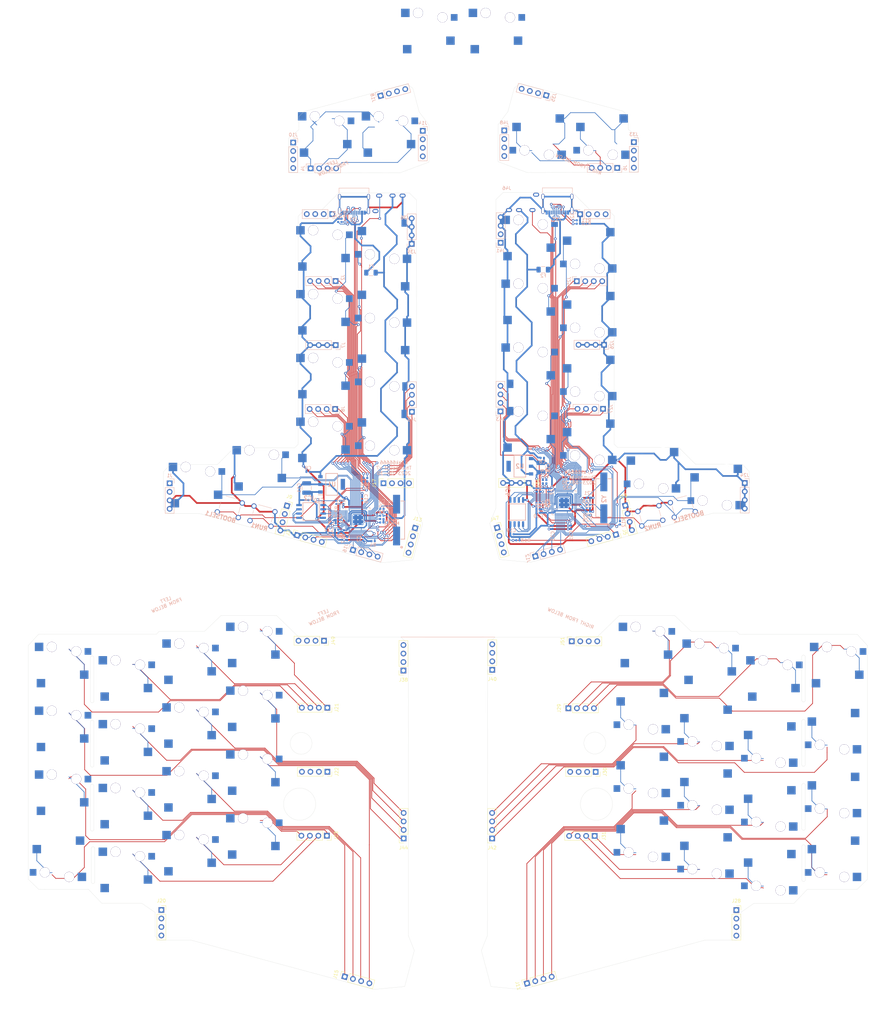
<source format=kicad_pcb>
(kicad_pcb (version 20171130) (host pcbnew "(5.1.4)-1")
  (layers (0 F.Cu signal) (31 B.Cu signal) (34 B.Paste user) (35 F.Paste user) (36 B.SilkS user) (37 F.SilkS user) (38 B.Mask user) (39 F.Mask user) (44 Edge.Cuts user))
  (net 0 "")
  (net 1 "Net-(C5-Pad1)")
  (net 2 "Net-(J11-Pad4)")
  (net 3 "Net-(J11-Pad3)")
  (net 4 "Net-(J11-Pad2)")
  (net 5 "Net-(J11-Pad1)")
  (net 6 "Net-(J15-Pad4)")
  (net 7 "Net-(J15-Pad3)")
  (net 8 "Net-(J15-Pad2)")
  (net 9 "Net-(J15-Pad1)")
  (net 10 D-)
  (net 11 D+)
  (net 12 XIN)
  (net 13 +1V1)
  (net 14 QSPI_SD1)
  (net 15 QSPI_SD2)
  (net 16 QSPI_SD0)
  (net 17 QSPI_SCLK)
  (net 18 QSPI_SD3)
  (net 19 "Net-(IC1-Pad47)")
  (net 20 "Net-(IC1-Pad46)")
  (net 21 XOUT)
  (net 22 "Net-(J32-PadB5)")
  (net 23 "Net-(J32-PadA5)")
  (net 24 K_RSE)
  (net 25 K_LSFT)
  (net 26 K_RSFT)
  (net 27 "Net-(J6-Pad3)")
  (net 28 K_LWR)
  (net 29 RXIN)
  (net 30 "Net-(C22-Pad1)")
  (net 31 RQSPI_SD1)
  (net 32 RQSPI_SD2)
  (net 33 RQSPI_SD0)
  (net 34 RQSPI_SCLK)
  (net 35 RQSPI_SD3)
  (net 36 "Net-(IC3-Pad47)")
  (net 37 "Net-(IC3-Pad46)")
  (net 38 RXOUT)
  (net 39 "Net-(J37-PadB5)")
  (net 40 RD+)
  (net 41 "Net-(J37-PadA5)")
  (net 42 RD-)
  (net 43 L-BASE)
  (net 44 L-RING1)
  (net 45 L-TIP)
  (net 46 R-TIP)
  (net 47 K_ESC)
  (net 48 K_Q)
  (net 49 K_W)
  (net 50 K_E)
  (net 51 K_TAB)
  (net 52 K_A)
  (net 53 K_S)
  (net 54 K_D)
  (net 55 K_LCTL)
  (net 56 K_Z)
  (net 57 K_X)
  (net 58 K_C)
  (net 59 K_BSPC)
  (net 60 K_P)
  (net 61 K_O)
  (net 62 K_I)
  (net 63 K_ENT)
  (net 64 K_SEMICOL)
  (net 65 K_L)
  (net 66 K_K)
  (net 67 K_RCTL)
  (net 68 K_SLASH)
  (net 69 K_DOT)
  (net 70 K_COMM)
  (net 71 "Net-(J29-Pad1)")
  (net 72 "Net-(J29-Pad2)")
  (net 73 "Net-(J29-Pad3)")
  (net 74 "Net-(J29-Pad4)")
  (net 75 "Net-(J30-Pad1)")
  (net 76 "Net-(J31-Pad1)")
  (net 77 "Net-(J31-Pad2)")
  (net 78 "Net-(J31-Pad3)")
  (net 79 "Net-(J31-Pad4)")
  (net 80 "Net-(J42-Pad1)")
  (net 81 "Net-(J42-Pad2)")
  (net 82 "Net-(J42-Pad3)")
  (net 83 "Net-(J42-Pad4)")
  (net 84 "Net-(J44-Pad1)")
  (net 85 "Net-(J44-Pad2)")
  (net 86 "Net-(J44-Pad3)")
  (net 87 "Net-(J44-Pad4)")
  (net 88 K_WIN)
  (net 89 K_LALT)
  (net 90 K_R)
  (net 91 K_F)
  (net 92 K_V)
  (net 93 K_T)
  (net 94 K_G)
  (net 95 K_B)
  (net 96 K_Y)
  (net 97 K_H)
  (net 98 K_N)
  (net 99 K_U)
  (net 100 K_J)
  (net 101 K_M)
  (net 102 K_RALT)
  (net 103 K_MNU)
  (net 104 "Net-(J21-Pad1)")
  (net 105 "Net-(J21-Pad2)")
  (net 106 "Net-(J21-Pad3)")
  (net 107 "Net-(J21-Pad4)")
  (net 108 "Net-(J22-Pad1)")
  (net 109 "Net-(J23-Pad1)")
  (net 110 "Net-(J23-Pad2)")
  (net 111 "Net-(J23-Pad3)")
  (net 112 "Net-(J23-Pad4)")
  (net 113 "Net-(J4-Pad4)")
  (net 114 "Net-(J4-Pad2)")
  (net 115 "Net-(J4-Pad1)")
  (net 116 "Net-(J6-Pad4)")
  (net 117 "Net-(J6-Pad2)")
  (net 118 +5VA)
  (net 119 +3V3)
  (net 120 "Net-(IC1-Pad26)")
  (net 121 "Net-(IC3-Pad26)")
  (net 122 QSPI_SSN)
  (net 123 RQSPI_SSN)
  (net 124 K_3)
  (net 125 K_2)
  (net 126 K_1)
  (net 127 K_GRAVE)
  (net 128 K_DEL)
  (net 129 K_0)
  (net 130 K_9)
  (net 131 K_8)
  (net 132 K_4)
  (net 133 K_5)
  (net 134 K_6)
  (net 135 K_7)
  (net 136 "Net-(BOOTSEL1-PadA1)")
  (net 137 "Net-(BOOTSEL2-PadA1)")
  (net 138 K_THL)
  (net 139 K_THR)
  (net 140 "Net-(J4-Pad3)")
  (net 141 "Net-(J6-Pad1)")
  (module keyswitches:MX-GLP2-HotSwap (layer F.Cu) (at 163.362025 416.410323)
    (fp_text reference MX24)
    (fp_text value SwH)
    (pad 1 smd rect (at -6.4 -5.75 180) (size 2.55 2.5) (layers B.Cu B.Paste B.Mask) (net 43 L-BASE))
    (pad 2 smd rect (at 8.2 -4.4 180) (size 2 2) (layers B.Cu B.Paste B.Mask) (net 97 K_H))
    (pad "" np_thru_hole circle (at 4.7 -4.4 180) (size 3 3) (drill 2.95) (layers *.Cu *.Mask))
    (pad "" np_thru_hole circle (at -2.6 -5.75 180) (size 3 3) (drill 2.95) (layers *.Cu *.Mask))
    (pad "" np_thru_hole circle (at 0 0) (size 5.05 5.05) (drill 5.05) (layers *.Cu *.Mask))
    (pad "" np_thru_hole circle (at -5.08 0 48.0996) (size 1.75 1.75) (drill 1.75) (layers *.Cu *.Mask))
    (pad "" np_thru_hole circle (at 5.08 0 48.0996) (size 1.75 1.75) (drill 1.75) (layers *.Cu *.Mask))
    (pad 1 smd rect (at -5.08 5.08 180) (size 2 2.5) (layers B.Cu B.Paste B.Mask) (net 43 L-BASE))
    (pad 2 smd rect (at 7.085 2.54 180) (size 2.55 2.5) (layers B.Cu B.Paste B.Mask) (net 97 K_H))
    (pad "" np_thru_hole circle (at 3.81 2.54 180) (size 3 3) (drill 3) (layers *.Cu *.Mask))
    (pad "" np_thru_hole circle (at -2.54 5.08 180) (size 3 3) (drill 3) (layers *.Cu *.Mask))
  )
  (module keyswitches:MX-GLP2-HotSwap (layer F.Cu) (at 163.362025 435.460322)
    (fp_text reference MX25)
    (fp_text value SwN)
    (pad 1 smd rect (at -5.08 -5.842 180) (size 2 2.5) (layers B.Cu B.Paste B.Mask) (net 43 L-BASE))
    (pad 2 smd rect (at 8.2 -4.4 180) (size 2 2) (layers B.Cu B.Paste B.Mask) (net 98 K_N))
    (pad "" np_thru_hole circle (at 4.7 -4.4 180) (size 3 3) (drill 2.95) (layers *.Cu *.Mask))
    (pad "" np_thru_hole circle (at -2.6 -5.75 180) (size 3 3) (drill 2.95) (layers *.Cu *.Mask))
    (pad "" np_thru_hole circle (at 0 0) (size 5.05 5.05) (drill 5.05) (layers *.Cu *.Mask))
    (pad "" np_thru_hole circle (at -5.08 0 48.0996) (size 1.75 1.75) (drill 1.75) (layers *.Cu *.Mask))
    (pad "" np_thru_hole circle (at 5.08 0 48.0996) (size 1.75 1.75) (drill 1.75) (layers *.Cu *.Mask))
    (pad 1 smd rect (at -5.842 5.08 180) (size 2.55 2.5) (layers B.Cu B.Paste B.Mask) (net 43 L-BASE))
    (pad 2 smd rect (at 7.085 2.54 180) (size 2.55 2.5) (layers B.Cu B.Paste B.Mask) (net 98 K_N))
    (pad "" np_thru_hole circle (at 3.81 2.54 180) (size 3 3) (drill 3) (layers *.Cu *.Mask))
    (pad "" np_thru_hole circle (at -2.54 5.08 180) (size 3 3) (drill 3) (layers *.Cu *.Mask))
  )
  (module KiCad:BUTT4 (layer B.Cu) (at 209.9 458.3 15.1)
    (fp_text reference BOOTSEL2 (at 0.88584 3.242728 195.1) (layer B.SilkS) (effects (font (size 1.27 1.27) (thickness 0.254)) (justify mirror)))
    (fp_text value BUTT-4 hide)
    (pad C1 thru_hole circle (at 3.25 2.25 15.1) (size 1.575 1.575) (drill 1.05) (layers *.Cu *.Mask) (net 137 "Net-(BOOTSEL2-PadA1)"))
    (pad B1 thru_hole circle (at -3.25 -2.25 15.1) (size 1.575 1.575) (drill 1.05) (layers *.Cu *.Mask) (net 43 L-BASE))
    (pad A1 thru_hole circle (at -3.25 2.25 15.1) (size 1.575 1.575) (drill 1.05) (layers *.Cu *.Mask) (net 137 "Net-(BOOTSEL2-PadA1)"))
  )
  (module KiCad:BUTT4 (layer B.Cu) (at 200.2 460.9 15.1)
    (fp_text reference RUN2 (at -0.183834 3.368413 195.1) (layer B.SilkS) (effects (font (size 1.27 1.27) (thickness 0.254)) (justify mirror)))
    (fp_text value BUTT-4 hide)
    (pad D1 thru_hole circle (at 3.25 -2.25 15.1) (size 1.575 1.575) (drill 1.05) (layers *.Cu *.Mask) (net 43 L-BASE))
    (pad C1 thru_hole circle (at 3.25 2.25 15.1) (size 1.575 1.575) (drill 1.05) (layers *.Cu *.Mask) (net 121 "Net-(IC3-Pad26)"))
    (pad B1 thru_hole circle (at -3.25 -2.25 15.1) (size 1.575 1.575) (drill 1.05) (layers *.Cu *.Mask) (net 43 L-BASE))
    (pad A1 thru_hole circle (at -3.25 2.25 15.1) (size 1.575 1.575) (drill 1.05) (layers *.Cu *.Mask) (net 121 "Net-(IC3-Pad26)"))
  )
  (module KiCad:BUTT4 (layer B.Cu) (at 74.497262 458.4 344.9)
    (fp_text reference BOOTSEL1 (at -1.971267 3.432023 344.9) (layer B.SilkS) (effects (font (size 1.27 1.27) (thickness 0.254)) (justify mirror)))
    (fp_text value BUTT-4 hide)
    (pad D1 thru_hole circle (at 3.25 -2.25 344.9) (size 1.575 1.575) (drill 1.05) (layers *.Cu *.Mask) (net 43 L-BASE))
    (pad C1 thru_hole circle (at 3.25 2.25 344.9) (size 1.575 1.575) (drill 1.05) (layers *.Cu *.Mask) (net 136 "Net-(BOOTSEL1-PadA1)"))
    (pad A1 thru_hole circle (at -3.25 2.25 344.9) (size 1.575 1.575) (drill 1.05) (layers *.Cu *.Mask) (net 136 "Net-(BOOTSEL1-PadA1)"))
  )
  (module KiCad:BUTT4 (layer B.Cu) (at 84.275007 461 344.9)
    (fp_text reference RUN1 (at -0.107728 3.343506 164.9) (layer B.SilkS) (effects (font (size 1.27 1.27) (thickness 0.254)) (justify mirror)))
    (fp_text value BUTT-4 hide)
    (pad D1 thru_hole circle (at 3.25 -2.25 344.9) (size 1.575 1.575) (drill 1.05) (layers *.Cu *.Mask) (net 43 L-BASE))
    (pad C1 thru_hole circle (at 3.25 2.25 344.9) (size 1.575 1.575) (drill 1.05) (layers *.Cu *.Mask) (net 120 "Net-(IC1-Pad26)"))
    (pad B1 thru_hole circle (at -3.25 -2.25 344.9) (size 1.575 1.575) (drill 1.05) (layers *.Cu *.Mask) (net 43 L-BASE))
    (pad A1 thru_hole circle (at -3.25 2.25 344.9) (size 1.575 1.575) (drill 1.05) (layers *.Cu *.Mask) (net 120 "Net-(IC1-Pad26)"))
  )
  (module keyswitches:MX-GLP2-HotSwap (layer F.Cu) (at 121.08279 378.42 180)
    (fp_text reference MX50)
    (fp_text value Sw5)
    (pad 1 smd rect (at -6.4 -5.75) (size 2.55 2.5) (layers B.Cu B.Paste B.Mask) (net 43 L-BASE))
    (pad 2 smd rect (at 8.2 -4.4) (size 2 2) (layers B.Cu B.Paste B.Mask) (net 133 K_5))
    (pad "" np_thru_hole circle (at 4.7 -4.4) (size 3 3) (drill 2.95) (layers *.Cu *.Mask))
    (pad "" np_thru_hole circle (at -2.6 -5.75) (size 3 3) (drill 2.95) (layers *.Cu *.Mask))
    (pad "" np_thru_hole circle (at 0 0 180) (size 5.05 5.05) (drill 5.05) (layers *.Cu *.Mask))
    (pad "" np_thru_hole circle (at -5.08 0 228.0996) (size 1.75 1.75) (drill 1.75) (layers *.Cu *.Mask))
    (pad "" np_thru_hole circle (at 5.08 0 228.0996) (size 1.75 1.75) (drill 1.75) (layers *.Cu *.Mask))
    (pad 1 smd rect (at -5.5 5.08) (size 1.524 2.5) (layers B.Cu B.Paste B.Mask) (net 43 L-BASE))
    (pad 2 smd rect (at 7.085 2.54) (size 2.55 2.5) (layers B.Cu B.Paste B.Mask) (net 133 K_5))
    (pad "" np_thru_hole circle (at 3.81 2.54) (size 3 3) (drill 3) (layers *.Cu *.Mask))
    (pad "" np_thru_hole circle (at -2.54 5.08) (size 3 3) (drill 3) (layers *.Cu *.Mask))
  )
  (module keyswitches:MX-GLP2-HotSwap (layer F.Cu) (at 121.082789 416.512952 180)
    (fp_text reference MX20)
    (fp_text value SwG)
    (pad 1 smd rect (at -5.75 -5.75) (size 1.524 2.5) (layers B.Cu B.Paste B.Mask) (net 43 L-BASE))
    (pad 2 smd rect (at 8.2 -4.4) (size 2 2) (layers B.Cu B.Paste B.Mask) (net 94 K_G))
    (pad "" np_thru_hole circle (at 4.7 -4.4) (size 3 3) (drill 2.95) (layers *.Cu *.Mask))
    (pad "" np_thru_hole circle (at -2.6 -5.75) (size 3 3) (drill 2.95) (layers *.Cu *.Mask))
    (pad "" np_thru_hole circle (at 0 0 180) (size 5.05 5.05) (drill 5.05) (layers *.Cu *.Mask))
    (pad "" np_thru_hole circle (at -5.08 0 228.0996) (size 1.75 1.75) (drill 1.75) (layers *.Cu *.Mask))
    (pad "" np_thru_hole circle (at 5.08 0 228.0996) (size 1.75 1.75) (drill 1.75) (layers *.Cu *.Mask))
    (pad 1 smd rect (at -5.842 5.08) (size 2.55 2.5) (layers B.Cu B.Paste B.Mask) (net 43 L-BASE))
    (pad 2 smd rect (at 7.085 2.54) (size 2.55 2.5) (layers B.Cu B.Paste B.Mask) (net 94 K_G))
    (pad "" np_thru_hole circle (at 3.81 2.54) (size 3 3) (drill 3) (layers *.Cu *.Mask))
    (pad "" np_thru_hole circle (at -2.54 5.08) (size 3 3) (drill 3) (layers *.Cu *.Mask))
  )
  (module keyswitches:MX-GLP2-HotSwap (layer F.Cu) (at 121.082789 435.562952 180)
    (fp_text reference MX21)
    (fp_text value SwB)
    (pad 1 smd rect (at -6.4 -5.75) (size 2.55 2.5) (layers B.Cu B.Paste B.Mask) (net 43 L-BASE))
    (pad 2 smd rect (at 8.2 -4.4) (size 2 2) (layers B.Cu B.Paste B.Mask) (net 95 K_B))
    (pad "" np_thru_hole circle (at 4.7 -4.4) (size 3 3) (drill 2.95) (layers *.Cu *.Mask))
    (pad "" np_thru_hole circle (at -2.6 -5.75) (size 3 3) (drill 2.95) (layers *.Cu *.Mask))
    (pad "" np_thru_hole circle (at 0 0 180) (size 5.05 5.05) (drill 5.05) (layers *.Cu *.Mask))
    (pad "" np_thru_hole circle (at -5.08 0 228.0996) (size 1.75 1.75) (drill 1.75) (layers *.Cu *.Mask))
    (pad "" np_thru_hole circle (at 5.08 0 228.0996) (size 1.75 1.75) (drill 1.75) (layers *.Cu *.Mask))
    (pad 1 smd rect (at -5.5 5.08) (size 1.524 2.5) (layers B.Cu B.Paste B.Mask) (net 43 L-BASE))
    (pad 2 smd rect (at 7.085 2.54) (size 2.55 2.5) (layers B.Cu B.Paste B.Mask) (net 95 K_B))
    (pad "" np_thru_hole circle (at 3.81 2.54) (size 3 3) (drill 3) (layers *.Cu *.Mask))
    (pad "" np_thru_hole circle (at -2.54 5.08) (size 3 3) (drill 3) (layers *.Cu *.Mask))
  )
  (module random-keyboard-parts:PJ-3200B-4A (layer B.Cu) (at 154.76 367.32)
    (fp_text reference J46 (at 2.5 -4.25) (layer B.SilkS) (effects (justify mirror)))
    (fp_text value PJ-3200B)
    (pad "" np_thru_hole circle (at 8.6 0) (size 1.5 1.5) (drill 1.5) (layers *.Cu *.Mask))
    (pad "" np_thru_hole circle (at 1.6 0) (size 1.5 1.5) (drill 1.5) (layers *.Cu *.Mask))
    (pad 4 thru_hole oval (at 11.3 -2.3) (size 1.8 1.2) (drill oval 1.2 0.6) (layers *.Cu *.Mask))
    (pad 3 thru_hole oval (at 10.2 2.3) (size 1.8 1.2) (drill oval 1.2 0.6) (layers *.Cu *.Mask) (net 46 R-TIP))
    (pad 2 thru_hole oval (at 6.2 2.3) (size 1.8 1.2) (drill oval 1.2 0.6) (layers *.Cu *.Mask) (net 44 L-RING1))
    (pad 1 thru_hole oval (at 3.2 2.3) (size 1.8 1.2) (drill oval 1.2 0.6) (layers *.Cu *.Mask) (net 43 L-BASE))
  )
  (module keyswitches:MX-GLP2-HotSwap (layer F.Cu) (at 153.573 316.505)
    (fp_text reference MX58)
    (fp_text value SwThR)
    (pad 1 smd rect (at -6.4 -5.75 180) (size 2.55 2.5) (layers B.Cu B.Paste B.Mask) (net 116 "Net-(J6-Pad4)"))
    (pad 2 smd rect (at 8.2 -4.4 180) (size 2 2) (layers B.Cu B.Paste B.Mask) (net 141 "Net-(J6-Pad1)"))
    (pad "" np_thru_hole circle (at 4.7 -4.4 180) (size 3 3) (drill 2.95) (layers *.Cu *.Mask))
    (pad "" np_thru_hole circle (at -2.6 -5.75 180) (size 3 3) (drill 2.95) (layers *.Cu *.Mask))
    (pad "" np_thru_hole circle (at 0 0) (size 5.05 5.05) (drill 5.05) (layers *.Cu *.Mask))
    (pad "" np_thru_hole circle (at -5.08 0 48.0996) (size 1.75 1.75) (drill 1.75) (layers *.Cu *.Mask))
    (pad "" np_thru_hole circle (at 5.08 0 48.0996) (size 1.75 1.75) (drill 1.75) (layers *.Cu *.Mask))
    (pad 1 smd rect (at -5.842 5.08 180) (size 2.55 2.5) (layers B.Cu B.Paste B.Mask) (net 116 "Net-(J6-Pad4)"))
    (pad 2 smd rect (at 7.085 2.54 180) (size 2.55 2.5) (layers B.Cu B.Paste B.Mask) (net 141 "Net-(J6-Pad1)"))
    (pad "" np_thru_hole circle (at 3.81 2.54 180) (size 3 3) (drill 3) (layers *.Cu *.Mask))
    (pad "" np_thru_hole circle (at -2.54 5.08 180) (size 3 3) (drill 3) (layers *.Cu *.Mask))
  )
  (module keyswitches:MX-GLP2-HotSwap (layer F.Cu) (at 133.373 316.505)
    (fp_text reference MX57)
    (fp_text value SwThL)
    (pad 1 smd rect (at -6.4 -5.75 180) (size 2.55 2.5) (layers B.Cu B.Paste B.Mask) (net 115 "Net-(J4-Pad1)"))
    (pad 2 smd rect (at 8.2 -4.4 180) (size 2 2) (layers B.Cu B.Paste B.Mask) (net 140 "Net-(J4-Pad3)"))
    (pad "" np_thru_hole circle (at 4.7 -4.4 180) (size 3 3) (drill 2.95) (layers *.Cu *.Mask))
    (pad "" np_thru_hole circle (at -2.6 -5.75 180) (size 3 3) (drill 2.95) (layers *.Cu *.Mask))
    (pad "" np_thru_hole circle (at 0 0) (size 5.05 5.05) (drill 5.05) (layers *.Cu *.Mask))
    (pad "" np_thru_hole circle (at -5.08 0 48.0996) (size 1.75 1.75) (drill 1.75) (layers *.Cu *.Mask))
    (pad "" np_thru_hole circle (at 5.08 0 48.0996) (size 1.75 1.75) (drill 1.75) (layers *.Cu *.Mask))
    (pad 1 smd rect (at -5.842 5.08 180) (size 2.55 2.5) (layers B.Cu B.Paste B.Mask) (net 115 "Net-(J4-Pad1)"))
    (pad 2 smd rect (at 7.085 2.54 180) (size 2.55 2.5) (layers B.Cu B.Paste B.Mask) (net 140 "Net-(J4-Pad3)"))
    (pad "" np_thru_hole circle (at 3.81 2.54 180) (size 3 3) (drill 3) (layers *.Cu *.Mask))
    (pad "" np_thru_hole circle (at -2.54 5.08 180) (size 3 3) (drill 3) (layers *.Cu *.Mask))
  )
  (module random-keyboard-parts:PJ-3200B-4A (layer B.Cu) (at 129.35 367.61 180)
    (fp_text reference J36 (at 2.5 -4.25) (layer B.SilkS) (effects (justify mirror)))
    (fp_text value PJ-3200B)
    (pad "" np_thru_hole circle (at 8.6 0 180) (size 1.5 1.5) (drill 1.5) (layers *.Cu *.Mask))
    (pad "" np_thru_hole circle (at 1.6 0 180) (size 1.5 1.5) (drill 1.5) (layers *.Cu *.Mask))
    (pad 4 thru_hole oval (at 11.3 -2.3 180) (size 1.8 1.2) (drill oval 1.2 0.6) (layers *.Cu *.Mask))
    (pad 3 thru_hole oval (at 10.2 2.3 180) (size 1.8 1.2) (drill oval 1.2 0.6) (layers *.Cu *.Mask) (net 45 L-TIP))
    (pad 2 thru_hole oval (at 6.2 2.3 180) (size 1.8 1.2) (drill oval 1.2 0.6) (layers *.Cu *.Mask) (net 44 L-RING1))
    (pad 1 thru_hole oval (at 3.2 2.3 180) (size 1.8 1.2) (drill oval 1.2 0.6) (layers *.Cu *.Mask) (net 43 L-BASE))
  )
  (module keyswitches:MX-GLP2-HotSwap (layer F.Cu) (at 163.362026 397.360322)
    (fp_text reference MX23)
    (fp_text value SwY)
    (pad 1 smd rect (at -6.4 -5.75 180) (size 2.55 2.5) (layers B.Cu B.Paste B.Mask) (net 43 L-BASE))
    (pad 2 smd rect (at 8.2 -4.4 180) (size 2 2) (layers B.Cu B.Paste B.Mask) (net 96 K_Y))
    (pad "" np_thru_hole circle (at 4.7 -4.4 180) (size 3 3) (drill 2.95) (layers *.Cu *.Mask))
    (pad "" np_thru_hole circle (at -2.6 -5.75 180) (size 3 3) (drill 2.95) (layers *.Cu *.Mask))
    (pad "" np_thru_hole circle (at 0 0) (size 5.05 5.05) (drill 5.05) (layers *.Cu *.Mask))
    (pad "" np_thru_hole circle (at -5.08 0 48.0996) (size 1.75 1.75) (drill 1.75) (layers *.Cu *.Mask))
    (pad "" np_thru_hole circle (at 5.08 0 48.0996) (size 1.75 1.75) (drill 1.75) (layers *.Cu *.Mask))
    (pad 1 smd rect (at -5.842 5.08 180) (size 2.55 2.5) (layers B.Cu B.Paste B.Mask) (net 43 L-BASE))
    (pad 2 smd rect (at 7.085 2.54 180) (size 2.55 2.5) (layers B.Cu B.Paste B.Mask) (net 96 K_Y))
    (pad "" np_thru_hole circle (at 3.81 2.54 180) (size 3 3) (drill 3) (layers *.Cu *.Mask))
    (pad "" np_thru_hole circle (at -2.54 5.08 180) (size 3 3) (drill 3) (layers *.Cu *.Mask))
  )
  (module keyswitches:MX-GLP2-HotSwap (layer F.Cu) (at 255.562025 505.8)
    (fp_text reference MX56)
    (fp_text value SwDEL)
    (pad 1 smd rect (at -6.4 -5.75 180) (size 2.55 2.5) (layers B.Cu B.Paste B.Mask) (net 75 "Net-(J30-Pad1)"))
    (pad 2 smd rect (at 8.2 -4.4 180) (size 2 2) (layers B.Cu B.Paste B.Mask) (net 74 "Net-(J29-Pad4)"))
    (pad "" np_thru_hole circle (at 4.7 -4.4 180) (size 3 3) (drill 2.95) (layers *.Cu *.Mask))
    (pad "" np_thru_hole circle (at -2.6 -5.75 180) (size 3 3) (drill 2.95) (layers *.Cu *.Mask))
    (pad "" np_thru_hole circle (at 0 0) (size 5.05 5.05) (drill 5.05) (layers *.Cu *.Mask))
    (pad "" np_thru_hole circle (at -5.08 0 48.0996) (size 1.75 1.75) (drill 1.75) (layers *.Cu *.Mask))
    (pad "" np_thru_hole circle (at 5.08 0 48.0996) (size 1.75 1.75) (drill 1.75) (layers *.Cu *.Mask))
    (pad 1 smd rect (at -5.842 5.08 180) (size 2.55 2.5) (layers B.Cu B.Paste B.Mask) (net 75 "Net-(J30-Pad1)"))
    (pad 2 smd rect (at 7.085 2.54 180) (size 2.55 2.5) (layers B.Cu B.Paste B.Mask) (net 74 "Net-(J29-Pad4)"))
    (pad "" np_thru_hole circle (at 3.81 2.54 180) (size 3 3) (drill 3) (layers *.Cu *.Mask))
    (pad "" np_thru_hole circle (at -2.54 5.08 180) (size 3 3) (drill 3) (layers *.Cu *.Mask))
  )
  (module keyswitches:MX-GLP2-HotSwap (layer F.Cu) (at 236.512025 509.8)
    (fp_text reference MX55)
    (fp_text value Sw0)
    (pad 1 smd rect (at -6.4 -5.75 180) (size 2.55 2.5) (layers B.Cu B.Paste B.Mask) (net 75 "Net-(J30-Pad1)"))
    (pad 2 smd rect (at 8.2 -4.4 180) (size 2 2) (layers B.Cu B.Paste B.Mask) (net 73 "Net-(J29-Pad3)"))
    (pad "" np_thru_hole circle (at 4.7 -4.4 180) (size 3 3) (drill 2.95) (layers *.Cu *.Mask))
    (pad "" np_thru_hole circle (at -2.6 -5.75 180) (size 3 3) (drill 2.95) (layers *.Cu *.Mask))
    (pad "" np_thru_hole circle (at 0 0) (size 5.05 5.05) (drill 5.05) (layers *.Cu *.Mask))
    (pad "" np_thru_hole circle (at -5.08 0 48.0996) (size 1.75 1.75) (drill 1.75) (layers *.Cu *.Mask))
    (pad "" np_thru_hole circle (at 5.08 0 48.0996) (size 1.75 1.75) (drill 1.75) (layers *.Cu *.Mask))
    (pad 1 smd rect (at -5.842 5.08 180) (size 2.55 2.5) (layers B.Cu B.Paste B.Mask) (net 75 "Net-(J30-Pad1)"))
    (pad 2 smd rect (at 7.085 2.54 180) (size 2.55 2.5) (layers B.Cu B.Paste B.Mask) (net 73 "Net-(J29-Pad3)"))
    (pad "" np_thru_hole circle (at 3.81 2.54 180) (size 3 3) (drill 3) (layers *.Cu *.Mask))
    (pad "" np_thru_hole circle (at -2.54 5.08 180) (size 3 3) (drill 3) (layers *.Cu *.Mask))
  )
  (module keyswitches:MX-GLP2-HotSwap (layer F.Cu) (at 217.462025 504.8)
    (fp_text reference MX54)
    (fp_text value Sw9)
    (pad 1 smd rect (at -6.4 -5.75 180) (size 2.55 2.5) (layers B.Cu B.Paste B.Mask) (net 75 "Net-(J30-Pad1)"))
    (pad 2 smd rect (at 8.2 -4.4 180) (size 2 2) (layers B.Cu B.Paste B.Mask) (net 72 "Net-(J29-Pad2)"))
    (pad "" np_thru_hole circle (at 4.7 -4.4 180) (size 3 3) (drill 2.95) (layers *.Cu *.Mask))
    (pad "" np_thru_hole circle (at -2.6 -5.75 180) (size 3 3) (drill 2.95) (layers *.Cu *.Mask))
    (pad "" np_thru_hole circle (at 0 0) (size 5.05 5.05) (drill 5.05) (layers *.Cu *.Mask))
    (pad "" np_thru_hole circle (at -5.08 0 48.0996) (size 1.75 1.75) (drill 1.75) (layers *.Cu *.Mask))
    (pad "" np_thru_hole circle (at 5.08 0 48.0996) (size 1.75 1.75) (drill 1.75) (layers *.Cu *.Mask))
    (pad 1 smd rect (at -5.842 5.08 180) (size 2.55 2.5) (layers B.Cu B.Paste B.Mask) (net 75 "Net-(J30-Pad1)"))
    (pad 2 smd rect (at 7.085 2.54 180) (size 2.55 2.5) (layers B.Cu B.Paste B.Mask) (net 72 "Net-(J29-Pad2)"))
    (pad "" np_thru_hole circle (at 3.81 2.54 180) (size 3 3) (drill 3) (layers *.Cu *.Mask))
    (pad "" np_thru_hole circle (at -2.54 5.08 180) (size 3 3) (drill 3) (layers *.Cu *.Mask))
  )
  (module keyswitches:MX-GLP2-HotSwap (layer F.Cu) (at 198.412025 499.8)
    (fp_text reference MX53)
    (fp_text value Sw8)
    (pad 1 smd rect (at -6.4 -5.75 180) (size 2.55 2.5) (layers B.Cu B.Paste B.Mask) (net 75 "Net-(J30-Pad1)"))
    (pad 2 smd rect (at 8.2 -4.4 180) (size 2 2) (layers B.Cu B.Paste B.Mask) (net 71 "Net-(J29-Pad1)"))
    (pad "" np_thru_hole circle (at 4.7 -4.4 180) (size 3 3) (drill 2.95) (layers *.Cu *.Mask))
    (pad "" np_thru_hole circle (at -2.6 -5.75 180) (size 3 3) (drill 2.95) (layers *.Cu *.Mask))
    (pad "" np_thru_hole circle (at 0 0) (size 5.05 5.05) (drill 5.05) (layers *.Cu *.Mask))
    (pad "" np_thru_hole circle (at -5.08 0 48.0996) (size 1.75 1.75) (drill 1.75) (layers *.Cu *.Mask))
    (pad "" np_thru_hole circle (at 5.08 0 48.0996) (size 1.75 1.75) (drill 1.75) (layers *.Cu *.Mask))
    (pad 1 smd rect (at -5.842 5.08 180) (size 2.55 2.5) (layers B.Cu B.Paste B.Mask) (net 75 "Net-(J30-Pad1)"))
    (pad 2 smd rect (at 7.085 2.54 180) (size 2.55 2.5) (layers B.Cu B.Paste B.Mask) (net 71 "Net-(J29-Pad1)"))
    (pad "" np_thru_hole circle (at 3.81 2.54 180) (size 3 3) (drill 3) (layers *.Cu *.Mask))
    (pad "" np_thru_hole circle (at -2.54 5.08 180) (size 3 3) (drill 3) (layers *.Cu *.Mask))
  )
  (module keyswitches:MX-GLP2-HotSwap (layer F.Cu) (at 182.412025 381.3 180)
    (fp_text reference MX52)
    (fp_text value Sw7)
    (pad 1 smd rect (at -6.4 -5.75) (size 2.55 2.5) (layers B.Cu B.Paste B.Mask) (net 43 L-BASE))
    (pad 2 smd rect (at 8.2 -4.4) (size 2 2) (layers B.Cu B.Paste B.Mask) (net 135 K_7))
    (pad "" np_thru_hole circle (at 4.7 -4.4) (size 3 3) (drill 2.95) (layers *.Cu *.Mask))
    (pad "" np_thru_hole circle (at -2.6 -5.75) (size 3 3) (drill 2.95) (layers *.Cu *.Mask))
    (pad "" np_thru_hole circle (at 0 0 180) (size 5.05 5.05) (drill 5.05) (layers *.Cu *.Mask))
    (pad "" np_thru_hole circle (at -5.08 0 228.0996) (size 1.75 1.75) (drill 1.75) (layers *.Cu *.Mask))
    (pad "" np_thru_hole circle (at 5.08 0 228.0996) (size 1.75 1.75) (drill 1.75) (layers *.Cu *.Mask))
    (pad 1 smd rect (at -5.842 5.08) (size 2.55 2.5) (layers B.Cu B.Paste B.Mask) (net 43 L-BASE))
    (pad 2 smd rect (at 7.085 2.54) (size 2.55 2.5) (layers B.Cu B.Paste B.Mask) (net 135 K_7))
    (pad "" np_thru_hole circle (at 3.81 2.54) (size 3 3) (drill 3) (layers *.Cu *.Mask))
    (pad "" np_thru_hole circle (at -2.54 5.08) (size 3 3) (drill 3) (layers *.Cu *.Mask))
  )
  (module keyswitches:MX-GLP2-HotSwap (layer F.Cu) (at 163.362026 378.3)
    (fp_text reference MX51)
    (fp_text value Sw6)
    (pad 1 smd rect (at -6.4 -5.75 180) (size 2.55 2.5) (layers B.Cu B.Paste B.Mask) (net 43 L-BASE))
    (pad 2 smd rect (at 8.2 -4.4 180) (size 2 1.5) (layers B.Cu B.Paste B.Mask) (net 134 K_6))
    (pad "" np_thru_hole circle (at 4.7 -4.4 180) (size 3 3) (drill 2.95) (layers *.Cu *.Mask))
    (pad "" np_thru_hole circle (at -2.6 -5.75 180) (size 3 3) (drill 2.95) (layers *.Cu *.Mask))
    (pad "" np_thru_hole circle (at 0 0) (size 5.05 5.05) (drill 5.05) (layers *.Cu *.Mask))
    (pad "" np_thru_hole circle (at -5.08 0 48.0996) (size 1.75 1.75) (drill 1.75) (layers *.Cu *.Mask))
    (pad "" np_thru_hole circle (at 5.08 0 48.0996) (size 1.75 1.75) (drill 1.75) (layers *.Cu *.Mask))
    (pad 1 smd rect (at -5.842 5.08 180) (size 2.55 2.5) (layers B.Cu B.Paste B.Mask) (net 43 L-BASE))
    (pad 2 smd rect (at 7.085 2.54 180) (size 2.55 2.5) (layers B.Cu B.Paste B.Mask) (net 134 K_6))
    (pad "" np_thru_hole circle (at 3.81 2.54 180) (size 3 3) (drill 3) (layers *.Cu *.Mask))
    (pad "" np_thru_hole circle (at -2.54 5.08 180) (size 3 3) (drill 3) (layers *.Cu *.Mask))
  )
  (module keyswitches:MX-GLP2-HotSwap (layer F.Cu) (at 102.03279 381.4)
    (fp_text reference MX49)
    (fp_text value Sw4)
    (pad 1 smd rect (at -6.4 -5.75 180) (size 2.55 2.5) (layers B.Cu B.Paste B.Mask) (net 43 L-BASE))
    (pad 2 smd rect (at 8.2 -4.4 180) (size 2 2) (layers B.Cu B.Paste B.Mask) (net 132 K_4))
    (pad "" np_thru_hole circle (at 4.7 -4.4 180) (size 3 3) (drill 2.95) (layers *.Cu *.Mask))
    (pad "" np_thru_hole circle (at -2.6 -5.75 180) (size 3 3) (drill 2.95) (layers *.Cu *.Mask))
    (pad "" np_thru_hole circle (at 0 0) (size 5.05 5.05) (drill 5.05) (layers *.Cu *.Mask))
    (pad "" np_thru_hole circle (at -5.08 0 48.0996) (size 1.75 1.75) (drill 1.75) (layers *.Cu *.Mask))
    (pad "" np_thru_hole circle (at 5.08 0 48.0996) (size 1.75 1.75) (drill 1.75) (layers *.Cu *.Mask))
    (pad 1 smd rect (at -5.842 5.08 180) (size 2.55 2.5) (layers B.Cu B.Paste B.Mask) (net 43 L-BASE))
    (pad 2 smd rect (at 7.085 2.54 180) (size 2.55 2.5) (layers B.Cu B.Paste B.Mask) (net 132 K_4))
    (pad "" np_thru_hole circle (at 3.81 2.54 180) (size 3 3) (drill 3) (layers *.Cu *.Mask))
    (pad "" np_thru_hole circle (at -2.54 5.08 180) (size 3 3) (drill 3) (layers *.Cu *.Mask))
  )
  (module keyswitches:MX-GLP2-HotSwap (layer F.Cu) (at 81.06279 499.78)
    (fp_text reference MX48)
    (fp_text value Sw3)
    (pad 1 smd rect (at -6.4 -5.75 180) (size 2.55 2.5) (layers B.Cu B.Paste B.Mask) (net 108 "Net-(J22-Pad1)"))
    (pad 2 smd rect (at 8.2 -4.4 180) (size 2 2) (layers B.Cu B.Paste B.Mask) (net 104 "Net-(J21-Pad1)"))
    (pad "" np_thru_hole circle (at 4.7 -4.4 180) (size 3 3) (drill 2.95) (layers *.Cu *.Mask))
    (pad "" np_thru_hole circle (at -2.6 -5.75 180) (size 3 3) (drill 2.95) (layers *.Cu *.Mask))
    (pad "" np_thru_hole circle (at 0 0) (size 5.05 5.05) (drill 5.05) (layers *.Cu *.Mask))
    (pad "" np_thru_hole circle (at -5.08 0 48.0996) (size 1.75 1.75) (drill 1.75) (layers *.Cu *.Mask))
    (pad "" np_thru_hole circle (at 5.08 0 48.0996) (size 1.75 1.75) (drill 1.75) (layers *.Cu *.Mask))
    (pad 1 smd rect (at -5.842 5.08 180) (size 2.55 2.5) (layers B.Cu B.Paste B.Mask) (net 108 "Net-(J22-Pad1)"))
    (pad 2 smd rect (at 7.085 2.54 180) (size 2.55 2.5) (layers B.Cu B.Paste B.Mask) (net 104 "Net-(J21-Pad1)"))
    (pad "" np_thru_hole circle (at 3.81 2.54 180) (size 3 3) (drill 3) (layers *.Cu *.Mask))
    (pad "" np_thru_hole circle (at -2.54 5.08 180) (size 3 3) (drill 3) (layers *.Cu *.Mask))
  )
  (module keyswitches:MX-GLP2-HotSwap (layer F.Cu) (at 62.012789 504.78)
    (fp_text reference MX47)
    (fp_text value Sw2)
    (pad 1 smd rect (at -6.4 -5.75 180) (size 2.55 2.5) (layers B.Cu B.Paste B.Mask) (net 108 "Net-(J22-Pad1)"))
    (pad 2 smd rect (at 8.2 -4.4 180) (size 2 2) (layers B.Cu B.Paste B.Mask) (net 105 "Net-(J21-Pad2)"))
    (pad "" np_thru_hole circle (at 4.7 -4.4 180) (size 3 3) (drill 2.95) (layers *.Cu *.Mask))
    (pad "" np_thru_hole circle (at -2.6 -5.75 180) (size 3 3) (drill 2.95) (layers *.Cu *.Mask))
    (pad "" np_thru_hole circle (at 0 0) (size 5.05 5.05) (drill 5.05) (layers *.Cu *.Mask))
    (pad "" np_thru_hole circle (at -5.08 0 48.0996) (size 1.75 1.75) (drill 1.75) (layers *.Cu *.Mask))
    (pad "" np_thru_hole circle (at 5.08 0 48.0996) (size 1.75 1.75) (drill 1.75) (layers *.Cu *.Mask))
    (pad 1 smd rect (at -5.842 5.08 180) (size 2.55 2.5) (layers B.Cu B.Paste B.Mask) (net 108 "Net-(J22-Pad1)"))
    (pad 2 smd rect (at 7.085 2.54 180) (size 2.55 2.5) (layers B.Cu B.Paste B.Mask) (net 105 "Net-(J21-Pad2)"))
    (pad "" np_thru_hole circle (at 3.81 2.54 180) (size 3 3) (drill 3) (layers *.Cu *.Mask))
    (pad "" np_thru_hole circle (at -2.54 5.08 180) (size 3 3) (drill 3) (layers *.Cu *.Mask))
  )
  (module keyswitches:MX-GLP2-HotSwap (layer F.Cu) (at 42.962789 509.78)
    (fp_text reference MX46)
    (fp_text value Sw1)
    (pad 1 smd rect (at -6.4 -5.75 180) (size 2.55 2.5) (layers B.Cu B.Paste B.Mask) (net 108 "Net-(J22-Pad1)"))
    (pad 2 smd rect (at 8.2 -4.4 180) (size 2 2) (layers B.Cu B.Paste B.Mask) (net 106 "Net-(J21-Pad3)"))
    (pad "" np_thru_hole circle (at 4.7 -4.4 180) (size 3 3) (drill 2.95) (layers *.Cu *.Mask))
    (pad "" np_thru_hole circle (at -2.6 -5.75 180) (size 3 3) (drill 2.95) (layers *.Cu *.Mask))
    (pad "" np_thru_hole circle (at 0 0) (size 5.05 5.05) (drill 5.05) (layers *.Cu *.Mask))
    (pad "" np_thru_hole circle (at -5.08 0 48.0996) (size 1.75 1.75) (drill 1.75) (layers *.Cu *.Mask))
    (pad "" np_thru_hole circle (at 5.08 0 48.0996) (size 1.75 1.75) (drill 1.75) (layers *.Cu *.Mask))
    (pad 1 smd rect (at -5.842 5.08 180) (size 2.55 2.5) (layers B.Cu B.Paste B.Mask) (net 108 "Net-(J22-Pad1)"))
    (pad 2 smd rect (at 7.085 2.54 180) (size 2.55 2.5) (layers B.Cu B.Paste B.Mask) (net 106 "Net-(J21-Pad3)"))
    (pad "" np_thru_hole circle (at 3.81 2.54 180) (size 3 3) (drill 3) (layers *.Cu *.Mask))
    (pad "" np_thru_hole circle (at -2.54 5.08 180) (size 3 3) (drill 3) (layers *.Cu *.Mask))
  )
  (module keyswitches:MX-GLP2-HotSwap (layer F.Cu) (at 23.912789 505.78)
    (fp_text reference MX45)
    (fp_text value SwGrave)
    (pad 1 smd rect (at -6.4 -5.75 180) (size 2.55 2.5) (layers B.Cu B.Paste B.Mask) (net 108 "Net-(J22-Pad1)"))
    (pad 2 smd rect (at 8.2 -4.4 180) (size 2 2) (layers B.Cu B.Paste B.Mask) (net 107 "Net-(J21-Pad4)"))
    (pad "" np_thru_hole circle (at 4.7 -4.4 180) (size 3 3) (drill 2.95) (layers *.Cu *.Mask))
    (pad "" np_thru_hole circle (at -2.6 -5.75 180) (size 3 3) (drill 2.95) (layers *.Cu *.Mask))
    (pad "" np_thru_hole circle (at 0 0) (size 5.05 5.05) (drill 5.05) (layers *.Cu *.Mask))
    (pad "" np_thru_hole circle (at -5.08 0 48.0996) (size 1.75 1.75) (drill 1.75) (layers *.Cu *.Mask))
    (pad "" np_thru_hole circle (at 5.08 0 48.0996) (size 1.75 1.75) (drill 1.75) (layers *.Cu *.Mask))
    (pad 1 smd rect (at -5.842 5.08 180) (size 2.55 2.5) (layers B.Cu B.Paste B.Mask) (net 108 "Net-(J22-Pad1)"))
    (pad 2 smd rect (at 7.085 2.54 180) (size 2.55 2.5) (layers B.Cu B.Paste B.Mask) (net 107 "Net-(J21-Pad4)"))
    (pad "" np_thru_hole circle (at 3.81 2.54 180) (size 3 3) (drill 3) (layers *.Cu *.Mask))
    (pad "" np_thru_hole circle (at -2.54 5.08 180) (size 3 3) (drill 3) (layers *.Cu *.Mask))
  )
  (module keyswitches:MX-GLP2-HotSwap (layer F.Cu) (at 255.562025 562.960322 180)
    (fp_text reference MX44)
    (fp_text value SwRCTRL)
    (pad 1 smd rect (at -6.4 -5.75) (size 2.55 2.5) (layers B.Cu B.Paste B.Mask) (net 75 "Net-(J30-Pad1)"))
    (pad 2 smd rect (at 8.2 -4.4) (size 2 2) (layers B.Cu B.Paste B.Mask) (net 79 "Net-(J31-Pad4)"))
    (pad "" np_thru_hole circle (at 4.7 -4.4) (size 3 3) (drill 2.95) (layers *.Cu *.Mask))
    (pad "" np_thru_hole circle (at -2.6 -5.75) (size 3 3) (drill 2.95) (layers *.Cu *.Mask))
    (pad "" np_thru_hole circle (at 0 0 180) (size 5.05 5.05) (drill 5.05) (layers *.Cu *.Mask))
    (pad "" np_thru_hole circle (at -5.08 0 228.0996) (size 1.75 1.75) (drill 1.75) (layers *.Cu *.Mask))
    (pad "" np_thru_hole circle (at 5.08 0 228.0996) (size 1.75 1.75) (drill 1.75) (layers *.Cu *.Mask))
    (pad 1 smd rect (at -5.842 5.08) (size 2.55 2.5) (layers B.Cu B.Paste B.Mask) (net 75 "Net-(J30-Pad1)"))
    (pad 2 smd rect (at 7.085 2.54) (size 2.55 2.5) (layers B.Cu B.Paste B.Mask) (net 79 "Net-(J31-Pad4)"))
    (pad "" np_thru_hole circle (at 3.81 2.54) (size 3 3) (drill 3) (layers *.Cu *.Mask))
    (pad "" np_thru_hole circle (at -2.54 5.08) (size 3 3) (drill 3) (layers *.Cu *.Mask))
  )
  (module keyswitches:MX-GLP2-HotSwap (layer F.Cu) (at 255.562024 543.910322 180)
    (fp_text reference MX43)
    (fp_text value SwENTER)
    (pad 1 smd rect (at -6.4 -5.75) (size 2.55 2.5) (layers B.Cu B.Paste B.Mask) (net 75 "Net-(J30-Pad1)"))
    (pad 2 smd rect (at 8.2 -4.4) (size 2 2) (layers B.Cu B.Paste B.Mask) (net 2 "Net-(J11-Pad4)"))
    (pad "" np_thru_hole circle (at 4.7 -4.4) (size 3 3) (drill 2.95) (layers *.Cu *.Mask))
    (pad "" np_thru_hole circle (at -2.6 -5.75) (size 3 3) (drill 2.95) (layers *.Cu *.Mask))
    (pad "" np_thru_hole circle (at 0 0 180) (size 5.05 5.05) (drill 5.05) (layers *.Cu *.Mask))
    (pad "" np_thru_hole circle (at -5.08 0 228.0996) (size 1.75 1.75) (drill 1.75) (layers *.Cu *.Mask))
    (pad "" np_thru_hole circle (at 5.08 0 228.0996) (size 1.75 1.75) (drill 1.75) (layers *.Cu *.Mask))
    (pad 1 smd rect (at -5.842 5.08) (size 2.55 2.5) (layers B.Cu B.Paste B.Mask) (net 75 "Net-(J30-Pad1)"))
    (pad 2 smd rect (at 7.085 2.54) (size 2.55 2.5) (layers B.Cu B.Paste B.Mask) (net 2 "Net-(J11-Pad4)"))
    (pad "" np_thru_hole circle (at 3.81 2.54) (size 3 3) (drill 3) (layers *.Cu *.Mask))
    (pad "" np_thru_hole circle (at -2.54 5.08) (size 3 3) (drill 3) (layers *.Cu *.Mask))
  )
  (module keyswitches:MX-GLP2-HotSwap (layer F.Cu) (at 255.562025 524.860322 180)
    (fp_text reference MX42)
    (fp_text value SwBKSP)
    (pad 1 smd rect (at -6.4 -5.75) (size 2.55 2.5) (layers B.Cu B.Paste B.Mask) (net 75 "Net-(J30-Pad1)"))
    (pad 2 smd rect (at 8.2 -4.4) (size 2 2) (layers B.Cu B.Paste B.Mask) (net 80 "Net-(J42-Pad1)"))
    (pad "" np_thru_hole circle (at 4.7 -4.4) (size 3 3) (drill 2.95) (layers *.Cu *.Mask))
    (pad "" np_thru_hole circle (at -2.6 -5.75) (size 3 3) (drill 2.95) (layers *.Cu *.Mask))
    (pad "" np_thru_hole circle (at 0 0 180) (size 5.05 5.05) (drill 5.05) (layers *.Cu *.Mask))
    (pad "" np_thru_hole circle (at -5.08 0 228.0996) (size 1.75 1.75) (drill 1.75) (layers *.Cu *.Mask))
    (pad "" np_thru_hole circle (at 5.08 0 228.0996) (size 1.75 1.75) (drill 1.75) (layers *.Cu *.Mask))
    (pad 1 smd rect (at -5.842 5.08) (size 2.55 2.5) (layers B.Cu B.Paste B.Mask) (net 75 "Net-(J30-Pad1)"))
    (pad 2 smd rect (at 7.085 2.54) (size 2.55 2.5) (layers B.Cu B.Paste B.Mask) (net 80 "Net-(J42-Pad1)"))
    (pad "" np_thru_hole circle (at 3.81 2.54) (size 3 3) (drill 3) (layers *.Cu *.Mask))
    (pad "" np_thru_hole circle (at -2.54 5.08) (size 3 3) (drill 3) (layers *.Cu *.Mask))
  )
  (module keyswitches:MX-GLP2-HotSwap (layer F.Cu) (at 236.512025 566.960323 180)
    (fp_text reference MX41)
    (fp_text value Sw?)
    (pad 1 smd rect (at -6.4 -5.75) (size 2.55 2.5) (layers B.Cu B.Paste B.Mask) (net 75 "Net-(J30-Pad1)"))
    (pad 2 smd rect (at 8.2 -4.4) (size 2 2) (layers B.Cu B.Paste B.Mask) (net 78 "Net-(J31-Pad3)"))
    (pad "" np_thru_hole circle (at 4.7 -4.4) (size 3 3) (drill 2.95) (layers *.Cu *.Mask))
    (pad "" np_thru_hole circle (at -2.6 -5.75) (size 3 3) (drill 2.95) (layers *.Cu *.Mask))
    (pad "" np_thru_hole circle (at 0 0 180) (size 5.05 5.05) (drill 5.05) (layers *.Cu *.Mask))
    (pad "" np_thru_hole circle (at -5.08 0 228.0996) (size 1.75 1.75) (drill 1.75) (layers *.Cu *.Mask))
    (pad "" np_thru_hole circle (at 5.08 0 228.0996) (size 1.75 1.75) (drill 1.75) (layers *.Cu *.Mask))
    (pad 1 smd rect (at -5.842 5.08) (size 2.55 2.5) (layers B.Cu B.Paste B.Mask) (net 75 "Net-(J30-Pad1)"))
    (pad 2 smd rect (at 7.085 2.54) (size 2.55 2.5) (layers B.Cu B.Paste B.Mask) (net 78 "Net-(J31-Pad3)"))
    (pad "" np_thru_hole circle (at 3.81 2.54) (size 3 3) (drill 3) (layers *.Cu *.Mask))
    (pad "" np_thru_hole circle (at -2.54 5.08) (size 3 3) (drill 3) (layers *.Cu *.Mask))
  )
  (module keyswitches:MX-GLP2-HotSwap (layer F.Cu) (at 236.512026 547.910322 180)
    (fp_text reference MX40)
    (fp_text value SwCOLON)
    (pad 1 smd rect (at -6.4 -5.75) (size 2.55 2.5) (layers B.Cu B.Paste B.Mask) (net 75 "Net-(J30-Pad1)"))
    (pad 2 smd rect (at 8.2 -4.4) (size 2 2) (layers B.Cu B.Paste B.Mask) (net 3 "Net-(J11-Pad3)"))
    (pad "" np_thru_hole circle (at 4.7 -4.4) (size 3 3) (drill 2.95) (layers *.Cu *.Mask))
    (pad "" np_thru_hole circle (at -2.6 -5.75) (size 3 3) (drill 2.95) (layers *.Cu *.Mask))
    (pad "" np_thru_hole circle (at 0 0 180) (size 5.05 5.05) (drill 5.05) (layers *.Cu *.Mask))
    (pad "" np_thru_hole circle (at -5.08 0 228.0996) (size 1.75 1.75) (drill 1.75) (layers *.Cu *.Mask))
    (pad "" np_thru_hole circle (at 5.08 0 228.0996) (size 1.75 1.75) (drill 1.75) (layers *.Cu *.Mask))
    (pad 1 smd rect (at -5.842 5.08) (size 2.55 2.5) (layers B.Cu B.Paste B.Mask) (net 75 "Net-(J30-Pad1)"))
    (pad 2 smd rect (at 7.085 2.54) (size 2.55 2.5) (layers B.Cu B.Paste B.Mask) (net 3 "Net-(J11-Pad3)"))
    (pad "" np_thru_hole circle (at 3.81 2.54) (size 3 3) (drill 3) (layers *.Cu *.Mask))
    (pad "" np_thru_hole circle (at -2.54 5.08) (size 3 3) (drill 3) (layers *.Cu *.Mask))
  )
  (module keyswitches:MX-GLP2-HotSwap (layer F.Cu) (at 236.512025 528.860322 180)
    (fp_text reference MX39)
    (fp_text value SwP)
    (pad 1 smd rect (at -6.4 -5.75) (size 2.55 2.5) (layers B.Cu B.Paste B.Mask) (net 75 "Net-(J30-Pad1)"))
    (pad 2 smd rect (at 8.2 -4.4) (size 2 2) (layers B.Cu B.Paste B.Mask) (net 81 "Net-(J42-Pad2)"))
    (pad "" np_thru_hole circle (at 4.7 -4.4) (size 3 3) (drill 2.95) (layers *.Cu *.Mask))
    (pad "" np_thru_hole circle (at -2.6 -5.75) (size 3 3) (drill 2.95) (layers *.Cu *.Mask))
    (pad "" np_thru_hole circle (at 0 0 180) (size 5.05 5.05) (drill 5.05) (layers *.Cu *.Mask))
    (pad "" np_thru_hole circle (at -5.08 0 228.0996) (size 1.75 1.75) (drill 1.75) (layers *.Cu *.Mask))
    (pad "" np_thru_hole circle (at 5.08 0 228.0996) (size 1.75 1.75) (drill 1.75) (layers *.Cu *.Mask))
    (pad 1 smd rect (at -5.842 5.08) (size 2.55 2.5) (layers B.Cu B.Paste B.Mask) (net 75 "Net-(J30-Pad1)"))
    (pad 2 smd rect (at 7.085 2.54) (size 2.55 2.5) (layers B.Cu B.Paste B.Mask) (net 81 "Net-(J42-Pad2)"))
    (pad "" np_thru_hole circle (at 3.81 2.54) (size 3 3) (drill 3) (layers *.Cu *.Mask))
    (pad "" np_thru_hole circle (at -2.54 5.08) (size 3 3) (drill 3) (layers *.Cu *.Mask))
  )
  (module keyswitches:MX-GLP2-HotSwap (layer F.Cu) (at 220.512025 451.960322 180)
    (fp_text reference MX38)
    (fp_text value SwMENU)
    (pad 1 smd rect (at -6.4 -5.75) (size 2.55 2.5) (layers B.Cu B.Paste B.Mask) (net 43 L-BASE))
    (pad 2 smd rect (at 8.2 -4.4) (size 2 2) (layers B.Cu B.Paste B.Mask) (net 103 K_MNU))
    (pad "" np_thru_hole circle (at 4.7 -4.4) (size 3 3) (drill 2.95) (layers *.Cu *.Mask))
    (pad "" np_thru_hole circle (at -2.6 -5.75) (size 3 3) (drill 2.95) (layers *.Cu *.Mask))
    (pad "" np_thru_hole circle (at 0 0 180) (size 5.05 5.05) (drill 5.05) (layers *.Cu *.Mask))
    (pad "" np_thru_hole circle (at -5.08 0 228.0996) (size 1.75 1.75) (drill 1.75) (layers *.Cu *.Mask))
    (pad "" np_thru_hole circle (at 5.08 0 228.0996) (size 1.75 1.75) (drill 1.75) (layers *.Cu *.Mask))
    (pad 1 smd rect (at -5.842 5.08) (size 2.55 2.5) (layers B.Cu B.Paste B.Mask) (net 43 L-BASE))
    (pad 2 smd rect (at 7.085 2.54) (size 2.55 2.5) (layers B.Cu B.Paste B.Mask) (net 103 K_MNU))
    (pad "" np_thru_hole circle (at 3.81 2.54) (size 3 3) (drill 3) (layers *.Cu *.Mask))
    (pad "" np_thru_hole circle (at -2.54 5.08) (size 3 3) (drill 3) (layers *.Cu *.Mask))
  )
  (module keyswitches:MX-GLP2-HotSwap (layer F.Cu) (at 217.462025 561.960322 180)
    (fp_text reference MX37)
    (fp_text value SwDOT)
    (pad 1 smd rect (at -6.4 -5.75) (size 2.55 2.5) (layers B.Cu B.Paste B.Mask) (net 75 "Net-(J30-Pad1)"))
    (pad 2 smd rect (at 8.2 -4.4) (size 2 2) (layers B.Cu B.Paste B.Mask) (net 77 "Net-(J31-Pad2)"))
    (pad "" np_thru_hole circle (at 4.7 -4.4) (size 3 3) (drill 2.95) (layers *.Cu *.Mask))
    (pad "" np_thru_hole circle (at -2.6 -5.75) (size 3 3) (drill 2.95) (layers *.Cu *.Mask))
    (pad "" np_thru_hole circle (at 0 0 180) (size 5.05 5.05) (drill 5.05) (layers *.Cu *.Mask))
    (pad "" np_thru_hole circle (at -5.08 0 228.0996) (size 1.75 1.75) (drill 1.75) (layers *.Cu *.Mask))
    (pad "" np_thru_hole circle (at 5.08 0 228.0996) (size 1.75 1.75) (drill 1.75) (layers *.Cu *.Mask))
    (pad 1 smd rect (at -5.842 5.08) (size 2.55 2.5) (layers B.Cu B.Paste B.Mask) (net 75 "Net-(J30-Pad1)"))
    (pad 2 smd rect (at 7.085 2.54) (size 2.55 2.5) (layers B.Cu B.Paste B.Mask) (net 77 "Net-(J31-Pad2)"))
    (pad "" np_thru_hole circle (at 3.81 2.54) (size 3 3) (drill 3) (layers *.Cu *.Mask))
    (pad "" np_thru_hole circle (at -2.54 5.08) (size 3 3) (drill 3) (layers *.Cu *.Mask))
  )
  (module keyswitches:MX-GLP2-HotSwap (layer F.Cu) (at 217.462025 542.910322 180)
    (fp_text reference MX36)
    (fp_text value SwL)
    (pad 1 smd rect (at -6.4 -5.75) (size 2.55 2.5) (layers B.Cu B.Paste B.Mask) (net 75 "Net-(J30-Pad1)"))
    (pad 2 smd rect (at 8.2 -4.4) (size 2 2) (layers B.Cu B.Paste B.Mask) (net 4 "Net-(J11-Pad2)"))
    (pad "" np_thru_hole circle (at 4.7 -4.4) (size 3 3) (drill 2.95) (layers *.Cu *.Mask))
    (pad "" np_thru_hole circle (at -2.6 -5.75) (size 3 3) (drill 2.95) (layers *.Cu *.Mask))
    (pad "" np_thru_hole circle (at 0 0 180) (size 5.05 5.05) (drill 5.05) (layers *.Cu *.Mask))
    (pad "" np_thru_hole circle (at -5.08 0 228.0996) (size 1.75 1.75) (drill 1.75) (layers *.Cu *.Mask))
    (pad "" np_thru_hole circle (at 5.08 0 228.0996) (size 1.75 1.75) (drill 1.75) (layers *.Cu *.Mask))
    (pad 1 smd rect (at -5.842 5.08) (size 2.55 2.5) (layers B.Cu B.Paste B.Mask) (net 75 "Net-(J30-Pad1)"))
    (pad 2 smd rect (at 7.085 2.54) (size 2.55 2.5) (layers B.Cu B.Paste B.Mask) (net 4 "Net-(J11-Pad2)"))
    (pad "" np_thru_hole circle (at 3.81 2.54) (size 3 3) (drill 3) (layers *.Cu *.Mask))
    (pad "" np_thru_hole circle (at -2.54 5.08) (size 3 3) (drill 3) (layers *.Cu *.Mask))
  )
  (module keyswitches:MX-GLP2-HotSwap (layer F.Cu) (at 217.462025 523.860323 180)
    (fp_text reference MX35)
    (fp_text value SwO)
    (pad 1 smd rect (at -6.4 -5.75) (size 2.55 2.5) (layers B.Cu B.Paste B.Mask) (net 75 "Net-(J30-Pad1)"))
    (pad 2 smd rect (at 8.2 -4.4) (size 2 2) (layers B.Cu B.Paste B.Mask) (net 82 "Net-(J42-Pad3)"))
    (pad "" np_thru_hole circle (at 4.7 -4.4) (size 3 3) (drill 2.95) (layers *.Cu *.Mask))
    (pad "" np_thru_hole circle (at -2.6 -5.75) (size 3 3) (drill 2.95) (layers *.Cu *.Mask))
    (pad "" np_thru_hole circle (at 0 0 180) (size 5.05 5.05) (drill 5.05) (layers *.Cu *.Mask))
    (pad "" np_thru_hole circle (at -5.08 0 228.0996) (size 1.75 1.75) (drill 1.75) (layers *.Cu *.Mask))
    (pad "" np_thru_hole circle (at 5.08 0 228.0996) (size 1.75 1.75) (drill 1.75) (layers *.Cu *.Mask))
    (pad 1 smd rect (at -5.842 5.08) (size 2.55 2.5) (layers B.Cu B.Paste B.Mask) (net 75 "Net-(J30-Pad1)"))
    (pad 2 smd rect (at 7.085 2.54) (size 2.55 2.5) (layers B.Cu B.Paste B.Mask) (net 82 "Net-(J42-Pad3)"))
    (pad "" np_thru_hole circle (at 3.81 2.54) (size 3 3) (drill 3) (layers *.Cu *.Mask))
    (pad "" np_thru_hole circle (at -2.54 5.08) (size 3 3) (drill 3) (layers *.Cu *.Mask))
  )
  (module keyswitches:MX-GLP2-HotSwap (layer F.Cu) (at 201.462025 446.960323 180)
    (fp_text reference MX34)
    (fp_text value SwRALT)
    (pad 1 smd rect (at -6.4 -5.75) (size 2.55 2.5) (layers B.Cu B.Paste B.Mask) (net 43 L-BASE))
    (pad 2 smd rect (at 8.2 -4.4) (size 2 2) (layers B.Cu B.Paste B.Mask) (net 102 K_RALT))
    (pad "" np_thru_hole circle (at 4.7 -4.4) (size 3 3) (drill 2.95) (layers *.Cu *.Mask))
    (pad "" np_thru_hole circle (at -2.6 -5.75) (size 3 3) (drill 2.95) (layers *.Cu *.Mask))
    (pad "" np_thru_hole circle (at 0 0 180) (size 5.05 5.05) (drill 5.05) (layers *.Cu *.Mask))
    (pad "" np_thru_hole circle (at -5.08 0 228.0996) (size 1.75 1.75) (drill 1.75) (layers *.Cu *.Mask))
    (pad "" np_thru_hole circle (at 5.08 0 228.0996) (size 1.75 1.75) (drill 1.75) (layers *.Cu *.Mask))
    (pad 1 smd rect (at -5.842 5.08) (size 2.55 2.5) (layers B.Cu B.Paste B.Mask) (net 43 L-BASE))
    (pad 2 smd rect (at 7.085 2.54) (size 2.55 2.5) (layers B.Cu B.Paste B.Mask) (net 102 K_RALT))
    (pad "" np_thru_hole circle (at 3.81 2.54) (size 3 3) (drill 3) (layers *.Cu *.Mask))
    (pad "" np_thru_hole circle (at -2.54 5.08) (size 3 3) (drill 3) (layers *.Cu *.Mask))
  )
  (module keyswitches:MX-GLP2-HotSwap (layer F.Cu) (at 198.412025 556.960322 180)
    (fp_text reference MX33)
    (fp_text value SwCOMMA)
    (pad 1 smd rect (at -6.4 -5.75) (size 2.55 2.5) (layers B.Cu B.Paste B.Mask) (net 75 "Net-(J30-Pad1)"))
    (pad 2 smd rect (at 8.2 -4.4) (size 2 2) (layers B.Cu B.Paste B.Mask) (net 76 "Net-(J31-Pad1)"))
    (pad "" np_thru_hole circle (at 4.7 -4.4) (size 3 3) (drill 2.95) (layers *.Cu *.Mask))
    (pad "" np_thru_hole circle (at -2.6 -5.75) (size 3 3) (drill 2.95) (layers *.Cu *.Mask))
    (pad "" np_thru_hole circle (at 0 0 180) (size 5.05 5.05) (drill 5.05) (layers *.Cu *.Mask))
    (pad "" np_thru_hole circle (at -5.08 0 228.0996) (size 1.75 1.75) (drill 1.75) (layers *.Cu *.Mask))
    (pad "" np_thru_hole circle (at 5.08 0 228.0996) (size 1.75 1.75) (drill 1.75) (layers *.Cu *.Mask))
    (pad 1 smd rect (at -5.842 5.08) (size 2.55 2.5) (layers B.Cu B.Paste B.Mask) (net 75 "Net-(J30-Pad1)"))
    (pad 2 smd rect (at 7.085 2.54) (size 2.55 2.5) (layers B.Cu B.Paste B.Mask) (net 76 "Net-(J31-Pad1)"))
    (pad "" np_thru_hole circle (at 3.81 2.54) (size 3 3) (drill 3) (layers *.Cu *.Mask))
    (pad "" np_thru_hole circle (at -2.54 5.08) (size 3 3) (drill 3) (layers *.Cu *.Mask))
  )
  (module keyswitches:MX-GLP2-HotSwap (layer F.Cu) (at 198.412025 537.910323 180)
    (fp_text reference MX32)
    (fp_text value SwK)
    (pad 1 smd rect (at -6.4 -5.75) (size 2.55 2.5) (layers B.Cu B.Paste B.Mask) (net 75 "Net-(J30-Pad1)"))
    (pad 2 smd rect (at 8.2 -4.4) (size 2 2) (layers B.Cu B.Paste B.Mask) (net 5 "Net-(J11-Pad1)"))
    (pad "" np_thru_hole circle (at 4.7 -4.4) (size 3 3) (drill 2.95) (layers *.Cu *.Mask))
    (pad "" np_thru_hole circle (at -2.6 -5.75) (size 3 3) (drill 2.95) (layers *.Cu *.Mask))
    (pad "" np_thru_hole circle (at 0 0 180) (size 5.05 5.05) (drill 5.05) (layers *.Cu *.Mask))
    (pad "" np_thru_hole circle (at -5.08 0 228.0996) (size 1.75 1.75) (drill 1.75) (layers *.Cu *.Mask))
    (pad "" np_thru_hole circle (at 5.08 0 228.0996) (size 1.75 1.75) (drill 1.75) (layers *.Cu *.Mask))
    (pad 1 smd rect (at -5.842 5.08) (size 2.55 2.5) (layers B.Cu B.Paste B.Mask) (net 75 "Net-(J30-Pad1)"))
    (pad 2 smd rect (at 7.085 2.54) (size 2.55 2.5) (layers B.Cu B.Paste B.Mask) (net 5 "Net-(J11-Pad1)"))
    (pad "" np_thru_hole circle (at 3.81 2.54) (size 3 3) (drill 3) (layers *.Cu *.Mask))
    (pad "" np_thru_hole circle (at -2.54 5.08) (size 3 3) (drill 3) (layers *.Cu *.Mask))
  )
  (module keyswitches:MX-GLP2-HotSwap (layer F.Cu) (at 198.412025 518.860322 180)
    (fp_text reference MX31)
    (fp_text value SwI)
    (pad 1 smd rect (at -6.4 -5.75) (size 2.55 2.5) (layers B.Cu B.Paste B.Mask) (net 75 "Net-(J30-Pad1)"))
    (pad 2 smd rect (at 8.2 -4.4) (size 2 2) (layers B.Cu B.Paste B.Mask) (net 83 "Net-(J42-Pad4)"))
    (pad "" np_thru_hole circle (at 4.7 -4.4) (size 3 3) (drill 2.95) (layers *.Cu *.Mask))
    (pad "" np_thru_hole circle (at -2.6 -5.75) (size 3 3) (drill 2.95) (layers *.Cu *.Mask))
    (pad "" np_thru_hole circle (at 0 0 180) (size 5.05 5.05) (drill 5.05) (layers *.Cu *.Mask))
    (pad "" np_thru_hole circle (at -5.08 0 228.0996) (size 1.75 1.75) (drill 1.75) (layers *.Cu *.Mask))
    (pad "" np_thru_hole circle (at 5.08 0 228.0996) (size 1.75 1.75) (drill 1.75) (layers *.Cu *.Mask))
    (pad 1 smd rect (at -5.842 5.08) (size 2.55 2.5) (layers B.Cu B.Paste B.Mask) (net 75 "Net-(J30-Pad1)"))
    (pad 2 smd rect (at 7.085 2.54) (size 2.55 2.5) (layers B.Cu B.Paste B.Mask) (net 83 "Net-(J42-Pad4)"))
    (pad "" np_thru_hole circle (at 3.81 2.54) (size 3 3) (drill 3) (layers *.Cu *.Mask))
    (pad "" np_thru_hole circle (at -2.54 5.08) (size 3 3) (drill 3) (layers *.Cu *.Mask))
  )
  (module keyswitches:MX-GLP2-HotSwap (layer F.Cu) (at 167.3 347.351918 180)
    (fp_text reference MX30)
    (fp_text value SwRMOD)
    (pad 1 smd rect (at -6.4 -5.75) (size 2.55 2.5) (layers B.Cu B.Paste B.Mask) (net 116 "Net-(J6-Pad4)"))
    (pad 2 smd rect (at 8.2 -4.4) (size 2 2) (layers B.Cu B.Paste B.Mask) (net 117 "Net-(J6-Pad2)"))
    (pad "" np_thru_hole circle (at 4.7 -4.4) (size 3 3) (drill 2.95) (layers *.Cu *.Mask))
    (pad "" np_thru_hole circle (at -2.6 -5.75) (size 3 3) (drill 2.95) (layers *.Cu *.Mask))
    (pad "" np_thru_hole circle (at 0 0 180) (size 5.05 5.05) (drill 5.05) (layers *.Cu *.Mask))
    (pad "" np_thru_hole circle (at -5.08 0 228.0996) (size 1.75 1.75) (drill 1.75) (layers *.Cu *.Mask))
    (pad "" np_thru_hole circle (at 5.08 0 228.0996) (size 1.75 1.75) (drill 1.75) (layers *.Cu *.Mask))
    (pad 1 smd rect (at -5.842 5.08) (size 2.55 2.5) (layers B.Cu B.Paste B.Mask) (net 116 "Net-(J6-Pad4)"))
    (pad 2 smd rect (at 7.085 2.54) (size 2.55 2.5) (layers B.Cu B.Paste B.Mask) (net 117 "Net-(J6-Pad2)"))
    (pad "" np_thru_hole circle (at 3.81 2.54) (size 3 3) (drill 3) (layers *.Cu *.Mask))
    (pad "" np_thru_hole circle (at -2.54 5.08) (size 3 3) (drill 3) (layers *.Cu *.Mask))
  )
  (module keyswitches:MX-GLP2-HotSwap (layer F.Cu) (at 182.412025 438.460322 180)
    (fp_text reference MX29)
    (fp_text value SwM)
    (pad 1 smd rect (at -6.4 -5.75) (size 2.55 2.5) (layers B.Cu B.Paste B.Mask) (net 43 L-BASE))
    (pad 2 smd rect (at 8.2 -4.4) (size 2 2) (layers B.Cu B.Paste B.Mask) (net 101 K_M))
    (pad "" np_thru_hole circle (at 4.7 -4.4) (size 3 3) (drill 2.95) (layers *.Cu *.Mask))
    (pad "" np_thru_hole circle (at -2.6 -5.75) (size 3 3) (drill 2.95) (layers *.Cu *.Mask))
    (pad "" np_thru_hole circle (at 0 0 180) (size 5.05 5.05) (drill 5.05) (layers *.Cu *.Mask))
    (pad "" np_thru_hole circle (at -5.08 0 228.0996) (size 1.75 1.75) (drill 1.75) (layers *.Cu *.Mask))
    (pad "" np_thru_hole circle (at 5.08 0 228.0996) (size 1.75 1.75) (drill 1.75) (layers *.Cu *.Mask))
    (pad 1 smd rect (at -5.842 5.08) (size 2.55 2.5) (layers B.Cu B.Paste B.Mask) (net 43 L-BASE))
    (pad 2 smd rect (at 7.085 2.54) (size 2.55 2.5) (layers B.Cu B.Paste B.Mask) (net 101 K_M))
    (pad "" np_thru_hole circle (at 3.81 2.54) (size 3 3) (drill 3) (layers *.Cu *.Mask))
    (pad "" np_thru_hole circle (at -2.54 5.08) (size 3 3) (drill 3) (layers *.Cu *.Mask))
  )
  (module keyswitches:MX-GLP2-HotSwap (layer F.Cu) (at 182.412025 419.410322 180)
    (fp_text reference MX28)
    (fp_text value SwJ)
    (pad 1 smd rect (at -6.4 -5.75) (size 2.55 2.5) (layers B.Cu B.Paste B.Mask) (net 43 L-BASE))
    (pad 2 smd rect (at 8.2 -4.4) (size 2 2) (layers B.Cu B.Paste B.Mask) (net 100 K_J))
    (pad "" np_thru_hole circle (at 4.7 -4.4) (size 3 3) (drill 2.95) (layers *.Cu *.Mask))
    (pad "" np_thru_hole circle (at -2.6 -5.75) (size 3 3) (drill 2.95) (layers *.Cu *.Mask))
    (pad "" np_thru_hole circle (at 0 0 180) (size 5.05 5.05) (drill 5.05) (layers *.Cu *.Mask))
    (pad "" np_thru_hole circle (at -5.08 0 228.0996) (size 1.75 1.75) (drill 1.75) (layers *.Cu *.Mask))
    (pad "" np_thru_hole circle (at 5.08 0 228.0996) (size 1.75 1.75) (drill 1.75) (layers *.Cu *.Mask))
    (pad 1 smd rect (at -5.842 5.08) (size 2.55 2.5) (layers B.Cu B.Paste B.Mask) (net 43 L-BASE))
    (pad 2 smd rect (at 7.085 2.54) (size 2.55 2.5) (layers B.Cu B.Paste B.Mask) (net 100 K_J))
    (pad "" np_thru_hole circle (at 3.81 2.54) (size 3 3) (drill 3) (layers *.Cu *.Mask))
    (pad "" np_thru_hole circle (at -2.54 5.08) (size 3 3) (drill 3) (layers *.Cu *.Mask))
  )
  (module keyswitches:MX-GLP2-HotSwap (layer F.Cu) (at 182.412025 400.360323 180)
    (fp_text reference MX27)
    (fp_text value SwU)
    (pad 1 smd rect (at -6.4 -5.75) (size 2.55 2.5) (layers B.Cu B.Paste B.Mask) (net 43 L-BASE))
    (pad 2 smd rect (at 8.2 -4.4) (size 2 2) (layers B.Cu B.Paste B.Mask) (net 99 K_U))
    (pad "" np_thru_hole circle (at 4.7 -4.4) (size 3 3) (drill 2.95) (layers *.Cu *.Mask))
    (pad "" np_thru_hole circle (at -2.6 -5.75) (size 3 3) (drill 2.95) (layers *.Cu *.Mask))
    (pad "" np_thru_hole circle (at 0 0 180) (size 5.05 5.05) (drill 5.05) (layers *.Cu *.Mask))
    (pad "" np_thru_hole circle (at -5.08 0 228.0996) (size 1.75 1.75) (drill 1.75) (layers *.Cu *.Mask))
    (pad "" np_thru_hole circle (at 5.08 0 228.0996) (size 1.75 1.75) (drill 1.75) (layers *.Cu *.Mask))
    (pad 1 smd rect (at -5.842 5.08) (size 2.55 2.5) (layers B.Cu B.Paste B.Mask) (net 43 L-BASE))
    (pad 2 smd rect (at 7.085 2.54) (size 2.55 2.5) (layers B.Cu B.Paste B.Mask) (net 99 K_U))
    (pad "" np_thru_hole circle (at 3.81 2.54) (size 3 3) (drill 3) (layers *.Cu *.Mask))
    (pad "" np_thru_hole circle (at -2.54 5.08) (size 3 3) (drill 3) (layers *.Cu *.Mask))
  )
  (module keyswitches:MX-GLP2-HotSwap (layer F.Cu) (at 186.379545 347.351918 180)
    (fp_text reference MX26)
    (fp_text value SwRSHFT)
    (pad 1 smd rect (at -6.4 -5.75) (size 2.55 2.5) (layers B.Cu B.Paste B.Mask) (net 116 "Net-(J6-Pad4)"))
    (pad 2 smd rect (at 8.2 -4.4) (size 2 2) (layers B.Cu B.Paste B.Mask) (net 27 "Net-(J6-Pad3)"))
    (pad "" np_thru_hole circle (at 4.7 -4.4) (size 3 3) (drill 2.95) (layers *.Cu *.Mask))
    (pad "" np_thru_hole circle (at -2.6 -5.75) (size 3 3) (drill 2.95) (layers *.Cu *.Mask))
    (pad "" np_thru_hole circle (at 0 0 180) (size 5.05 5.05) (drill 5.05) (layers *.Cu *.Mask))
    (pad "" np_thru_hole circle (at -5.08 0 228.0996) (size 1.75 1.75) (drill 1.75) (layers *.Cu *.Mask))
    (pad "" np_thru_hole circle (at 5.08 0 228.0996) (size 1.75 1.75) (drill 1.75) (layers *.Cu *.Mask))
    (pad 1 smd rect (at -5.842 5.08) (size 2.55 2.5) (layers B.Cu B.Paste B.Mask) (net 116 "Net-(J6-Pad4)"))
    (pad 2 smd rect (at 7.085 2.54) (size 2.55 2.5) (layers B.Cu B.Paste B.Mask) (net 27 "Net-(J6-Pad3)"))
    (pad "" np_thru_hole circle (at 3.81 2.54) (size 3 3) (drill 3) (layers *.Cu *.Mask))
    (pad "" np_thru_hole circle (at -2.54 5.08) (size 3 3) (drill 3) (layers *.Cu *.Mask))
  )
  (module keyswitches:MX-GLP2-HotSwap (layer F.Cu) (at 102.536046 347.390061)
    (fp_text reference MX22)
    (fp_text value SwLSHFT)
    (pad 1 smd rect (at -6.4 -5.75 180) (size 2.55 2.5) (layers B.Cu B.Paste B.Mask) (net 115 "Net-(J4-Pad1)"))
    (pad 2 smd rect (at 8.2 -4.4 180) (size 2 2) (layers B.Cu B.Paste B.Mask) (net 114 "Net-(J4-Pad2)"))
    (pad "" np_thru_hole circle (at 4.7 -4.4 180) (size 3 3) (drill 2.95) (layers *.Cu *.Mask))
    (pad "" np_thru_hole circle (at -2.6 -5.75 180) (size 3 3) (drill 2.95) (layers *.Cu *.Mask))
    (pad "" np_thru_hole circle (at 0 0) (size 5.05 5.05) (drill 5.05) (layers *.Cu *.Mask))
    (pad "" np_thru_hole circle (at -5.08 0 48.0996) (size 1.75 1.75) (drill 1.75) (layers *.Cu *.Mask))
    (pad "" np_thru_hole circle (at 5.08 0 48.0996) (size 1.75 1.75) (drill 1.75) (layers *.Cu *.Mask))
    (pad 1 smd rect (at -5.842 5.08 180) (size 2.55 2.5) (layers B.Cu B.Paste B.Mask) (net 115 "Net-(J4-Pad1)"))
    (pad 2 smd rect (at 7.085 2.54 180) (size 2.55 2.5) (layers B.Cu B.Paste B.Mask) (net 114 "Net-(J4-Pad2)"))
    (pad "" np_thru_hole circle (at 3.81 2.54 180) (size 3 3) (drill 3) (layers *.Cu *.Mask))
    (pad "" np_thru_hole circle (at -2.54 5.08 180) (size 3 3) (drill 3) (layers *.Cu *.Mask))
  )
  (module keyswitches:MX-GLP2-HotSwap (layer F.Cu) (at 121.08279 397.462952 180)
    (fp_text reference MX19)
    (fp_text value SwT)
    (pad 1 smd rect (at -6.4 -5.75) (size 2.55 2.5) (layers B.Cu B.Paste B.Mask) (net 43 L-BASE))
    (pad 2 smd rect (at 8.2 -4.4) (size 2 2) (layers B.Cu B.Paste B.Mask) (net 93 K_T))
    (pad "" np_thru_hole circle (at 4.7 -4.4) (size 3 3) (drill 2.95) (layers *.Cu *.Mask))
    (pad "" np_thru_hole circle (at -2.6 -5.75) (size 3 3) (drill 2.95) (layers *.Cu *.Mask))
    (pad "" np_thru_hole circle (at 0 0 180) (size 5.05 5.05) (drill 5.05) (layers *.Cu *.Mask))
    (pad "" np_thru_hole circle (at -5.08 0 228.0996) (size 1.75 1.75) (drill 1.75) (layers *.Cu *.Mask))
    (pad "" np_thru_hole circle (at 5.08 0 228.0996) (size 1.75 1.75) (drill 1.75) (layers *.Cu *.Mask))
    (pad 1 smd rect (at -5.842 5.08) (size 2.55 2.5) (layers B.Cu B.Paste B.Mask) (net 43 L-BASE))
    (pad 2 smd rect (at 7.085 2.54) (size 2.55 2.5) (layers B.Cu B.Paste B.Mask) (net 93 K_T))
    (pad "" np_thru_hole circle (at 3.81 2.54) (size 3 3) (drill 3) (layers *.Cu *.Mask))
    (pad "" np_thru_hole circle (at -2.54 5.08) (size 3 3) (drill 3) (layers *.Cu *.Mask))
  )
  (module keyswitches:MX-GLP2-HotSwap (layer F.Cu) (at 121.6 347.390061)
    (fp_text reference MX18)
    (fp_text value SwLMOD)
    (pad 1 smd rect (at -6.4 -5.75 180) (size 2.55 2.5) (layers B.Cu B.Paste B.Mask) (net 115 "Net-(J4-Pad1)"))
    (pad 2 smd rect (at 8.2 -4.4 180) (size 2 2) (layers B.Cu B.Paste B.Mask) (net 113 "Net-(J4-Pad4)"))
    (pad "" np_thru_hole circle (at 4.7 -4.4 180) (size 3 3) (drill 2.95) (layers *.Cu *.Mask))
    (pad "" np_thru_hole circle (at -2.6 -5.75 180) (size 3 3) (drill 2.95) (layers *.Cu *.Mask))
    (pad "" np_thru_hole circle (at 0 0) (size 5.05 5.05) (drill 5.05) (layers *.Cu *.Mask))
    (pad "" np_thru_hole circle (at -5.08 0 48.0996) (size 1.75 1.75) (drill 1.75) (layers *.Cu *.Mask))
    (pad "" np_thru_hole circle (at 5.08 0 48.0996) (size 1.75 1.75) (drill 1.75) (layers *.Cu *.Mask))
    (pad 1 smd rect (at -5.842 5.08 180) (size 2.55 2.5) (layers B.Cu B.Paste B.Mask) (net 115 "Net-(J4-Pad1)"))
    (pad 2 smd rect (at 7.085 2.54 180) (size 2.55 2.5) (layers B.Cu B.Paste B.Mask) (net 113 "Net-(J4-Pad4)"))
    (pad "" np_thru_hole circle (at 3.81 2.54 180) (size 3 3) (drill 3) (layers *.Cu *.Mask))
    (pad "" np_thru_hole circle (at -2.54 5.08 180) (size 3 3) (drill 3) (layers *.Cu *.Mask))
  )
  (module keyswitches:MX-GLP2-HotSwap (layer F.Cu) (at 102.03279 438.562952)
    (fp_text reference MX17)
    (fp_text value SwV)
    (pad 1 smd rect (at -6.4 -5.75 180) (size 2.55 2.5) (layers B.Cu B.Paste B.Mask) (net 43 L-BASE))
    (pad 2 smd rect (at 8.2 -4.4 180) (size 2 2) (layers B.Cu B.Paste B.Mask) (net 92 K_V))
    (pad "" np_thru_hole circle (at 4.7 -4.4 180) (size 3 3) (drill 2.95) (layers *.Cu *.Mask))
    (pad "" np_thru_hole circle (at -2.6 -5.75 180) (size 3 3) (drill 2.95) (layers *.Cu *.Mask))
    (pad "" np_thru_hole circle (at 0 0) (size 5.05 5.05) (drill 5.05) (layers *.Cu *.Mask))
    (pad "" np_thru_hole circle (at -5.08 0 48.0996) (size 1.75 1.75) (drill 1.75) (layers *.Cu *.Mask))
    (pad "" np_thru_hole circle (at 5.08 0 48.0996) (size 1.75 1.75) (drill 1.75) (layers *.Cu *.Mask))
    (pad 1 smd rect (at -5.842 5.08 180) (size 2.55 2.5) (layers B.Cu B.Paste B.Mask) (net 43 L-BASE))
    (pad 2 smd rect (at 7.085 2.54 180) (size 2.55 2.5) (layers B.Cu B.Paste B.Mask) (net 92 K_V))
    (pad "" np_thru_hole circle (at 3.81 2.54 180) (size 3 3) (drill 3) (layers *.Cu *.Mask))
    (pad "" np_thru_hole circle (at -2.54 5.08 180) (size 3 3) (drill 3) (layers *.Cu *.Mask))
  )
  (module keyswitches:MX-GLP2-HotSwap (layer F.Cu) (at 102.032789 419.512952)
    (fp_text reference MX16)
    (fp_text value SwF)
    (pad 1 smd rect (at -6.4 -5.75 180) (size 2.55 2.5) (layers B.Cu B.Paste B.Mask) (net 43 L-BASE))
    (pad 2 smd rect (at 8.2 -4.4 180) (size 2 2) (layers B.Cu B.Paste B.Mask) (net 91 K_F))
    (pad "" np_thru_hole circle (at 4.7 -4.4 180) (size 3 3) (drill 2.95) (layers *.Cu *.Mask))
    (pad "" np_thru_hole circle (at -2.6 -5.75 180) (size 3 3) (drill 2.95) (layers *.Cu *.Mask))
    (pad "" np_thru_hole circle (at 0 0) (size 5.05 5.05) (drill 5.05) (layers *.Cu *.Mask))
    (pad "" np_thru_hole circle (at -5.08 0 48.0996) (size 1.75 1.75) (drill 1.75) (layers *.Cu *.Mask))
    (pad "" np_thru_hole circle (at 5.08 0 48.0996) (size 1.75 1.75) (drill 1.75) (layers *.Cu *.Mask))
    (pad 1 smd rect (at -5.842 5.08 180) (size 2.55 2.5) (layers B.Cu B.Paste B.Mask) (net 43 L-BASE))
    (pad 2 smd rect (at 7.085 2.54 180) (size 2.55 2.5) (layers B.Cu B.Paste B.Mask) (net 91 K_F))
    (pad "" np_thru_hole circle (at 3.81 2.54 180) (size 3 3) (drill 3) (layers *.Cu *.Mask))
    (pad "" np_thru_hole circle (at -2.54 5.08 180) (size 3 3) (drill 3) (layers *.Cu *.Mask))
  )
  (module keyswitches:MX-GLP2-HotSwap (layer F.Cu) (at 102.03279 400.462952)
    (fp_text reference MX15)
    (fp_text value SwR)
    (pad 1 smd rect (at -6.4 -5.75 180) (size 2.55 2.5) (layers B.Cu B.Paste B.Mask) (net 43 L-BASE))
    (pad 2 smd rect (at 8.2 -4.4 180) (size 2 2) (layers B.Cu B.Paste B.Mask) (net 90 K_R))
    (pad "" np_thru_hole circle (at 4.7 -4.4 180) (size 3 3) (drill 2.95) (layers *.Cu *.Mask))
    (pad "" np_thru_hole circle (at -2.6 -5.75 180) (size 3 3) (drill 2.95) (layers *.Cu *.Mask))
    (pad "" np_thru_hole circle (at 0 0) (size 5.05 5.05) (drill 5.05) (layers *.Cu *.Mask))
    (pad "" np_thru_hole circle (at -5.08 0 48.0996) (size 1.75 1.75) (drill 1.75) (layers *.Cu *.Mask))
    (pad "" np_thru_hole circle (at 5.08 0 48.0996) (size 1.75 1.75) (drill 1.75) (layers *.Cu *.Mask))
    (pad 1 smd rect (at -5.842 5.08 180) (size 2.55 2.5) (layers B.Cu B.Paste B.Mask) (net 43 L-BASE))
    (pad 2 smd rect (at 7.085 2.54 180) (size 2.55 2.5) (layers B.Cu B.Paste B.Mask) (net 90 K_R))
    (pad "" np_thru_hole circle (at 3.81 2.54 180) (size 3 3) (drill 3) (layers *.Cu *.Mask))
    (pad "" np_thru_hole circle (at -2.54 5.08 180) (size 3 3) (drill 3) (layers *.Cu *.Mask))
  )
  (module keyswitches:MX-GLP2-HotSwap (layer F.Cu) (at 82.982789 447.062953)
    (fp_text reference MX14)
    (fp_text value SwLALT)
    (pad 1 smd rect (at -6.4 -5.75 180) (size 2.55 2.5) (layers B.Cu B.Paste B.Mask) (net 43 L-BASE))
    (pad 2 smd rect (at 8.2 -4.4 180) (size 2 2) (layers B.Cu B.Paste B.Mask) (net 89 K_LALT))
    (pad "" np_thru_hole circle (at 4.7 -4.4 180) (size 3 3) (drill 2.95) (layers *.Cu *.Mask))
    (pad "" np_thru_hole circle (at -2.6 -5.75 180) (size 3 3) (drill 2.95) (layers *.Cu *.Mask))
    (pad "" np_thru_hole circle (at 0 0) (size 5.05 5.05) (drill 5.05) (layers *.Cu *.Mask))
    (pad "" np_thru_hole circle (at -5.08 0 48.0996) (size 1.75 1.75) (drill 1.75) (layers *.Cu *.Mask))
    (pad "" np_thru_hole circle (at 5.08 0 48.0996) (size 1.75 1.75) (drill 1.75) (layers *.Cu *.Mask))
    (pad 1 smd rect (at -5.842 5.08 180) (size 2.55 2.5) (layers B.Cu B.Paste B.Mask) (net 43 L-BASE))
    (pad 2 smd rect (at 7.085 2.54 180) (size 2.55 2.5) (layers B.Cu B.Paste B.Mask) (net 89 K_LALT))
    (pad "" np_thru_hole circle (at 3.81 2.54 180) (size 3 3) (drill 3) (layers *.Cu *.Mask))
    (pad "" np_thru_hole circle (at -2.54 5.08 180) (size 3 3) (drill 3) (layers *.Cu *.Mask))
  )
  (module keyswitches:MX-GLP2-HotSwap (layer F.Cu) (at 81.062789 556.942952)
    (fp_text reference MX13)
    (fp_text value SwC)
    (pad 1 smd rect (at -6.4 -5.75 180) (size 2.55 2.5) (layers B.Cu B.Paste B.Mask) (net 108 "Net-(J22-Pad1)"))
    (pad 2 smd rect (at 8.2 -4.4 180) (size 2 2) (layers B.Cu B.Paste B.Mask) (net 112 "Net-(J23-Pad4)"))
    (pad "" np_thru_hole circle (at 4.7 -4.4 180) (size 3 3) (drill 2.95) (layers *.Cu *.Mask))
    (pad "" np_thru_hole circle (at -2.6 -5.75 180) (size 3 3) (drill 2.95) (layers *.Cu *.Mask))
    (pad "" np_thru_hole circle (at 0 0) (size 5.05 5.05) (drill 5.05) (layers *.Cu *.Mask))
    (pad "" np_thru_hole circle (at -5.08 0 48.0996) (size 1.75 1.75) (drill 1.75) (layers *.Cu *.Mask))
    (pad "" np_thru_hole circle (at 5.08 0 48.0996) (size 1.75 1.75) (drill 1.75) (layers *.Cu *.Mask))
    (pad 1 smd rect (at -5.842 5.08 180) (size 2.55 2.5) (layers B.Cu B.Paste B.Mask) (net 108 "Net-(J22-Pad1)"))
    (pad 2 smd rect (at 7.085 2.54 180) (size 2.55 2.5) (layers B.Cu B.Paste B.Mask) (net 112 "Net-(J23-Pad4)"))
    (pad "" np_thru_hole circle (at 3.81 2.54 180) (size 3 3) (drill 3) (layers *.Cu *.Mask))
    (pad "" np_thru_hole circle (at -2.54 5.08 180) (size 3 3) (drill 3) (layers *.Cu *.Mask))
  )
  (module keyswitches:MX-GLP2-HotSwap (layer F.Cu) (at 81.062789 537.892952)
    (fp_text reference MX12)
    (fp_text value SwD)
    (pad 1 smd rect (at -6.4 -5.75 180) (size 2.55 2.5) (layers B.Cu B.Paste B.Mask) (net 108 "Net-(J22-Pad1)"))
    (pad 2 smd rect (at 8.2 -4.4 180) (size 2 2) (layers B.Cu B.Paste B.Mask) (net 6 "Net-(J15-Pad4)"))
    (pad "" np_thru_hole circle (at 4.7 -4.4 180) (size 3 3) (drill 2.95) (layers *.Cu *.Mask))
    (pad "" np_thru_hole circle (at -2.6 -5.75 180) (size 3 3) (drill 2.95) (layers *.Cu *.Mask))
    (pad "" np_thru_hole circle (at 0 0) (size 5.05 5.05) (drill 5.05) (layers *.Cu *.Mask))
    (pad "" np_thru_hole circle (at -5.08 0 48.0996) (size 1.75 1.75) (drill 1.75) (layers *.Cu *.Mask))
    (pad "" np_thru_hole circle (at 5.08 0 48.0996) (size 1.75 1.75) (drill 1.75) (layers *.Cu *.Mask))
    (pad 1 smd rect (at -5.842 5.08 180) (size 2.55 2.5) (layers B.Cu B.Paste B.Mask) (net 108 "Net-(J22-Pad1)"))
    (pad 2 smd rect (at 7.085 2.54 180) (size 2.55 2.5) (layers B.Cu B.Paste B.Mask) (net 6 "Net-(J15-Pad4)"))
    (pad "" np_thru_hole circle (at 3.81 2.54 180) (size 3 3) (drill 3) (layers *.Cu *.Mask))
    (pad "" np_thru_hole circle (at -2.54 5.08 180) (size 3 3) (drill 3) (layers *.Cu *.Mask))
  )
  (module keyswitches:MX-GLP2-HotSwap (layer F.Cu) (at 81.06279 518.842952)
    (fp_text reference MX11)
    (fp_text value SwE)
    (pad 1 smd rect (at -6.4 -5.75 180) (size 2.55 2.5) (layers B.Cu B.Paste B.Mask) (net 108 "Net-(J22-Pad1)"))
    (pad 2 smd rect (at 8.2 -4.4 180) (size 2 2) (layers B.Cu B.Paste B.Mask) (net 87 "Net-(J44-Pad4)"))
    (pad "" np_thru_hole circle (at 4.7 -4.4 180) (size 3 3) (drill 2.95) (layers *.Cu *.Mask))
    (pad "" np_thru_hole circle (at -2.6 -5.75 180) (size 3 3) (drill 2.95) (layers *.Cu *.Mask))
    (pad "" np_thru_hole circle (at 0 0) (size 5.05 5.05) (drill 5.05) (layers *.Cu *.Mask))
    (pad "" np_thru_hole circle (at -5.08 0 48.0996) (size 1.75 1.75) (drill 1.75) (layers *.Cu *.Mask))
    (pad "" np_thru_hole circle (at 5.08 0 48.0996) (size 1.75 1.75) (drill 1.75) (layers *.Cu *.Mask))
    (pad 1 smd rect (at -5.842 5.08 180) (size 2.55 2.5) (layers B.Cu B.Paste B.Mask) (net 108 "Net-(J22-Pad1)"))
    (pad 2 smd rect (at 7.085 2.54 180) (size 2.55 2.5) (layers B.Cu B.Paste B.Mask) (net 87 "Net-(J44-Pad4)"))
    (pad "" np_thru_hole circle (at 3.81 2.54 180) (size 3 3) (drill 3) (layers *.Cu *.Mask))
    (pad "" np_thru_hole circle (at -2.54 5.08 180) (size 3 3) (drill 3) (layers *.Cu *.Mask))
  )
  (module keyswitches:MX-GLP2-HotSwap (layer F.Cu) (at 63.932789 452.062952)
    (fp_text reference MX10)
    (fp_text value SwLWIN)
    (pad 1 smd rect (at -6.4 -5.75 180) (size 2.55 2.5) (layers B.Cu B.Paste B.Mask) (net 43 L-BASE))
    (pad 2 smd rect (at 8.2 -4.4 180) (size 2 2) (layers B.Cu B.Paste B.Mask) (net 88 K_WIN))
    (pad "" np_thru_hole circle (at 4.7 -4.4 180) (size 3 3) (drill 2.95) (layers *.Cu *.Mask))
    (pad "" np_thru_hole circle (at -2.6 -5.75 180) (size 3 3) (drill 2.95) (layers *.Cu *.Mask))
    (pad "" np_thru_hole circle (at 0 0) (size 5.05 5.05) (drill 5.05) (layers *.Cu *.Mask))
    (pad "" np_thru_hole circle (at -5.08 0 48.0996) (size 1.75 1.75) (drill 1.75) (layers *.Cu *.Mask))
    (pad "" np_thru_hole circle (at 5.08 0 48.0996) (size 1.75 1.75) (drill 1.75) (layers *.Cu *.Mask))
    (pad 1 smd rect (at -5.842 5.08 180) (size 2.55 2.5) (layers B.Cu B.Paste B.Mask) (net 43 L-BASE))
    (pad 2 smd rect (at 7.085 2.54 180) (size 2.55 2.5) (layers B.Cu B.Paste B.Mask) (net 88 K_WIN))
    (pad "" np_thru_hole circle (at 3.81 2.54 180) (size 3 3) (drill 3) (layers *.Cu *.Mask))
    (pad "" np_thru_hole circle (at -2.54 5.08 180) (size 3 3) (drill 3) (layers *.Cu *.Mask))
  )
  (module keyswitches:MX-GLP2-HotSwap (layer F.Cu) (at 62.01279 561.942952)
    (fp_text reference MX9)
    (fp_text value SwX)
    (pad 1 smd rect (at -6.4 -5.75 180) (size 2.55 2.5) (layers B.Cu B.Paste B.Mask) (net 108 "Net-(J22-Pad1)"))
    (pad 2 smd rect (at 8.2 -4.4 180) (size 2 2) (layers B.Cu B.Paste B.Mask) (net 111 "Net-(J23-Pad3)"))
    (pad "" np_thru_hole circle (at 4.7 -4.4 180) (size 3 3) (drill 2.95) (layers *.Cu *.Mask))
    (pad "" np_thru_hole circle (at -2.6 -5.75 180) (size 3 3) (drill 2.95) (layers *.Cu *.Mask))
    (pad "" np_thru_hole circle (at 0 0) (size 5.05 5.05) (drill 5.05) (layers *.Cu *.Mask))
    (pad "" np_thru_hole circle (at -5.08 0 48.0996) (size 1.75 1.75) (drill 1.75) (layers *.Cu *.Mask))
    (pad "" np_thru_hole circle (at 5.08 0 48.0996) (size 1.75 1.75) (drill 1.75) (layers *.Cu *.Mask))
    (pad 1 smd rect (at -5.842 5.08 180) (size 2.55 2.5) (layers B.Cu B.Paste B.Mask) (net 108 "Net-(J22-Pad1)"))
    (pad 2 smd rect (at 7.085 2.54 180) (size 2.55 2.5) (layers B.Cu B.Paste B.Mask) (net 111 "Net-(J23-Pad3)"))
    (pad "" np_thru_hole circle (at 3.81 2.54 180) (size 3 3) (drill 3) (layers *.Cu *.Mask))
    (pad "" np_thru_hole circle (at -2.54 5.08 180) (size 3 3) (drill 3) (layers *.Cu *.Mask))
  )
  (module keyswitches:MX-GLP2-HotSwap (layer F.Cu) (at 62.012789 542.892952)
    (fp_text reference MX8)
    (fp_text value SwS)
    (pad 1 smd rect (at -6.4 -5.75 180) (size 2.55 2.5) (layers B.Cu B.Paste B.Mask) (net 108 "Net-(J22-Pad1)"))
    (pad 2 smd rect (at 8.2 -4.4 180) (size 2 2) (layers B.Cu B.Paste B.Mask) (net 7 "Net-(J15-Pad3)"))
    (pad "" np_thru_hole circle (at 4.7 -4.4 180) (size 3 3) (drill 2.95) (layers *.Cu *.Mask))
    (pad "" np_thru_hole circle (at -2.6 -5.75 180) (size 3 3) (drill 2.95) (layers *.Cu *.Mask))
    (pad "" np_thru_hole circle (at 0 0) (size 5.05 5.05) (drill 5.05) (layers *.Cu *.Mask))
    (pad "" np_thru_hole circle (at -5.08 0 48.0996) (size 1.75 1.75) (drill 1.75) (layers *.Cu *.Mask))
    (pad "" np_thru_hole circle (at 5.08 0 48.0996) (size 1.75 1.75) (drill 1.75) (layers *.Cu *.Mask))
    (pad 1 smd rect (at -5.842 5.08 180) (size 2.55 2.5) (layers B.Cu B.Paste B.Mask) (net 108 "Net-(J22-Pad1)"))
    (pad 2 smd rect (at 7.085 2.54 180) (size 2.55 2.5) (layers B.Cu B.Paste B.Mask) (net 7 "Net-(J15-Pad3)"))
    (pad "" np_thru_hole circle (at 3.81 2.54 180) (size 3 3) (drill 3) (layers *.Cu *.Mask))
    (pad "" np_thru_hole circle (at -2.54 5.08 180) (size 3 3) (drill 3) (layers *.Cu *.Mask))
  )
  (module keyswitches:MX-GLP2-HotSwap (layer F.Cu) (at 62.012789 523.842953)
    (fp_text reference MX7)
    (fp_text value SwW)
    (pad 1 smd rect (at -6.4 -5.75 180) (size 2.55 2.5) (layers B.Cu B.Paste B.Mask) (net 108 "Net-(J22-Pad1)"))
    (pad 2 smd rect (at 8.2 -4.4 180) (size 2 2) (layers B.Cu B.Paste B.Mask) (net 86 "Net-(J44-Pad3)"))
    (pad "" np_thru_hole circle (at 4.7 -4.4 180) (size 3 3) (drill 2.95) (layers *.Cu *.Mask))
    (pad "" np_thru_hole circle (at -2.6 -5.75 180) (size 3 3) (drill 2.95) (layers *.Cu *.Mask))
    (pad "" np_thru_hole circle (at 0 0) (size 5.05 5.05) (drill 5.05) (layers *.Cu *.Mask))
    (pad "" np_thru_hole circle (at -5.08 0 48.0996) (size 1.75 1.75) (drill 1.75) (layers *.Cu *.Mask))
    (pad "" np_thru_hole circle (at 5.08 0 48.0996) (size 1.75 1.75) (drill 1.75) (layers *.Cu *.Mask))
    (pad 1 smd rect (at -5.842 5.08 180) (size 2.55 2.5) (layers B.Cu B.Paste B.Mask) (net 108 "Net-(J22-Pad1)"))
    (pad 2 smd rect (at 7.085 2.54 180) (size 2.55 2.5) (layers B.Cu B.Paste B.Mask) (net 86 "Net-(J44-Pad3)"))
    (pad "" np_thru_hole circle (at 3.81 2.54 180) (size 3 3) (drill 3) (layers *.Cu *.Mask))
    (pad "" np_thru_hole circle (at -2.54 5.08 180) (size 3 3) (drill 3) (layers *.Cu *.Mask))
  )
  (module keyswitches:MX-GLP2-HotSwap (layer F.Cu) (at 42.962789 566.942952)
    (fp_text reference MX6)
    (fp_text value SwZ)
    (pad 1 smd rect (at -6.4 -5.75 180) (size 2.55 2.5) (layers B.Cu B.Paste B.Mask) (net 108 "Net-(J22-Pad1)"))
    (pad 2 smd rect (at 8.2 -4.4 180) (size 2 2) (layers B.Cu B.Paste B.Mask) (net 110 "Net-(J23-Pad2)"))
    (pad "" np_thru_hole circle (at 4.7 -4.4 180) (size 3 3) (drill 2.95) (layers *.Cu *.Mask))
    (pad "" np_thru_hole circle (at -2.6 -5.75 180) (size 3 3) (drill 2.95) (layers *.Cu *.Mask))
    (pad "" np_thru_hole circle (at 0 0) (size 5.05 5.05) (drill 5.05) (layers *.Cu *.Mask))
    (pad "" np_thru_hole circle (at -5.08 0 48.0996) (size 1.75 1.75) (drill 1.75) (layers *.Cu *.Mask))
    (pad "" np_thru_hole circle (at 5.08 0 48.0996) (size 1.75 1.75) (drill 1.75) (layers *.Cu *.Mask))
    (pad 1 smd rect (at -5.842 5.08 180) (size 2.55 2.5) (layers B.Cu B.Paste B.Mask) (net 108 "Net-(J22-Pad1)"))
    (pad 2 smd rect (at 7.085 2.54 180) (size 2.55 2.5) (layers B.Cu B.Paste B.Mask) (net 110 "Net-(J23-Pad2)"))
    (pad "" np_thru_hole circle (at 3.81 2.54 180) (size 3 3) (drill 3) (layers *.Cu *.Mask))
    (pad "" np_thru_hole circle (at -2.54 5.08 180) (size 3 3) (drill 3) (layers *.Cu *.Mask))
  )
  (module keyswitches:MX-GLP2-HotSwap (layer F.Cu) (at 42.96279 547.892952)
    (fp_text reference MX5)
    (fp_text value SwA)
    (pad 1 smd rect (at -6.4 -5.75 180) (size 2.55 2.5) (layers B.Cu B.Paste B.Mask) (net 108 "Net-(J22-Pad1)"))
    (pad 2 smd rect (at 8.2 -4.4 180) (size 2 2) (layers B.Cu B.Paste B.Mask) (net 8 "Net-(J15-Pad2)"))
    (pad "" np_thru_hole circle (at 4.7 -4.4 180) (size 3 3) (drill 2.95) (layers *.Cu *.Mask))
    (pad "" np_thru_hole circle (at -2.6 -5.75 180) (size 3 3) (drill 2.95) (layers *.Cu *.Mask))
    (pad "" np_thru_hole circle (at 0 0) (size 5.05 5.05) (drill 5.05) (layers *.Cu *.Mask))
    (pad "" np_thru_hole circle (at -5.08 0 48.0996) (size 1.75 1.75) (drill 1.75) (layers *.Cu *.Mask))
    (pad "" np_thru_hole circle (at 5.08 0 48.0996) (size 1.75 1.75) (drill 1.75) (layers *.Cu *.Mask))
    (pad 1 smd rect (at -5.842 5.08 180) (size 2.55 2.5) (layers B.Cu B.Paste B.Mask) (net 108 "Net-(J22-Pad1)"))
    (pad 2 smd rect (at 7.085 2.54 180) (size 2.55 2.5) (layers B.Cu B.Paste B.Mask) (net 8 "Net-(J15-Pad2)"))
    (pad "" np_thru_hole circle (at 3.81 2.54 180) (size 3 3) (drill 3) (layers *.Cu *.Mask))
    (pad "" np_thru_hole circle (at -2.54 5.08 180) (size 3 3) (drill 3) (layers *.Cu *.Mask))
  )
  (module keyswitches:MX-GLP2-HotSwap (layer F.Cu) (at 42.962789 528.842952)
    (fp_text reference MX4)
    (fp_text value SwQ)
    (pad 1 smd rect (at -6.4 -5.75 180) (size 2.55 2.5) (layers B.Cu B.Paste B.Mask) (net 108 "Net-(J22-Pad1)"))
    (pad 2 smd rect (at 8.2 -4.4 180) (size 2 2) (layers B.Cu B.Paste B.Mask) (net 85 "Net-(J44-Pad2)"))
    (pad "" np_thru_hole circle (at 4.7 -4.4 180) (size 3 3) (drill 2.95) (layers *.Cu *.Mask))
    (pad "" np_thru_hole circle (at -2.6 -5.75 180) (size 3 3) (drill 2.95) (layers *.Cu *.Mask))
    (pad "" np_thru_hole circle (at 0 0) (size 5.05 5.05) (drill 5.05) (layers *.Cu *.Mask))
    (pad "" np_thru_hole circle (at -5.08 0 48.0996) (size 1.75 1.75) (drill 1.75) (layers *.Cu *.Mask))
    (pad "" np_thru_hole circle (at 5.08 0 48.0996) (size 1.75 1.75) (drill 1.75) (layers *.Cu *.Mask))
    (pad 1 smd rect (at -5.842 5.08 180) (size 2.55 2.5) (layers B.Cu B.Paste B.Mask) (net 108 "Net-(J22-Pad1)"))
    (pad 2 smd rect (at 7.085 2.54 180) (size 2.55 2.5) (layers B.Cu B.Paste B.Mask) (net 85 "Net-(J44-Pad2)"))
    (pad "" np_thru_hole circle (at 3.81 2.54 180) (size 3 3) (drill 3) (layers *.Cu *.Mask))
    (pad "" np_thru_hole circle (at -2.54 5.08 180) (size 3 3) (drill 3) (layers *.Cu *.Mask))
  )
  (module keyswitches:MX-GLP2-HotSwap (layer F.Cu) (at 23.912789 562.942952 180)
    (fp_text reference MX3)
    (fp_text value SwLCTL)
    (pad 1 smd rect (at -6.4 -5.75) (size 2.55 2.5) (layers B.Cu B.Paste B.Mask) (net 108 "Net-(J22-Pad1)"))
    (pad 2 smd rect (at 8.2 -4.4) (size 2 2) (layers B.Cu B.Paste B.Mask) (net 109 "Net-(J23-Pad1)"))
    (pad "" np_thru_hole circle (at 4.7 -4.4) (size 3 3) (drill 2.95) (layers *.Cu *.Mask))
    (pad "" np_thru_hole circle (at -2.6 -5.75) (size 3 3) (drill 2.95) (layers *.Cu *.Mask))
    (pad "" np_thru_hole circle (at 0 0 180) (size 5.05 5.05) (drill 5.05) (layers *.Cu *.Mask))
    (pad "" np_thru_hole circle (at -5.08 0 228.0996) (size 1.75 1.75) (drill 1.75) (layers *.Cu *.Mask))
    (pad "" np_thru_hole circle (at 5.08 0 228.0996) (size 1.75 1.75) (drill 1.75) (layers *.Cu *.Mask))
    (pad 1 smd rect (at -5.842 5.08) (size 2.55 2.5) (layers B.Cu B.Paste B.Mask) (net 108 "Net-(J22-Pad1)"))
    (pad 2 smd rect (at 7.085 2.54) (size 2.55 2.5) (layers B.Cu B.Paste B.Mask) (net 109 "Net-(J23-Pad1)"))
    (pad "" np_thru_hole circle (at 3.81 2.54) (size 3 3) (drill 3) (layers *.Cu *.Mask))
    (pad "" np_thru_hole circle (at -2.54 5.08) (size 3 3) (drill 3) (layers *.Cu *.Mask))
  )
  (module keyswitches:MX-GLP2-HotSwap (layer F.Cu) (at 23.91279 543.892952)
    (fp_text reference MX2)
    (fp_text value SwTAB)
    (pad 1 smd rect (at -6.4 -5.75 180) (size 2.55 2.5) (layers B.Cu B.Paste B.Mask) (net 108 "Net-(J22-Pad1)"))
    (pad 2 smd rect (at 8.2 -4.4 180) (size 2 2) (layers B.Cu B.Paste B.Mask) (net 9 "Net-(J15-Pad1)"))
    (pad "" np_thru_hole circle (at 4.7 -4.4 180) (size 3 3) (drill 2.95) (layers *.Cu *.Mask))
    (pad "" np_thru_hole circle (at -2.6 -5.75 180) (size 3 3) (drill 2.95) (layers *.Cu *.Mask))
    (pad "" np_thru_hole circle (at 0 0) (size 5.05 5.05) (drill 5.05) (layers *.Cu *.Mask))
    (pad "" np_thru_hole circle (at -5.08 0 48.0996) (size 1.75 1.75) (drill 1.75) (layers *.Cu *.Mask))
    (pad "" np_thru_hole circle (at 5.08 0 48.0996) (size 1.75 1.75) (drill 1.75) (layers *.Cu *.Mask))
    (pad 1 smd rect (at -5.842 5.08 180) (size 2.55 2.5) (layers B.Cu B.Paste B.Mask) (net 108 "Net-(J22-Pad1)"))
    (pad 2 smd rect (at 7.085 2.54 180) (size 2.55 2.5) (layers B.Cu B.Paste B.Mask) (net 9 "Net-(J15-Pad1)"))
    (pad "" np_thru_hole circle (at 3.81 2.54 180) (size 3 3) (drill 3) (layers *.Cu *.Mask))
    (pad "" np_thru_hole circle (at -2.54 5.08 180) (size 3 3) (drill 3) (layers *.Cu *.Mask))
  )
  (module keyswitches:MX-GLP2-HotSwap (layer F.Cu) (at 23.912789 524.842953)
    (fp_text reference MX1)
    (fp_text value SwESC)
    (pad 1 smd rect (at -6.4 -5.75 180) (size 2.55 2.5) (layers B.Cu B.Paste B.Mask) (net 108 "Net-(J22-Pad1)"))
    (pad 2 smd rect (at 8.2 -4.4 180) (size 2 2) (layers B.Cu B.Paste B.Mask) (net 84 "Net-(J44-Pad1)"))
    (pad "" np_thru_hole circle (at 4.7 -4.4 180) (size 3 3) (drill 2.95) (layers *.Cu *.Mask))
    (pad "" np_thru_hole circle (at -2.6 -5.75 180) (size 3 3) (drill 2.95) (layers *.Cu *.Mask))
    (pad "" np_thru_hole circle (at 0 0) (size 5.05 5.05) (drill 5.05) (layers *.Cu *.Mask))
    (pad "" np_thru_hole circle (at -5.08 0 48.0996) (size 1.75 1.75) (drill 1.75) (layers *.Cu *.Mask))
    (pad "" np_thru_hole circle (at 5.08 0 48.0996) (size 1.75 1.75) (drill 1.75) (layers *.Cu *.Mask))
    (pad 1 smd rect (at -5.842 5.08 180) (size 2.55 2.5) (layers B.Cu B.Paste B.Mask) (net 108 "Net-(J22-Pad1)"))
    (pad 2 smd rect (at 7.085 2.54 180) (size 2.55 2.5) (layers B.Cu B.Paste B.Mask) (net 84 "Net-(J44-Pad1)"))
    (pad "" np_thru_hole circle (at 3.81 2.54 180) (size 3 3) (drill 3) (layers *.Cu *.Mask))
    (pad "" np_thru_hole circle (at -2.54 5.08 180) (size 3 3) (drill 3) (layers *.Cu *.Mask))
  )
  (module RP2040_minimal:RP2040-QFN-56 (layer B.Cu) (at 174.4 457 270)
    (fp_text reference IC3 (at 0 4.82 90) (layer B.SilkS) (effects (justify mirror)))
    (fp_text value RP2040)
    (pad 56 smd roundrect (at -2.6 3.4375 270) (size 0.2 0.875) (layers B.Cu B.Paste B.Mask) (net 123 RQSPI_SSN))
    (pad 55 smd roundrect (at -2.2 3.4375 270) (size 0.2 0.875) (layers B.Cu B.Paste B.Mask) (net 31 RQSPI_SD1))
    (pad 54 smd roundrect (at -1.8 3.4375 270) (size 0.2 0.875) (layers B.Cu B.Paste B.Mask) (net 32 RQSPI_SD2))
    (pad 53 smd roundrect (at -1.4 3.4375 270) (size 0.2 0.875) (layers B.Cu B.Paste B.Mask) (net 33 RQSPI_SD0))
    (pad 52 smd roundrect (at -1 3.4375 270) (size 0.2 0.875) (layers B.Cu B.Paste B.Mask) (net 34 RQSPI_SCLK))
    (pad 51 smd roundrect (at -0.6 3.4375 270) (size 0.2 0.875) (layers B.Cu B.Paste B.Mask) (net 35 RQSPI_SD3))
    (pad 50 smd roundrect (at -0.2 3.4375 270) (size 0.2 0.875) (layers B.Cu B.Paste B.Mask) (net 13 +1V1))
    (pad 49 smd roundrect (at 0.2 3.4375 270) (size 0.2 0.875) (layers B.Cu B.Paste B.Mask) (net 119 +3V3))
    (pad 48 smd roundrect (at 0.6 3.4375 270) (size 0.2 0.875) (layers B.Cu B.Paste B.Mask) (net 119 +3V3))
    (pad 47 smd roundrect (at 1 3.4375 270) (size 0.2 0.875) (layers B.Cu B.Paste B.Mask) (net 36 "Net-(IC3-Pad47)"))
    (pad 46 smd roundrect (at 1.4 3.4375 270) (size 0.2 0.875) (layers B.Cu B.Paste B.Mask) (net 37 "Net-(IC3-Pad46)"))
    (pad 45 smd roundrect (at 1.8 3.4375 270) (size 0.2 0.875) (layers B.Cu B.Paste B.Mask) (net 13 +1V1))
    (pad 44 smd roundrect (at 2.2 3.4375 270) (size 0.2 0.875) (layers B.Cu B.Paste B.Mask) (net 119 +3V3))
    (pad 43 smd roundrect (at 2.6 3.4375 270) (size 0.2 0.875) (layers B.Cu B.Paste B.Mask) (net 119 +3V3))
    (pad 42 smd roundrect (at 3.4375 2.6 270) (size 0.875 0.2) (layers B.Cu B.Paste B.Mask) (net 119 +3V3))
    (pad 41 smd roundrect (at 3.4375 2.2 270) (size 0.875 0.2) (layers B.Cu B.Paste B.Mask) (net 66 K_K))
    (pad 40 smd roundrect (at 3.4375 1.8 270) (size 0.875 0.2) (layers B.Cu B.Paste B.Mask) (net 65 K_L))
    (pad 39 smd roundrect (at 3.4375 1.4 270) (size 0.875 0.2) (layers B.Cu B.Paste B.Mask) (net 64 K_SEMICOL))
    (pad 38 smd roundrect (at 3.4375 1 270) (size 0.875 0.2) (layers B.Cu B.Paste B.Mask) (net 63 K_ENT))
    (pad 37 smd roundrect (at 3.4375 0.6 270) (size 0.875 0.2) (layers B.Cu B.Paste B.Mask) (net 26 K_RSFT))
    (pad 36 smd roundrect (at 3.4375 0.2 270) (size 0.875 0.2) (layers B.Cu B.Paste B.Mask) (net 28 K_LWR))
    (pad 35 smd roundrect (at 3.4375 -0.2 270) (size 0.875 0.2) (layers B.Cu B.Paste B.Mask) (net 135 K_7))
    (pad 34 smd roundrect (at 3.4375 -0.6 270) (size 0.875 0.2) (layers B.Cu B.Paste B.Mask) (net 59 K_BSPC))
    (pad 33 smd roundrect (at 3.4375 -1 270) (size 0.875 0.2) (layers B.Cu B.Paste B.Mask) (net 119 +3V3))
    (pad 32 smd roundrect (at 3.4375 -1.4 270) (size 0.875 0.2) (layers B.Cu B.Paste B.Mask) (net 46 R-TIP))
    (pad 31 smd roundrect (at 3.4375 -1.8 270) (size 0.875 0.2) (layers B.Cu B.Paste B.Mask) (net 103 K_MNU))
    (pad 30 smd roundrect (at 3.4375 -2.2 270) (size 0.875 0.2) (layers B.Cu B.Paste B.Mask) (net 102 K_RALT))
    (pad 29 smd roundrect (at 3.4375 -2.6 270) (size 0.875 0.2) (layers B.Cu B.Paste B.Mask) (net 139 K_THR))
    (pad 28 smd roundrect (at 2.6 -3.4375 270) (size 0.2 0.875) (layers B.Cu B.Paste B.Mask) (net 131 K_8))
    (pad 27 smd roundrect (at 2.2 -3.4375 270) (size 0.2 0.875) (layers B.Cu B.Paste B.Mask) (net 130 K_9))
    (pad 26 smd roundrect (at 1.8 -3.4375 270) (size 0.2 0.875) (layers B.Cu B.Paste B.Mask) (net 121 "Net-(IC3-Pad26)"))
    (pad 25 smd roundrect (at 1.4 -3.4375 270) (size 0.2 0.875) (layers B.Cu B.Paste B.Mask))
    (pad 24 smd roundrect (at 1 -3.4375 270) (size 0.2 0.875) (layers B.Cu B.Paste B.Mask))
    (pad 23 smd roundrect (at 0.6 -3.4375 270) (size 0.2 0.875) (layers B.Cu B.Paste B.Mask) (net 13 +1V1))
    (pad 22 smd roundrect (at 0.2 -3.4375 270) (size 0.2 0.875) (layers B.Cu B.Paste B.Mask) (net 119 +3V3))
    (pad 21 smd roundrect (at -0.2 -3.4375 270) (size 0.2 0.875) (layers B.Cu B.Paste B.Mask) (net 38 RXOUT))
    (pad 20 smd roundrect (at -0.6 -3.4375 270) (size 0.2 0.875) (layers B.Cu B.Paste B.Mask) (net 29 RXIN))
    (pad 19 smd roundrect (at -1 -3.4375 270) (size 0.2 0.875) (layers B.Cu B.Paste B.Mask) (net 43 L-BASE))
    (pad 18 smd roundrect (at -1.4 -3.4375 270) (size 0.2 0.875) (layers B.Cu B.Paste B.Mask) (net 70 K_COMM))
    (pad 17 smd roundrect (at -1.8 -3.4375 270) (size 0.2 0.875) (layers B.Cu B.Paste B.Mask) (net 69 K_DOT))
    (pad 16 smd roundrect (at -2.2 -3.4375 270) (size 0.2 0.875) (layers B.Cu B.Paste B.Mask) (net 68 K_SLASH))
    (pad 15 smd roundrect (at -2.6 -3.4375 270) (size 0.2 0.875) (layers B.Cu B.Paste B.Mask) (net 67 K_RCTL))
    (pad 14 smd roundrect (at -3.4375 -2.6 270) (size 0.875 0.2) (layers B.Cu B.Paste B.Mask) (net 129 K_0))
    (pad 13 smd roundrect (at -3.4375 -2.2 270) (size 0.875 0.2) (layers B.Cu B.Paste B.Mask) (net 128 K_DEL))
    (pad 12 smd roundrect (at -3.4375 -1.8 270) (size 0.875 0.2) (layers B.Cu B.Paste B.Mask) (net 134 K_6))
    (pad 11 smd roundrect (at -3.4375 -1.4 270) (size 0.875 0.2) (layers B.Cu B.Paste B.Mask) (net 100 K_J))
    (pad 10 smd roundrect (at -3.4375 -1 270) (size 0.875 0.2) (layers B.Cu B.Paste B.Mask) (net 119 +3V3))
    (pad 9 smd roundrect (at -3.4375 -0.6 270) (size 0.875 0.2) (layers B.Cu B.Paste B.Mask) (net 101 K_M))
    (pad 8 smd roundrect (at -3.4375 -0.2 270) (size 0.875 0.2) (layers B.Cu B.Paste B.Mask) (net 99 K_U))
    (pad 7 smd roundrect (at -3.4375 0.2 270) (size 0.875 0.2) (layers B.Cu B.Paste B.Mask) (net 98 K_N))
    (pad 6 smd roundrect (at -3.4375 0.6 270) (size 0.875 0.2) (layers B.Cu B.Paste B.Mask) (net 97 K_H))
    (pad 5 smd roundrect (at -3.4375 1 270) (size 0.875 0.2) (layers B.Cu B.Paste B.Mask) (net 96 K_Y))
    (pad 4 smd roundrect (at -3.4375 1.4 270) (size 0.875 0.2) (layers B.Cu B.Paste B.Mask) (net 62 K_I))
    (pad 3 smd roundrect (at -3.4375 1.8 270) (size 0.875 0.2) (layers B.Cu B.Paste B.Mask) (net 61 K_O))
    (pad 2 smd roundrect (at -3.4375 2.2 270) (size 0.875 0.2) (layers B.Cu B.Paste B.Mask) (net 60 K_P))
    (pad 1 smd roundrect (at -3.4375 2.6 270) (size 0.875 0.2) (layers B.Cu B.Paste B.Mask) (net 119 +3V3))
    (pad 57 thru_hole circle (at 1.275 -1.275 270) (size 0.6 0.6) (drill 0.35) (layers *.Cu) (net 43 L-BASE))
    (pad 57 thru_hole circle (at 0 -1.275 270) (size 0.6 0.6) (drill 0.35) (layers *.Cu) (net 43 L-BASE))
    (pad 57 thru_hole circle (at -1.275 -1.275 270) (size 0.6 0.6) (drill 0.35) (layers *.Cu) (net 43 L-BASE))
    (pad 57 thru_hole circle (at 1.275 0 270) (size 0.6 0.6) (drill 0.35) (layers *.Cu) (net 43 L-BASE))
    (pad 57 thru_hole circle (at 0 0 270) (size 0.6 0.6) (drill 0.35) (layers *.Cu) (net 43 L-BASE))
    (pad 57 thru_hole circle (at -1.275 0 270) (size 0.6 0.6) (drill 0.35) (layers *.Cu) (net 43 L-BASE))
    (pad 57 thru_hole circle (at 1.275 1.275 270) (size 0.6 0.6) (drill 0.35) (layers *.Cu) (net 43 L-BASE))
    (pad 57 thru_hole circle (at 0 1.275 270) (size 0.6 0.6) (drill 0.35) (layers *.Cu) (net 43 L-BASE))
    (pad 57 thru_hole circle (at -1.275 1.275 270) (size 0.6 0.6) (drill 0.35) (layers *.Cu) (net 43 L-BASE))
    (pad 57 smd roundrect (at 0 0 270) (size 3.2 3.2) (layers B.Cu B.Mask) (roundrect_rratio 0.045) (net 43 L-BASE))
  )
  (module RP2040_minimal:RP2040-QFN-56 (layer B.Cu) (at 112.8075 462.04 270)
    (fp_text reference IC1 (at 0 4.82 90) (layer B.SilkS) (effects (justify mirror)))
    (fp_text value RP2040)
    (pad 56 smd roundrect (at -2.6 3.4375 270) (size 0.2 0.875) (layers B.Cu B.Paste B.Mask) (net 122 QSPI_SSN))
    (pad 55 smd roundrect (at -2.2 3.4375 270) (size 0.2 0.875) (layers B.Cu B.Paste B.Mask) (net 14 QSPI_SD1))
    (pad 54 smd roundrect (at -1.8 3.4375 270) (size 0.2 0.875) (layers B.Cu B.Paste B.Mask) (net 15 QSPI_SD2))
    (pad 53 smd roundrect (at -1.4 3.4375 270) (size 0.2 0.875) (layers B.Cu B.Paste B.Mask) (net 16 QSPI_SD0))
    (pad 52 smd roundrect (at -1 3.4375 270) (size 0.2 0.875) (layers B.Cu B.Paste B.Mask) (net 17 QSPI_SCLK))
    (pad 51 smd roundrect (at -0.6 3.4375 270) (size 0.2 0.875) (layers B.Cu B.Paste B.Mask) (net 18 QSPI_SD3))
    (pad 50 smd roundrect (at -0.2 3.4375 270) (size 0.2 0.875) (layers B.Cu B.Paste B.Mask) (net 13 +1V1))
    (pad 49 smd roundrect (at 0.2 3.4375 270) (size 0.2 0.875) (layers B.Cu B.Paste B.Mask) (net 119 +3V3))
    (pad 48 smd roundrect (at 0.6 3.4375 270) (size 0.2 0.875) (layers B.Cu B.Paste B.Mask) (net 119 +3V3))
    (pad 47 smd roundrect (at 1 3.4375 270) (size 0.2 0.875) (layers B.Cu B.Paste B.Mask) (net 19 "Net-(IC1-Pad47)"))
    (pad 46 smd roundrect (at 1.4 3.4375 270) (size 0.2 0.875) (layers B.Cu B.Paste B.Mask) (net 20 "Net-(IC1-Pad46)"))
    (pad 45 smd roundrect (at 1.8 3.4375 270) (size 0.2 0.875) (layers B.Cu B.Paste B.Mask) (net 13 +1V1))
    (pad 44 smd roundrect (at 2.2 3.4375 270) (size 0.2 0.875) (layers B.Cu B.Paste B.Mask) (net 119 +3V3))
    (pad 43 smd roundrect (at 2.6 3.4375 270) (size 0.2 0.875) (layers B.Cu B.Paste B.Mask) (net 119 +3V3))
    (pad 42 smd roundrect (at 3.4375 2.6 270) (size 0.875 0.2) (layers B.Cu B.Paste B.Mask) (net 119 +3V3))
    (pad 41 smd roundrect (at 3.4375 2.2 270) (size 0.875 0.2) (layers B.Cu B.Paste B.Mask) (net 25 K_LSFT))
    (pad 40 smd roundrect (at 3.4375 1.8 270) (size 0.875 0.2) (layers B.Cu B.Paste B.Mask) (net 24 K_RSE))
    (pad 39 smd roundrect (at 3.4375 1.4 270) (size 0.875 0.2) (layers B.Cu B.Paste B.Mask) (net 51 K_TAB))
    (pad 38 smd roundrect (at 3.4375 1 270) (size 0.875 0.2) (layers B.Cu B.Paste B.Mask) (net 52 K_A))
    (pad 37 smd roundrect (at 3.4375 0.6 270) (size 0.875 0.2) (layers B.Cu B.Paste B.Mask) (net 53 K_S))
    (pad 36 smd roundrect (at 3.4375 0.2 270) (size 0.875 0.2) (layers B.Cu B.Paste B.Mask) (net 54 K_D))
    (pad 35 smd roundrect (at 3.4375 -0.2 270) (size 0.875 0.2) (layers B.Cu B.Paste B.Mask) (net 124 K_3))
    (pad 34 smd roundrect (at 3.4375 -0.6 270) (size 0.875 0.2) (layers B.Cu B.Paste B.Mask) (net 125 K_2))
    (pad 33 smd roundrect (at 3.4375 -1 270) (size 0.875 0.2) (layers B.Cu B.Paste B.Mask) (net 119 +3V3))
    (pad 32 smd roundrect (at 3.4375 -1.4 270) (size 0.875 0.2) (layers B.Cu B.Paste B.Mask) (net 45 L-TIP))
    (pad 31 smd roundrect (at 3.4375 -1.8 270) (size 0.875 0.2) (layers B.Cu B.Paste B.Mask) (net 126 K_1))
    (pad 30 smd roundrect (at 3.4375 -2.2 270) (size 0.875 0.2) (layers B.Cu B.Paste B.Mask) (net 127 K_GRAVE))
    (pad 29 smd roundrect (at 3.4375 -2.6 270) (size 0.875 0.2) (layers B.Cu B.Paste B.Mask) (net 138 K_THL))
    (pad 28 smd roundrect (at 2.6 -3.4375 270) (size 0.2 0.875) (layers B.Cu B.Paste B.Mask) (net 133 K_5))
    (pad 27 smd roundrect (at 2.2 -3.4375 270) (size 0.2 0.875) (layers B.Cu B.Paste B.Mask) (net 132 K_4))
    (pad 26 smd roundrect (at 1.8 -3.4375 270) (size 0.2 0.875) (layers B.Cu B.Paste B.Mask) (net 120 "Net-(IC1-Pad26)"))
    (pad 25 smd roundrect (at 1.4 -3.4375 270) (size 0.2 0.875) (layers B.Cu B.Paste B.Mask))
    (pad 24 smd roundrect (at 1 -3.4375 270) (size 0.2 0.875) (layers B.Cu B.Paste B.Mask))
    (pad 23 smd roundrect (at 0.6 -3.4375 270) (size 0.2 0.875) (layers B.Cu B.Paste B.Mask) (net 13 +1V1))
    (pad 22 smd roundrect (at 0.2 -3.4375 270) (size 0.2 0.875) (layers B.Cu B.Paste B.Mask) (net 119 +3V3))
    (pad 21 smd roundrect (at -0.2 -3.4375 270) (size 0.2 0.875) (layers B.Cu B.Paste B.Mask) (net 21 XOUT))
    (pad 20 smd roundrect (at -0.6 -3.4375 270) (size 0.2 0.875) (layers B.Cu B.Paste B.Mask) (net 12 XIN))
    (pad 19 smd roundrect (at -1 -3.4375 270) (size 0.2 0.875) (layers B.Cu B.Paste B.Mask) (net 43 L-BASE))
    (pad 18 smd roundrect (at -1.4 -3.4375 270) (size 0.2 0.875) (layers B.Cu B.Paste B.Mask) (net 47 K_ESC))
    (pad 17 smd roundrect (at -1.8 -3.4375 270) (size 0.2 0.875) (layers B.Cu B.Paste B.Mask) (net 48 K_Q))
    (pad 16 smd roundrect (at -2.2 -3.4375 270) (size 0.2 0.875) (layers B.Cu B.Paste B.Mask) (net 49 K_W))
    (pad 15 smd roundrect (at -2.6 -3.4375 270) (size 0.2 0.875) (layers B.Cu B.Paste B.Mask) (net 50 K_E))
    (pad 14 smd roundrect (at -3.4375 -2.6 270) (size 0.875 0.2) (layers B.Cu B.Paste B.Mask) (net 95 K_B))
    (pad 13 smd roundrect (at -3.4375 -2.2 270) (size 0.875 0.2) (layers B.Cu B.Paste B.Mask) (net 94 K_G))
    (pad 12 smd roundrect (at -3.4375 -1.8 270) (size 0.875 0.2) (layers B.Cu B.Paste B.Mask) (net 93 K_T))
    (pad 11 smd roundrect (at -3.4375 -1.4 270) (size 0.875 0.2) (layers B.Cu B.Paste B.Mask) (net 90 K_R))
    (pad 10 smd roundrect (at -3.4375 -1 270) (size 0.875 0.2) (layers B.Cu B.Paste B.Mask) (net 119 +3V3))
    (pad 9 smd roundrect (at -3.4375 -0.6 270) (size 0.875 0.2) (layers B.Cu B.Paste B.Mask) (net 91 K_F))
    (pad 8 smd roundrect (at -3.4375 -0.2 270) (size 0.875 0.2) (layers B.Cu B.Paste B.Mask) (net 55 K_LCTL))
    (pad 7 smd roundrect (at -3.4375 0.2 270) (size 0.875 0.2) (layers B.Cu B.Paste B.Mask) (net 56 K_Z))
    (pad 6 smd roundrect (at -3.4375 0.6 270) (size 0.875 0.2) (layers B.Cu B.Paste B.Mask) (net 57 K_X))
    (pad 5 smd roundrect (at -3.4375 1 270) (size 0.875 0.2) (layers B.Cu B.Paste B.Mask) (net 58 K_C))
    (pad 4 smd roundrect (at -3.4375 1.4 270) (size 0.875 0.2) (layers B.Cu B.Paste B.Mask) (net 92 K_V))
    (pad 3 smd roundrect (at -3.4375 1.8 270) (size 0.875 0.2) (layers B.Cu B.Paste B.Mask) (net 89 K_LALT))
    (pad 2 smd roundrect (at -3.4375 2.2 270) (size 0.875 0.2) (layers B.Cu B.Paste B.Mask) (net 88 K_WIN))
    (pad 1 smd roundrect (at -3.4375 2.6 270) (size 0.875 0.2) (layers B.Cu B.Paste B.Mask) (net 119 +3V3))
    (pad 57 thru_hole circle (at 1.275 -1.275 270) (size 0.6 0.6) (drill 0.35) (layers *.Cu) (net 43 L-BASE))
    (pad 57 thru_hole circle (at 0 -1.275 270) (size 0.6 0.6) (drill 0.35) (layers *.Cu) (net 43 L-BASE))
    (pad 57 thru_hole circle (at -1.275 -1.275 270) (size 0.6 0.6) (drill 0.35) (layers *.Cu) (net 43 L-BASE))
    (pad 57 thru_hole circle (at 1.275 0 270) (size 0.6 0.6) (drill 0.35) (layers *.Cu) (net 43 L-BASE))
    (pad 57 thru_hole circle (at 0 0 270) (size 0.6 0.6) (drill 0.35) (layers *.Cu) (net 43 L-BASE))
    (pad 57 thru_hole circle (at -1.275 0 270) (size 0.6 0.6) (drill 0.35) (layers *.Cu) (net 43 L-BASE))
    (pad 57 thru_hole circle (at 1.275 1.275 270) (size 0.6 0.6) (drill 0.35) (layers *.Cu) (net 43 L-BASE))
    (pad 57 thru_hole circle (at 0 1.275 270) (size 0.6 0.6) (drill 0.35) (layers *.Cu) (net 43 L-BASE))
    (pad 57 thru_hole circle (at -1.275 1.275 270) (size 0.6 0.6) (drill 0.35) (layers *.Cu) (net 43 L-BASE))
    (pad 57 smd roundrect (at 0 0 270) (size 3.2 3.2) (layers B.Cu B.Mask) (roundrect_rratio 0.045) (net 43 L-BASE))
  )
  (module AMS1117-3.3:SOT229P700X180-4N (layer B.Cu) (at 104.95 451.5)
    (fp_text reference U1 (at 0 0) (layer B.SilkS) (effects (font (size 1.27 1.27) (thickness 0.254)) (justify mirror)))
    (fp_text value AMS1117-3.3_SOT223 hide)
    (pad 4 smd rect (at 3.35 0) (size 1.3 3.25) (layers B.Cu B.Paste B.Mask))
    (pad 3 smd rect (at -3.35 -2.29 270) (size 0.95 1.3) (layers B.Cu B.Paste B.Mask) (net 44 L-RING1))
    (pad 2 smd rect (at -3.35 0 270) (size 0.95 1.3) (layers B.Cu B.Paste B.Mask) (net 119 +3V3))
    (pad 1 smd rect (at -3.35 2.29 270) (size 0.95 1.3) (layers B.Cu B.Paste B.Mask) (net 43 L-BASE))
  )
  (module AMS1117-3.3:SOT229P700X180-4N (layer B.Cu) (at 161.2 446.1 180)
    (fp_text reference U2 (at 0 0) (layer B.SilkS) (effects (font (size 1.27 1.27) (thickness 0.254)) (justify mirror)))
    (fp_text value AMS1117-3.3_SOT223 hide)
    (pad 4 smd rect (at 3.35 0 180) (size 1.3 3.25) (layers B.Cu B.Paste B.Mask))
    (pad 3 smd rect (at -3.35 -2.29 90) (size 0.95 1.3) (layers B.Cu B.Paste B.Mask) (net 44 L-RING1))
    (pad 2 smd rect (at -3.35 0 90) (size 0.95 1.3) (layers B.Cu B.Paste B.Mask) (net 119 +3V3))
    (pad 1 smd rect (at -3.35 2.29 90) (size 0.95 1.3) (layers B.Cu B.Paste B.Mask) (net 43 L-BASE))
  )
  (module Capacitor_SMD:C_1210_3225Metric (layer B.Cu) (at 167.5 446.5 90)
    (fp_text reference C18 (at 0 2.28 90) (layer B.SilkS) (effects (justify mirror)))
    (fp_text value 100uF)
    (pad 2 smd roundrect (at 1.4 0 90) (size 1.25 2.65) (layers B.Cu B.Paste B.Mask) (roundrect_rratio 0.2) (net 43 L-BASE))
    (pad 1 smd roundrect (at -1.4 0 90) (size 1.25 2.65) (layers B.Cu B.Paste B.Mask) (roundrect_rratio 0.2) (net 119 +3V3))
  )
  (module Capacitor_SMD:C_1210_3225Metric (layer B.Cu) (at 97.5 452.6 270)
    (fp_text reference C11 (at 0 2.28 90) (layer B.SilkS) (effects (justify mirror)))
    (fp_text value 100uF)
    (pad 2 smd roundrect (at 1.4 0 270) (size 1.25 2.65) (layers B.Cu B.Paste B.Mask) (roundrect_rratio 0.2) (net 43 L-BASE))
    (pad 1 smd roundrect (at -1.4 0 270) (size 1.25 2.65) (layers B.Cu B.Paste B.Mask) (roundrect_rratio 0.2) (net 119 +3V3))
  )
  (module Connector_USB:USB_C_Receptacle_Palconn_UTC16-G (layer B.Cu) (at 172.42 367.84)
    (fp_text reference J37 (at 0 4.58) (layer B.SilkS) (effects (justify mirror)))
    (fp_text value USB_C_Receptacle_USB2.0)
    (pad A12 smd rect (at 3.2 2.51) (size 0.6 1.16) (layers B.Cu B.Paste B.Mask) (net 43 L-BASE))
    (pad A9 smd rect (at 2.4 2.51) (size 0.6 1.16) (layers B.Cu B.Paste B.Mask) (net 118 +5VA))
    (pad B1 smd rect (at 3.2 2.51) (size 0.6 1.16) (layers B.Cu B.Paste B.Mask) (net 43 L-BASE))
    (pad B4 smd rect (at 2.4 2.51) (size 0.6 1.16) (layers B.Cu B.Paste B.Mask) (net 118 +5VA))
    (pad B12 smd rect (at -3.2 2.51) (size 0.6 1.16) (layers B.Cu B.Paste B.Mask) (net 43 L-BASE))
    (pad A1 smd rect (at -3.2 2.51) (size 0.6 1.16) (layers B.Cu B.Paste B.Mask) (net 43 L-BASE))
    (pad B9 smd rect (at -2.4 2.51) (size 0.6 1.16) (layers B.Cu B.Paste B.Mask) (net 118 +5VA))
    (pad A4 smd rect (at -2.4 2.51) (size 0.6 1.16) (layers B.Cu B.Paste B.Mask) (net 118 +5VA))
    (pad "" np_thru_hole circle (at -2.89 1.45 180) (size 0.6 0.6) (drill 0.6) (layers *.Cu *.Mask))
    (pad "" np_thru_hole circle (at 2.89 1.45 180) (size 0.6 0.6) (drill 0.6) (layers *.Cu *.Mask))
    (pad B5 smd rect (at 1.75 2.51 180) (size 0.3 1.16) (layers B.Cu B.Paste B.Mask) (net 39 "Net-(J37-PadB5)"))
    (pad B6 smd rect (at 0.75 2.51 180) (size 0.3 1.16) (layers B.Cu B.Paste B.Mask) (net 40 RD+))
    (pad A8 smd rect (at 1.25 2.51 180) (size 0.3 1.16) (layers B.Cu B.Paste B.Mask))
    (pad A5 smd rect (at -1.25 2.51 180) (size 0.3 1.16) (layers B.Cu B.Paste B.Mask) (net 41 "Net-(J37-PadA5)"))
    (pad B8 smd rect (at -1.75 2.51 180) (size 0.3 1.16) (layers B.Cu B.Paste B.Mask))
    (pad A7 smd rect (at 0.25 2.51 180) (size 0.3 1.16) (layers B.Cu B.Paste B.Mask) (net 42 RD-))
    (pad A6 smd rect (at -0.25 2.51 180) (size 0.3 1.16) (layers B.Cu B.Paste B.Mask) (net 40 RD+))
    (pad B7 smd rect (at -0.75 2.51 180) (size 0.3 1.16) (layers B.Cu B.Paste B.Mask) (net 42 RD-))
    (pad S1 thru_hole oval (at 4.32 -2.24 270) (size 1.7 0.9) (drill oval 1.4 0.6) (layers *.Cu *.Mask) (net 43 L-BASE))
    (pad S1 thru_hole oval (at -4.32 -2.24 270) (size 1.7 0.9) (drill oval 1.4 0.6) (layers *.Cu *.Mask) (net 43 L-BASE))
    (pad S1 thru_hole oval (at 4.32 1.93 270) (size 2 0.9) (drill oval 1.7 0.6) (layers *.Cu *.Mask) (net 43 L-BASE))
    (pad S1 thru_hole oval (at -4.32 1.93 270) (size 2 0.9) (drill oval 1.7 0.6) (layers *.Cu *.Mask) (net 43 L-BASE))
  )
  (module Connector_PinHeader_2.54mm:PinHeader_1x04_P2.54mm_Vertical (layer B.Cu) (at 179.21 370.86 270)
    (fp_text reference J52 (at 0 2.33 270) (layer B.SilkS) (effects (justify mirror)))
    (fp_text value Raiser_Male)
    (pad 4 thru_hole oval (at 0 -7.62 270) (size 1.7 1.7) (drill 1) (layers *.Cu *.Mask))
    (pad 3 thru_hole oval (at 0 -5.08 270) (size 1.7 1.7) (drill 1) (layers *.Cu *.Mask))
    (pad 2 thru_hole oval (at 0 -2.54 270) (size 1.7 1.7) (drill 1) (layers *.Cu *.Mask))
    (pad 1 thru_hole rect (at 0 0 270) (size 1.7 1.7) (drill 1) (layers *.Cu *.Mask) (net 43 L-BASE))
  )
  (module Connector_PinSocket_2.54mm:PinSocket_1x04_P2.54mm_Vertical (layer F.Cu) (at 176.712025 498.360322 90)
    (fp_text reference J51 (at 0 -2.77 90) (layer F.SilkS))
    (fp_text value Raiser_Female)
    (pad 4 thru_hole oval (at 0 7.62 90) (size 1.7 1.7) (drill 1) (layers *.Cu *.Mask))
    (pad 3 thru_hole oval (at 0 5.08 90) (size 1.7 1.7) (drill 1) (layers *.Cu *.Mask))
    (pad 2 thru_hole oval (at 0 2.54 90) (size 1.7 1.7) (drill 1) (layers *.Cu *.Mask))
    (pad 1 thru_hole rect (at 0 0 90) (size 1.7 1.7) (drill 1) (layers *.Cu *.Mask))
  )
  (module Connector_PinHeader_2.54mm:PinHeader_1x04_P2.54mm_Vertical (layer B.Cu) (at 105.13 370.82 90)
    (fp_text reference J50 (at 0 2.33 -90) (layer B.SilkS) (effects (justify mirror)))
    (fp_text value Raiser_Male)
    (pad 4 thru_hole oval (at 0 -7.62 90) (size 1.7 1.7) (drill 1) (layers *.Cu *.Mask))
    (pad 3 thru_hole oval (at 0 -5.08 90) (size 1.7 1.7) (drill 1) (layers *.Cu *.Mask))
    (pad 2 thru_hole oval (at 0 -2.54 90) (size 1.7 1.7) (drill 1) (layers *.Cu *.Mask))
    (pad 1 thru_hole rect (at 0 0 90) (size 1.7 1.7) (drill 1) (layers *.Cu *.Mask))
  )
  (module Connector_PinSocket_2.54mm:PinSocket_1x04_P2.54mm_Vertical (layer F.Cu) (at 102.666291 498.195542 270)
    (fp_text reference J49 (at 0 -2.77 90) (layer F.SilkS))
    (fp_text value Raiser_Female)
    (pad 4 thru_hole oval (at 0 7.62 270) (size 1.7 1.7) (drill 1) (layers *.Cu *.Mask))
    (pad 3 thru_hole oval (at 0 5.08 270) (size 1.7 1.7) (drill 1) (layers *.Cu *.Mask))
    (pad 2 thru_hole oval (at 0 2.54 270) (size 1.7 1.7) (drill 1) (layers *.Cu *.Mask))
    (pad 1 thru_hole rect (at 0 0 270) (size 1.7 1.7) (drill 1) (layers *.Cu *.Mask))
  )
  (module Resistor_SMD:R_0402_1005Metric (layer B.Cu) (at 166.815 453.7 180)
    (fp_text reference R5 (at 0 1.17) (layer B.SilkS) (effects (justify mirror)))
    (fp_text value 5.1K)
    (pad 2 smd roundrect (at 0.485 0 180) (size 0.59 0.64) (layers B.Cu B.Paste B.Mask) (net 119 +3V3))
    (pad 1 smd roundrect (at -0.485 0 180) (size 0.59 0.64) (layers B.Cu B.Paste B.Mask) (net 46 R-TIP))
  )
  (module Resistor_SMD:R_0402_1005Metric (layer B.Cu) (at 117.345 468.45)
    (fp_text reference R4 (at 0 1.17) (layer B.SilkS) (effects (justify mirror)))
    (fp_text value 5.1K)
    (pad 2 smd roundrect (at 0.485 0) (size 0.59 0.64) (layers B.Cu B.Paste B.Mask) (net 45 L-TIP))
    (pad 1 smd roundrect (at -0.485 0) (size 0.59 0.64) (layers B.Cu B.Paste B.Mask) (net 119 +3V3))
  )
  (module Resistor_SMD:R_0402_1005Metric (layer B.Cu) (at 115.6 450.115 90)
    (fp_text reference R2 (at -1.959 0.039 90) (layer B.SilkS) (effects (justify mirror)))
    (fp_text value 27.4)
    (pad 2 smd roundrect (at 0.485 0 90) (size 0.59 0.64) (layers B.Cu B.Paste B.Mask) (net 11 D+))
    (pad 1 smd roundrect (at -0.485 0 90) (size 0.59 0.64) (layers B.Cu B.Paste B.Mask) (net 19 "Net-(IC1-Pad47)"))
  )
  (module Resistor_SMD:R_0402_1005Metric (layer B.Cu) (at 114.5 450.115 90)
    (fp_text reference R1 (at -1.959 -0.181 90) (layer B.SilkS) (effects (justify mirror)))
    (fp_text value 27.4)
    (pad 2 smd roundrect (at 0.485 0 90) (size 0.59 0.64) (layers B.Cu B.Paste B.Mask) (net 10 D-))
    (pad 1 smd roundrect (at -0.485 0 90) (size 0.59 0.64) (layers B.Cu B.Paste B.Mask) (net 20 "Net-(IC1-Pad46)"))
  )
  (module Resistor_SMD:R_0402_1005Metric (layer B.Cu) (at 106.9 372.695 270)
    (fp_text reference R9 (at -1.9 1.17 90) (layer B.SilkS) (effects (justify mirror)))
    (fp_text value 5.1k)
    (pad 2 smd roundrect (at 0.485 0 270) (size 0.59 0.64) (layers B.Cu B.Paste B.Mask) (net 22 "Net-(J32-PadB5)"))
    (pad 1 smd roundrect (at -0.485 0 270) (size 0.59 0.64) (layers B.Cu B.Paste B.Mask) (net 43 L-BASE))
  )
  (module Resistor_SMD:R_0402_1005Metric (layer B.Cu) (at 107.9 372.695 90)
    (fp_text reference R8 (at 1.9 1.1 90) (layer B.SilkS) (effects (justify mirror)))
    (fp_text value 5.1k)
    (pad 2 smd roundrect (at 0.485 0 90) (size 0.59 0.64) (layers B.Cu B.Paste B.Mask) (net 43 L-BASE))
    (pad 1 smd roundrect (at -0.485 0 90) (size 0.59 0.64) (layers B.Cu B.Paste B.Mask) (net 23 "Net-(J32-PadA5)"))
  )
  (module Resistor_SMD:R_0402_1005Metric (layer B.Cu) (at 181.655 457.57)
    (fp_text reference R16 (at -0.435 -1.05) (layer B.SilkS) (effects (justify mirror)))
    (fp_text value 1k)
    (pad 2 smd roundrect (at 0.485 0) (size 0.59 0.64) (layers B.Cu B.Paste B.Mask) (net 30 "Net-(C22-Pad1)"))
    (pad 1 smd roundrect (at -0.485 0) (size 0.59 0.64) (layers B.Cu B.Paste B.Mask) (net 38 RXOUT))
  )
  (module Resistor_SMD:R_0402_1005Metric (layer B.Cu) (at 168.075 450.7 90)
    (fp_text reference R15 (at 2.415 -0.1 90) (layer B.SilkS) (effects (justify mirror)))
    (fp_text value 27.4)
    (pad 2 smd roundrect (at 0.485 0 90) (size 0.59 0.64) (layers B.Cu B.Paste B.Mask) (net 42 RD-))
    (pad 1 smd roundrect (at -0.485 0 90) (size 0.59 0.64) (layers B.Cu B.Paste B.Mask) (net 37 "Net-(IC3-Pad46)"))
  )
  (module Resistor_SMD:R_0402_1005Metric (layer B.Cu) (at 169.125 450.71 90)
    (fp_text reference R14 (at 2.4 0.25 90) (layer B.SilkS) (effects (justify mirror)))
    (fp_text value 27.4)
    (pad 2 smd roundrect (at 0.485 0 90) (size 0.59 0.64) (layers B.Cu B.Paste B.Mask) (net 40 RD+))
    (pad 1 smd roundrect (at -0.485 0 90) (size 0.59 0.64) (layers B.Cu B.Paste B.Mask) (net 36 "Net-(IC3-Pad47)"))
  )
  (module Resistor_SMD:R_0402_1005Metric (layer B.Cu) (at 160.63 468.21)
    (fp_text reference R13 (at 2.335 0.05) (layer B.SilkS) (effects (justify mirror)))
    (fp_text value 10K)
    (pad 2 smd roundrect (at 0.485 0) (size 0.59 0.64) (layers B.Cu B.Paste B.Mask) (net 119 +3V3))
    (pad 1 smd roundrect (at -0.485 0) (size 0.59 0.64) (layers B.Cu B.Paste B.Mask) (net 123 RQSPI_SSN))
  )
  (module Resistor_SMD:R_0402_1005Metric (layer B.Cu) (at 191.11 463 270)
    (fp_text reference R12 (at -0.115 -1.125 90) (layer B.SilkS) (effects (justify mirror)))
    (fp_text value 10k)
    (pad 2 smd roundrect (at 0.485 0 270) (size 0.59 0.64) (layers B.Cu B.Paste B.Mask) (net 123 RQSPI_SSN))
    (pad 1 smd roundrect (at -0.485 0 270) (size 0.59 0.64) (layers B.Cu B.Paste B.Mask) (net 137 "Net-(BOOTSEL2-PadA1)"))
  )
  (module Resistor_SMD:R_0402_1005Metric (layer B.Cu) (at 178.685 372.67 180)
    (fp_text reference R11 (at -2.385 0) (layer B.SilkS) (effects (justify mirror)))
    (fp_text value 5.1k)
    (pad 2 smd roundrect (at 0.485 0 180) (size 0.59 0.64) (layers B.Cu B.Paste B.Mask) (net 39 "Net-(J37-PadB5)"))
    (pad 1 smd roundrect (at -0.485 0 180) (size 0.59 0.64) (layers B.Cu B.Paste B.Mask) (net 43 L-BASE))
  )
  (module Resistor_SMD:R_0402_1005Metric (layer B.Cu) (at 178.685 373.7)
    (fp_text reference R10 (at 2.385 -0.1) (layer B.SilkS) (effects (justify mirror)))
    (fp_text value 5.1k)
    (pad 2 smd roundrect (at 0.485 0) (size 0.59 0.64) (layers B.Cu B.Paste B.Mask) (net 43 L-BASE))
    (pad 1 smd roundrect (at -0.485 0) (size 0.59 0.64) (layers B.Cu B.Paste B.Mask) (net 41 "Net-(J37-PadA5)"))
  )
  (module Fuse:Fuse_1206_3216Metric (layer B.Cu) (at 168.2 387.4)
    (fp_text reference F2 (at 0 1.82) (layer B.SilkS) (effects (justify mirror)))
    (fp_text value Polyfuse)
    (pad 2 smd roundrect (at 1.4 0) (size 1.25 1.75) (layers B.Cu B.Paste B.Mask) (roundrect_rratio 0.2) (net 118 +5VA))
    (pad 1 smd roundrect (at -1.4 0) (size 1.25 1.75) (layers B.Cu B.Paste B.Mask) (roundrect_rratio 0.2) (net 44 L-RING1))
  )
  (module Capacitor_SMD:C_0402_1005Metric (layer B.Cu) (at 175.675 450.51 90)
    (fp_text reference C32 (at -1.99 -0.175 180) (layer B.SilkS) (effects (justify mirror)))
    (fp_text value 0.1uF)
    (pad 2 smd roundrect (at 0.485 0 90) (size 0.59 0.64) (layers B.Cu B.Paste B.Mask) (net 43 L-BASE))
    (pad 1 smd roundrect (at -0.485 0 90) (size 0.59 0.64) (layers B.Cu B.Paste B.Mask) (net 119 +3V3))
  )
  (module Capacitor_SMD:C_0402_1005Metric (layer B.Cu) (at 176.488 464.315 270)
    (fp_text reference C31 (at 2.435 -0.05 90) (layer B.SilkS) (effects (justify mirror)))
    (fp_text value 0.1uF)
    (pad 2 smd roundrect (at 0.485 0 270) (size 0.59 0.64) (layers B.Cu B.Paste B.Mask) (net 43 L-BASE))
    (pad 1 smd roundrect (at -0.485 0 270) (size 0.59 0.64) (layers B.Cu B.Paste B.Mask) (net 119 +3V3))
  )
  (module Capacitor_SMD:C_0402_1005Metric (layer B.Cu) (at 181.655 458.595)
    (fp_text reference C29 (at -0.185 2.175) (layer B.SilkS) (effects (justify mirror)))
    (fp_text value 0.1uF)
    (pad 2 smd roundrect (at 0.485 0) (size 0.59 0.64) (layers B.Cu B.Paste B.Mask) (net 43 L-BASE))
    (pad 1 smd roundrect (at -0.485 0) (size 0.59 0.64) (layers B.Cu B.Paste B.Mask) (net 119 +3V3))
  )
  (module Capacitor_SMD:C_0402_1005Metric (layer B.Cu) (at 181.655 459.62)
    (fp_text reference C28 (at -0.235 2.45) (layer B.SilkS) (effects (justify mirror)))
    (fp_text value 0.1uF)
    (pad 2 smd roundrect (at 0.485 0) (size 0.59 0.64) (layers B.Cu B.Paste B.Mask) (net 43 L-BASE))
    (pad 1 smd roundrect (at -0.485 0) (size 0.59 0.64) (layers B.Cu B.Paste B.Mask) (net 13 +1V1))
  )
  (module Capacitor_SMD:C_0402_1005Metric (layer B.Cu) (at 169.7 453.215 90)
    (fp_text reference C27 (at 0 1.17 90) (layer B.SilkS) (effects (justify mirror)))
    (fp_text value 0.1uF)
    (pad 2 smd roundrect (at 0.485 0 90) (size 0.59 0.64) (layers B.Cu B.Paste B.Mask) (net 43 L-BASE))
    (pad 1 smd roundrect (at -0.485 0 90) (size 0.59 0.64) (layers B.Cu B.Paste B.Mask) (net 119 +3V3))
  )
  (module Capacitor_SMD:C_0402_1005Metric (layer B.Cu) (at 166.635 458.98 180)
    (fp_text reference C26 (at -0.515 1.2) (layer B.SilkS) (effects (justify mirror)))
    (fp_text value 0.1uF)
    (pad 2 smd roundrect (at 0.485 0 180) (size 0.59 0.64) (layers B.Cu B.Paste B.Mask) (net 43 L-BASE))
    (pad 1 smd roundrect (at -0.485 0 180) (size 0.59 0.64) (layers B.Cu B.Paste B.Mask) (net 13 +1V1))
  )
  (module Capacitor_SMD:C_0402_1005Metric (layer B.Cu) (at 166.635 458.05 180)
    (fp_text reference C25 (at -2.35 0.3) (layer B.SilkS) (effects (justify mirror)))
    (fp_text value 0.1uF)
    (pad 2 smd roundrect (at 0.485 0 180) (size 0.59 0.64) (layers B.Cu B.Paste B.Mask) (net 43 L-BASE))
    (pad 1 smd roundrect (at -0.485 0 180) (size 0.59 0.64) (layers B.Cu B.Paste B.Mask) (net 119 +3V3))
  )
  (module Capacitor_SMD:C_0402_1005Metric (layer B.Cu) (at 166.635 457.04 180)
    (fp_text reference C24 (at -2.285 0.1) (layer B.SilkS) (effects (justify mirror)))
    (fp_text value 1uF)
    (pad 2 smd roundrect (at 0.485 0 180) (size 0.59 0.64) (layers B.Cu B.Paste B.Mask) (net 43 L-BASE))
    (pad 1 smd roundrect (at -0.485 0 180) (size 0.59 0.64) (layers B.Cu B.Paste B.Mask) (net 13 +1V1))
  )
  (module Capacitor_SMD:C_0402_1005Metric (layer B.Cu) (at 171 464.335 270)
    (fp_text reference C23 (at 2.565 -0.05 90) (layer B.SilkS) (effects (justify mirror)))
    (fp_text value 0.1uF)
    (pad 2 smd roundrect (at 0.485 0 270) (size 0.59 0.64) (layers B.Cu B.Paste B.Mask) (net 43 L-BASE))
    (pad 1 smd roundrect (at -0.485 0 270) (size 0.59 0.64) (layers B.Cu B.Paste B.Mask) (net 119 +3V3))
  )
  (module Capacitor_SMD:C_0402_1005Metric (layer B.Cu) (at 181.645 456.57)
    (fp_text reference C22 (at 0.265 1.25) (layer B.SilkS) (effects (justify mirror)))
    (fp_text value 27pF)
    (pad 2 smd roundrect (at 0.485 0) (size 0.59 0.64) (layers B.Cu B.Paste B.Mask) (net 43 L-BASE))
    (pad 1 smd roundrect (at -0.485 0) (size 0.59 0.64) (layers B.Cu B.Paste B.Mask) (net 30 "Net-(C22-Pad1)"))
  )
  (module Capacitor_SMD:C_0402_1005Metric (layer B.Cu) (at 181.645 455.52)
    (fp_text reference C21 (at 0.165 -1.4) (layer B.SilkS) (effects (justify mirror)))
    (fp_text value 27pF)
    (pad 2 smd roundrect (at 0.485 0) (size 0.59 0.64) (layers B.Cu B.Paste B.Mask) (net 43 L-BASE))
    (pad 1 smd roundrect (at -0.485 0) (size 0.59 0.64) (layers B.Cu B.Paste B.Mask) (net 29 RXIN))
  )
  (module Capacitor_SMD:C_0402_1005Metric (layer B.Cu) (at 166.635 459.98 180)
    (fp_text reference C20 (at -0.115 -1) (layer B.SilkS) (effects (justify mirror)))
    (fp_text value 1uF)
    (pad 2 smd roundrect (at 0.485 0 180) (size 0.59 0.64) (layers B.Cu B.Paste B.Mask) (net 43 L-BASE))
    (pad 1 smd roundrect (at -0.485 0 180) (size 0.59 0.64) (layers B.Cu B.Paste B.Mask) (net 119 +3V3))
  )
  (module Capacitor_SMD:C_0402_1005Metric (layer B.Cu) (at 158.835 466.41)
    (fp_text reference C19 (at -0.235 -1.15) (layer B.SilkS) (effects (justify mirror)))
    (fp_text value 0.1uF)
    (pad 2 smd roundrect (at 0.485 0) (size 0.59 0.64) (layers B.Cu B.Paste B.Mask) (net 43 L-BASE))
    (pad 1 smd roundrect (at -0.485 0) (size 0.59 0.64) (layers B.Cu B.Paste B.Mask) (net 119 +3V3))
  )
  (module Capacitor_SMD:C_0402_1005Metric (layer B.Cu) (at 167.9 443.6)
    (fp_text reference C8 (at 0 1.17) (layer B.SilkS) (effects (justify mirror)))
    (fp_text value 10uF)
    (pad 2 smd roundrect (at 0.485 0) (size 0.59 0.64) (layers B.Cu B.Paste B.Mask) (net 43 L-BASE))
    (pad 1 smd roundrect (at -0.485 0) (size 0.59 0.64) (layers B.Cu B.Paste B.Mask) (net 44 L-RING1))
  )
  (module Resistor_SMD:R_0402_1005Metric (layer B.Cu) (at 107.43 456.9 90)
    (fp_text reference R7 (at 0 1.17 90) (layer B.SilkS) (effects (justify mirror)))
    (fp_text value 10K)
    (pad 2 smd roundrect (at 0.485 0 90) (size 0.59 0.64) (layers B.Cu B.Paste B.Mask) (net 119 +3V3))
    (pad 1 smd roundrect (at -0.485 0 90) (size 0.59 0.64) (layers B.Cu B.Paste B.Mask) (net 122 QSPI_SSN))
  )
  (module Resistor_SMD:R_0402_1005Metric (layer B.Cu) (at 119.96 460.85)
    (fp_text reference R6 (at 0 -1.05) (layer B.SilkS) (effects (justify mirror)))
    (fp_text value 1k)
    (pad 2 smd roundrect (at 0.485 0) (size 0.59 0.64) (layers B.Cu B.Paste B.Mask) (net 1 "Net-(C5-Pad1)"))
    (pad 1 smd roundrect (at -0.485 0) (size 0.59 0.64) (layers B.Cu B.Paste B.Mask) (net 21 XOUT))
  )
  (module Resistor_SMD:R_0402_1005Metric (layer B.Cu) (at 106.4 456.885 270)
    (fp_text reference R3 (at 2.053 -0.06 90) (layer B.SilkS) (effects (justify mirror)))
    (fp_text value 10k)
    (pad 2 smd roundrect (at 0.485 0 270) (size 0.59 0.64) (layers B.Cu B.Paste B.Mask) (net 122 QSPI_SSN))
    (pad 1 smd roundrect (at -0.485 0 270) (size 0.59 0.64) (layers B.Cu B.Paste B.Mask) (net 136 "Net-(BOOTSEL1-PadA1)"))
  )
  (module Capacitor_SMD:C_0402_1005Metric (layer B.Cu) (at 109.58 467.685 270)
    (fp_text reference C17 (at 0 1.17 90) (layer B.SilkS) (effects (justify mirror)))
    (fp_text value 0.1uF)
    (pad 2 smd roundrect (at 0.485 0 270) (size 0.59 0.64) (layers B.Cu B.Paste B.Mask) (net 43 L-BASE))
    (pad 1 smd roundrect (at -0.485 0 270) (size 0.59 0.64) (layers B.Cu B.Paste B.Mask) (net 119 +3V3))
  )
  (module Capacitor_SMD:C_0402_1005Metric (layer B.Cu) (at 114.07 455.815 90)
    (fp_text reference C16 (at 0 1.17 90) (layer B.SilkS) (effects (justify mirror)))
    (fp_text value 0.1uF)
    (pad 2 smd roundrect (at 0.485 0 90) (size 0.59 0.64) (layers B.Cu B.Paste B.Mask) (net 43 L-BASE))
    (pad 1 smd roundrect (at -0.485 0 90) (size 0.59 0.64) (layers B.Cu B.Paste B.Mask) (net 119 +3V3))
  )
  (module Capacitor_SMD:C_0402_1005Metric (layer B.Cu) (at 119.96 461.85)
    (fp_text reference C15 (at 2.17 0.868) (layer B.SilkS) (effects (justify mirror)))
    (fp_text value 0.1uF)
    (pad 2 smd roundrect (at 0.485 0) (size 0.59 0.64) (layers B.Cu B.Paste B.Mask) (net 43 L-BASE))
    (pad 1 smd roundrect (at -0.485 0) (size 0.59 0.64) (layers B.Cu B.Paste B.Mask) (net 119 +3V3))
  )
  (module Capacitor_SMD:C_0402_1005Metric (layer B.Cu) (at 106.675 462.11 180)
    (fp_text reference C14 (at 0 1.17) (layer B.SilkS) (effects (justify mirror)))
    (fp_text value 0.1uF)
    (pad 2 smd roundrect (at 0.485 0 180) (size 0.59 0.64) (layers B.Cu B.Paste B.Mask) (net 43 L-BASE))
    (pad 1 smd roundrect (at -0.485 0 180) (size 0.59 0.64) (layers B.Cu B.Paste B.Mask) (net 13 +1V1))
  )
  (module Capacitor_SMD:C_0402_1005Metric (layer B.Cu) (at 119.96 462.88)
    (fp_text reference C13 (at 2.185 0.613) (layer B.SilkS) (effects (justify mirror)))
    (fp_text value 0.1uF)
    (pad 2 smd roundrect (at 0.485 0) (size 0.59 0.64) (layers B.Cu B.Paste B.Mask) (net 43 L-BASE))
    (pad 1 smd roundrect (at -0.485 0) (size 0.59 0.64) (layers B.Cu B.Paste B.Mask) (net 13 +1V1))
  )
  (module Capacitor_SMD:C_0402_1005Metric (layer B.Cu) (at 106.45 465.05 180)
    (fp_text reference C12 (at 2.352 0.154) (layer B.SilkS) (effects (justify mirror)))
    (fp_text value 1uF)
    (pad 2 smd roundrect (at 0.485 0 180) (size 0.59 0.64) (layers B.Cu B.Paste B.Mask) (net 43 L-BASE))
    (pad 1 smd roundrect (at -0.485 0 180) (size 0.59 0.64) (layers B.Cu B.Paste B.Mask) (net 13 +1V1))
  )
  (module Capacitor_SMD:C_0402_1005Metric (layer B.Cu) (at 98.585 456.2)
    (fp_text reference C10 (at 2.57 -0.02) (layer B.SilkS) (effects (justify mirror)))
    (fp_text value 0.1uF)
    (pad 2 smd roundrect (at 0.485 0) (size 0.59 0.64) (layers B.Cu B.Paste B.Mask) (net 43 L-BASE))
    (pad 1 smd roundrect (at -0.485 0) (size 0.59 0.64) (layers B.Cu B.Paste B.Mask) (net 119 +3V3))
  )
  (module Capacitor_SMD:C_0402_1005Metric (layer B.Cu) (at 97.915 447.8 180)
    (fp_text reference C9 (at 0 1.17) (layer B.SilkS) (effects (justify mirror)))
    (fp_text value 10uF)
    (pad 2 smd roundrect (at 0.485 0 180) (size 0.59 0.64) (layers B.Cu B.Paste B.Mask) (net 43 L-BASE))
    (pad 1 smd roundrect (at -0.485 0 180) (size 0.59 0.64) (layers B.Cu B.Paste B.Mask) (net 44 L-RING1))
  )
  (module Capacitor_SMD:C_0402_1005Metric (layer B.Cu) (at 106.445 466.07 180)
    (fp_text reference C7 (at 1.839 -0.096) (layer B.SilkS) (effects (justify mirror)))
    (fp_text value 0.1uF)
    (pad 2 smd roundrect (at 0.485 0 180) (size 0.59 0.64) (layers B.Cu B.Paste B.Mask) (net 43 L-BASE))
    (pad 1 smd roundrect (at -0.485 0 180) (size 0.59 0.64) (layers B.Cu B.Paste B.Mask) (net 119 +3V3))
  )
  (module Capacitor_SMD:C_0402_1005Metric (layer B.Cu) (at 108.45 456.9 270)
    (fp_text reference C6 (at 0.015 1.29 90) (layer B.SilkS) (effects (justify mirror)))
    (fp_text value 0.1uF)
    (pad 2 smd roundrect (at 0.485 0 270) (size 0.59 0.64) (layers B.Cu B.Paste B.Mask) (net 43 L-BASE))
    (pad 1 smd roundrect (at -0.485 0 270) (size 0.59 0.64) (layers B.Cu B.Paste B.Mask) (net 119 +3V3))
  )
  (module Capacitor_SMD:C_0402_1005Metric (layer B.Cu) (at 119.985 459.825)
    (fp_text reference C5 (at 0 -1.942) (layer B.SilkS) (effects (justify mirror)))
    (fp_text value 27pF)
    (pad 2 smd roundrect (at 0.485 0) (size 0.59 0.64) (layers B.Cu B.Paste B.Mask) (net 43 L-BASE))
    (pad 1 smd roundrect (at -0.485 0) (size 0.59 0.64) (layers B.Cu B.Paste B.Mask) (net 1 "Net-(C5-Pad1)"))
  )
  (module Capacitor_SMD:C_0402_1005Metric (layer B.Cu) (at 119.985 458.8)
    (fp_text reference C4 (at -0.034 -2.212) (layer B.SilkS) (effects (justify mirror)))
    (fp_text value 27pF)
    (pad 2 smd roundrect (at 0.485 0) (size 0.59 0.64) (layers B.Cu B.Paste B.Mask) (net 43 L-BASE))
    (pad 1 smd roundrect (at -0.485 0) (size 0.59 0.64) (layers B.Cu B.Paste B.Mask) (net 12 XIN))
  )
  (module Capacitor_SMD:C_0402_1005Metric (layer B.Cu) (at 106.67 463.13 180)
    (fp_text reference C3 (at 1.809 -0.06) (layer B.SilkS) (effects (justify mirror)))
    (fp_text value 1uF)
    (pad 2 smd roundrect (at 0.485 0 180) (size 0.59 0.64) (layers B.Cu B.Paste B.Mask) (net 43 L-BASE))
    (pad 1 smd roundrect (at -0.485 0 180) (size 0.59 0.64) (layers B.Cu B.Paste B.Mask) (net 119 +3V3))
  )
  (module Capacitor_SMD:C_0402_1005Metric (layer B.Cu) (at 114.27 467.755 270)
    (fp_text reference C2 (at 0 1.17 90) (layer B.SilkS) (effects (justify mirror)))
    (fp_text value 0.1uF)
    (pad 2 smd roundrect (at 0.485 0 270) (size 0.59 0.64) (layers B.Cu B.Paste B.Mask) (net 43 L-BASE))
    (pad 1 smd roundrect (at -0.485 0 270) (size 0.59 0.64) (layers B.Cu B.Paste B.Mask) (net 119 +3V3))
  )
  (module Connector_USB:USB_C_Receptacle_Palconn_UTC16-G (layer B.Cu) (at 111.63 367.9)
    (fp_text reference J32 (at 0 4.58) (layer B.SilkS) (effects (justify mirror)))
    (fp_text value USB_C_Receptacle_USB2.0)
    (pad A12 smd rect (at 3.2 2.51) (size 0.6 1.16) (layers B.Cu B.Paste B.Mask) (net 43 L-BASE))
    (pad A9 smd rect (at 2.4 2.51) (size 0.6 1.16) (layers B.Cu B.Paste B.Mask) (net 118 +5VA))
    (pad B1 smd rect (at 3.2 2.51) (size 0.6 1.16) (layers B.Cu B.Paste B.Mask) (net 43 L-BASE))
    (pad B4 smd rect (at 2.4 2.51) (size 0.6 1.16) (layers B.Cu B.Paste B.Mask) (net 118 +5VA))
    (pad B12 smd rect (at -3.2 2.51) (size 0.6 1.16) (layers B.Cu B.Paste B.Mask) (net 43 L-BASE))
    (pad A1 smd rect (at -3.2 2.51) (size 0.6 1.16) (layers B.Cu B.Paste B.Mask) (net 43 L-BASE))
    (pad B9 smd rect (at -2.4 2.51) (size 0.6 1.16) (layers B.Cu B.Paste B.Mask) (net 118 +5VA))
    (pad A4 smd rect (at -2.4 2.51) (size 0.6 1.16) (layers B.Cu B.Paste B.Mask) (net 118 +5VA))
    (pad "" np_thru_hole circle (at -2.89 1.45 180) (size 0.6 0.6) (drill 0.6) (layers *.Cu *.Mask))
    (pad "" np_thru_hole circle (at 2.89 1.45 180) (size 0.6 0.6) (drill 0.6) (layers *.Cu *.Mask))
    (pad B5 smd rect (at 1.75 2.51 180) (size 0.3 1.16) (layers B.Cu B.Paste B.Mask) (net 22 "Net-(J32-PadB5)"))
    (pad B6 smd rect (at 0.75 2.51 180) (size 0.3 1.16) (layers B.Cu B.Paste B.Mask) (net 11 D+))
    (pad A8 smd rect (at 1.25 2.51 180) (size 0.3 1.16) (layers B.Cu B.Paste B.Mask))
    (pad A5 smd rect (at -1.25 2.51 180) (size 0.3 1.16) (layers B.Cu B.Paste B.Mask) (net 23 "Net-(J32-PadA5)"))
    (pad B8 smd rect (at -1.75 2.51 180) (size 0.3 1.16) (layers B.Cu B.Paste B.Mask))
    (pad A7 smd rect (at 0.25 2.51 180) (size 0.3 1.16) (layers B.Cu B.Paste B.Mask) (net 10 D-))
    (pad A6 smd rect (at -0.25 2.51 180) (size 0.3 1.16) (layers B.Cu B.Paste B.Mask) (net 11 D+))
    (pad B7 smd rect (at -0.75 2.51 180) (size 0.3 1.16) (layers B.Cu B.Paste B.Mask) (net 10 D-))
    (pad S1 thru_hole oval (at 4.32 -2.24 270) (size 1.7 0.9) (drill oval 1.4 0.6) (layers *.Cu *.Mask) (net 43 L-BASE))
    (pad S1 thru_hole oval (at -4.32 -2.24 270) (size 1.7 0.9) (drill oval 1.4 0.6) (layers *.Cu *.Mask) (net 43 L-BASE))
    (pad S1 thru_hole oval (at 4.32 1.93 270) (size 2 0.9) (drill oval 1.7 0.6) (layers *.Cu *.Mask) (net 43 L-BASE))
    (pad S1 thru_hole oval (at -4.32 1.93 270) (size 2 0.9) (drill oval 1.7 0.6) (layers *.Cu *.Mask) (net 43 L-BASE))
  )
  (module Connector_PinSocket_2.54mm:PinSocket_1x04_P2.54mm_Vertical (layer F.Cu) (at 175.712025 518.360322 90)
    (fp_text reference J29 (at 0 -2.77 90) (layer F.SilkS))
    (fp_text value Conn_01x04_Female)
    (pad 4 thru_hole oval (at 0 7.62 90) (size 1.7 1.7) (drill 1) (layers *.Cu *.Mask) (net 74 "Net-(J29-Pad4)"))
    (pad 3 thru_hole oval (at 0 5.08 90) (size 1.7 1.7) (drill 1) (layers *.Cu *.Mask) (net 73 "Net-(J29-Pad3)"))
    (pad 2 thru_hole oval (at 0 2.54 90) (size 1.7 1.7) (drill 1) (layers *.Cu *.Mask) (net 72 "Net-(J29-Pad2)"))
    (pad 1 thru_hole rect (at 0 0 90) (size 1.7 1.7) (drill 1) (layers *.Cu *.Mask) (net 71 "Net-(J29-Pad1)"))
  )
  (module Connector_PinHeader_2.54mm:PinHeader_1x04_P2.54mm_Vertical (layer B.Cu) (at 169.091607 335.377132 75)
    (fp_text reference J35 (at 0 2.33 255) (layer B.SilkS) (effects (justify mirror)))
    (fp_text value Raiser_Male)
    (pad 4 thru_hole oval (at 0 -7.62 75) (size 1.7 1.7) (drill 1) (layers *.Cu *.Mask))
    (pad 3 thru_hole oval (at 0 -5.08 75) (size 1.7 1.7) (drill 1) (layers *.Cu *.Mask))
    (pad 2 thru_hole oval (at 0 -2.54 75) (size 1.7 1.7) (drill 1) (layers *.Cu *.Mask))
    (pad 1 thru_hole rect (at 0 0 75) (size 1.7 1.7) (drill 1) (layers *.Cu *.Mask))
  )
  (module Connector_PinSocket_2.54mm:PinSocket_1x04_P2.54mm_Vertical (layer F.Cu) (at 94.632789 466.712953 75)
    (fp_text reference J3 (at 0.000001 -2.77 75) (layer F.SilkS))
    (fp_text value Conn_01x04_Female)
    (pad 4 thru_hole oval (at 0 7.62 75) (size 1.7 1.7) (drill 1) (layers *.Cu *.Mask) (net 24 K_RSE))
    (pad 3 thru_hole oval (at 0 5.08 75) (size 1.7 1.7) (drill 1) (layers *.Cu *.Mask) (net 138 K_THL))
    (pad 2 thru_hole oval (at 0 2.54 75) (size 1.7 1.7) (drill 1) (layers *.Cu *.Mask) (net 25 K_LSFT))
    (pad 1 thru_hole rect (at 0 0 75) (size 1.7 1.7) (drill 1) (layers *.Cu *.Mask) (net 43 L-BASE))
  )
  (module Connector_PinSocket_2.54mm:PinSocket_1x04_P2.54mm_Vertical (layer F.Cu) (at 189.912024 466.510323 285)
    (fp_text reference J5 (at -0.000001 -2.77 105) (layer F.SilkS))
    (fp_text value Conn_01x04_Female)
    (pad 4 thru_hole oval (at 0 7.62 285) (size 1.7 1.7) (drill 1) (layers *.Cu *.Mask) (net 43 L-BASE))
    (pad 3 thru_hole oval (at 0 5.08 285) (size 1.7 1.7) (drill 1) (layers *.Cu *.Mask) (net 26 K_RSFT))
    (pad 2 thru_hole oval (at 0 2.54 285) (size 1.7 1.7) (drill 1) (layers *.Cu *.Mask) (net 28 K_LWR))
    (pad 1 thru_hole rect (at 0 0 285) (size 1.7 1.7) (drill 1) (layers *.Cu *.Mask) (net 139 K_THR))
  )
  (module Connector_PinSocket_2.54mm:PinSocket_1x04_P2.54mm_Vertical (layer F.Cu) (at 103.526974 556.400972 270)
    (fp_text reference J23 (at 0 -2.77 90) (layer F.SilkS))
    (fp_text value Conn_01x04_Female)
    (pad 4 thru_hole oval (at 0 7.62 270) (size 1.7 1.7) (drill 1) (layers *.Cu *.Mask) (net 112 "Net-(J23-Pad4)"))
    (pad 3 thru_hole oval (at 0 5.08 270) (size 1.7 1.7) (drill 1) (layers *.Cu *.Mask) (net 111 "Net-(J23-Pad3)"))
    (pad 2 thru_hole oval (at 0 2.54 270) (size 1.7 1.7) (drill 1) (layers *.Cu *.Mask) (net 110 "Net-(J23-Pad2)"))
    (pad 1 thru_hole rect (at 0 0 270) (size 1.7 1.7) (drill 1) (layers *.Cu *.Mask) (net 109 "Net-(J23-Pad1)"))
  )
  (module Connector_PinSocket_2.54mm:PinSocket_1x04_P2.54mm_Vertical (layer F.Cu) (at 103.684161 537.315202 270)
    (fp_text reference J22 (at 0 -2.77 90) (layer F.SilkS))
    (fp_text value Conn_01x04_Female)
    (pad 4 thru_hole oval (at 0 7.62 270) (size 1.7 1.7) (drill 1) (layers *.Cu *.Mask) (net 108 "Net-(J22-Pad1)"))
    (pad 3 thru_hole oval (at 0 5.08 270) (size 1.7 1.7) (drill 1) (layers *.Cu *.Mask) (net 108 "Net-(J22-Pad1)"))
    (pad 2 thru_hole oval (at 0 2.54 270) (size 1.7 1.7) (drill 1) (layers *.Cu *.Mask) (net 108 "Net-(J22-Pad1)"))
    (pad 1 thru_hole rect (at 0 0 270) (size 1.7 1.7) (drill 1) (layers *.Cu *.Mask) (net 108 "Net-(J22-Pad1)"))
  )
  (module Connector_PinSocket_2.54mm:PinSocket_1x04_P2.54mm_Vertical (layer F.Cu) (at 103.666291 518.195542 270)
    (fp_text reference J21 (at 0 -2.77 90) (layer F.SilkS))
    (fp_text value Conn_01x04_Female)
    (pad 4 thru_hole oval (at 0 7.62 270) (size 1.7 1.7) (drill 1) (layers *.Cu *.Mask) (net 107 "Net-(J21-Pad4)"))
    (pad 3 thru_hole oval (at 0 5.08 270) (size 1.7 1.7) (drill 1) (layers *.Cu *.Mask) (net 106 "Net-(J21-Pad3)"))
    (pad 2 thru_hole oval (at 0 2.54 270) (size 1.7 1.7) (drill 1) (layers *.Cu *.Mask) (net 105 "Net-(J21-Pad2)"))
    (pad 1 thru_hole rect (at 0 0 270) (size 1.7 1.7) (drill 1) (layers *.Cu *.Mask) (net 104 "Net-(J21-Pad1)"))
  )
  (module Connector_PinSocket_2.54mm:PinSocket_1x04_P2.54mm_Vertical (layer F.Cu) (at 126.470599 557.224893 180)
    (fp_text reference J44 (at 0 -2.77) (layer F.SilkS))
    (fp_text value Raiser_Female)
    (pad 4 thru_hole oval (at 0 7.62 180) (size 1.7 1.7) (drill 1) (layers *.Cu *.Mask) (net 87 "Net-(J44-Pad4)"))
    (pad 3 thru_hole oval (at 0 5.08 180) (size 1.7 1.7) (drill 1) (layers *.Cu *.Mask) (net 86 "Net-(J44-Pad3)"))
    (pad 2 thru_hole oval (at 0 2.54 180) (size 1.7 1.7) (drill 1) (layers *.Cu *.Mask) (net 85 "Net-(J44-Pad2)"))
    (pad 1 thru_hole rect (at 0 0 180) (size 1.7 1.7) (drill 1) (layers *.Cu *.Mask) (net 84 "Net-(J44-Pad1)"))
  )
  (module Connector_PinSocket_2.54mm:PinSocket_1x04_P2.54mm_Vertical (layer F.Cu) (at 152.912019 557.23028 180)
    (fp_text reference J42 (at 0 -2.77) (layer F.SilkS))
    (fp_text value Raiser_Female)
    (pad 4 thru_hole oval (at 0 7.62 180) (size 1.7 1.7) (drill 1) (layers *.Cu *.Mask) (net 83 "Net-(J42-Pad4)"))
    (pad 3 thru_hole oval (at 0 5.08 180) (size 1.7 1.7) (drill 1) (layers *.Cu *.Mask) (net 82 "Net-(J42-Pad3)"))
    (pad 2 thru_hole oval (at 0 2.54 180) (size 1.7 1.7) (drill 1) (layers *.Cu *.Mask) (net 81 "Net-(J42-Pad2)"))
    (pad 1 thru_hole rect (at 0 0 180) (size 1.7 1.7) (drill 1) (layers *.Cu *.Mask) (net 80 "Net-(J42-Pad1)"))
  )
  (module Connector_PinHeader_2.54mm:PinHeader_1x04_P2.54mm_Vertical (layer B.Cu) (at 156.554489 345.859102 180)
    (fp_text reference J48 (at 0 2.33 180) (layer B.SilkS) (effects (justify mirror)))
    (fp_text value Raiser_Male)
    (pad 4 thru_hole oval (at 0 -7.62 180) (size 1.7 1.7) (drill 1) (layers *.Cu *.Mask))
    (pad 3 thru_hole oval (at 0 -5.08 180) (size 1.7 1.7) (drill 1) (layers *.Cu *.Mask))
    (pad 2 thru_hole oval (at 0 -2.54 180) (size 1.7 1.7) (drill 1) (layers *.Cu *.Mask))
    (pad 1 thru_hole rect (at 0 0 180) (size 1.7 1.7) (drill 1) (layers *.Cu *.Mask))
  )
  (module Connector_PinSocket_2.54mm:PinSocket_1x04_P2.54mm_Vertical (layer F.Cu) (at 154.418929 464.454623 15)
    (fp_text reference J47 (at 0 -2.770001 195) (layer F.SilkS))
    (fp_text value Raiser_Female)
    (pad 4 thru_hole oval (at 0 7.62 15) (size 1.7 1.7) (drill 1) (layers *.Cu *.Mask))
    (pad 3 thru_hole oval (at 0 5.08 15) (size 1.7 1.7) (drill 1) (layers *.Cu *.Mask))
    (pad 2 thru_hole oval (at 0 2.54 15) (size 1.7 1.7) (drill 1) (layers *.Cu *.Mask))
    (pad 1 thru_hole rect (at 0 0 15) (size 1.7 1.7) (drill 1) (layers *.Cu *.Mask))
  )
  (module Connector_PinSocket_2.54mm:PinSocket_1x04_P2.54mm_Vertical (layer F.Cu) (at 152.958726 506.880794 180)
    (fp_text reference J40 (at 0 -2.77) (layer F.SilkS))
    (fp_text value Raiser_Female)
    (pad 4 thru_hole oval (at 0 7.62 180) (size 1.7 1.7) (drill 1) (layers *.Cu *.Mask))
    (pad 3 thru_hole oval (at 0 5.08 180) (size 1.7 1.7) (drill 1) (layers *.Cu *.Mask))
    (pad 2 thru_hole oval (at 0 2.54 180) (size 1.7 1.7) (drill 1) (layers *.Cu *.Mask))
    (pad 1 thru_hole rect (at 0 0 180) (size 1.7 1.7) (drill 1) (layers *.Cu *.Mask))
  )
  (module Connector_PinSocket_2.54mm:PinSocket_1x04_P2.54mm_Vertical (layer F.Cu) (at 126.406095 507.098305 180)
    (fp_text reference J38 (at 0 -2.77) (layer F.SilkS))
    (fp_text value Raiser_Female)
    (pad 4 thru_hole oval (at 0 7.62 180) (size 1.7 1.7) (drill 1) (layers *.Cu *.Mask))
    (pad 3 thru_hole oval (at 0 5.08 180) (size 1.7 1.7) (drill 1) (layers *.Cu *.Mask))
    (pad 2 thru_hole oval (at 0 2.54 180) (size 1.7 1.7) (drill 1) (layers *.Cu *.Mask))
    (pad 1 thru_hole rect (at 0 0 180) (size 1.7 1.7) (drill 1) (layers *.Cu *.Mask))
  )
  (module Connector_PinSocket_2.54mm:PinSocket_1x04_P2.54mm_Vertical (layer F.Cu) (at 225.912025 578.610322)
    (fp_text reference J28 (at 0 -2.77) (layer F.SilkS))
    (fp_text value Conn_01x04_Female)
    (pad 4 thru_hole oval (at 0 7.62) (size 1.7 1.7) (drill 1) (layers *.Cu *.Mask))
    (pad 3 thru_hole oval (at 0 5.08) (size 1.7 1.7) (drill 1) (layers *.Cu *.Mask))
    (pad 2 thru_hole oval (at 0 2.54) (size 1.7 1.7) (drill 1) (layers *.Cu *.Mask))
    (pad 1 thru_hole rect (at 0 0) (size 1.7 1.7) (drill 1) (layers *.Cu *.Mask))
  )
  (module Connector_PinSocket_2.54mm:PinSocket_1x04_P2.54mm_Vertical (layer F.Cu) (at 183.859012 537.342011 270)
    (fp_text reference J30 (at 0 -2.77 90) (layer F.SilkS))
    (fp_text value Conn_01x04_Female)
    (pad 4 thru_hole oval (at 0 7.62 270) (size 1.7 1.7) (drill 1) (layers *.Cu *.Mask) (net 75 "Net-(J30-Pad1)"))
    (pad 3 thru_hole oval (at 0 5.08 270) (size 1.7 1.7) (drill 1) (layers *.Cu *.Mask) (net 75 "Net-(J30-Pad1)"))
    (pad 2 thru_hole oval (at 0 2.54 270) (size 1.7 1.7) (drill 1) (layers *.Cu *.Mask) (net 75 "Net-(J30-Pad1)"))
    (pad 1 thru_hole rect (at 0 0 270) (size 1.7 1.7) (drill 1) (layers *.Cu *.Mask) (net 75 "Net-(J30-Pad1)"))
  )
  (module Connector_PinSocket_2.54mm:PinSocket_1x04_P2.54mm_Vertical (layer F.Cu) (at 54.062789 578.572952)
    (fp_text reference J20 (at 0 -2.77) (layer F.SilkS))
    (fp_text value Conn_01x04_Female)
    (pad 4 thru_hole oval (at 0 7.62) (size 1.7 1.7) (drill 1) (layers *.Cu *.Mask))
    (pad 3 thru_hole oval (at 0 5.08) (size 1.7 1.7) (drill 1) (layers *.Cu *.Mask))
    (pad 2 thru_hole oval (at 0 2.54) (size 1.7 1.7) (drill 1) (layers *.Cu *.Mask))
    (pad 1 thru_hole rect (at 0 0) (size 1.7 1.7) (drill 1) (layers *.Cu *.Mask))
  )
  (module Connector_PinSocket_2.54mm:PinSocket_1x04_P2.54mm_Vertical (layer F.Cu) (at 108.86279 598.492952 75)
    (fp_text reference J15 (at 0.000001 -2.77 75) (layer F.SilkS))
    (fp_text value Raiser_Female)
    (pad 4 thru_hole oval (at 0 7.62 75) (size 1.7 1.7) (drill 1) (layers *.Cu *.Mask) (net 6 "Net-(J15-Pad4)"))
    (pad 3 thru_hole oval (at 0 5.08 75) (size 1.7 1.7) (drill 1) (layers *.Cu *.Mask) (net 7 "Net-(J15-Pad3)"))
    (pad 2 thru_hole oval (at 0 2.54 75) (size 1.7 1.7) (drill 1) (layers *.Cu *.Mask) (net 8 "Net-(J15-Pad2)"))
    (pad 1 thru_hole rect (at 0 0 75) (size 1.7 1.7) (drill 1) (layers *.Cu *.Mask) (net 9 "Net-(J15-Pad1)"))
  )
  (module Connector_PinSocket_2.54mm:PinSocket_1x04_P2.54mm_Vertical (layer F.Cu) (at 163.35167 600.482523 105)
    (fp_text reference J11 (at -0.000001 -2.77 105) (layer F.SilkS))
    (fp_text value Raiser_Female)
    (pad 4 thru_hole oval (at 0 7.62 105) (size 1.7 1.7) (drill 1) (layers *.Cu *.Mask) (net 2 "Net-(J11-Pad4)"))
    (pad 3 thru_hole oval (at 0 5.08 105) (size 1.7 1.7) (drill 1) (layers *.Cu *.Mask) (net 3 "Net-(J11-Pad3)"))
    (pad 2 thru_hole oval (at 0 2.54 105) (size 1.7 1.7) (drill 1) (layers *.Cu *.Mask) (net 4 "Net-(J11-Pad2)"))
    (pad 1 thru_hole rect (at 0 0 105) (size 1.7 1.7) (drill 1) (layers *.Cu *.Mask) (net 5 "Net-(J11-Pad1)"))
  )
  (module Connector_PinSocket_2.54mm:PinSocket_1x04_P2.54mm_Vertical (layer F.Cu) (at 183.556722 556.457847 270)
    (fp_text reference J31 (at 0 -2.77 90) (layer F.SilkS))
    (fp_text value Conn_01x04_Female)
    (pad 4 thru_hole oval (at 0 7.62 270) (size 1.7 1.7) (drill 1) (layers *.Cu *.Mask) (net 79 "Net-(J31-Pad4)"))
    (pad 3 thru_hole oval (at 0 5.08 270) (size 1.7 1.7) (drill 1) (layers *.Cu *.Mask) (net 78 "Net-(J31-Pad3)"))
    (pad 2 thru_hole oval (at 0 2.54 270) (size 1.7 1.7) (drill 1) (layers *.Cu *.Mask) (net 77 "Net-(J31-Pad2)"))
    (pad 1 thru_hole rect (at 0 0 270) (size 1.7 1.7) (drill 1) (layers *.Cu *.Mask) (net 76 "Net-(J31-Pad1)"))
  )
  (module Connector_PinHeader_2.54mm:PinHeader_1x04_P2.54mm_Vertical (layer B.Cu) (at 155.412019 429.73028)
    (fp_text reference J43 (at 0 2.33) (layer B.SilkS) (effects (justify mirror)))
    (fp_text value Raiser_Male)
    (pad 4 thru_hole oval (at 0 -7.62) (size 1.7 1.7) (drill 1) (layers *.Cu *.Mask) (net 62 K_I))
    (pad 3 thru_hole oval (at 0 -5.08) (size 1.7 1.7) (drill 1) (layers *.Cu *.Mask) (net 61 K_O))
    (pad 2 thru_hole oval (at 0 -2.54) (size 1.7 1.7) (drill 1) (layers *.Cu *.Mask) (net 60 K_P))
    (pad 1 thru_hole rect (at 0 0) (size 1.7 1.7) (drill 1) (layers *.Cu *.Mask) (net 59 K_BSPC))
  )
  (module Connector_PinHeader_2.54mm:PinHeader_1x04_P2.54mm_Vertical (layer B.Cu) (at 155.458726 379.380794)
    (fp_text reference J41 (at 0 2.33) (layer B.SilkS) (effects (justify mirror)))
    (fp_text value Raiser_Male)
    (pad 4 thru_hole oval (at 0 -7.62) (size 1.7 1.7) (drill 1) (layers *.Cu *.Mask) (net 43 L-BASE))
    (pad 3 thru_hole oval (at 0 -5.08) (size 1.7 1.7) (drill 1) (layers *.Cu *.Mask) (net 43 L-BASE))
    (pad 2 thru_hole oval (at 0 -2.54) (size 1.7 1.7) (drill 1) (layers *.Cu *.Mask))
    (pad 1 thru_hole rect (at 0 0) (size 1.7 1.7) (drill 1) (layers *.Cu *.Mask))
  )
  (module Connector_PinHeader_2.54mm:PinHeader_1x04_P2.54mm_Vertical (layer B.Cu) (at 128.876095 379.718305)
    (fp_text reference J39 (at 0 2.33) (layer B.SilkS) (effects (justify mirror)))
    (fp_text value Raiser_Male)
    (pad 4 thru_hole oval (at 0 -7.62) (size 1.7 1.7) (drill 1) (layers *.Cu *.Mask) (net 43 L-BASE))
    (pad 3 thru_hole oval (at 0 -5.08) (size 1.7 1.7) (drill 1) (layers *.Cu *.Mask) (net 43 L-BASE))
    (pad 2 thru_hole oval (at 0 -2.54) (size 1.7 1.7) (drill 1) (layers *.Cu *.Mask) (net 43 L-BASE))
    (pad 1 thru_hole rect (at 0 0) (size 1.7 1.7) (drill 1) (layers *.Cu *.Mask) (net 43 L-BASE))
  )
  (module Connector_PinHeader_2.54mm:PinHeader_1x04_P2.54mm_Vertical (layer B.Cu) (at 128.940599 429.844893)
    (fp_text reference J45 (at 0 2.33) (layer B.SilkS) (effects (justify mirror)))
    (fp_text value Raiser_Male)
    (pad 4 thru_hole oval (at 0 -7.62) (size 1.7 1.7) (drill 1) (layers *.Cu *.Mask) (net 50 K_E))
    (pad 3 thru_hole oval (at 0 -5.08) (size 1.7 1.7) (drill 1) (layers *.Cu *.Mask) (net 49 K_W))
    (pad 2 thru_hole oval (at 0 -2.54) (size 1.7 1.7) (drill 1) (layers *.Cu *.Mask) (net 48 K_Q))
    (pad 1 thru_hole rect (at 0 0) (size 1.7 1.7) (drill 1) (layers *.Cu *.Mask) (net 47 K_ESC))
  )
  (module Connector_PinSocket_2.54mm:PinSocket_1x04_P2.54mm_Vertical (layer F.Cu) (at 192.726425 457.807903 15)
    (fp_text reference J19 (at 0 -2.770001 195) (layer F.SilkS))
    (fp_text value Raiser_Female)
    (pad 4 thru_hole oval (at 0 7.62 15) (size 1.7 1.7) (drill 1) (layers *.Cu *.Mask) (net 43 L-BASE))
    (pad 3 thru_hole oval (at 0 5.08 15) (size 1.7 1.7) (drill 1) (layers *.Cu *.Mask) (net 43 L-BASE))
    (pad 2 thru_hole oval (at 0 2.54 15) (size 1.7 1.7) (drill 1) (layers *.Cu *.Mask) (net 43 L-BASE))
    (pad 1 thru_hole rect (at 0 0 15) (size 1.7 1.7) (drill 1) (layers *.Cu *.Mask) (net 43 L-BASE))
  )
  (module Connector_PinSocket_2.54mm:PinSocket_1x04_P2.54mm_Vertical (layer F.Cu) (at 163.815921 451.084972 270)
    (fp_text reference J34 (at 0 -2.77 270) (layer F.SilkS))
    (fp_text value Raiser_Female)
    (pad 4 thru_hole oval (at 0 7.62 270) (size 1.7 1.7) (drill 1) (layers *.Cu *.Mask) (net 43 L-BASE))
    (pad 3 thru_hole oval (at 0 5.08 270) (size 1.7 1.7) (drill 1) (layers *.Cu *.Mask) (net 43 L-BASE))
    (pad 2 thru_hole oval (at 0 2.54 270) (size 1.7 1.7) (drill 1) (layers *.Cu *.Mask) (net 43 L-BASE))
    (pad 1 thru_hole rect (at 0 0 270) (size 1.7 1.7) (drill 1) (layers *.Cu *.Mask) (net 43 L-BASE))
  )
  (module Connector_PinSocket_2.54mm:PinSocket_1x04_P2.54mm_Vertical (layer F.Cu) (at 120.448428 451.181322 90)
    (fp_text reference J17 (at 0 -2.77 270) (layer F.SilkS))
    (fp_text value Raiser_Female)
    (pad 4 thru_hole oval (at 0 7.62 90) (size 1.7 1.7) (drill 1) (layers *.Cu *.Mask))
    (pad 3 thru_hole oval (at 0 5.08 90) (size 1.7 1.7) (drill 1) (layers *.Cu *.Mask))
    (pad 2 thru_hole oval (at 0 2.54 90) (size 1.7 1.7) (drill 1) (layers *.Cu *.Mask))
    (pad 1 thru_hole rect (at 0 0 90) (size 1.7 1.7) (drill 1) (layers *.Cu *.Mask))
  )
  (module Connector_PinSocket_2.54mm:PinSocket_1x04_P2.54mm_Vertical (layer F.Cu) (at 91.600157 457.911465 345)
    (fp_text reference J9 (at 0 -2.770001 345) (layer F.SilkS))
    (fp_text value Raiser_Female)
    (pad 4 thru_hole oval (at 0 7.62 345) (size 1.7 1.7) (drill 1) (layers *.Cu *.Mask) (net 43 L-BASE))
    (pad 3 thru_hole oval (at 0 5.08 345) (size 1.7 1.7) (drill 1) (layers *.Cu *.Mask))
    (pad 2 thru_hole oval (at 0 2.54 345) (size 1.7 1.7) (drill 1) (layers *.Cu *.Mask))
    (pad 1 thru_hole rect (at 0 0 345) (size 1.7 1.7) (drill 1) (layers *.Cu *.Mask))
  )
  (module Connector_PinHeader_2.54mm:PinHeader_1x04_P2.54mm_Vertical (layer B.Cu) (at 228.412025 451.110322 180)
    (fp_text reference J24 (at 0 2.33) (layer B.SilkS) (effects (justify mirror)))
    (fp_text value Conn_01x04_Male)
    (pad 4 thru_hole oval (at 0 -7.62 180) (size 1.7 1.7) (drill 1) (layers *.Cu *.Mask) (net 43 L-BASE))
    (pad 3 thru_hole oval (at 0 -5.08 180) (size 1.7 1.7) (drill 1) (layers *.Cu *.Mask) (net 43 L-BASE))
    (pad 2 thru_hole oval (at 0 -2.54 180) (size 1.7 1.7) (drill 1) (layers *.Cu *.Mask) (net 43 L-BASE))
    (pad 1 thru_hole rect (at 0 0 180) (size 1.7 1.7) (drill 1) (layers *.Cu *.Mask) (net 43 L-BASE))
  )
  (module Connector_PinHeader_2.54mm:PinHeader_1x04_P2.54mm_Vertical (layer B.Cu) (at 56.532789 451.192952 180)
    (fp_text reference J1 (at 0 2.33) (layer B.SilkS) (effects (justify mirror)))
    (fp_text value Conn_01x04_Male)
    (pad 4 thru_hole oval (at 0 -7.62 180) (size 1.7 1.7) (drill 1) (layers *.Cu *.Mask) (net 43 L-BASE))
    (pad 3 thru_hole oval (at 0 -5.08 180) (size 1.7 1.7) (drill 1) (layers *.Cu *.Mask) (net 43 L-BASE))
    (pad 2 thru_hole oval (at 0 -2.54 180) (size 1.7 1.7) (drill 1) (layers *.Cu *.Mask))
    (pad 1 thru_hole rect (at 0 0 180) (size 1.7 1.7) (drill 1) (layers *.Cu *.Mask))
  )
  (module Connector_PinHeader_2.54mm:PinHeader_1x04_P2.54mm_Vertical (layer B.Cu) (at 105.996974 429.020972 90)
    (fp_text reference J8 (at 0 2.33 270) (layer B.SilkS) (effects (justify mirror)))
    (fp_text value Conn_01x04_Male)
    (pad 4 thru_hole oval (at 0 -7.62 90) (size 1.7 1.7) (drill 1) (layers *.Cu *.Mask) (net 58 K_C))
    (pad 3 thru_hole oval (at 0 -5.08 90) (size 1.7 1.7) (drill 1) (layers *.Cu *.Mask) (net 57 K_X))
    (pad 2 thru_hole oval (at 0 -2.54 90) (size 1.7 1.7) (drill 1) (layers *.Cu *.Mask) (net 56 K_Z))
    (pad 1 thru_hole rect (at 0 0 90) (size 1.7 1.7) (drill 1) (layers *.Cu *.Mask) (net 55 K_LCTL))
  )
  (module Connector_PinHeader_2.54mm:PinHeader_1x04_P2.54mm_Vertical (layer B.Cu) (at 178.212025 390.860322 270)
    (fp_text reference J25 (at 0 2.33 270) (layer B.SilkS) (effects (justify mirror)))
    (fp_text value Conn_01x04_Male)
    (pad 4 thru_hole oval (at 0 -7.62 270) (size 1.7 1.7) (drill 1) (layers *.Cu *.Mask) (net 131 K_8))
    (pad 3 thru_hole oval (at 0 -5.08 270) (size 1.7 1.7) (drill 1) (layers *.Cu *.Mask) (net 130 K_9))
    (pad 2 thru_hole oval (at 0 -2.54 270) (size 1.7 1.7) (drill 1) (layers *.Cu *.Mask) (net 129 K_0))
    (pad 1 thru_hole rect (at 0 0 270) (size 1.7 1.7) (drill 1) (layers *.Cu *.Mask) (net 128 K_DEL))
  )
  (module Connector_PinHeader_2.54mm:PinHeader_1x04_P2.54mm_Vertical (layer B.Cu) (at 186.056722 428.957847 90)
    (fp_text reference J27 (at 0 2.33 270) (layer B.SilkS) (effects (justify mirror)))
    (fp_text value Conn_01x04_Male)
    (pad 4 thru_hole oval (at 0 -7.62 90) (size 1.7 1.7) (drill 1) (layers *.Cu *.Mask) (net 67 K_RCTL))
    (pad 3 thru_hole oval (at 0 -5.08 90) (size 1.7 1.7) (drill 1) (layers *.Cu *.Mask) (net 68 K_SLASH))
    (pad 2 thru_hole oval (at 0 -2.54 90) (size 1.7 1.7) (drill 1) (layers *.Cu *.Mask) (net 69 K_DOT))
    (pad 1 thru_hole rect (at 0 0 90) (size 1.7 1.7) (drill 1) (layers *.Cu *.Mask) (net 70 K_COMM))
  )
  (module Connector_PinHeader_2.54mm:PinHeader_1x04_P2.54mm_Vertical (layer B.Cu) (at 106.129278 390.818375 90)
    (fp_text reference J2 (at 1.068375 2.170722 270) (layer B.SilkS) (effects (justify mirror)))
    (fp_text value Conn_01x04_Male)
    (pad 4 thru_hole oval (at 0 -7.62 90) (size 1.7 1.7) (drill 1) (layers *.Cu *.Mask) (net 127 K_GRAVE))
    (pad 3 thru_hole oval (at 0 -5.08 90) (size 1.7 1.7) (drill 1) (layers *.Cu *.Mask) (net 126 K_1))
    (pad 2 thru_hole oval (at 0 -2.54 90) (size 1.7 1.7) (drill 1) (layers *.Cu *.Mask) (net 125 K_2))
    (pad 1 thru_hole rect (at 0 0 90) (size 1.7 1.7) (drill 1) (layers *.Cu *.Mask) (net 124 K_3))
  )
  (module Connector_PinHeader_2.54mm:PinHeader_1x04_P2.54mm_Vertical (layer B.Cu) (at 106.154161 409.935202 90)
    (fp_text reference J7 (at 0 2.33 270) (layer B.SilkS) (effects (justify mirror)))
    (fp_text value Conn_01x04_Male)
    (pad 4 thru_hole oval (at 0 -7.62 90) (size 1.7 1.7) (drill 1) (layers *.Cu *.Mask) (net 43 L-BASE))
    (pad 3 thru_hole oval (at 0 -5.08 90) (size 1.7 1.7) (drill 1) (layers *.Cu *.Mask) (net 43 L-BASE))
    (pad 2 thru_hole oval (at 0 -2.54 90) (size 1.7 1.7) (drill 1) (layers *.Cu *.Mask) (net 43 L-BASE))
    (pad 1 thru_hole rect (at 0 0 90) (size 1.7 1.7) (drill 1) (layers *.Cu *.Mask) (net 43 L-BASE))
  )
  (module Connector_PinHeader_2.54mm:PinHeader_1x04_P2.54mm_Vertical (layer B.Cu) (at 186.359012 409.842011 90)
    (fp_text reference J26 (at 0 2.33 270) (layer B.SilkS) (effects (justify mirror)))
    (fp_text value Conn_01x04_Male)
    (pad 4 thru_hole oval (at 0 -7.62 90) (size 1.7 1.7) (drill 1) (layers *.Cu *.Mask) (net 43 L-BASE))
    (pad 3 thru_hole oval (at 0 -5.08 90) (size 1.7 1.7) (drill 1) (layers *.Cu *.Mask) (net 43 L-BASE))
    (pad 2 thru_hole oval (at 0 -2.54 90) (size 1.7 1.7) (drill 1) (layers *.Cu *.Mask) (net 43 L-BASE))
    (pad 1 thru_hole rect (at 0 0 90) (size 1.7 1.7) (drill 1) (layers *.Cu *.Mask) (net 43 L-BASE))
  )
  (module Connector_PinHeader_2.54mm:PinHeader_1x04_P2.54mm_Vertical (layer B.Cu) (at 165.85167 472.982523 285)
    (fp_text reference J12 (at 0 2.33 285) (layer B.SilkS) (effects (justify mirror)))
    (fp_text value Raiser_Male)
    (pad 4 thru_hole oval (at 0 -7.62 285) (size 1.7 1.7) (drill 1) (layers *.Cu *.Mask) (net 63 K_ENT))
    (pad 3 thru_hole oval (at 0 -5.08 285) (size 1.7 1.7) (drill 1) (layers *.Cu *.Mask) (net 64 K_SEMICOL))
    (pad 2 thru_hole oval (at 0 -2.54 285) (size 1.7 1.7) (drill 1) (layers *.Cu *.Mask) (net 65 K_L))
    (pad 1 thru_hole rect (at 0 0 285) (size 1.7 1.7) (drill 1) (layers *.Cu *.Mask) (net 66 K_K))
  )
  (module Connector_PinHeader_2.54mm:PinHeader_1x04_P2.54mm_Vertical (layer B.Cu) (at 111.33279 471.112952 255)
    (fp_text reference J16 (at 0 2.33 255) (layer B.SilkS) (effects (justify mirror)))
    (fp_text value Raiser_Male)
    (pad 4 thru_hole oval (at 0 -7.62 255) (size 1.7 1.7) (drill 1) (layers *.Cu *.Mask) (net 54 K_D))
    (pad 3 thru_hole oval (at 0 -5.08 255) (size 1.7 1.7) (drill 1) (layers *.Cu *.Mask) (net 53 K_S))
    (pad 2 thru_hole oval (at 0 -2.54 255) (size 1.7 1.7) (drill 1) (layers *.Cu *.Mask) (net 52 K_A))
    (pad 1 thru_hole rect (at 0 0 255) (size 1.7 1.7) (drill 1) (layers *.Cu *.Mask) (net 51 K_TAB))
  )
  (module Connector_PinSocket_2.54mm:PinSocket_1x04_P2.54mm_Vertical (layer F.Cu) (at 129.90499 464.552597 345)
    (fp_text reference J13 (at 0.000001 -2.77 165) (layer F.SilkS))
    (fp_text value Raiser_Female)
    (pad 4 thru_hole oval (at 0 7.62 345) (size 1.7 1.7) (drill 1) (layers *.Cu *.Mask))
    (pad 3 thru_hole oval (at 0 5.08 345) (size 1.7 1.7) (drill 1) (layers *.Cu *.Mask))
    (pad 2 thru_hole oval (at 0 2.54 345) (size 1.7 1.7) (drill 1) (layers *.Cu *.Mask))
    (pad 1 thru_hole rect (at 0 0 345) (size 1.7 1.7) (drill 1) (layers *.Cu *.Mask))
  )
  (module "ABLS-12.000MHZ-B4-T:HC%2f49US-(AT49)_1" (layer B.Cu) (at 186.3 455.525 90)
    (fp_text reference Y2 (at -0.37183 0.05026 90) (layer B.SilkS) (effects (font (size 1.27 1.27) (thickness 0.254)) (justify mirror)))
    (fp_text value ABLS-12.000MHZ-B4-T hide)
    (pad 2 smd rect (at 4.75 0) (size 2.1 5.6) (layers B.Cu B.Paste B.Mask) (net 29 RXIN))
    (pad 1 smd rect (at -4.75 0) (size 2.1 5.6) (layers B.Cu B.Paste B.Mask) (net 30 "Net-(C22-Pad1)"))
  )
  (module W25Q128JVSIM:SOIC127P790X216-8N (layer B.Cu) (at 160.26 459.77 270)
    (fp_text reference IC4 (at -6.225 2.525 90) (layer B.SilkS) (effects (font (size 1.27 1.27) (thickness 0.254)) (justify mirror)))
    (fp_text value W25Q128JVSIM hide)
    (pad 8 smd rect (at 3.6 1.905 180) (size 0.65 1.65) (layers B.Cu B.Paste B.Mask) (net 119 +3V3))
    (pad 7 smd rect (at 3.6 0.635 180) (size 0.65 1.65) (layers B.Cu B.Paste B.Mask) (net 35 RQSPI_SD3))
    (pad 6 smd rect (at 3.6 -0.635 180) (size 0.65 1.65) (layers B.Cu B.Paste B.Mask) (net 34 RQSPI_SCLK))
    (pad 5 smd rect (at 3.6 -1.905 180) (size 0.65 1.65) (layers B.Cu B.Paste B.Mask) (net 33 RQSPI_SD0))
    (pad 4 smd rect (at -3.6 -1.905 180) (size 0.65 1.65) (layers B.Cu B.Paste B.Mask) (net 43 L-BASE))
    (pad 3 smd rect (at -3.6 -0.635 180) (size 0.65 1.65) (layers B.Cu B.Paste B.Mask) (net 32 RQSPI_SD2))
    (pad 2 smd rect (at -3.6 0.635 180) (size 0.65 1.65) (layers B.Cu B.Paste B.Mask) (net 31 RQSPI_SD1))
    (pad 1 smd rect (at -3.6 1.905 180) (size 0.65 1.65) (layers B.Cu B.Paste B.Mask) (net 123 RQSPI_SSN))
  )
  (module Connector_PinHeader_2.54mm:PinHeader_1x04_P2.54mm_Vertical (layer B.Cu) (at 195.276987 349.343573 180)
    (fp_text reference J33 (at 0 2.33 180) (layer B.SilkS) (effects (justify mirror)))
    (fp_text value Raiser_Male)
    (pad 4 thru_hole oval (at 0 -7.62 180) (size 1.7 1.7) (drill 1) (layers *.Cu *.Mask))
    (pad 3 thru_hole oval (at 0 -5.08 180) (size 1.7 1.7) (drill 1) (layers *.Cu *.Mask))
    (pad 2 thru_hole oval (at 0 -2.54 180) (size 1.7 1.7) (drill 1) (layers *.Cu *.Mask))
    (pad 1 thru_hole rect (at 0 0 180) (size 1.7 1.7) (drill 1) (layers *.Cu *.Mask))
  )
  (module Connector_PinHeader_2.54mm:PinHeader_1x04_P2.54mm_Vertical (layer B.Cu) (at 119.586781 335.490591 285)
    (fp_text reference J18 (at 0 2.33 285) (layer B.SilkS) (effects (justify mirror)))
    (fp_text value Raiser_Male)
    (pad 4 thru_hole oval (at 0 -7.62 285) (size 1.7 1.7) (drill 1) (layers *.Cu *.Mask))
    (pad 3 thru_hole oval (at 0 -5.08 285) (size 1.7 1.7) (drill 1) (layers *.Cu *.Mask))
    (pad 2 thru_hole oval (at 0 -2.54 285) (size 1.7 1.7) (drill 1) (layers *.Cu *.Mask))
    (pad 1 thru_hole rect (at 0 0 285) (size 1.7 1.7) (drill 1) (layers *.Cu *.Mask))
  )
  (module Connector_PinHeader_2.54mm:PinHeader_1x04_P2.54mm_Vertical (layer B.Cu) (at 93.46338 349.457892 180)
    (fp_text reference J10 (at 0 2.33 180) (layer B.SilkS) (effects (justify mirror)))
    (fp_text value Raiser_Male)
    (pad 4 thru_hole oval (at 0 -7.62 180) (size 1.7 1.7) (drill 1) (layers *.Cu *.Mask))
    (pad 3 thru_hole oval (at 0 -5.08 180) (size 1.7 1.7) (drill 1) (layers *.Cu *.Mask))
    (pad 2 thru_hole oval (at 0 -2.54 180) (size 1.7 1.7) (drill 1) (layers *.Cu *.Mask))
    (pad 1 thru_hole rect (at 0 0 180) (size 1.7 1.7) (drill 1) (layers *.Cu *.Mask))
  )
  (module "ABLS-12.000MHZ-B4-T:HC%2f49US-(AT49)_1" (layer B.Cu) (at 124.35 462.175 90)
    (fp_text reference Y1 (at -0.37183 0.05026 90) (layer B.SilkS) (effects (font (size 1.27 1.27) (thickness 0.254)) (justify mirror)))
    (fp_text value ABLS-12.000MHZ-B4-T hide)
    (pad 2 smd rect (at 4.75 0) (size 2.1 5.6) (layers B.Cu B.Paste B.Mask) (net 12 XIN))
    (pad 1 smd rect (at -4.75 0) (size 2.1 5.6) (layers B.Cu B.Paste B.Mask) (net 1 "Net-(C5-Pad1)"))
  )
  (module W25Q128JVSIM:SOIC127P790X216-8N (layer B.Cu) (at 98.8 459.595 180)
    (fp_text reference IC2 (at 0.644 3.964 180) (layer B.SilkS) (effects (font (size 1.27 1.27) (thickness 0.254)) (justify mirror)))
    (fp_text value W25Q128JVSIM hide)
    (pad 8 smd rect (at 3.6 1.905 90) (size 0.65 1.65) (layers B.Cu B.Paste B.Mask) (net 119 +3V3))
    (pad 7 smd rect (at 3.6 0.635 90) (size 0.65 1.65) (layers B.Cu B.Paste B.Mask) (net 18 QSPI_SD3))
    (pad 6 smd rect (at 3.6 -0.635 90) (size 0.65 1.65) (layers B.Cu B.Paste B.Mask) (net 17 QSPI_SCLK))
    (pad 5 smd rect (at 3.6 -1.905 90) (size 0.65 1.65) (layers B.Cu B.Paste B.Mask) (net 16 QSPI_SD0))
    (pad 4 smd rect (at -3.6 -1.905 90) (size 0.65 1.65) (layers B.Cu B.Paste B.Mask) (net 43 L-BASE))
    (pad 3 smd rect (at -3.6 -0.635 90) (size 0.65 1.65) (layers B.Cu B.Paste B.Mask) (net 15 QSPI_SD2))
    (pad 2 smd rect (at -3.6 0.635 90) (size 0.65 1.65) (layers B.Cu B.Paste B.Mask) (net 14 QSPI_SD1))
    (pad 1 smd rect (at -3.6 1.905 90) (size 0.65 1.65) (layers B.Cu B.Paste B.Mask) (net 122 QSPI_SSN))
  )
  (module Fuse:Fuse_1206_3216Metric (layer B.Cu) (at 116.7 388.3 180)
    (fp_text reference F1 (at 0 1.82) (layer B.SilkS) (effects (justify mirror)))
    (fp_text value Polyfuse)
    (pad 2 smd roundrect (at 1.4 0 180) (size 1.25 1.75) (layers B.Cu B.Paste B.Mask) (roundrect_rratio 0.2) (net 118 +5VA))
    (pad 1 smd roundrect (at -1.4 0 180) (size 1.25 1.75) (layers B.Cu B.Paste B.Mask) (roundrect_rratio 0.2) (net 44 L-RING1))
  )
  (module Connector_PinHeader_2.54mm:PinHeader_1x04_P2.54mm_Vertical (layer B.Cu) (at 132.181859 345.958713 180)
    (fp_text reference J14 (at 0 2.33 180) (layer B.SilkS) (effects (justify mirror)))
    (fp_text value Raiser_Male)
    (pad 4 thru_hole oval (at 0 -7.62 180) (size 1.7 1.7) (drill 1) (layers *.Cu *.Mask))
    (pad 3 thru_hole oval (at 0 -5.08 180) (size 1.7 1.7) (drill 1) (layers *.Cu *.Mask))
    (pad 2 thru_hole oval (at 0 -2.54 180) (size 1.7 1.7) (drill 1) (layers *.Cu *.Mask))
    (pad 1 thru_hole rect (at 0 0 180) (size 1.7 1.7) (drill 1) (layers *.Cu *.Mask))
  )
  (module Connector_PinHeader_2.54mm:PinHeader_1x04_P2.54mm_Vertical (layer B.Cu) (at 190.306132 357.031045 90)
    (fp_text reference J6 (at 0 2.33 -90) (layer B.SilkS) (effects (justify mirror)))
    (fp_text value Conn_01x04_Male)
    (pad 4 thru_hole oval (at 0 -7.62 90) (size 1.7 1.7) (drill 1) (layers *.Cu *.Mask) (net 116 "Net-(J6-Pad4)"))
    (pad 3 thru_hole oval (at 0 -5.08 90) (size 1.7 1.7) (drill 1) (layers *.Cu *.Mask) (net 27 "Net-(J6-Pad3)"))
    (pad 2 thru_hole oval (at 0 -2.54 90) (size 1.7 1.7) (drill 1) (layers *.Cu *.Mask) (net 117 "Net-(J6-Pad2)"))
    (pad 1 thru_hole rect (at 0 0 90) (size 1.7 1.7) (drill 1) (layers *.Cu *.Mask) (net 141 "Net-(J6-Pad1)"))
  )
  (module Connector_PinHeader_2.54mm:PinHeader_1x04_P2.54mm_Vertical (layer B.Cu) (at 98.67067 357.174574 270)
    (fp_text reference J4 (at 0 2.33 270) (layer B.SilkS) (effects (justify mirror)))
    (fp_text value Conn_01x04_Male)
    (pad 4 thru_hole oval (at 0 -7.62 270) (size 1.7 1.7) (drill 1) (layers *.Cu *.Mask) (net 113 "Net-(J4-Pad4)"))
    (pad 3 thru_hole oval (at 0 -5.08 270) (size 1.7 1.7) (drill 1) (layers *.Cu *.Mask) (net 140 "Net-(J4-Pad3)"))
    (pad 2 thru_hole oval (at 0 -2.54 270) (size 1.7 1.7) (drill 1) (layers *.Cu *.Mask) (net 114 "Net-(J4-Pad2)"))
    (pad 1 thru_hole rect (at 0 0 270) (size 1.7 1.7) (drill 1) (layers *.Cu *.Mask) (net 115 "Net-(J4-Pad1)"))
  )
  (gr_line (start 102.14 369.425) (end 107.1 364.462952) (layer Edge.Cuts) (width 0.05))
  (gr_line (start 96.975 369.425) (end 102.14 369.425) (layer Edge.Cuts) (width 0.05))
  (gr_line (start 182.07 369.475) (end 176.95 364.35) (layer Edge.Cuts) (width 0.05))
  (gr_line (start 187.525 369.475) (end 182.07 369.475) (layer Edge.Cuts) (width 0.05))
  (gr_line (start 154.023238 372.564941) (end 154.021905 366.506391) (layer Edge.Cuts) (width 0.05))
  (gr_text "u/ak66666\nThumbsUp! v7\n2023-08-30" (at 178.8 449.4) (layer B.SilkS) (effects (font (size 1 1)) (justify mirror)))
  (gr_text "u/ak66666\nThumbsUp! v7\n2023-08-30" (at 123.56 446.6) (layer B.SilkS) (effects (font (size 1 1)) (justify mirror)))
  (gr_line (start 75.8 440.6) (end 70.8 445.6) (layer Edge.Cuts) (width 0.05))
  (gr_line (start 70.8 445.6) (end 56.7 445.6) (layer Edge.Cuts) (width 0.05))
  (gr_line (start 93.9 440.6) (end 94.9 439.6) (layer Edge.Cuts) (width 0.05))
  (gr_line (start 93.9 440.6) (end 75.8 440.6) (layer Edge.Cuts) (width 0.05))
  (gr_line (start 189.4 439.5) (end 190.4 440.5) (layer Edge.Cuts) (width 0.05))
  (gr_line (start 227.7 445.5) (end 229.712025 447.6) (layer Edge.Cuts) (width 0.05))
  (gr_line (start 208.7 440.5) (end 213.7 445.5) (layer Edge.Cuts) (width 0.05))
  (gr_line (start 227.7 445.5) (end 213.7 445.5) (layer Edge.Cuts) (width 0.05))
  (gr_line (start 208.7 440.5) (end 190.4 440.5) (layer Edge.Cuts) (width 0.05))
  (gr_line (start 153.73 497.11) (end 125.67 497.1) (layer B.SilkS) (width 0.12))
  (gr_line (start 33.88 541.52) (end 33.88 554.54) (layer Edge.Cuts) (width 0.05))
  (gr_arc (start 33.38 541.52) (end 33.88 541.52) (angle -180) (layer Edge.Cuts) (width 0.05))
  (gr_line (start 32.88 541.52) (end 32.88 554.54) (layer Edge.Cuts) (width 0.05))
  (gr_arc (start 33.38 516.24) (end 32.88 516.24) (angle -180) (layer Edge.Cuts) (width 0.05))
  (gr_line (start 32.88 503.22) (end 32.88 516.24) (layer Edge.Cuts) (width 0.05))
  (gr_line (start 32.88 522.42) (end 32.88 535.44) (layer Edge.Cuts) (width 0.05))
  (gr_line (start 33.88 522.42) (end 33.88 535.44) (layer Edge.Cuts) (width 0.05))
  (gr_arc (start 33.38 503.22) (end 33.88 503.22) (angle -180) (layer Edge.Cuts) (width 0.05))
  (gr_arc (start 33.38 535.44) (end 32.88 535.44) (angle -180) (layer Edge.Cuts) (width 0.05))
  (gr_arc (start 33.38 522.42) (end 33.88 522.42) (angle -180) (layer Edge.Cuts) (width 0.05))
  (gr_arc (start 33.38 554.54) (end 32.88 554.54) (angle -180) (layer Edge.Cuts) (width 0.05))
  (gr_line (start 33.88 503.22) (end 33.88 516.24) (layer Edge.Cuts) (width 0.05))
  (gr_line (start 246.48 502.98) (end 246.48 516) (layer Edge.Cuts) (width 0.05))
  (gr_arc (start 245.98 516) (end 245.48 516) (angle -180) (layer Edge.Cuts) (width 0.05))
  (gr_arc (start 245.98 502.98) (end 246.48 502.98) (angle -180) (layer Edge.Cuts) (width 0.05))
  (gr_line (start 245.48 502.98) (end 245.48 516) (layer Edge.Cuts) (width 0.05))
  (gr_line (start 246.48 522.18) (end 246.48 535.2) (layer Edge.Cuts) (width 0.05))
  (gr_arc (start 245.98 535.2) (end 245.48 535.2) (angle -180) (layer Edge.Cuts) (width 0.05))
  (gr_arc (start 245.98 522.18) (end 246.48 522.18) (angle -180) (layer Edge.Cuts) (width 0.05))
  (gr_line (start 245.48 522.18) (end 245.48 535.2) (layer Edge.Cuts) (width 0.05))
  (gr_line (start 246.48 541.28) (end 246.48 554.3) (layer Edge.Cuts) (width 0.05))
  (gr_arc (start 245.98 541.28) (end 246.48 541.28) (angle -180) (layer Edge.Cuts) (width 0.05))
  (gr_arc (start 245.98 554.3) (end 245.48 554.3) (angle -180) (layer Edge.Cuts) (width 0.05))
  (gr_line (start 245.48 541.28) (end 245.48 554.3) (layer Edge.Cuts) (width 0.05))
  (gr_arc (start 246 559.6) (end 246.5 559.6) (angle -180) (layer Edge.Cuts) (width 0.05))
  (gr_arc (start 246 569.6) (end 245.5 569.6) (angle -180) (layer Edge.Cuts) (width 0.05))
  (gr_line (start 246.5 559.6) (end 246.5 569.6) (layer Edge.Cuts) (width 0.05))
  (gr_line (start 245.5 559.6) (end 245.5 569.6) (layer Edge.Cuts) (width 0.05))
  (gr_arc (start 33.63 570.18) (end 33.13 570.18) (angle -180) (layer Edge.Cuts) (width 0.05))
  (gr_arc (start 33.63 560.18) (end 34.13 560.18) (angle -180) (layer Edge.Cuts) (width 0.05))
  (gr_line (start 34.13 560.18) (end 34.13 570.18) (layer Edge.Cuts) (width 0.05))
  (gr_line (start 33.13 560.18) (end 33.13 570.18) (layer Edge.Cuts) (width 0.05))
  (gr_line (start 14.262789 569.392952) (end 14.262789 499.642952) (layer Edge.Cuts) (width 0.05))
  (gr_line (start 127.844797 499.290158) (end 127.864214 586.218116) (layer Edge.Cuts) (width 0.05))
  (gr_line (start 151.50249 586.234349) (end 151.521905 499.306391) (layer Edge.Cuts) (width 0.05))
  (gr_line (start 265.112025 499.660322) (end 265.112025 569.410323) (layer Edge.Cuts) (width 0.05))
  (gr_line (start 189.412025 373.560322) (end 189.412025 371.360322) (layer Edge.Cuts) (width 0.05))
  (gr_line (start 154.023238 374.764941) (end 154.023238 372.564941) (layer Edge.Cuts) (width 0.05))
  (gr_line (start 130.314797 373.110158) (end 130.314797 366.610158) (layer Edge.Cuts) (width 0.05))
  (gr_line (start 94.93279 373.662952) (end 94.93279 371.462952) (layer Edge.Cuts) (width 0.05))
  (gr_line (start 227.212025 579.310322) (end 231.212025 576.560322) (layer Edge.Cuts) (width 0.05))
  (gr_line (start 52.16279 579.292952) (end 48.162789 576.542952) (layer Edge.Cuts) (width 0.05))
  (gr_line (start 19.162789 572.392952) (end 17.362789 572.392952) (layer Edge.Cuts) (width 0.05))
  (gr_line (start 17.36279 496.242952) (end 19.16279 496.242952) (layer Edge.Cuts) (width 0.05))
  (gr_line (start 247.312025 572.410323) (end 249.112025 572.410323) (layer Edge.Cuts) (width 0.05))
  (gr_line (start 228.612025 496.260322) (end 226.812025 496.260322) (layer Edge.Cuts) (width 0.05))
  (gr_line (start 94.93279 392.712952) (end 94.93279 373.662952) (layer Edge.Cuts) (width 0.05))
  (gr_line (start 130.314797 392.160158) (end 130.314797 373.110158) (layer Edge.Cuts) (width 0.05))
  (gr_line (start 189.412025 392.610322) (end 189.412025 373.560322) (layer Edge.Cuts) (width 0.05))
  (gr_line (start 154.023238 374.764941) (end 154.023238 393.814941) (layer Edge.Cuts) (width 0.05))
  (gr_circle (center 184.1 546.97) (end 184.1 551.77) (layer Edge.Cuts) (width 0.05))
  (gr_circle (center 183.6 528.75) (end 183.6 532) (layer Edge.Cuts) (width 0.05))
  (gr_circle (center 95.38 546.98) (end 95.38 542.18) (layer Edge.Cuts) (width 0.05))
  (gr_circle (center 95.83 528.83) (end 95.83 525.58) (layer Edge.Cuts) (width 0.05))
  (gr_line (start 218.912025 460.110323) (end 164.303913 474.809185) (layer Edge.Cuts) (width 0.05))
  (gr_line (start 216.412025 587.610323) (end 161.803913 602.309185) (layer Edge.Cuts) (width 0.05))
  (gr_line (start 227.212025 586.410323) (end 227.212025 579.310322) (layer Edge.Cuts) (width 0.05))
  (gr_line (start 52.16279 579.292952) (end 52.162789 586.392952) (layer Edge.Cuts) (width 0.05))
  (gr_line (start 125.327502 358.521161) (end 92.628549 358.475301) (layer Edge.Cuts) (width 0.05))
  (gr_line (start 196.121647 358.373404) (end 163.422693 358.419263) (layer Edge.Cuts) (width 0.05))
  (gr_text "RIGHT FROM BELOW\n" (at 176.4 491.5 -22) (layer B.SilkS) (effects (font (size 1 1)) (justify mirror)))
  (gr_text "LEFT \nFROM BELOW" (at 102.4 490.7 22) (layer B.SilkS) (effects (font (size 1 1)) (justify mirror)))
  (gr_line (start 190.912025 490.660322) (end 184.212025 497.160322) (layer Edge.Cuts) (width 0.05))
  (gr_line (start 62.76279 587.592952) (end 62.96279 587.592952) (layer Edge.Cuts) (width 0.05))
  (gr_line (start 243.162025 576.560322) (end 231.212025 576.560322) (layer Edge.Cuts) (width 0.05))
  (gr_line (start 212.412025 495.410323) (end 207.462025 490.660322) (layer Edge.Cuts) (width 0.05))
  (gr_line (start 225.962025 495.410322) (end 226.812025 496.260322) (layer Edge.Cuts) (width 0.05))
  (gr_line (start 262.012025 496.260323) (end 265.112025 499.660322) (layer Edge.Cuts) (width 0.05))
  (gr_line (start 249.112025 572.410323) (end 262.012024 572.410322) (layer Edge.Cuts) (width 0.05))
  (gr_line (start 190.912025 490.660322) (end 207.462025 490.660322) (layer Edge.Cuts) (width 0.05))
  (gr_line (start 262.012025 496.260323) (end 228.612025 496.260322) (layer Edge.Cuts) (width 0.05))
  (gr_line (start 216.612025 587.610322) (end 225.812025 587.610323) (layer Edge.Cuts) (width 0.05))
  (gr_line (start 243.162025 576.560322) (end 247.112025 572.410322) (layer Edge.Cuts) (width 0.05))
  (gr_line (start 216.612025 587.610322) (end 216.412025 587.610323) (layer Edge.Cuts) (width 0.05))
  (gr_line (start 227.212025 586.410323) (end 225.812025 587.610323) (layer Edge.Cuts) (width 0.05))
  (gr_line (start 212.412025 495.410323) (end 225.962025 495.410322) (layer Edge.Cuts) (width 0.05))
  (gr_line (start 126.784192 601.430399) (end 117.562789 602.292952) (layer Edge.Cuts) (width 0.05))
  (gr_line (start 184.212025 497.160322) (end 153.712026 497.160322) (layer Edge.Cuts) (width 0.05))
  (gr_line (start 126.784192 601.430399) (end 129.662325 590.668599) (layer Edge.Cuts) (width 0.05))
  (gr_line (start 36.21279 576.542952) (end 32.26279 572.392952) (layer Edge.Cuts) (width 0.05))
  (gr_line (start 127.864214 586.218116) (end 129.662325 590.668599) (layer Edge.Cuts) (width 0.05))
  (gr_line (start 66.96279 495.392952) (end 71.912789 490.642952) (layer Edge.Cuts) (width 0.05))
  (gr_line (start 53.412789 495.392952) (end 52.562789 496.242952) (layer Edge.Cuts) (width 0.05))
  (gr_line (start 127.844797 499.290158) (end 125.662789 497.142952) (layer Edge.Cuts) (width 0.05))
  (gr_line (start 88.46279 490.642952) (end 71.912789 490.642952) (layer Edge.Cuts) (width 0.05))
  (gr_line (start 32.062789 572.392952) (end 32.26279 572.392952) (layer Edge.Cuts) (width 0.05))
  (gr_line (start 95.16279 497.142952) (end 125.662789 497.142952) (layer Edge.Cuts) (width 0.05))
  (gr_line (start 14.262789 569.392952) (end 17.362789 572.392952) (layer Edge.Cuts) (width 0.05))
  (gr_line (start 88.46279 490.642952) (end 95.16279 497.142952) (layer Edge.Cuts) (width 0.05))
  (gr_line (start 66.96279 495.392952) (end 53.412789 495.392952) (layer Edge.Cuts) (width 0.05))
  (gr_line (start 32.062789 572.392952) (end 19.162789 572.392952) (layer Edge.Cuts) (width 0.05))
  (gr_line (start 36.21279 576.542952) (end 48.162789 576.542952) (layer Edge.Cuts) (width 0.05))
  (gr_line (start 265.112025 569.410323) (end 262.012024 572.410322) (layer Edge.Cuts) (width 0.05))
  (gr_line (start 52.162789 586.392952) (end 53.56279 587.592952) (layer Edge.Cuts) (width 0.05))
  (gr_line (start 62.76279 587.592952) (end 53.56279 587.592952) (layer Edge.Cuts) (width 0.05))
  (gr_line (start 151.521905 499.306391) (end 153.712026 497.160322) (layer Edge.Cuts) (width 0.05))
  (gr_line (start 247.312025 572.410323) (end 247.112025 572.410322) (layer Edge.Cuts) (width 0.05))
  (gr_line (start 152.58251 601.446632) (end 161.803913 602.309185) (layer Edge.Cuts) (width 0.05))
  (gr_line (start 151.50249 586.234349) (end 149.704378 590.684833) (layer Edge.Cuts) (width 0.05))
  (gr_line (start 152.58251 601.446632) (end 149.704378 590.684833) (layer Edge.Cuts) (width 0.05))
  (gr_line (start 17.36279 496.242952) (end 14.262789 499.642952) (layer Edge.Cuts) (width 0.05))
  (gr_line (start 117.562789 602.292952) (end 62.96279 587.592952) (layer Edge.Cuts) (width 0.05))
  (gr_line (start 19.16279 496.242952) (end 52.562789 496.242952) (layer Edge.Cuts) (width 0.05))
  (gr_text "RIGHT FROM BELOW\n" (at 178.705838 355.943886 -22) (layer B.SilkS) (effects (font (size 1 1)) (justify mirror)))
  (gr_text "LEFT \nFROM BELOW" (at 105.109853 356.518102 22) (layer B.SilkS) (effects (font (size 1 1)) (justify mirror)))
  (gr_line (start 187.525 369.475) (end 189.412025 371.360322) (layer Edge.Cuts) (width 0.05))
  (gr_line (start 65.23279 460.212952) (end 65.43279 460.212952) (layer Edge.Cuts) (width 0.05))
  (gr_line (start 94.93279 392.712952) (end 94.9 439.6) (layer Edge.Cuts) (width 0.05))
  (gr_line (start 189.412025 392.610322) (end 189.4 439.5) (layer Edge.Cuts) (width 0.05))
  (gr_line (start 229.712025 447.6) (end 229.712025 458.910323) (layer Edge.Cuts) (width 0.05))
  (gr_line (start 219.112025 460.110322) (end 228.312025 460.110323) (layer Edge.Cuts) (width 0.05))
  (gr_line (start 219.112025 460.110322) (end 218.912025 460.110323) (layer Edge.Cuts) (width 0.05))
  (gr_line (start 229.712025 458.910323) (end 228.312025 460.110323) (layer Edge.Cuts) (width 0.05))
  (gr_line (start 129.254192 474.050399) (end 120.032789 474.912952) (layer Edge.Cuts) (width 0.05))
  (gr_line (start 176.95 364.35) (end 156.212026 364.360322) (layer Edge.Cuts) (width 0.05))
  (gr_line (start 129.254192 474.050399) (end 132.132325 463.288599) (layer Edge.Cuts) (width 0.05))
  (gr_line (start 130.313464 393.918708) (end 130.314797 392.160158) (layer Edge.Cuts) (width 0.05))
  (gr_line (start 130.339205 433.490533) (end 130.327669 450.500233) (layer Edge.Cuts) (width 0.05))
  (gr_line (start 130.334214 458.838116) (end 130.321847 451.519862) (layer Edge.Cuts) (width 0.05))
  (gr_line (start 130.334214 458.838116) (end 132.132325 463.288599) (layer Edge.Cuts) (width 0.05))
  (gr_line (start 154.023238 393.814941) (end 153.997497 433.386766) (layer Edge.Cuts) (width 0.05))
  (gr_line (start 130.314797 366.610158) (end 128.132789 364.462952) (layer Edge.Cuts) (width 0.05))
  (gr_line (start 96.975 369.425) (end 94.93279 371.462952) (layer Edge.Cuts) (width 0.05))
  (gr_line (start 154.014855 451.416095) (end 154.009034 450.396466) (layer Edge.Cuts) (width 0.05))
  (gr_line (start 107.1 364.462952) (end 128.132789 364.462952) (layer Edge.Cuts) (width 0.05))
  (gr_line (start 54.63279 447.8) (end 54.632789 459.012952) (layer Edge.Cuts) (width 0.05))
  (gr_line (start 54.63279 447.8) (end 56.7 445.6) (layer Edge.Cuts) (width 0.05))
  (gr_line (start 54.632789 459.012952) (end 56.03279 460.212952) (layer Edge.Cuts) (width 0.05))
  (gr_line (start 65.23279 460.212952) (end 56.03279 460.212952) (layer Edge.Cuts) (width 0.05))
  (gr_line (start 154.021905 366.506391) (end 156.212026 364.360322) (layer Edge.Cuts) (width 0.05))
  (gr_line (start 130.313464 393.918708) (end 130.339205 433.490533) (layer Edge.Cuts) (width 0.05))
  (gr_line (start 130.321847 451.519862) (end 130.327669 450.500233) (layer Edge.Cuts) (width 0.05))
  (gr_line (start 155.08251 473.946632) (end 164.303913 474.809185) (layer Edge.Cuts) (width 0.05))
  (gr_line (start 154.00249 458.734349) (end 152.204378 463.184833) (layer Edge.Cuts) (width 0.05))
  (gr_line (start 153.997497 433.386766) (end 154.009034 450.396466) (layer Edge.Cuts) (width 0.05))
  (gr_line (start 154.00249 458.734349) (end 154.014855 451.416095) (layer Edge.Cuts) (width 0.05))
  (gr_line (start 155.08251 473.946632) (end 152.204378 463.184833) (layer Edge.Cuts) (width 0.05))
  (gr_line (start 120.032789 474.912952) (end 65.43279 460.212952) (layer Edge.Cuts) (width 0.05))
  (gr_text "LEFT \nFROM BELOW" (at 55.339853 486.898102 22) (layer B.SilkS) (effects (font (size 1 1)) (justify mirror)))
  (gr_line (start 196.661007 348.086602) (end 193.608818 345.523663) (layer Edge.Cuts) (width 0.05))
  (gr_line (start 196.664908 357.818636) (end 196.121647 358.373404) (layer Edge.Cuts) (width 0.05))
  (gr_line (start 161.311775 331.854292) (end 192.038753 340.10148) (layer Edge.Cuts) (width 0.05))
  (gr_line (start 154.738747 355.199426) (end 154.744043 344.059411) (layer Edge.Cuts) (width 0.05))
  (gr_line (start 193.608818 345.523663) (end 193.596995 341.602472) (layer Edge.Cuts) (width 0.05))
  (gr_line (start 157.632756 340.22596) (end 154.744043 344.059411) (layer Edge.Cuts) (width 0.05))
  (gr_line (start 196.664908 357.818636) (end 196.661007 348.086602) (layer Edge.Cuts) (width 0.05))
  (gr_line (start 157.632756 340.22596) (end 159.538803 333.160269) (layer Edge.Cuts) (width 0.05))
  (gr_line (start 159.538803 333.160269) (end 161.311775 331.854292) (layer Edge.Cuts) (width 0.05))
  (gr_line (start 192.038753 340.10148) (end 193.596995 341.602472) (layer Edge.Cuts) (width 0.05))
  (gr_line (start 154.738747 355.199426) (end 163.422693 358.419263) (layer Edge.Cuts) (width 0.05))
  (gr_line (start 92.085288 357.920533) (end 92.08919 348.188499) (layer Edge.Cuts) (width 0.05))
  (gr_line (start 92.085288 357.920533) (end 92.628549 358.475301) (layer Edge.Cuts) (width 0.05))
  (gr_line (start 95.141377 345.625562) (end 95.153201 341.704369) (layer Edge.Cuts) (width 0.05))
  (gr_line (start 92.08919 348.188499) (end 95.141377 345.625562) (layer Edge.Cuts) (width 0.05))
  (gr_line (start 127.438422 331.956189) (end 96.711444 340.203379) (layer Edge.Cuts) (width 0.05))
  (gr_line (start 131.117441 340.327857) (end 129.211392 333.262167) (layer Edge.Cuts) (width 0.05))
  (gr_line (start 129.211392 333.262167) (end 127.438422 331.956189) (layer Edge.Cuts) (width 0.05))
  (gr_line (start 131.117441 340.327857) (end 134.006153 344.161308) (layer Edge.Cuts) (width 0.05))
  (gr_line (start 134.011448 355.301324) (end 134.006153 344.161308) (layer Edge.Cuts) (width 0.05))
  (gr_line (start 134.011448 355.301324) (end 125.327502 358.521161) (layer Edge.Cuts) (width 0.05))
  (gr_line (start 96.711444 340.203379) (end 95.153201 341.704369) (layer Edge.Cuts) (width 0.05))
  (segment (start 167.172025 418.950323) (end 166.55 418.328298) (width 0.5) (layer F.Cu) (net 0))
  (segment (start 120.445 460.77) (end 119.5 459.825) (width 0.2) (layer B.Cu) (net 1))
  (segment (start 120.445 460.85) (end 120.445 460.77) (width 0.2) (layer B.Cu) (net 1))
  (segment (start 120.84 460.85) (end 120.445 460.85) (width 0.2) (layer B.Cu) (net 1))
  (segment (start 121.275 460.85) (end 120.84 460.85) (width 0.2) (layer B.Cu) (net 1))
  (segment (start 124.35 463.925) (end 121.275 460.85) (width 0.2) (layer B.Cu) (net 1))
  (segment (start 124.35 466.925) (end 124.35 463.925) (width 0.2) (layer B.Cu) (net 1))
  (segment (start 248.477024 545.977024) (end 248.477024 541.370322) (width 0.2) (layer B.Cu) (net 2))
  (segment (start 253.062024 548.410322) (end 250.910322 548.410322) (width 0.2) (layer B.Cu) (net 2))
  (segment (start 250.910322 548.410322) (end 248.477024 545.977024) (width 0.2) (layer B.Cu) (net 2))
  (segment (start 170.712025 558.687978) (end 174.672991 554.727012) (width 0.2) (layer F.Cu) (net 2))
  (segment (start 253.062024 550.737976) (end 253.062024 548.410322) (width 0.2) (layer F.Cu) (net 2))
  (segment (start 203.735453 549.27299) (end 208.101745 553.639283) (width 0.2) (layer F.Cu) (net 2))
  (segment (start 227.772989 557.172989) (end 246.627011 557.172989) (width 0.2) (layer F.Cu) (net 2))
  (segment (start 246.627011 557.172989) (end 253.062024 550.737976) (width 0.2) (layer F.Cu) (net 2))
  (segment (start 224.239283 553.639283) (end 227.772989 557.172989) (width 0.2) (layer F.Cu) (net 2))
  (segment (start 170.712025 598.510322) (end 170.712025 558.687978) (width 0.2) (layer F.Cu) (net 2))
  (segment (start 195.114398 549.27299) (end 203.735453 549.27299) (width 0.2) (layer F.Cu) (net 2))
  (segment (start 174.672991 554.727012) (end 189.660376 554.727012) (width 0.2) (layer F.Cu) (net 2))
  (segment (start 189.660376 554.727012) (end 195.114398 549.27299) (width 0.2) (layer F.Cu) (net 2))
  (segment (start 208.101745 553.639283) (end 224.239283 553.639283) (width 0.2) (layer F.Cu) (net 2))
  (segment (start 229.427026 550.227026) (end 229.427026 545.370322) (width 0.2) (layer B.Cu) (net 3))
  (segment (start 234.012026 552.410322) (end 231.610322 552.410322) (width 0.2) (layer B.Cu) (net 3))
  (segment (start 231.610322 552.410322) (end 229.427026 550.227026) (width 0.2) (layer B.Cu) (net 3))
  (segment (start 233.122348 553.3) (end 234.012026 552.410322) (width 0.2) (layer F.Cu) (net 3))
  (segment (start 168.258573 599.167722) (end 168.258573 560.678968) (width 0.2) (layer F.Cu) (net 3))
  (segment (start 168.258573 560.678968) (end 174.537539 554.400001) (width 0.2) (layer F.Cu) (net 3))
  (segment (start 174.537539 554.400001) (end 189.524924 554.400001) (width 0.2) (layer F.Cu) (net 3))
  (segment (start 189.524924 554.400001) (end 194.978946 548.945979) (width 0.2) (layer F.Cu) (net 3))
  (segment (start 203.870905 548.945979) (end 208.224924 553.3) (width 0.2) (layer F.Cu) (net 3))
  (segment (start 194.978946 548.945979) (end 203.870905 548.945979) (width 0.2) (layer F.Cu) (net 3))
  (segment (start 208.224924 553.3) (end 233.122348 553.3) (width 0.2) (layer F.Cu) (net 3))
  (segment (start 210.377025 544.677025) (end 210.377025 540.370322) (width 0.2) (layer B.Cu) (net 4))
  (segment (start 214.962025 547.410322) (end 213.110322 547.410322) (width 0.2) (layer B.Cu) (net 4))
  (segment (start 213.110322 547.410322) (end 210.377025 544.677025) (width 0.2) (layer B.Cu) (net 4))
  (segment (start 213.772347 548.6) (end 214.962025 547.410322) (width 0.2) (layer F.Cu) (net 4))
  (segment (start 194.862462 548.6) (end 213.772347 548.6) (width 0.2) (layer F.Cu) (net 4))
  (segment (start 189.435452 554.027011) (end 194.862462 548.6) (width 0.2) (layer F.Cu) (net 4))
  (segment (start 165.805122 562.669957) (end 174.448068 554.027011) (width 0.2) (layer F.Cu) (net 4))
  (segment (start 174.448068 554.027011) (end 189.435452 554.027011) (width 0.2) (layer F.Cu) (net 4))
  (segment (start 165.805122 599.825123) (end 165.805122 562.669957) (width 0.2) (layer F.Cu) (net 4))
  (segment (start 191.327025 540.327025) (end 191.327025 535.370323) (width 0.2) (layer B.Cu) (net 5))
  (segment (start 195.912025 542.410323) (end 193.410323 542.410323) (width 0.2) (layer B.Cu) (net 5))
  (segment (start 193.410323 542.410323) (end 191.327025 540.327025) (width 0.2) (layer B.Cu) (net 5))
  (segment (start 194.747026 548.252974) (end 194.747026 544.115322) (width 0.2) (layer F.Cu) (net 5))
  (segment (start 189.3 553.7) (end 194.747026 548.252974) (width 0.2) (layer F.Cu) (net 5))
  (segment (start 163.35167 600.482523) (end 163.3 600.430853) (width 0.2) (layer F.Cu) (net 5))
  (segment (start 174.312617 553.7) (end 189.3 553.7) (width 0.2) (layer F.Cu) (net 5))
  (segment (start 163.3 564.712617) (end 174.312617 553.7) (width 0.2) (layer F.Cu) (net 5))
  (segment (start 163.3 600.430853) (end 163.3 564.712617) (width 0.2) (layer F.Cu) (net 5))
  (segment (start 194.747026 544.115322) (end 195.872025 542.990323) (width 0.2) (layer F.Cu) (net 5))
  (segment (start 88.147789 537.357952) (end 83.602789 532.812952) (width 0.2) (layer B.Cu) (net 6))
  (segment (start 88.147789 540.432952) (end 88.147789 537.357952) (width 0.2) (layer B.Cu) (net 6))
  (segment (start 86.277881 535.488044) (end 84.727788 533.937951) (width 0.2) (layer F.Cu) (net 6))
  (segment (start 116.23 539.680005) (end 112.038039 535.488044) (width 0.2) (layer F.Cu) (net 6))
  (segment (start 84.727788 533.937951) (end 83.602789 532.812952) (width 0.2) (layer F.Cu) (net 6))
  (segment (start 116.23 559.119087) (end 116.23 539.680005) (width 0.2) (layer F.Cu) (net 6))
  (segment (start 116.223145 559.125942) (end 116.23 559.119087) (width 0.2) (layer F.Cu) (net 6))
  (segment (start 116.223145 600.465153) (end 116.223145 559.125942) (width 0.2) (layer F.Cu) (net 6))
  (segment (start 112.038039 535.488044) (end 86.277881 535.488044) (width 0.2) (layer F.Cu) (net 6))
  (segment (start 69.097789 542.357952) (end 64.552789 537.812952) (width 0.2) (layer B.Cu) (net 7))
  (segment (start 69.097789 545.432952) (end 69.097789 542.357952) (width 0.2) (layer B.Cu) (net 7))
  (segment (start 85.817382 549.08) (end 75.819837 549.08) (width 0.2) (layer F.Cu) (net 7))
  (segment (start 90.390372 553.65299) (end 85.817382 549.08) (width 0.2) (layer F.Cu) (net 7))
  (segment (start 75.819837 549.08) (end 65.677788 538.937951) (width 0.2) (layer F.Cu) (net 7))
  (segment (start 113.350093 600.227353) (end 113.63 599.947446) (width 0.2) (layer F.Cu) (net 7))
  (segment (start 65.677788 538.937951) (end 64.552789 537.812952) (width 0.2) (layer F.Cu) (net 7))
  (segment (start 104.265451 553.65299) (end 90.390372 553.65299) (width 0.2) (layer F.Cu) (net 7))
  (segment (start 113.63 599.947446) (end 113.63 563.017539) (width 0.2) (layer F.Cu) (net 7))
  (segment (start 113.63 563.017539) (end 104.265451 553.65299) (width 0.2) (layer F.Cu) (net 7))
  (segment (start 50.04779 547.357952) (end 45.50279 542.812952) (width 0.2) (layer B.Cu) (net 8))
  (segment (start 50.04779 550.432952) (end 50.04779 547.357952) (width 0.2) (layer B.Cu) (net 8))
  (segment (start 46.627789 543.937951) (end 45.50279 542.812952) (width 0.2) (layer F.Cu) (net 8))
  (segment (start 54.469838 551.78) (end 46.627789 543.937951) (width 0.2) (layer F.Cu) (net 8))
  (segment (start 60.43 551.78) (end 54.469838 551.78) (width 0.2) (layer F.Cu) (net 8))
  (segment (start 111.316242 561.166242) (end 104.13 553.98) (width 0.2) (layer F.Cu) (net 8))
  (segment (start 111.316242 599.150352) (end 111.316242 561.166242) (width 0.2) (layer F.Cu) (net 8))
  (segment (start 104.13 553.98) (end 90.254922 553.98) (width 0.2) (layer F.Cu) (net 8))
  (segment (start 90.254922 553.98) (end 85.700902 549.42598) (width 0.2) (layer F.Cu) (net 8))
  (segment (start 85.700902 549.42598) (end 62.78402 549.42598) (width 0.2) (layer F.Cu) (net 8))
  (segment (start 62.78402 549.42598) (end 60.43 551.78) (width 0.2) (layer F.Cu) (net 8))
  (segment (start 30.99779 543.357952) (end 26.45279 538.812952) (width 0.2) (layer B.Cu) (net 9))
  (segment (start 30.99779 546.432952) (end 30.99779 543.357952) (width 0.2) (layer B.Cu) (net 9))
  (segment (start 26.99279 538.812952) (end 26.41279 539.392952) (width 0.2) (layer F.Cu) (net 9))
  (segment (start 27.762952 538.812952) (end 26.99279 538.812952) (width 0.2) (layer F.Cu) (net 9))
  (segment (start 31.43 556.38) (end 31.43 542.48) (width 0.2) (layer F.Cu) (net 9))
  (segment (start 31.43 542.48) (end 27.762952 538.812952) (width 0.2) (layer F.Cu) (net 9))
  (segment (start 32.63 557.58) (end 31.43 556.38) (width 0.2) (layer F.Cu) (net 9))
  (segment (start 55.13 557.58) (end 32.63 557.58) (width 0.2) (layer F.Cu) (net 9))
  (segment (start 108.86279 559.21279) (end 104.00299 554.35299) (width 0.2) (layer F.Cu) (net 9))
  (segment (start 108.86279 598.492952) (end 108.86279 559.21279) (width 0.2) (layer F.Cu) (net 9))
  (segment (start 104.00299 554.35299) (end 90.16545 554.35299) (width 0.2) (layer F.Cu) (net 9))
  (segment (start 90.16545 554.35299) (end 85.565451 549.75299) (width 0.2) (layer F.Cu) (net 9))
  (segment (start 85.565451 549.75299) (end 62.95701 549.75299) (width 0.2) (layer F.Cu) (net 9))
  (segment (start 62.95701 549.75299) (end 55.13 557.58) (width 0.2) (layer F.Cu) (net 9))
  (via (at 111.44 372.69) (size 0.8) (drill 0.4) (layers F.Cu B.Cu) (net 10))
  (segment (start 111.88 370.41) (end 111.88 372.25) (width 0.2) (layer B.Cu) (net 10))
  (segment (start 111.88 372.25) (end 111.839999 372.290001) (width 0.2) (layer B.Cu) (net 10))
  (segment (start 111.839999 372.290001) (end 111.44 372.69) (width 0.2) (layer B.Cu) (net 10))
  (segment (start 110.88 369.05) (end 110.88 370.41) (width 0.2) (layer B.Cu) (net 10))
  (segment (start 111.17 368.76) (end 110.88 369.05) (width 0.2) (layer B.Cu) (net 10))
  (segment (start 111.66 368.76) (end 111.17 368.76) (width 0.2) (layer B.Cu) (net 10))
  (segment (start 111.88 370.41) (end 111.88 368.98) (width 0.2) (layer B.Cu) (net 10))
  (segment (start 111.88 368.98) (end 111.66 368.76) (width 0.2) (layer B.Cu) (net 10))
  (segment (start 114.500006 448.865685) (end 114.500006 448.3) (width 0.2) (layer B.Cu) (net 10))
  (via (at 114.500006 448.3) (size 0.8) (drill 0.4) (layers F.Cu B.Cu) (net 10))
  (segment (start 114.500006 449.699994) (end 114.500006 448.865685) (width 0.2) (layer B.Cu) (net 10))
  (segment (start 114.5 449.7) (end 114.500006 449.699994) (width 0.2) (layer B.Cu) (net 10))
  (segment (start 111.937934 418.677308) (end 111.937934 443.347092) (width 0.2) (layer F.Cu) (net 10))
  (segment (start 111.764955 373.58064) (end 111.764955 403.158134) (width 0.2) (layer F.Cu) (net 10))
  (segment (start 111.44 372.69) (end 111.44 373.255685) (width 0.2) (layer F.Cu) (net 10))
  (segment (start 112.818977 444.228135) (end 112.818977 446.618971) (width 0.2) (layer F.Cu) (net 10))
  (segment (start 114.100007 447.900001) (end 114.500006 448.3) (width 0.2) (layer F.Cu) (net 10))
  (segment (start 111.44 373.255685) (end 111.764955 373.58064) (width 0.2) (layer F.Cu) (net 10))
  (segment (start 111.337944 403.585145) (end 111.337944 418.077318) (width 0.2) (layer F.Cu) (net 10))
  (segment (start 111.764955 403.158134) (end 111.337944 403.585145) (width 0.2) (layer F.Cu) (net 10))
  (segment (start 111.937934 443.347092) (end 112.818977 444.228135) (width 0.2) (layer F.Cu) (net 10))
  (segment (start 111.337944 418.077318) (end 111.937934 418.677308) (width 0.2) (layer F.Cu) (net 10))
  (segment (start 112.818977 446.618971) (end 114.100007 447.900001) (width 0.2) (layer F.Cu) (net 10))
  (segment (start 112.224529 373.214259) (end 112.624528 372.81426) (width 0.2) (layer B.Cu) (net 11))
  (segment (start 112.624528 372.248575) (end 112.624528 372.81426) (width 0.2) (layer B.Cu) (net 11))
  (segment (start 110.802999 372.980961) (end 111.139039 373.317001) (width 0.2) (layer B.Cu) (net 11))
  (segment (start 112.38 371.19) (end 112.624528 371.434528) (width 0.2) (layer B.Cu) (net 11))
  (via (at 112.624528 372.81426) (size 0.8) (drill 0.4) (layers F.Cu B.Cu) (net 11))
  (segment (start 111.139039 373.317001) (end 112.121787 373.317001) (width 0.2) (layer B.Cu) (net 11))
  (segment (start 110.802999 372.299039) (end 110.802999 372.980961) (width 0.2) (layer B.Cu) (net 11))
  (segment (start 112.121787 373.317001) (end 112.224529 373.214259) (width 0.2) (layer B.Cu) (net 11))
  (segment (start 111.38 370.41) (end 111.38 371.722038) (width 0.2) (layer B.Cu) (net 11))
  (segment (start 111.38 371.722038) (end 110.802999 372.299039) (width 0.2) (layer B.Cu) (net 11))
  (segment (start 112.38 370.41) (end 112.38 371.19) (width 0.2) (layer B.Cu) (net 11))
  (segment (start 112.624528 371.434528) (end 112.624528 372.248575) (width 0.2) (layer B.Cu) (net 11))
  (via (at 115.604937 448.401097) (size 0.8) (drill 0.4) (layers F.Cu B.Cu) (net 11))
  (segment (start 115.604937 449.695063) (end 115.604937 448.966782) (width 0.2) (layer B.Cu) (net 11))
  (segment (start 115.604937 448.966782) (end 115.604937 448.401097) (width 0.2) (layer B.Cu) (net 11))
  (segment (start 115.6 449.7) (end 115.604937 449.695063) (width 0.2) (layer B.Cu) (net 11))
  (segment (start 112.264945 443.039721) (end 113.145988 443.920764) (width 0.2) (layer F.Cu) (net 11))
  (segment (start 112.624528 372.81426) (end 112.091966 373.346822) (width 0.2) (layer F.Cu) (net 11))
  (segment (start 113.145988 443.920764) (end 113.145988 445.942148) (width 0.2) (layer F.Cu) (net 11))
  (segment (start 115.204938 448.001098) (end 115.604937 448.401097) (width 0.2) (layer F.Cu) (net 11))
  (segment (start 112.091966 403.293586) (end 111.66495 403.720602) (width 0.2) (layer F.Cu) (net 11))
  (segment (start 112.091966 373.346822) (end 112.091966 403.293586) (width 0.2) (layer F.Cu) (net 11))
  (segment (start 111.66495 417.941861) (end 112.264945 418.541856) (width 0.2) (layer F.Cu) (net 11))
  (segment (start 111.66495 403.720602) (end 111.66495 417.941861) (width 0.2) (layer F.Cu) (net 11))
  (segment (start 112.264945 418.541856) (end 112.264945 443.039721) (width 0.2) (layer F.Cu) (net 11))
  (segment (start 113.145988 445.942148) (end 115.204938 448.001098) (width 0.2) (layer F.Cu) (net 11))
  (segment (start 119.5 458.46) (end 119.5 458.8) (width 0.2) (layer B.Cu) (net 12))
  (segment (start 119.98 457.98) (end 119.5 458.46) (width 0.2) (layer B.Cu) (net 12))
  (segment (start 124.35 457.425) (end 123.795 457.98) (width 0.2) (layer B.Cu) (net 12))
  (segment (start 123.795 457.98) (end 119.98 457.98) (width 0.2) (layer B.Cu) (net 12))
  (segment (start 118.700554 459.599446) (end 119.165832 459.134168) (width 0.2) (layer B.Cu) (net 12))
  (segment (start 119.165832 459.134168) (end 119.5 458.8) (width 0.2) (layer B.Cu) (net 12))
  (segment (start 118.700554 460.701524) (end 118.700554 459.599446) (width 0.2) (layer B.Cu) (net 12))
  (segment (start 117.962078 461.44) (end 118.700554 460.701524) (width 0.2) (layer B.Cu) (net 12))
  (segment (start 116.245 461.44) (end 117.962078 461.44) (width 0.2) (layer B.Cu) (net 12))
  (via (at 176.44 457.6) (size 0.6) (drill 0.35) (layers F.Cu B.Cu) (net 13))
  (via (at 172.29 458.75) (size 0.6) (drill 0.35) (layers F.Cu B.Cu) (net 13))
  (segment (start 172.29 458.325736) (end 172.29 458.75) (width 0.4) (layer B.Cu) (net 13))
  (segment (start 176.39 457.05) (end 176.39 457.624911) (width 0.4) (layer B.Cu) (net 13))
  (segment (start 176.39 454.95) (end 172.635306 454.95) (width 0.4) (layer B.Cu) (net 13))
  (segment (start 176.39 457.05) (end 176.39 455) (width 0.4) (layer B.Cu) (net 13))
  (segment (start 172.635306 454.95) (end 172.29 455.295306) (width 0.4) (layer B.Cu) (net 13))
  (segment (start 172.29 455.295306) (end 172.29 458.325736) (width 0.4) (layer B.Cu) (net 13))
  (via (at 114.86 462.64) (size 0.6) (drill 0.35) (layers F.Cu B.Cu) (net 13))
  (via (at 110.71 463.79) (size 0.6) (drill 0.35) (layers F.Cu B.Cu) (net 13))
  (segment (start 110.71 463.365736) (end 110.71 463.79) (width 0.4) (layer B.Cu) (net 13))
  (segment (start 114.81 462.09) (end 114.81 462.664911) (width 0.4) (layer B.Cu) (net 13))
  (segment (start 114.81 459.99) (end 111.055306 459.99) (width 0.4) (layer B.Cu) (net 13))
  (segment (start 114.81 462.09) (end 114.81 460.04) (width 0.4) (layer B.Cu) (net 13))
  (segment (start 111.055306 459.99) (end 110.71 460.335306) (width 0.4) (layer B.Cu) (net 13))
  (segment (start 110.71 460.335306) (end 110.71 463.365736) (width 0.4) (layer B.Cu) (net 13))
  (segment (start 118.4 462.88) (end 119.475 462.88) (width 0.2) (layer B.Cu) (net 13))
  (segment (start 116.245 462.64) (end 118.16 462.64) (width 0.2) (layer B.Cu) (net 13))
  (segment (start 118.16 462.64) (end 118.4 462.88) (width 0.2) (layer B.Cu) (net 13))
  (via (at 118.4 462.88) (size 0.8) (drill 0.4) (layers F.Cu B.Cu) (net 13))
  (segment (start 110.66 463.84) (end 110.71 463.79) (width 0.2) (layer B.Cu) (net 13))
  (segment (start 109.37 463.84) (end 110.66 463.84) (width 0.2) (layer B.Cu) (net 13))
  (segment (start 108.8325 463.84) (end 109.37 463.84) (width 0.2) (layer B.Cu) (net 13))
  (segment (start 108.54 463.84) (end 108.8325 463.84) (width 0.2) (layer B.Cu) (net 13))
  (segment (start 107.33 465.05) (end 108.54 463.84) (width 0.2) (layer B.Cu) (net 13))
  (segment (start 106.935 465.05) (end 107.33 465.05) (width 0.2) (layer B.Cu) (net 13))
  (segment (start 108.26 462.07) (end 107.28 462.07) (width 0.5) (layer B.Cu) (net 13))
  (segment (start 109.99 463.79) (end 108.27 462.07) (width 0.5) (layer F.Cu) (net 13))
  (segment (start 110.71 463.79) (end 109.99 463.79) (width 0.5) (layer F.Cu) (net 13))
  (via (at 108.1 462.01) (size 0.8) (drill 0.4) (layers F.Cu B.Cu) (net 13))
  (segment (start 109.37 461.84) (end 108.433 461.84) (width 0.2) (layer B.Cu) (net 13))
  (segment (start 108.433 461.84) (end 108.26 462.013) (width 0.2) (layer B.Cu) (net 13))
  (segment (start 115.159999 462.340001) (end 117.860001 462.340001) (width 0.5) (layer F.Cu) (net 13))
  (segment (start 114.86 462.64) (end 115.159999 462.340001) (width 0.5) (layer F.Cu) (net 13))
  (segment (start 117.860001 462.340001) (end 118.000001 462.480001) (width 0.5) (layer F.Cu) (net 13))
  (segment (start 118.000001 462.480001) (end 118.4 462.88) (width 0.5) (layer F.Cu) (net 13))
  (segment (start 176.44 457.6) (end 179.26 457.6) (width 0.5) (layer F.Cu) (net 13))
  (via (at 179.43 458.009998) (size 0.8) (drill 0.4) (layers F.Cu B.Cu) (net 13))
  (segment (start 179.43 457.77) (end 179.43 458.009998) (width 0.5) (layer F.Cu) (net 13))
  (segment (start 179.26 457.6) (end 179.43 457.77) (width 0.5) (layer F.Cu) (net 13))
  (segment (start 179.020002 457.6) (end 177.8375 457.6) (width 0.2) (layer B.Cu) (net 13))
  (segment (start 179.43 458.009998) (end 179.020002 457.6) (width 0.2) (layer B.Cu) (net 13))
  (segment (start 172.24 458.8) (end 170.9625 458.8) (width 0.2) (layer B.Cu) (net 13))
  (segment (start 172.29 458.75) (end 172.24 458.8) (width 0.2) (layer B.Cu) (net 13))
  (segment (start 170.9625 456.8) (end 169.43 456.8) (width 0.2) (layer B.Cu) (net 13))
  (via (at 168.09 457.027) (size 0.8) (drill 0.4) (layers F.Cu B.Cu) (net 13))
  (segment (start 169.43 456.8) (end 168.317 456.8) (width 0.2) (layer B.Cu) (net 13))
  (segment (start 168.317 456.8) (end 168.09 457.027) (width 0.2) (layer B.Cu) (net 13))
  (segment (start 167.133 457.027) (end 167.12 457.04) (width 0.5) (layer B.Cu) (net 13))
  (segment (start 168.09 457.027) (end 167.133 457.027) (width 0.5) (layer B.Cu) (net 13))
  (via (at 168.09 458.85) (size 0.8) (drill 0.4) (layers F.Cu B.Cu) (net 13))
  (segment (start 168.09 457.027) (end 168.09 458.85) (width 0.5) (layer F.Cu) (net 13))
  (segment (start 167.17 458.93) (end 167.12 458.98) (width 0.5) (layer B.Cu) (net 13))
  (segment (start 168.09 458.85) (end 168.01 458.93) (width 0.5) (layer B.Cu) (net 13))
  (segment (start 168.01 458.93) (end 167.17 458.93) (width 0.5) (layer B.Cu) (net 13))
  (segment (start 168.587002 459.347002) (end 168.09 458.85) (width 0.2) (layer B.Cu) (net 13))
  (segment (start 169.794109 459.347002) (end 168.587002 459.347002) (width 0.2) (layer B.Cu) (net 13))
  (segment (start 170.9625 458.8) (end 170.341111 458.8) (width 0.2) (layer B.Cu) (net 13))
  (segment (start 170.341111 458.8) (end 169.794109 459.347002) (width 0.2) (layer B.Cu) (net 13))
  (segment (start 181.040002 459.62) (end 181.17 459.62) (width 0.5) (layer B.Cu) (net 13))
  (segment (start 179.43 458.009998) (end 181.040002 459.62) (width 0.5) (layer B.Cu) (net 13))
  (segment (start 109.37 459.84) (end 104.977538 459.84) (width 0.2) (layer B.Cu) (net 14))
  (segment (start 104.977538 459.84) (end 104.037538 458.9) (width 0.2) (layer B.Cu) (net 14))
  (segment (start 104.037538 458.9) (end 102.4 458.9) (width 0.2) (layer B.Cu) (net 14))
  (segment (start 102.36 460.24) (end 102.3 460.3) (width 0.2) (layer B.Cu) (net 15))
  (segment (start 109.37 460.24) (end 102.36 460.24) (width 0.2) (layer B.Cu) (net 15))
  (segment (start 105.06 460.64) (end 103.272999 462.427001) (width 0.2) (layer B.Cu) (net 16))
  (segment (start 109.37 460.64) (end 105.06 460.64) (width 0.2) (layer B.Cu) (net 16))
  (segment (start 103.272999 462.427001) (end 97.152001 462.427001) (width 0.2) (layer B.Cu) (net 16))
  (segment (start 97.152001 462.427001) (end 96.225 461.5) (width 0.2) (layer B.Cu) (net 16))
  (segment (start 96.225 461.5) (end 95.2 461.5) (width 0.2) (layer B.Cu) (net 16))
  (segment (start 94.17 460.23) (end 95.2 460.23) (width 0.2) (layer B.Cu) (net 17))
  (segment (start 93.7 460.7) (end 94.17 460.23) (width 0.2) (layer B.Cu) (net 17))
  (segment (start 94.254011 462.754011) (end 93.7 462.2) (width 0.2) (layer B.Cu) (net 17))
  (segment (start 103.518027 462.754011) (end 94.254011 462.754011) (width 0.2) (layer B.Cu) (net 17))
  (segment (start 93.7 462.2) (end 93.7 460.7) (width 0.2) (layer B.Cu) (net 17))
  (segment (start 109.37 461.04) (end 105.232038 461.04) (width 0.2) (layer B.Cu) (net 17))
  (segment (start 105.232038 461.04) (end 103.518027 462.754011) (width 0.2) (layer B.Cu) (net 17))
  (segment (start 103.653479 463.081022) (end 94.118559 463.081022) (width 0.2) (layer B.Cu) (net 18))
  (segment (start 108.775499 461.382999) (end 105.351501 461.382999) (width 0.2) (layer B.Cu) (net 18))
  (segment (start 108.8325 461.44) (end 108.775499 461.382999) (width 0.2) (layer B.Cu) (net 18))
  (segment (start 109.37 461.44) (end 108.8325 461.44) (width 0.2) (layer B.Cu) (net 18))
  (segment (start 105.351501 461.382999) (end 103.653479 463.081022) (width 0.2) (layer B.Cu) (net 18))
  (segment (start 94.118559 463.081022) (end 93.372989 462.335452) (width 0.2) (layer B.Cu) (net 18))
  (segment (start 93.372989 462.335452) (end 93.372989 460.287011) (width 0.2) (layer B.Cu) (net 18))
  (segment (start 93.372989 460.287011) (end 94.7 458.96) (width 0.2) (layer B.Cu) (net 18))
  (segment (start 94.7 458.96) (end 95.2 458.96) (width 0.2) (layer B.Cu) (net 18))
  (via (at 115.354341 453.238815) (size 0.8) (drill 0.4) (layers F.Cu B.Cu) (net 19))
  (segment (start 115.6 452.993156) (end 115.354341 453.238815) (width 0.2) (layer B.Cu) (net 19))
  (segment (start 115.7 450.6) (end 115.6 450.7) (width 0.2) (layer B.Cu) (net 19))
  (segment (start 115.6 450.7) (end 115.6 452.993156) (width 0.2) (layer B.Cu) (net 19))
  (segment (start 109.37 463.04) (end 108.38 463.04) (width 0.2) (layer B.Cu) (net 19))
  (segment (start 105.74313 463.821414) (end 105.177445 463.821414) (width 0.2) (layer B.Cu) (net 19))
  (segment (start 107.598586 463.821414) (end 105.74313 463.821414) (width 0.2) (layer B.Cu) (net 19))
  (segment (start 108.38 463.04) (end 107.598586 463.821414) (width 0.2) (layer B.Cu) (net 19))
  (via (at 105.177445 463.821414) (size 0.8) (drill 0.4) (layers F.Cu B.Cu) (net 19))
  (segment (start 104.777446 463.421415) (end 105.177445 463.821414) (width 0.2) (layer F.Cu) (net 19))
  (segment (start 109.272038 453.3) (end 104.627446 457.944592) (width 0.2) (layer F.Cu) (net 19))
  (segment (start 115.293156 453.3) (end 109.272038 453.3) (width 0.2) (layer F.Cu) (net 19))
  (segment (start 115.354341 453.238815) (end 115.293156 453.3) (width 0.2) (layer F.Cu) (net 19))
  (segment (start 104.627446 463.271415) (end 104.777446 463.421415) (width 0.2) (layer F.Cu) (net 19))
  (segment (start 104.627446 457.944592) (end 104.627446 463.271415) (width 0.2) (layer F.Cu) (net 19))
  (via (at 104.521949 464.476911) (size 0.8) (drill 0.4) (layers F.Cu B.Cu) (net 20))
  (segment (start 107.405551 464.476911) (end 105.087634 464.476911) (width 0.2) (layer B.Cu) (net 20))
  (segment (start 109.37 463.44) (end 108.442462 463.44) (width 0.2) (layer B.Cu) (net 20))
  (segment (start 108.442462 463.44) (end 107.405551 464.476911) (width 0.2) (layer B.Cu) (net 20))
  (segment (start 105.087634 464.476911) (end 104.521949 464.476911) (width 0.2) (layer B.Cu) (net 20))
  (via (at 114.50001 452.67299) (size 0.8) (drill 0.4) (layers F.Cu B.Cu) (net 20))
  (segment (start 104.12195 457.987625) (end 109.436585 452.67299) (width 0.2) (layer F.Cu) (net 20))
  (segment (start 109.436585 452.67299) (end 113.934325 452.67299) (width 0.2) (layer F.Cu) (net 20))
  (segment (start 113.934325 452.67299) (end 114.50001 452.67299) (width 0.2) (layer F.Cu) (net 20))
  (segment (start 104.521949 464.476911) (end 104.12195 464.076912) (width 0.2) (layer F.Cu) (net 20))
  (segment (start 114.5 452.67298) (end 114.50001 452.67299) (width 0.2) (layer B.Cu) (net 20))
  (segment (start 104.12195 464.076912) (end 104.12195 457.987625) (width 0.2) (layer F.Cu) (net 20))
  (segment (start 114.5 450.6) (end 114.5 452.67298) (width 0.2) (layer B.Cu) (net 20))
  (segment (start 119.03 460.85) (end 119.475 460.85) (width 0.2) (layer B.Cu) (net 21))
  (segment (start 116.245 461.84) (end 118.04 461.84) (width 0.2) (layer B.Cu) (net 21))
  (segment (start 118.04 461.84) (end 119.03 460.85) (width 0.2) (layer B.Cu) (net 21))
  (segment (start 107.527001 373.807001) (end 109.757001 373.807001) (width 0.2) (layer B.Cu) (net 22))
  (segment (start 106.9 373.18) (end 107.527001 373.807001) (width 0.2) (layer B.Cu) (net 22))
  (via (at 109.747579 373.816423) (size 0.8) (drill 0.4) (layers F.Cu B.Cu) (net 22))
  (segment (start 109.757001 373.807001) (end 109.747579 373.816423) (width 0.2) (layer B.Cu) (net 22))
  (via (at 113.35 369.17) (size 0.8) (drill 0.4) (layers F.Cu B.Cu) (net 22))
  (segment (start 113.35 370.38) (end 113.38 370.41) (width 0.2) (layer B.Cu) (net 22))
  (segment (start 113.35 369.17) (end 113.35 370.38) (width 0.2) (layer B.Cu) (net 22))
  (segment (start 111.64 369.17) (end 113.35 369.17) (width 0.2) (layer F.Cu) (net 22))
  (segment (start 109.747579 371.062421) (end 111.64 369.17) (width 0.2) (layer F.Cu) (net 22))
  (segment (start 109.747579 373.816423) (end 109.747579 371.062421) (width 0.2) (layer F.Cu) (net 22))
  (via (at 108.94 373.18) (size 0.8) (drill 0.4) (layers F.Cu B.Cu) (net 23))
  (segment (start 107.9 373.18) (end 108.94 373.18) (width 0.2) (layer B.Cu) (net 23))
  (via (at 108.94 373.18) (size 0.8) (drill 0.4) (layers F.Cu B.Cu) (net 23))
  (via (at 109.9 368.9) (size 0.8) (drill 0.4) (layers F.Cu B.Cu) (net 23))
  (segment (start 110.299999 369.299999) (end 109.9 368.9) (width 0.2) (layer B.Cu) (net 23))
  (segment (start 110.38 370.41) (end 110.38 369.38) (width 0.2) (layer B.Cu) (net 23))
  (segment (start 110.38 369.38) (end 110.299999 369.299999) (width 0.2) (layer B.Cu) (net 23))
  (segment (start 109.500001 369.299999) (end 109.9 368.9) (width 0.2) (layer F.Cu) (net 23))
  (segment (start 109.500001 370.239999) (end 109.500001 369.299999) (width 0.2) (layer F.Cu) (net 23))
  (segment (start 108.94 373.18) (end 108.94 370.8) (width 0.2) (layer F.Cu) (net 23))
  (segment (start 108.94 370.8) (end 109.500001 370.239999) (width 0.2) (layer F.Cu) (net 23))
  (segment (start 102.628298 468.05) (end 101.993144 468.685154) (width 0.2) (layer B.Cu) (net 24))
  (segment (start 105.69 468.05) (end 102.628298 468.05) (width 0.2) (layer B.Cu) (net 24))
  (segment (start 110.222463 469.21) (end 106.85 469.21) (width 0.2) (layer B.Cu) (net 24))
  (segment (start 111.0075 468.424963) (end 110.222463 469.21) (width 0.2) (layer B.Cu) (net 24))
  (segment (start 111.0075 465.4775) (end 111.0075 468.424963) (width 0.2) (layer B.Cu) (net 24))
  (segment (start 106.85 469.21) (end 105.69 468.05) (width 0.2) (layer B.Cu) (net 24))
  (segment (start 98.288322 467.370353) (end 97.086241 467.370353) (width 0.2) (layer B.Cu) (net 25))
  (segment (start 110.087011 468.882989) (end 106.985451 468.882989) (width 0.2) (layer B.Cu) (net 25))
  (segment (start 106.985451 468.882989) (end 104.729465 466.627003) (width 0.2) (layer B.Cu) (net 25))
  (segment (start 110.6075 468.3625) (end 110.087011 468.882989) (width 0.2) (layer B.Cu) (net 25))
  (segment (start 110.6075 465.4775) (end 110.6075 468.3625) (width 0.2) (layer B.Cu) (net 25))
  (segment (start 104.729465 466.627003) (end 99.031672 466.627003) (width 0.2) (layer B.Cu) (net 25))
  (segment (start 99.031672 466.627003) (end 98.288322 467.370353) (width 0.2) (layer B.Cu) (net 25))
  (segment (start 173.8 460.975) (end 173.8 460.4375) (width 0.2) (layer B.Cu) (net 26))
  (segment (start 173.8 465.69) (end 173.8 460.975) (width 0.2) (layer B.Cu) (net 26))
  (segment (start 174.857011 466.747011) (end 173.8 465.69) (width 0.2) (layer B.Cu) (net 26))
  (segment (start 185.005121 467.825124) (end 183.927008 466.747011) (width 0.2) (layer B.Cu) (net 26))
  (segment (start 183.927008 466.747011) (end 174.857011 466.747011) (width 0.2) (layer B.Cu) (net 26))
  (segment (start 183.879545 352.471918) (end 183.879545 351.851918) (width 0.2) (layer F.Cu) (net 27))
  (segment (start 185.226132 353.818505) (end 183.879545 352.471918) (width 0.2) (layer F.Cu) (net 27))
  (segment (start 185.226132 357.031045) (end 185.226132 353.818505) (width 0.2) (layer F.Cu) (net 27))
  (segment (start 179.294545 348.444545) (end 179.294545 344.811918) (width 0.2) (layer B.Cu) (net 27))
  (segment (start 183.879545 351.851918) (end 182.701918 351.851918) (width 0.2) (layer B.Cu) (net 27))
  (segment (start 182.701918 351.851918) (end 179.294545 348.444545) (width 0.2) (layer B.Cu) (net 27))
  (segment (start 185.508768 466.42) (end 186.256491 467.167723) (width 0.2) (layer B.Cu) (net 28))
  (segment (start 186.256491 467.167723) (end 187.458572 467.167723) (width 0.2) (layer B.Cu) (net 28))
  (segment (start 174.2 465.627538) (end 174.992462 466.42) (width 0.2) (layer B.Cu) (net 28))
  (segment (start 174.2 460.4375) (end 174.2 465.627538) (width 0.2) (layer B.Cu) (net 28))
  (segment (start 174.992462 466.42) (end 185.508768 466.42) (width 0.2) (layer B.Cu) (net 28))
  (segment (start 180.28 456.4) (end 181.16 455.52) (width 0.2) (layer B.Cu) (net 29))
  (segment (start 177.8375 456.4) (end 180.28 456.4) (width 0.2) (layer B.Cu) (net 29))
  (segment (start 185.905 450.775) (end 186.3 450.775) (width 0.2) (layer B.Cu) (net 29))
  (segment (start 181.16 455.52) (end 185.905 450.775) (width 0.2) (layer B.Cu) (net 29))
  (segment (start 182.14 457.55) (end 181.16 456.57) (width 0.2) (layer B.Cu) (net 30))
  (segment (start 182.14 457.57) (end 182.14 457.55) (width 0.2) (layer B.Cu) (net 30))
  (segment (start 186.3 458.525) (end 186.3 460.275) (width 0.2) (layer B.Cu) (net 30))
  (segment (start 185.445 459.38) (end 186.3 458.525) (width 0.2) (layer B.Cu) (net 30))
  (segment (start 185.405 459.38) (end 185.445 459.38) (width 0.2) (layer B.Cu) (net 30))
  (segment (start 182.14 457.57) (end 183.595 457.57) (width 0.2) (layer B.Cu) (net 30))
  (segment (start 183.595 457.57) (end 185.405 459.38) (width 0.2) (layer B.Cu) (net 30))
  (segment (start 164.770527 454.332989) (end 160.962011 454.332989) (width 0.2) (layer B.Cu) (net 31))
  (segment (start 160.962011 454.332989) (end 159.625 455.67) (width 0.2) (layer B.Cu) (net 31))
  (segment (start 165.237538 454.8) (end 164.770527 454.332989) (width 0.2) (layer B.Cu) (net 31))
  (segment (start 170.9625 454.8) (end 165.237538 454.8) (width 0.2) (layer B.Cu) (net 31))
  (segment (start 159.625 455.67) (end 159.625 456.17) (width 0.2) (layer B.Cu) (net 31))
  (segment (start 164.635077 454.66) (end 161.905 454.66) (width 0.2) (layer B.Cu) (net 32))
  (segment (start 160.895 455.67) (end 160.895 456.17) (width 0.2) (layer B.Cu) (net 32))
  (segment (start 165.175077 455.2) (end 164.635077 454.66) (width 0.2) (layer B.Cu) (net 32))
  (segment (start 170.9625 455.2) (end 165.175077 455.2) (width 0.2) (layer B.Cu) (net 32))
  (segment (start 161.905 454.66) (end 160.895 455.67) (width 0.2) (layer B.Cu) (net 32))
  (segment (start 170.425 455.6) (end 170.9625 455.6) (width 0.2) (layer B.Cu) (net 33))
  (segment (start 163.63 464.61) (end 163.63 457.207537) (width 0.2) (layer B.Cu) (net 33))
  (segment (start 163.24 465) (end 163.63 464.61) (width 0.2) (layer B.Cu) (net 33))
  (segment (start 162.62 465) (end 163.24 465) (width 0.2) (layer B.Cu) (net 33))
  (segment (start 162.165 464.545) (end 162.62 465) (width 0.2) (layer B.Cu) (net 33))
  (segment (start 162.165 463.37) (end 162.165 464.545) (width 0.2) (layer B.Cu) (net 33))
  (segment (start 165.237537 455.6) (end 170.425 455.6) (width 0.2) (layer B.Cu) (net 33))
  (segment (start 163.63 457.207537) (end 165.237537 455.6) (width 0.2) (layer B.Cu) (net 33))
  (segment (start 170.425 456) (end 170.9625 456) (width 0.2) (layer B.Cu) (net 34))
  (segment (start 160.895 464.515) (end 161.707011 465.327011) (width 0.2) (layer B.Cu) (net 34))
  (segment (start 160.895 463.37) (end 160.895 464.515) (width 0.2) (layer B.Cu) (net 34))
  (segment (start 161.707011 465.327011) (end 163.375452 465.327011) (width 0.2) (layer B.Cu) (net 34))
  (segment (start 165.3 456) (end 170.425 456) (width 0.2) (layer B.Cu) (net 34))
  (segment (start 163.375452 465.327011) (end 163.957011 464.745452) (width 0.2) (layer B.Cu) (net 34))
  (segment (start 163.957011 464.745452) (end 163.957011 457.342989) (width 0.2) (layer B.Cu) (net 34))
  (segment (start 163.957011 457.342989) (end 165.3 456) (width 0.2) (layer B.Cu) (net 34))
  (segment (start 170.425 456.4) (end 170.9625 456.4) (width 0.2) (layer B.Cu) (net 35))
  (segment (start 165.4 456.4) (end 170.425 456.4) (width 0.2) (layer B.Cu) (net 35))
  (segment (start 159.625 464.505) (end 160.774022 465.654022) (width 0.2) (layer B.Cu) (net 35))
  (segment (start 159.625 463.37) (end 159.625 464.505) (width 0.2) (layer B.Cu) (net 35))
  (segment (start 160.774022 465.654022) (end 163.510904 465.654022) (width 0.2) (layer B.Cu) (net 35))
  (segment (start 163.510904 465.654022) (end 164.31 464.854926) (width 0.2) (layer B.Cu) (net 35))
  (segment (start 164.31 464.854926) (end 164.31 457.49) (width 0.2) (layer B.Cu) (net 35))
  (segment (start 164.31 457.49) (end 165.4 456.4) (width 0.2) (layer B.Cu) (net 35))
  (via (at 169.82404 457.967049) (size 0.8) (drill 0.4) (layers F.Cu B.Cu) (net 36))
  (segment (start 169.856991 458) (end 169.82404 457.967049) (width 0.2) (layer B.Cu) (net 36))
  (segment (start 170.9625 458) (end 169.856991 458) (width 0.2) (layer B.Cu) (net 36))
  (segment (start 169.82404 457.401364) (end 169.82404 457.967049) (width 0.2) (layer F.Cu) (net 36))
  (segment (start 169.2 452) (end 169.82404 452.62404) (width 0.2) (layer F.Cu) (net 36))
  (segment (start 169.82404 452.62404) (end 169.82404 457.401364) (width 0.2) (layer F.Cu) (net 36))
  (via (at 169.1 451.923) (size 0.8) (drill 0.4) (layers F.Cu B.Cu) (net 36))
  (segment (start 169.2 452) (end 169.177 452) (width 0.2) (layer F.Cu) (net 36))
  (segment (start 169.177 452) (end 169.1 451.923) (width 0.2) (layer F.Cu) (net 36))
  (segment (start 169.1 451.22) (end 169.125 451.195) (width 0.2) (layer B.Cu) (net 36))
  (segment (start 169.1 451.923) (end 169.1 451.22) (width 0.2) (layer B.Cu) (net 36))
  (segment (start 170.278649 458.4) (end 169.74865 458.929999) (width 0.2) (layer B.Cu) (net 37))
  (segment (start 169.479999 458.929999) (end 169.08 458.53) (width 0.2) (layer B.Cu) (net 37))
  (via (at 169.08 458.53) (size 0.8) (drill 0.4) (layers F.Cu B.Cu) (net 37))
  (segment (start 169.74865 458.929999) (end 169.479999 458.929999) (width 0.2) (layer B.Cu) (net 37))
  (segment (start 170.9625 458.4) (end 170.278649 458.4) (width 0.2) (layer B.Cu) (net 37))
  (segment (start 169.08 457.964315) (end 169.08 458.53) (width 0.2) (layer F.Cu) (net 37))
  (segment (start 168.1 452.1) (end 169.08 453.08) (width 0.2) (layer F.Cu) (net 37))
  (segment (start 169.08 453.08) (end 169.08 457.964315) (width 0.2) (layer F.Cu) (net 37))
  (via (at 168.1 451.923) (size 0.8) (drill 0.4) (layers F.Cu B.Cu) (net 37))
  (segment (start 168.1 452.1) (end 168.1 451.923) (width 0.2) (layer F.Cu) (net 37))
  (segment (start 168.1 451.21) (end 168.075 451.185) (width 0.2) (layer B.Cu) (net 37))
  (segment (start 168.1 451.923) (end 168.1 451.21) (width 0.2) (layer B.Cu) (net 37))
  (segment (start 180.4 456.8) (end 181.17 457.57) (width 0.2) (layer B.Cu) (net 38))
  (segment (start 177.8375 456.8) (end 180.4 456.8) (width 0.2) (layer B.Cu) (net 38))
  (segment (start 94.632789 466.712953) (end 93.652805 466.712953) (width 0.5) (layer B.Cu) (net 43))
  (segment (start 93.652805 466.712953) (end 92.211672 465.27182) (width 0.5) (layer B.Cu) (net 43))
  (segment (start 203.658372 456.974326) (end 202.751651 457.881047) (width 0.5) (layer F.Cu) (net 43))
  (segment (start 206.176079 456.974326) (end 203.658372 456.974326) (width 0.5) (layer F.Cu) (net 43))
  (segment (start 198.169358 457.881047) (end 196.476079 459.574326) (width 0.5) (layer F.Cu) (net 43))
  (segment (start 202.751651 457.881047) (end 198.878953 457.881047) (width 0.5) (layer F.Cu) (net 43))
  (segment (start 198.878953 457.881047) (end 198.169358 457.881047) (width 0.5) (layer F.Cu) (net 43))
  (segment (start 194.070854 459.574326) (end 193.383825 460.261355) (width 0.5) (layer F.Cu) (net 43))
  (segment (start 196.476079 459.574326) (end 194.070854 459.574326) (width 0.5) (layer F.Cu) (net 43))
  (segment (start 193.383825 458.465303) (end 192.726425 457.807903) (width 0.5) (layer F.Cu) (net 43))
  (segment (start 193.383825 460.261355) (end 193.383825 458.465303) (width 0.5) (layer F.Cu) (net 43))
  (segment (start 194.041226 464.510858) (end 194.698626 465.168258) (width 0.5) (layer F.Cu) (net 43))
  (segment (start 194.041226 462.714806) (end 194.041226 464.510858) (width 0.5) (layer F.Cu) (net 43))
  (segment (start 120.445 461.85) (end 120.445 462.88) (width 0.5) (layer B.Cu) (net 43))
  (segment (start 120.445 462.88) (end 120.84 462.88) (width 0.5) (layer B.Cu) (net 43))
  (via (at 121.39 462.88) (size 0.8) (drill 0.4) (layers F.Cu B.Cu) (net 43))
  (segment (start 120.84 462.88) (end 121.39 462.88) (width 0.5) (layer B.Cu) (net 43))
  (via (at 121.39 462.88) (size 0.8) (drill 0.4) (layers F.Cu B.Cu) (net 43))
  (segment (start 121.39 462.88) (end 121.39 462.314315) (width 0.5) (layer F.Cu) (net 43))
  (via (at 121.39 459.83) (size 0.8) (drill 0.4) (layers F.Cu B.Cu) (net 43))
  (segment (start 121.39 462.314315) (end 121.39 459.83) (width 0.5) (layer F.Cu) (net 43))
  (via (at 121.39 459.83) (size 0.8) (drill 0.4) (layers F.Cu B.Cu) (net 43))
  (segment (start 120.475 459.83) (end 120.47 459.825) (width 0.5) (layer B.Cu) (net 43))
  (segment (start 121.39 459.83) (end 120.475 459.83) (width 0.5) (layer B.Cu) (net 43))
  (segment (start 120.47 459.825) (end 120.47 458.8) (width 0.5) (layer B.Cu) (net 43))
  (segment (start 105.96 466.07) (end 105.96 465.055) (width 0.5) (layer B.Cu) (net 43))
  (segment (start 108.45 457.74) (end 108.43 457.76) (width 0.5) (layer B.Cu) (net 43))
  (segment (start 108.45 457.345) (end 108.45 457.74) (width 0.5) (layer B.Cu) (net 43))
  (via (at 108.43 458.25) (size 0.8) (drill 0.4) (layers F.Cu B.Cu) (net 43))
  (segment (start 108.43 457.76) (end 108.43 458.25) (width 0.5) (layer B.Cu) (net 43))
  (segment (start 114.035 458.25) (end 114.0825 458.2025) (width 0.5) (layer F.Cu) (net 43))
  (segment (start 108.43 458.25) (end 114.035 458.25) (width 0.5) (layer F.Cu) (net 43))
  (segment (start 114.0825 460.765) (end 114.0825 458.2025) (width 0.5) (layer F.Cu) (net 43))
  (segment (start 114.05399 454.733185) (end 114.05399 454.1675) (width 0.5) (layer B.Cu) (net 43))
  (segment (start 114.05399 455.23399) (end 114.05399 454.733185) (width 0.5) (layer B.Cu) (net 43))
  (via (at 114.05399 454.1675) (size 0.8) (drill 0.4) (layers F.Cu B.Cu) (net 43))
  (segment (start 114.0825 458.2025) (end 114.05399 458.17399) (width 0.5) (layer F.Cu) (net 43))
  (segment (start 114.05399 454.733185) (end 114.05399 454.1675) (width 0.5) (layer F.Cu) (net 43))
  (segment (start 114.0825 455.2625) (end 114.05399 455.23399) (width 0.5) (layer B.Cu) (net 43))
  (segment (start 114.05399 458.17399) (end 114.05399 454.733185) (width 0.5) (layer F.Cu) (net 43))
  (via (at 108.65 468.06501) (size 0.8) (drill 0.4) (layers F.Cu B.Cu) (net 43))
  (segment (start 109.47501 468.06501) (end 109.58 468.17) (width 0.5) (layer B.Cu) (net 43))
  (segment (start 108.65 468.06501) (end 109.47501 468.06501) (width 0.5) (layer B.Cu) (net 43))
  (segment (start 105.96 467.04) (end 105.96 466.07) (width 0.5) (layer B.Cu) (net 43))
  (segment (start 108.65 468.06501) (end 106.98501 468.06501) (width 0.5) (layer B.Cu) (net 43))
  (segment (start 106.98501 468.06501) (end 105.96 467.04) (width 0.5) (layer B.Cu) (net 43))
  (segment (start 106.185 462.115) (end 106.19 462.11) (width 0.5) (layer B.Cu) (net 43))
  (segment (start 106.185 463.13) (end 106.185 462.115) (width 0.5) (layer B.Cu) (net 43))
  (via (at 114.99198 468.905923) (size 0.8) (drill 0.4) (layers F.Cu B.Cu) (net 43))
  (segment (start 114.316057 468.23) (end 114.591981 468.505924) (width 0.5) (layer B.Cu) (net 43))
  (segment (start 114.591981 468.505924) (end 114.99198 468.905923) (width 0.5) (layer F.Cu) (net 43))
  (segment (start 114.591981 468.505924) (end 114.99198 468.905923) (width 0.5) (layer B.Cu) (net 43))
  (segment (start 114.26 468.23) (end 114.316057 468.23) (width 0.5) (layer B.Cu) (net 43))
  (segment (start 108.65 468.06501) (end 114.151067 468.06501) (width 0.5) (layer F.Cu) (net 43))
  (segment (start 114.151067 468.06501) (end 114.591981 468.505924) (width 0.5) (layer F.Cu) (net 43))
  (segment (start 182.13 455.52) (end 182.13 456.57) (width 0.5) (layer B.Cu) (net 43))
  (segment (start 182.14 458.595) (end 182.14 459.62) (width 0.5) (layer B.Cu) (net 43))
  (segment (start 182.525 455.52) (end 182.535 455.53) (width 0.5) (layer B.Cu) (net 43))
  (segment (start 182.13 455.52) (end 182.525 455.52) (width 0.5) (layer B.Cu) (net 43))
  (via (at 183.08 455.53) (size 0.8) (drill 0.4) (layers F.Cu B.Cu) (net 43))
  (segment (start 182.535 455.53) (end 183.08 455.53) (width 0.5) (layer B.Cu) (net 43))
  (via (at 179.991644 455.773) (size 0.8) (drill 0.4) (layers F.Cu B.Cu) (net 43))
  (segment (start 182.14 459.62) (end 182.99 459.62) (width 0.5) (layer B.Cu) (net 43))
  (via (at 182.99 459.62) (size 0.8) (drill 0.4) (layers F.Cu B.Cu) (net 43))
  (segment (start 182.99 455.62) (end 183.08 455.53) (width 0.5) (layer F.Cu) (net 43))
  (segment (start 182.99 459.62) (end 182.99 455.62) (width 0.5) (layer F.Cu) (net 43))
  (segment (start 162.165 456.17) (end 162.99 456.17) (width 0.5) (layer B.Cu) (net 43))
  (via (at 163.35 456.17) (size 0.8) (drill 0.4) (layers F.Cu B.Cu) (net 43))
  (segment (start 162.99 456.17) (end 163.35 456.17) (width 0.5) (layer B.Cu) (net 43))
  (segment (start 163.35 451.550893) (end 163.815921 451.084972) (width 0.5) (layer F.Cu) (net 43))
  (segment (start 163.35 456.17) (end 163.35 451.550893) (width 0.5) (layer F.Cu) (net 43))
  (segment (start 163.815921 451.084972) (end 161.275921 451.084972) (width 0.5) (layer B.Cu) (net 43))
  (segment (start 161.275921 451.084972) (end 156.195921 451.084972) (width 0.5) (layer B.Cu) (net 43))
  (via (at 175.71 449.379962) (size 0.8) (drill 0.4) (layers F.Cu B.Cu) (net 43))
  (segment (start 175.71 449.99) (end 175.675 450.025) (width 0.5) (layer B.Cu) (net 43))
  (segment (start 175.71 449.379962) (end 175.71 449.99) (width 0.5) (layer B.Cu) (net 43))
  (via (at 183.06 450.03) (size 0.8) (drill 0.4) (layers F.Cu B.Cu) (net 43))
  (segment (start 175.71 449.379962) (end 176.360038 450.03) (width 0.5) (layer F.Cu) (net 43))
  (segment (start 183.08 455.53) (end 183.08 450.05) (width 0.5) (layer F.Cu) (net 43))
  (segment (start 183.08 450.05) (end 183.06 450.03) (width 0.5) (layer F.Cu) (net 43))
  (segment (start 182.494315 450.03) (end 183.06 450.03) (width 0.5) (layer F.Cu) (net 43))
  (segment (start 176.360038 450.03) (end 182.494315 450.03) (width 0.5) (layer F.Cu) (net 43))
  (segment (start 180.234644 455.53) (end 179.991644 455.773) (width 0.5) (layer F.Cu) (net 43))
  (segment (start 183.08 455.53) (end 180.234644 455.53) (width 0.5) (layer F.Cu) (net 43))
  (segment (start 179.764644 456) (end 179.991644 455.773) (width 0.2) (layer B.Cu) (net 43))
  (segment (start 177.8375 456) (end 179.764644 456) (width 0.2) (layer B.Cu) (net 43))
  (segment (start 175.675 458.275) (end 177.06 459.66) (width 0.5) (layer F.Cu) (net 43))
  (segment (start 166.15 457.04) (end 166.15 459.98) (width 0.5) (layer B.Cu) (net 43))
  (via (at 175.582439 464.863243) (size 0.8) (drill 0.4) (layers F.Cu B.Cu) (net 43))
  (segment (start 176.488 464.8) (end 175.645682 464.8) (width 0.5) (layer B.Cu) (net 43))
  (segment (start 175.645682 464.8) (end 175.582439 464.863243) (width 0.5) (layer B.Cu) (net 43))
  (via (at 169.92 464.85) (size 0.8) (drill 0.4) (layers F.Cu B.Cu) (net 43))
  (segment (start 175.582439 464.863243) (end 169.933243 464.863243) (width 0.5) (layer F.Cu) (net 43))
  (segment (start 169.933243 464.863243) (end 169.92 464.85) (width 0.5) (layer F.Cu) (net 43))
  (segment (start 170.97 464.85) (end 171 464.82) (width 0.5) (layer B.Cu) (net 43))
  (segment (start 169.92 464.85) (end 170.97 464.85) (width 0.5) (layer B.Cu) (net 43))
  (segment (start 177.71 463.301367) (end 177.71 459.66) (width 0.5) (layer F.Cu) (net 43))
  (segment (start 176.148124 464.863243) (end 177.71 463.301367) (width 0.5) (layer F.Cu) (net 43))
  (segment (start 175.582439 464.863243) (end 176.148124 464.863243) (width 0.5) (layer F.Cu) (net 43))
  (segment (start 177.06 459.66) (end 177.71 459.66) (width 0.5) (layer F.Cu) (net 43))
  (segment (start 166.15 464.363274) (end 166.15 460.4) (width 0.5) (layer B.Cu) (net 43))
  (segment (start 166.15 460.4) (end 166.15 459.98) (width 0.5) (layer B.Cu) (net 43))
  (segment (start 164.103274 466.41) (end 166.15 464.363274) (width 0.5) (layer B.Cu) (net 43))
  (segment (start 159.32 466.41) (end 164.103274 466.41) (width 0.5) (layer B.Cu) (net 43))
  (segment (start 177.71 459.66) (end 178.149999 459.220001) (width 0.5) (layer F.Cu) (net 43))
  (segment (start 178.149999 459.220001) (end 182.590001 459.220001) (width 0.5) (layer F.Cu) (net 43))
  (segment (start 182.590001 459.220001) (end 182.99 459.62) (width 0.5) (layer F.Cu) (net 43))
  (segment (start 157.885922 451.934971) (end 158.735921 451.084972) (width 0.5) (layer F.Cu) (net 43))
  (segment (start 182.299145 468.23) (end 175.12 468.23) (width 0.5) (layer F.Cu) (net 43))
  (segment (start 175.12 468.23) (end 174.017477 469.332523) (width 0.5) (layer F.Cu) (net 43))
  (segment (start 182.551669 468.482524) (end 182.299145 468.23) (width 0.5) (layer F.Cu) (net 43))
  (segment (start 174.017477 469.332523) (end 158.382523 469.332523) (width 0.5) (layer F.Cu) (net 43))
  (segment (start 158.382523 469.332523) (end 157.885922 468.835922) (width 0.5) (layer F.Cu) (net 43))
  (segment (start 157.885922 468.835922) (end 157.885922 451.934971) (width 0.5) (layer F.Cu) (net 43))
  (segment (start 95.725 395.425162) (end 95.725 394.675) (width 0.5) (layer B.Cu) (net 43))
  (segment (start 98.525 398.225162) (end 95.725 395.425162) (width 0.5) (layer B.Cu) (net 43))
  (segment (start 96.19079 404.34921) (end 98.525 402.015) (width 0.5) (layer B.Cu) (net 43))
  (segment (start 98.525 402.015) (end 98.525 398.225162) (width 0.5) (layer B.Cu) (net 43))
  (segment (start 106.338959 410.12) (end 106.154161 409.935202) (width 0.5) (layer B.Cu) (net 43))
  (segment (start 106.154161 409.935202) (end 103.614161 409.935202) (width 0.5) (layer B.Cu) (net 43))
  (segment (start 103.614161 409.935202) (end 101.074161 409.935202) (width 0.5) (layer B.Cu) (net 43))
  (segment (start 101.074161 409.935202) (end 98.534161 409.935202) (width 0.5) (layer B.Cu) (net 43))
  (segment (start 96.19079 407.591831) (end 98.534161 409.935202) (width 0.5) (layer B.Cu) (net 43))
  (segment (start 96.19079 405.542952) (end 96.19079 407.591831) (width 0.5) (layer B.Cu) (net 43))
  (segment (start 95.632789 412.836574) (end 95.632789 413.762952) (width 0.5) (layer B.Cu) (net 43))
  (segment (start 98.534161 409.935202) (end 95.632789 412.836574) (width 0.5) (layer B.Cu) (net 43))
  (segment (start 95.632789 415.512952) (end 95.632789 413.762952) (width 0.5) (layer B.Cu) (net 43))
  (segment (start 98.71 418.590163) (end 95.632789 415.512952) (width 0.5) (layer B.Cu) (net 43))
  (segment (start 98.71 420.323741) (end 98.71 418.590163) (width 0.5) (layer B.Cu) (net 43))
  (segment (start 96.190789 424.592952) (end 96.190789 422.842952) (width 0.5) (layer B.Cu) (net 43))
  (segment (start 96.190789 422.842952) (end 98.71 420.323741) (width 0.5) (layer B.Cu) (net 43))
  (segment (start 96.23 424.632163) (end 96.190789 424.592952) (width 0.5) (layer B.Cu) (net 43))
  (segment (start 95.63279 432.812952) (end 96.23 432.215742) (width 0.5) (layer B.Cu) (net 43))
  (segment (start 96.23 432.215742) (end 96.23 424.632163) (width 0.5) (layer B.Cu) (net 43))
  (segment (start 96.19079 441.892952) (end 96.19079 443.642952) (width 0.5) (layer B.Cu) (net 43))
  (segment (start 98.76 439.323742) (end 96.19079 441.892952) (width 0.5) (layer B.Cu) (net 43))
  (segment (start 98.76 437.690162) (end 98.76 439.323742) (width 0.5) (layer B.Cu) (net 43))
  (segment (start 95.63279 432.812952) (end 95.63279 434.562952) (width 0.5) (layer B.Cu) (net 43))
  (segment (start 95.63279 434.562952) (end 98.76 437.690162) (width 0.5) (layer B.Cu) (net 43))
  (segment (start 92.211672 465.27182) (end 89.627956 465.27182) (width 0.5) (layer B.Cu) (net 43))
  (segment (start 58.115789 457.142952) (end 58.090789 457.142952) (width 0.5) (layer B.Cu) (net 43))
  (segment (start 60.278741 454.98) (end 58.115789 457.142952) (width 0.5) (layer B.Cu) (net 43))
  (segment (start 57.532789 448.062952) (end 57.532789 446.312952) (width 0.5) (layer B.Cu) (net 43))
  (segment (start 60.67 451.200163) (end 57.532789 448.062952) (width 0.5) (layer B.Cu) (net 43))
  (segment (start 60.278741 454.98) (end 60.67 454.588741) (width 0.5) (layer B.Cu) (net 43))
  (segment (start 60.67 454.588741) (end 60.67 451.200163) (width 0.5) (layer B.Cu) (net 43))
  (segment (start 107.89 370.41) (end 107.31 369.83) (width 0.5) (layer B.Cu) (net 43))
  (segment (start 108.43 370.41) (end 107.89 370.41) (width 0.5) (layer B.Cu) (net 43))
  (segment (start 107.31 365.66) (end 107.31 369.83) (width 0.5) (layer B.Cu) (net 43))
  (segment (start 115.95 369.83) (end 115.95 365.66) (width 0.5) (layer B.Cu) (net 43))
  (segment (start 115.95 365.66) (end 107.31 365.66) (width 0.5) (layer B.Cu) (net 43))
  (segment (start 115.37 370.41) (end 115.95 369.83) (width 0.5) (layer B.Cu) (net 43))
  (segment (start 114.83 370.41) (end 115.37 370.41) (width 0.5) (layer B.Cu) (net 43))
  (segment (start 115.95 369.28) (end 115.95 369.83) (width 0.5) (layer F.Cu) (net 43))
  (segment (start 116.4 368.83) (end 115.95 369.28) (width 0.5) (layer F.Cu) (net 43))
  (segment (start 124.47 368.83) (end 116.4 368.83) (width 0.5) (layer F.Cu) (net 43))
  (segment (start 126.15 365.31) (end 126.15 367.15) (width 0.5) (layer F.Cu) (net 43))
  (segment (start 126.15 367.15) (end 124.47 368.83) (width 0.5) (layer F.Cu) (net 43))
  (segment (start 95.63279 377.4) (end 95.63279 375.65) (width 0.5) (layer B.Cu) (net 43))
  (segment (start 98.65 380.41721) (end 95.63279 377.4) (width 0.5) (layer B.Cu) (net 43))
  (segment (start 98.65 382.27079) (end 98.65 380.41721) (width 0.5) (layer B.Cu) (net 43))
  (segment (start 96.19079 386.48) (end 96.19079 384.73) (width 0.5) (layer B.Cu) (net 43))
  (segment (start 96.19079 384.73) (end 98.65 382.27079) (width 0.5) (layer B.Cu) (net 43))
  (segment (start 96.58 386.86921) (end 96.19079 386.48) (width 0.5) (layer B.Cu) (net 43))
  (segment (start 95.63279 394.712952) (end 96.58 393.765742) (width 0.5) (layer B.Cu) (net 43))
  (segment (start 96.58 393.765742) (end 96.58 386.86921) (width 0.5) (layer B.Cu) (net 43))
  (segment (start 95.63279 373.9) (end 95.63279 375.65) (width 0.5) (layer B.Cu) (net 43))
  (segment (start 96.00779 373.525) (end 95.63279 373.9) (width 0.5) (layer B.Cu) (net 43))
  (segment (start 108.43 370.41) (end 105.315 373.525) (width 0.5) (layer B.Cu) (net 43))
  (segment (start 105.315 373.525) (end 96.00779 373.525) (width 0.5) (layer B.Cu) (net 43))
  (segment (start 107.9 372.21) (end 106.9 372.21) (width 0.5) (layer B.Cu) (net 43))
  (segment (start 126.15 372.90721) (end 126.58279 373.34) (width 0.5) (layer B.Cu) (net 43))
  (segment (start 126.15 365.31) (end 126.15 372.90721) (width 0.5) (layer B.Cu) (net 43))
  (segment (start 127.48279 391.824952) (end 126.92479 392.382952) (width 0.5) (layer B.Cu) (net 43))
  (segment (start 127.48279 384.17) (end 127.48279 391.824952) (width 0.5) (layer B.Cu) (net 43))
  (segment (start 126.92479 394.132952) (end 126.92479 392.382952) (width 0.5) (layer B.Cu) (net 43))
  (segment (start 127.82 395.028162) (end 126.92479 394.132952) (width 0.5) (layer B.Cu) (net 43))
  (segment (start 127.82 401.125742) (end 127.82 395.028162) (width 0.5) (layer B.Cu) (net 43))
  (segment (start 127.48279 403.212952) (end 127.48279 401.462952) (width 0.5) (layer B.Cu) (net 43))
  (segment (start 127.48279 401.462952) (end 127.82 401.125742) (width 0.5) (layer B.Cu) (net 43))
  (segment (start 126.924789 403.770953) (end 127.48279 403.212952) (width 0.5) (layer B.Cu) (net 43))
  (segment (start 126.924789 411.432952) (end 126.924789 403.770953) (width 0.5) (layer B.Cu) (net 43))
  (segment (start 126.582789 422.512952) (end 126.832789 422.262952) (width 0.5) (layer B.Cu) (net 43))
  (segment (start 126.582789 430.482952) (end 126.582789 422.512952) (width 0.5) (layer B.Cu) (net 43))
  (segment (start 96.19079 444.14079) (end 96.19079 443.642952) (width 0.5) (layer B.Cu) (net 43))
  (segment (start 83.416635 459.674326) (end 81.723356 457.981047) (width 0.5) (layer F.Cu) (net 43))
  (segment (start 87.998928 459.674326) (end 83.416635 459.674326) (width 0.5) (layer F.Cu) (net 43))
  (segment (start 79.127904 457.981047) (end 78.221183 457.074326) (width 0.5) (layer F.Cu) (net 43))
  (segment (start 81.723356 457.981047) (end 79.127904 457.981047) (width 0.5) (layer F.Cu) (net 43))
  (segment (start 87.998928 460.788019) (end 87.998928 459.674326) (width 0.5) (layer B.Cu) (net 43))
  (segment (start 87.998928 462.898928) (end 87.998928 460.788019) (width 0.5) (layer B.Cu) (net 43))
  (segment (start 89.627956 465.27182) (end 89.627956 464.527956) (width 0.5) (layer B.Cu) (net 43))
  (segment (start 89.627956 464.527956) (end 87.998928 462.898928) (width 0.5) (layer B.Cu) (net 43))
  (segment (start 126.924789 413.182952) (end 126.924789 411.432952) (width 0.5) (layer B.Cu) (net 43))
  (segment (start 127.96 414.218163) (end 126.924789 413.182952) (width 0.5) (layer B.Cu) (net 43))
  (segment (start 127.96 420.647741) (end 127.96 414.218163) (width 0.5) (layer B.Cu) (net 43))
  (segment (start 126.832789 422.262952) (end 126.832789 421.774952) (width 0.5) (layer B.Cu) (net 43))
  (segment (start 126.832789 421.774952) (end 127.96 420.647741) (width 0.5) (layer B.Cu) (net 43))
  (segment (start 126.582789 430.970952) (end 126.582789 430.482952) (width 0.5) (layer B.Cu) (net 43))
  (segment (start 128.04 432.428163) (end 126.582789 430.970952) (width 0.5) (layer B.Cu) (net 43))
  (segment (start 128.04 439.005741) (end 128.04 432.428163) (width 0.5) (layer B.Cu) (net 43))
  (segment (start 127.482789 441.312952) (end 127.482789 439.562952) (width 0.5) (layer B.Cu) (net 43))
  (segment (start 127.482789 439.562952) (end 128.04 439.005741) (width 0.5) (layer B.Cu) (net 43))
  (segment (start 57.402789 457.142952) (end 56.532789 456.272952) (width 0.5) (layer B.Cu) (net 43))
  (segment (start 58.090789 457.142952) (end 57.402789 457.142952) (width 0.5) (layer B.Cu) (net 43))
  (segment (start 58.090789 457.254952) (end 56.532789 458.812952) (width 0.5) (layer B.Cu) (net 43))
  (segment (start 58.090789 457.142952) (end 58.090789 457.254952) (width 0.5) (layer B.Cu) (net 43))
  (segment (start 57.107048 456.272952) (end 56.532789 456.272952) (width 0.5) (layer F.Cu) (net 43))
  (segment (start 58.47 454.91) (end 57.107048 456.272952) (width 0.5) (layer F.Cu) (net 43))
  (segment (start 62.484875 454.91) (end 58.47 454.91) (width 0.5) (layer F.Cu) (net 43))
  (segment (start 78.221183 457.074326) (end 64.649201 457.074326) (width 0.5) (layer F.Cu) (net 43))
  (segment (start 64.649201 457.074326) (end 62.484875 454.91) (width 0.5) (layer F.Cu) (net 43))
  (via (at 75.94 448.91) (size 0.8) (drill 0.4) (layers F.Cu B.Cu) (net 43))
  (segment (start 75.94 450.942164) (end 77.140789 452.142953) (width 0.5) (layer B.Cu) (net 43))
  (segment (start 75.94 448.91) (end 75.94 450.942164) (width 0.5) (layer B.Cu) (net 43))
  (segment (start 75.94 441.955742) (end 76.582789 441.312953) (width 0.5) (layer B.Cu) (net 43))
  (segment (start 75.94 448.91) (end 75.94 441.955742) (width 0.5) (layer B.Cu) (net 43))
  (segment (start 114.2075 466.1375) (end 114.2075 465.4775) (width 0.2) (layer B.Cu) (net 45))
  (segment (start 115.75 467.68) (end 114.2075 466.1375) (width 0.2) (layer B.Cu) (net 45))
  (segment (start 117.85 468.01) (end 117.85 467.68) (width 0.2) (layer B.Cu) (net 45))
  (segment (start 117.83 468.03) (end 117.85 468.01) (width 0.2) (layer B.Cu) (net 45))
  (segment (start 117.83 468.45) (end 117.83 468.03) (width 0.2) (layer B.Cu) (net 45))
  (segment (start 117.85 467.68) (end 115.75 467.68) (width 0.2) (layer B.Cu) (net 45))
  (segment (start 117.85 467.68) (end 119.484315 467.68) (width 0.2) (layer B.Cu) (net 45))
  (via (at 120.05 467.68) (size 0.8) (drill 0.4) (layers F.Cu B.Cu) (net 45))
  (segment (start 119.484315 467.68) (end 120.05 467.68) (width 0.2) (layer B.Cu) (net 45))
  (via (at 119.31 372.149999) (size 0.8) (drill 0.4) (layers F.Cu B.Cu) (net 45))
  (segment (start 119.31 365.47) (end 119.31 372.149999) (width 0.2) (layer B.Cu) (net 45))
  (segment (start 119.15 365.31) (end 119.31 365.47) (width 0.2) (layer B.Cu) (net 45))
  (segment (start 175.8 460.4375) (end 175.8 461.099921) (width 0.2) (layer B.Cu) (net 46))
  (segment (start 175.8 460.4375) (end 175.8 461.505311) (width 0.2) (layer B.Cu) (net 46))
  (segment (start 176.095904 461.801215) (end 176.495903 462.201214) (width 0.2) (layer B.Cu) (net 46))
  (via (at 176.495903 462.201214) (size 0.8) (drill 0.4) (layers F.Cu B.Cu) (net 46))
  (segment (start 175.8 461.505311) (end 176.095904 461.801215) (width 0.2) (layer B.Cu) (net 46))
  (via (at 121.950145 448.655167) (size 0.8) (drill 0.4) (layers F.Cu B.Cu) (net 47))
  (segment (start 128.940599 443.42679) (end 128.940599 430.894893) (width 0.2) (layer F.Cu) (net 47))
  (segment (start 123.712222 448.655167) (end 128.940599 443.42679) (width 0.2) (layer F.Cu) (net 47))
  (segment (start 128.940599 430.894893) (end 128.940599 429.844893) (width 0.2) (layer F.Cu) (net 47))
  (segment (start 121.950145 448.655167) (end 123.712222 448.655167) (width 0.2) (layer F.Cu) (net 47))
  (via (at 121.947694 447.728169) (size 0.8) (drill 0.4) (layers F.Cu B.Cu) (net 48))
  (segment (start 121.947694 447.728169) (end 124.176757 447.728169) (width 0.2) (layer F.Cu) (net 48))
  (segment (start 124.176757 447.728169) (end 128.594022 443.310904) (width 0.2) (layer F.Cu) (net 48))
  (segment (start 128.594022 432.244098) (end 127.554022 431.204098) (width 0.2) (layer F.Cu) (net 48))
  (segment (start 127.554022 431.204098) (end 127.554022 428.69147) (width 0.2) (layer F.Cu) (net 48))
  (segment (start 128.0906 428.154892) (end 128.940599 427.304893) (width 0.2) (layer F.Cu) (net 48))
  (segment (start 127.554022 428.69147) (end 128.0906 428.154892) (width 0.2) (layer F.Cu) (net 48))
  (segment (start 128.594022 443.310904) (end 128.594022 432.244098) (width 0.2) (layer F.Cu) (net 48))
  (via (at 121.964373 446.801317) (size 0.8) (drill 0.4) (layers F.Cu B.Cu) (net 49))
  (segment (start 128.0906 425.614892) (end 128.940599 424.764893) (width 0.2) (layer F.Cu) (net 49))
  (segment (start 127.227011 426.478481) (end 128.0906 425.614892) (width 0.2) (layer F.Cu) (net 49))
  (segment (start 127.227011 431.33955) (end 127.227011 426.478481) (width 0.2) (layer F.Cu) (net 49))
  (segment (start 128.267011 432.37955) (end 127.227011 431.33955) (width 0.2) (layer F.Cu) (net 49))
  (segment (start 128.267011 443.175452) (end 128.267011 432.37955) (width 0.2) (layer F.Cu) (net 49))
  (segment (start 124.641146 446.801317) (end 128.267011 443.175452) (width 0.2) (layer F.Cu) (net 49))
  (segment (start 121.964373 446.801317) (end 124.641146 446.801317) (width 0.2) (layer F.Cu) (net 49))
  (via (at 122 445.875) (size 0.8) (drill 0.4) (layers F.Cu B.Cu) (net 50))
  (segment (start 128.0906 423.074892) (end 128.940599 422.224893) (width 0.2) (layer F.Cu) (net 50))
  (segment (start 126.9 431.475002) (end 126.9 424.265492) (width 0.2) (layer F.Cu) (net 50))
  (segment (start 127.94 432.515002) (end 126.9 431.475002) (width 0.2) (layer F.Cu) (net 50))
  (segment (start 127.94 443.04) (end 127.94 432.515002) (width 0.2) (layer F.Cu) (net 50))
  (segment (start 122 445.875) (end 125.105 445.875) (width 0.2) (layer F.Cu) (net 50))
  (segment (start 126.9 424.265492) (end 128.0906 423.074892) (width 0.2) (layer F.Cu) (net 50))
  (segment (start 125.105 445.875) (end 127.94 443.04) (width 0.2) (layer F.Cu) (net 50))
  (segment (start 111.4075 471.038242) (end 111.33279 471.112952) (width 0.2) (layer B.Cu) (net 51))
  (segment (start 111.4075 465.4775) (end 111.4075 471.038242) (width 0.2) (layer B.Cu) (net 51))
  (segment (start 113.786242 470.466242) (end 113.786242 471.770352) (width 0.2) (layer B.Cu) (net 52))
  (segment (start 111.8075 465.4775) (end 111.8075 468.4875) (width 0.2) (layer B.Cu) (net 52))
  (segment (start 111.8075 468.4875) (end 113.786242 470.466242) (width 0.2) (layer B.Cu) (net 52))
  (segment (start 114.55194 470.74) (end 116.239693 472.427753) (width 0.2) (layer B.Cu) (net 53))
  (segment (start 113.554983 469.743043) (end 114.55194 470.74) (width 0.2) (layer B.Cu) (net 53))
  (segment (start 113.536016 469.743043) (end 113.554983 469.743043) (width 0.2) (layer B.Cu) (net 53))
  (segment (start 112.2075 465.4775) (end 112.2075 468.414527) (width 0.2) (layer B.Cu) (net 53))
  (segment (start 112.2075 468.414527) (end 113.536016 469.743043) (width 0.2) (layer B.Cu) (net 53))
  (segment (start 112.6075 465.4775) (end 112.6075 468.352064) (width 0.2) (layer B.Cu) (net 54))
  (segment (start 114.687392 470.412989) (end 116.020981 470.412989) (width 0.2) (layer B.Cu) (net 54))
  (segment (start 116.020981 470.412989) (end 117.843146 472.235154) (width 0.2) (layer B.Cu) (net 54))
  (segment (start 113.671468 469.416032) (end 113.690435 469.416032) (width 0.2) (layer B.Cu) (net 54))
  (segment (start 112.6075 468.352064) (end 113.671468 469.416032) (width 0.2) (layer B.Cu) (net 54))
  (segment (start 117.843146 472.235154) (end 118.693145 473.085153) (width 0.2) (layer B.Cu) (net 54))
  (segment (start 113.690435 469.416032) (end 114.687392 470.412989) (width 0.2) (layer B.Cu) (net 54))
  (segment (start 105.879028 429.020972) (end 105.996974 429.020972) (width 0.2) (layer F.Cu) (net 55))
  (segment (start 175 460.4375) (end 175 462.48) (width 0.2) (layer B.Cu) (net 59))
  (via (at 175.53 463.01) (size 0.8) (drill 0.4) (layers F.Cu B.Cu) (net 59))
  (segment (start 175 462.48) (end 175.130001 462.610001) (width 0.2) (layer B.Cu) (net 59))
  (segment (start 175.130001 462.610001) (end 175.53 463.01) (width 0.2) (layer B.Cu) (net 59))
  (segment (start 173.4 470.822347) (end 173.212025 471.010322) (width 0.2) (layer B.Cu) (net 63))
  (segment (start 173.4 460.4375) (end 173.4 470.822347) (width 0.2) (layer B.Cu) (net 63))
  (segment (start 173 465.79) (end 170.758573 468.031427) (width 0.2) (layer B.Cu) (net 64))
  (segment (start 173 460.4375) (end 173 465.79) (width 0.2) (layer B.Cu) (net 64))
  (segment (start 170.758573 468.031427) (end 170.758573 471.667722) (width 0.2) (layer B.Cu) (net 64))
  (segment (start 168.29 472.310001) (end 168.305122 472.325123) (width 0.2) (layer B.Cu) (net 65))
  (segment (start 168.29 470.037538) (end 168.29 472.310001) (width 0.2) (layer B.Cu) (net 65))
  (segment (start 172.6 460.4375) (end 172.6 465.727538) (width 0.2) (layer B.Cu) (net 65))
  (segment (start 172.6 465.727538) (end 168.29 470.037538) (width 0.2) (layer B.Cu) (net 65))
  (segment (start 165.84 472.970853) (end 165.85167 472.982523) (width 0.2) (layer B.Cu) (net 66))
  (segment (start 165.84 472.025075) (end 165.84 472.970853) (width 0.2) (layer B.Cu) (net 66))
  (segment (start 172.2 460.4375) (end 172.2 465.665075) (width 0.2) (layer B.Cu) (net 66))
  (segment (start 172.2 465.665075) (end 165.84 472.025075) (width 0.2) (layer B.Cu) (net 66))
  (segment (start 205.497025 497.897025) (end 205.497025 502.34) (width 0.2) (layer B.Cu) (net 71))
  (segment (start 200.912025 495.3) (end 202.9 495.3) (width 0.2) (layer B.Cu) (net 71))
  (segment (start 202.9 495.3) (end 205.497025 497.897025) (width 0.2) (layer B.Cu) (net 71))
  (segment (start 182.522347 510.5) (end 203.9 510.5) (width 0.2) (layer F.Cu) (net 71))
  (segment (start 175.712025 518.360322) (end 175.712025 517.310322) (width 0.2) (layer F.Cu) (net 71))
  (segment (start 175.712025 517.310322) (end 182.522347 510.5) (width 0.2) (layer F.Cu) (net 71))
  (segment (start 203.9 510.5) (end 205.9 508.5) (width 0.2) (layer F.Cu) (net 71))
  (segment (start 205.9 508.5) (end 205.9 498.2) (width 0.2) (layer F.Cu) (net 71))
  (segment (start 205.9 498.2) (end 203 495.3) (width 0.2) (layer F.Cu) (net 71))
  (segment (start 203 495.3) (end 200.912025 495.3) (width 0.2) (layer F.Cu) (net 71))
  (segment (start 222.7 500.3) (end 219.962025 500.3) (width 0.2) (layer B.Cu) (net 72))
  (segment (start 224.547025 507.34) (end 224.547025 502.147025) (width 0.2) (layer B.Cu) (net 72))
  (segment (start 224.547025 502.147025) (end 222.7 500.3) (width 0.2) (layer B.Cu) (net 72))
  (segment (start 204.035452 510.827011) (end 206.227011 508.635452) (width 0.2) (layer F.Cu) (net 72))
  (segment (start 178.252025 518.360322) (end 185.785336 510.827011) (width 0.2) (layer F.Cu) (net 72))
  (segment (start 185.785336 510.827011) (end 204.035452 510.827011) (width 0.2) (layer F.Cu) (net 72))
  (segment (start 206.227011 508.635452) (end 206.227011 504.172989) (width 0.2) (layer F.Cu) (net 72))
  (segment (start 206.227011 504.172989) (end 211.804999 498.595001) (width 0.2) (layer F.Cu) (net 72))
  (segment (start 211.804999 498.595001) (end 218.257026 498.595001) (width 0.2) (layer F.Cu) (net 72))
  (segment (start 218.257026 498.595001) (end 219.962025 500.3) (width 0.2) (layer F.Cu) (net 72))
  (segment (start 241.32 504.72) (end 239.052025 504.72) (width 0.2) (layer B.Cu) (net 73))
  (segment (start 243.597025 512.34) (end 243.597025 506.997025) (width 0.2) (layer B.Cu) (net 73))
  (segment (start 243.597025 506.997025) (end 241.32 504.72) (width 0.2) (layer B.Cu) (net 73))
  (segment (start 207.83754 514.83754) (end 220.66246 514.83754) (width 0.2) (layer F.Cu) (net 73))
  (segment (start 187.998325 511.154022) (end 204.154022 511.154022) (width 0.2) (layer F.Cu) (net 73))
  (segment (start 220.66246 514.83754) (end 231.904999 503.595001) (width 0.2) (layer F.Cu) (net 73))
  (segment (start 180.792025 518.360322) (end 187.998325 511.154022) (width 0.2) (layer F.Cu) (net 73))
  (segment (start 204.154022 511.154022) (end 207.83754 514.83754) (width 0.2) (layer F.Cu) (net 73))
  (segment (start 231.904999 503.595001) (end 237.927026 503.595001) (width 0.2) (layer F.Cu) (net 73))
  (segment (start 237.927026 503.595001) (end 239.052025 504.72) (width 0.2) (layer F.Cu) (net 73))
  (segment (start 260.02 500.72) (end 258.102025 500.72) (width 0.2) (layer B.Cu) (net 74))
  (segment (start 262.647025 508.34) (end 262.647025 503.347025) (width 0.2) (layer B.Cu) (net 74))
  (segment (start 262.647025 503.347025) (end 260.02 500.72) (width 0.2) (layer B.Cu) (net 74))
  (segment (start 183.332025 518.360322) (end 190.211314 511.481033) (width 0.2) (layer F.Cu) (net 74))
  (segment (start 256.977026 499.595001) (end 258.102025 500.72) (width 0.2) (layer F.Cu) (net 74))
  (segment (start 251.604999 499.595001) (end 256.977026 499.595001) (width 0.2) (layer F.Cu) (net 74))
  (segment (start 220.8 515.3) (end 224.7 519.2) (width 0.2) (layer F.Cu) (net 74))
  (segment (start 248.7 502.5) (end 251.604999 499.595001) (width 0.2) (layer F.Cu) (net 74))
  (segment (start 248.7 516.9) (end 248.7 502.5) (width 0.2) (layer F.Cu) (net 74))
  (segment (start 204.018571 511.481033) (end 207.837538 515.3) (width 0.2) (layer F.Cu) (net 74))
  (segment (start 246.4 519.2) (end 248.7 516.9) (width 0.2) (layer F.Cu) (net 74))
  (segment (start 190.211314 511.481033) (end 204.018571 511.481033) (width 0.2) (layer F.Cu) (net 74))
  (segment (start 207.837538 515.3) (end 220.8 515.3) (width 0.2) (layer F.Cu) (net 74))
  (segment (start 224.7 519.2) (end 246.4 519.2) (width 0.2) (layer F.Cu) (net 74))
  (segment (start 191.327025 558.727025) (end 191.327025 554.420322) (width 0.2) (layer B.Cu) (net 76))
  (segment (start 195.912025 561.460322) (end 194.060322 561.460322) (width 0.2) (layer B.Cu) (net 76))
  (segment (start 194.060322 561.460322) (end 191.327025 558.727025) (width 0.2) (layer B.Cu) (net 76))
  (segment (start 189.040322 562.040322) (end 195.872025 562.040322) (width 0.2) (layer F.Cu) (net 76))
  (segment (start 183.556722 556.457847) (end 183.556722 556.556722) (width 0.2) (layer F.Cu) (net 76))
  (segment (start 183.556722 556.556722) (end 189.040322 562.040322) (width 0.2) (layer F.Cu) (net 76))
  (segment (start 210.377025 563.777025) (end 210.377025 559.420322) (width 0.2) (layer B.Cu) (net 77))
  (segment (start 214.962025 566.460322) (end 213.060322 566.460322) (width 0.2) (layer B.Cu) (net 77))
  (segment (start 213.060322 566.460322) (end 210.377025 563.777025) (width 0.2) (layer B.Cu) (net 77))
  (segment (start 190.960322 566.460322) (end 214.962025 566.460322) (width 0.2) (layer F.Cu) (net 77))
  (segment (start 181.016722 556.457847) (end 181.016722 556.516722) (width 0.2) (layer F.Cu) (net 77))
  (segment (start 181.016722 556.516722) (end 190.960322 566.460322) (width 0.2) (layer F.Cu) (net 77))
  (segment (start 229.427025 569.127025) (end 229.427025 564.420323) (width 0.2) (layer B.Cu) (net 78))
  (segment (start 234.012025 571.460323) (end 231.760323 571.460323) (width 0.2) (layer B.Cu) (net 78))
  (segment (start 231.760323 571.460323) (end 229.427025 569.127025) (width 0.2) (layer B.Cu) (net 78))
  (segment (start 178.476722 556.457848) (end 191.200098 569.181224) (width 0.2) (layer F.Cu) (net 78))
  (segment (start 178.476722 556.457847) (end 178.476722 556.457848) (width 0.2) (layer F.Cu) (net 78))
  (segment (start 191.200098 569.181224) (end 228.881224 569.181224) (width 0.2) (layer F.Cu) (net 78))
  (segment (start 228.881224 569.181224) (end 231.6 571.9) (width 0.2) (layer F.Cu) (net 78))
  (segment (start 231.6 571.9) (end 233.831702 571.9) (width 0.2) (layer F.Cu) (net 78))
  (segment (start 233.831702 571.9) (end 233.972025 572.040323) (width 0.2) (layer F.Cu) (net 78))
  (segment (start 248.477025 565.977025) (end 248.477025 560.420322) (width 0.2) (layer B.Cu) (net 79))
  (segment (start 253.062025 567.460322) (end 249.960322 567.460322) (width 0.2) (layer B.Cu) (net 79))
  (segment (start 249.960322 567.460322) (end 248.477025 565.977025) (width 0.2) (layer B.Cu) (net 79))
  (segment (start 246.6 557.5) (end 248.4 559.3) (width 0.2) (layer F.Cu) (net 79))
  (segment (start 227.6 557.5) (end 246.6 557.5) (width 0.2) (layer F.Cu) (net 79))
  (segment (start 224.1 554) (end 227.6 557.5) (width 0.2) (layer F.Cu) (net 79))
  (segment (start 208 554) (end 224.1 554) (width 0.2) (layer F.Cu) (net 79))
  (segment (start 195.24985 549.600001) (end 203.600001 549.600001) (width 0.2) (layer F.Cu) (net 79))
  (segment (start 177.340546 555.054023) (end 189.795828 555.054023) (width 0.2) (layer F.Cu) (net 79))
  (segment (start 203.600001 549.600001) (end 208 554) (width 0.2) (layer F.Cu) (net 79))
  (segment (start 248.4 565.8) (end 250.640322 568.040322) (width 0.2) (layer F.Cu) (net 79))
  (segment (start 189.795828 555.054023) (end 195.24985 549.600001) (width 0.2) (layer F.Cu) (net 79))
  (segment (start 248.4 559.3) (end 248.4 565.8) (width 0.2) (layer F.Cu) (net 79))
  (segment (start 250.640322 568.040322) (end 251.431035 568.040322) (width 0.2) (layer F.Cu) (net 79))
  (segment (start 251.431035 568.040322) (end 253.022025 568.040322) (width 0.2) (layer F.Cu) (net 79))
  (segment (start 175.936722 556.457847) (end 177.340546 555.054023) (width 0.2) (layer F.Cu) (net 79))
  (segment (start 248.477025 523.770322) (end 248.477025 522.320322) (width 0.2) (layer B.Cu) (net 80))
  (segment (start 248.477025 527.077025) (end 248.477025 523.770322) (width 0.2) (layer B.Cu) (net 80))
  (segment (start 253.062025 529.360322) (end 250.760322 529.360322) (width 0.2) (layer B.Cu) (net 80))
  (segment (start 250.760322 529.360322) (end 248.477025 527.077025) (width 0.2) (layer B.Cu) (net 80))
  (segment (start 253.022025 533.709148) (end 253.022025 531.531312) (width 0.2) (layer F.Cu) (net 80))
  (segment (start 249.231173 537.5) (end 253.022025 533.709148) (width 0.2) (layer F.Cu) (net 80))
  (segment (start 253.022025 531.531312) (end 253.022025 529.940322) (width 0.2) (layer F.Cu) (net 80))
  (segment (start 228.3 537.5) (end 249.231173 537.5) (width 0.2) (layer F.Cu) (net 80))
  (segment (start 225.427011 534.627011) (end 228.3 537.5) (width 0.2) (layer F.Cu) (net 80))
  (segment (start 208.564548 534.627011) (end 225.427011 534.627011) (width 0.2) (layer F.Cu) (net 80))
  (segment (start 152.96972 557.23028) (end 174.3 535.9) (width 0.2) (layer F.Cu) (net 80))
  (segment (start 152.912019 557.23028) (end 152.96972 557.23028) (width 0.2) (layer F.Cu) (net 80))
  (segment (start 174.3 535.9) (end 189.287388 535.9) (width 0.2) (layer F.Cu) (net 80))
  (segment (start 189.287388 535.9) (end 195.087387 530.100001) (width 0.2) (layer F.Cu) (net 80))
  (segment (start 195.087387 530.100001) (end 204.037538 530.100001) (width 0.2) (layer F.Cu) (net 80))
  (segment (start 204.037538 530.100001) (end 208.564548 534.627011) (width 0.2) (layer F.Cu) (net 80))
  (segment (start 229.427025 530.827025) (end 229.427025 526.320322) (width 0.2) (layer B.Cu) (net 81))
  (segment (start 234.012025 533.360322) (end 231.960322 533.360322) (width 0.2) (layer B.Cu) (net 81))
  (segment (start 231.960322 533.360322) (end 229.427025 530.827025) (width 0.2) (layer B.Cu) (net 81))
  (segment (start 194.951935 529.77299) (end 204.17299 529.77299) (width 0.2) (layer F.Cu) (net 81))
  (segment (start 204.17299 529.77299) (end 208.340322 533.940322) (width 0.2) (layer F.Cu) (net 81))
  (segment (start 232.381035 533.940322) (end 233.972025 533.940322) (width 0.2) (layer F.Cu) (net 81))
  (segment (start 152.912019 554.69028) (end 172.02931 535.572989) (width 0.2) (layer F.Cu) (net 81))
  (segment (start 189.151936 535.572989) (end 194.951935 529.77299) (width 0.2) (layer F.Cu) (net 81))
  (segment (start 172.02931 535.572989) (end 189.151936 535.572989) (width 0.2) (layer F.Cu) (net 81))
  (segment (start 208.340322 533.940322) (end 232.381035 533.940322) (width 0.2) (layer F.Cu) (net 81))
  (segment (start 210.377025 522.770323) (end 210.377025 521.320323) (width 0.2) (layer B.Cu) (net 82))
  (segment (start 210.377025 525.777025) (end 210.377025 522.770323) (width 0.2) (layer B.Cu) (net 82))
  (segment (start 214.962025 528.360323) (end 212.960323 528.360323) (width 0.2) (layer B.Cu) (net 82))
  (segment (start 212.960323 528.360323) (end 210.377025 525.777025) (width 0.2) (layer B.Cu) (net 82))
  (segment (start 195.322139 528.940323) (end 214.382025 528.940323) (width 0.2) (layer F.Cu) (net 82))
  (segment (start 152.912019 552.15028) (end 169.816321 535.245978) (width 0.2) (layer F.Cu) (net 82))
  (segment (start 169.816321 535.245978) (end 189.016484 535.245978) (width 0.2) (layer F.Cu) (net 82))
  (segment (start 189.016484 535.245978) (end 195.322139 528.940323) (width 0.2) (layer F.Cu) (net 82))
  (segment (start 214.382025 528.940323) (end 214.962025 528.360323) (width 0.2) (layer F.Cu) (net 82))
  (segment (start 191.327025 521.127025) (end 191.327025 516.320322) (width 0.2) (layer B.Cu) (net 83))
  (segment (start 195.912025 523.360322) (end 193.560322 523.360322) (width 0.2) (layer B.Cu) (net 83))
  (segment (start 193.560322 523.360322) (end 191.327025 521.127025) (width 0.2) (layer B.Cu) (net 83))
  (segment (start 188.881033 534.918967) (end 195.912025 527.887975) (width 0.2) (layer F.Cu) (net 83))
  (segment (start 167.603332 534.918967) (end 188.881033 534.918967) (width 0.2) (layer F.Cu) (net 83))
  (segment (start 195.912025 527.887975) (end 195.912025 523.360322) (width 0.2) (layer F.Cu) (net 83))
  (segment (start 152.912019 549.61028) (end 167.603332 534.918967) (width 0.2) (layer F.Cu) (net 83))
  (segment (start 30.997789 524.307953) (end 26.452789 519.762953) (width 0.2) (layer B.Cu) (net 84))
  (segment (start 30.997789 527.382953) (end 30.997789 524.307953) (width 0.2) (layer B.Cu) (net 84))
  (segment (start 27.577788 520.887952) (end 26.452789 519.762953) (width 0.2) (layer F.Cu) (net 84))
  (segment (start 31.13 524.440164) (end 27.577788 520.887952) (width 0.2) (layer F.Cu) (net 84))
  (segment (start 32.83 538.38) (end 31.13 536.68) (width 0.2) (layer F.Cu) (net 84))
  (segment (start 55.73 538.38) (end 32.83 538.38) (width 0.2) (layer F.Cu) (net 84))
  (segment (start 63.202989 530.907011) (end 55.73 538.38) (width 0.2) (layer F.Cu) (net 84))
  (segment (start 84.757008 530.907011) (end 63.202989 530.907011) (width 0.2) (layer F.Cu) (net 84))
  (segment (start 31.13 536.68) (end 31.13 524.440164) (width 0.2) (layer F.Cu) (net 84))
  (segment (start 125.420599 557.224893) (end 116.55701 548.361304) (width 0.2) (layer F.Cu) (net 84))
  (segment (start 126.470599 557.224893) (end 125.420599 557.224893) (width 0.2) (layer F.Cu) (net 84))
  (segment (start 116.55701 548.361304) (end 116.55701 539.544553) (width 0.2) (layer F.Cu) (net 84))
  (segment (start 116.55701 539.544553) (end 112.17349 535.161033) (width 0.2) (layer F.Cu) (net 84))
  (segment (start 112.17349 535.161033) (end 89.01103 535.161033) (width 0.2) (layer F.Cu) (net 84))
  (segment (start 89.01103 535.161033) (end 84.757008 530.907011) (width 0.2) (layer F.Cu) (net 84))
  (segment (start 46.082789 524.342952) (end 45.462789 524.342952) (width 0.2) (layer B.Cu) (net 85))
  (segment (start 50.047789 528.307952) (end 46.082789 524.342952) (width 0.2) (layer B.Cu) (net 85))
  (segment (start 50.047789 531.382952) (end 50.047789 528.307952) (width 0.2) (layer B.Cu) (net 85))
  (segment (start 112.308941 534.834022) (end 89.146481 534.834022) (width 0.2) (layer F.Cu) (net 85))
  (segment (start 46.627788 524.887951) (end 45.502789 523.762952) (width 0.2) (layer F.Cu) (net 85))
  (segment (start 59.73 533.88) (end 55.619837 533.88) (width 0.2) (layer F.Cu) (net 85))
  (segment (start 55.619837 533.88) (end 46.627788 524.887951) (width 0.2) (layer F.Cu) (net 85))
  (segment (start 63.03 530.58) (end 59.73 533.88) (width 0.2) (layer F.Cu) (net 85))
  (segment (start 84.89246 530.580001) (end 63.03 530.58) (width 0.2) (layer F.Cu) (net 85))
  (segment (start 89.146481 534.834022) (end 84.89246 530.580001) (width 0.2) (layer F.Cu) (net 85))
  (segment (start 116.93 539.455081) (end 112.308941 534.834022) (width 0.2) (layer F.Cu) (net 85))
  (segment (start 116.93 545.144294) (end 116.93 539.455081) (width 0.2) (layer F.Cu) (net 85))
  (segment (start 126.470599 554.684893) (end 116.93 545.144294) (width 0.2) (layer F.Cu) (net 85))
  (segment (start 69.097789 523.307953) (end 64.552789 518.762953) (width 0.2) (layer B.Cu) (net 86))
  (segment (start 69.097789 526.382953) (end 69.097789 523.307953) (width 0.2) (layer B.Cu) (net 86))
  (segment (start 89.281932 534.507011) (end 85.027911 530.25299) (width 0.2) (layer F.Cu) (net 86))
  (segment (start 126.470599 552.144893) (end 117.25701 542.931304) (width 0.2) (layer F.Cu) (net 86))
  (segment (start 85.027911 530.25299) (end 76.042826 530.25299) (width 0.2) (layer F.Cu) (net 86))
  (segment (start 117.25701 542.931304) (end 117.25701 539.319629) (width 0.2) (layer F.Cu) (net 86))
  (segment (start 65.677788 519.887952) (end 64.552789 518.762953) (width 0.2) (layer F.Cu) (net 86))
  (segment (start 76.042826 530.25299) (end 65.677788 519.887952) (width 0.2) (layer F.Cu) (net 86))
  (segment (start 112.444392 534.507011) (end 89.281932 534.507011) (width 0.2) (layer F.Cu) (net 86))
  (segment (start 117.25701 539.319629) (end 112.444392 534.507011) (width 0.2) (layer F.Cu) (net 86))
  (segment (start 88.14779 518.307952) (end 83.60279 513.762952) (width 0.2) (layer B.Cu) (net 87))
  (segment (start 88.14779 521.382952) (end 88.14779 518.307952) (width 0.2) (layer B.Cu) (net 87))
  (segment (start 84.727789 514.887951) (end 83.60279 513.762952) (width 0.2) (layer F.Cu) (net 87))
  (segment (start 117.63 540.764294) (end 117.63 539.230157) (width 0.2) (layer F.Cu) (net 87))
  (segment (start 88.53 518.690162) (end 84.727789 514.887951) (width 0.2) (layer F.Cu) (net 87))
  (segment (start 126.470599 549.604893) (end 117.63 540.764294) (width 0.2) (layer F.Cu) (net 87))
  (segment (start 117.63 539.230157) (end 112.579843 534.18) (width 0.2) (layer F.Cu) (net 87))
  (segment (start 112.579843 534.18) (end 89.43 534.18) (width 0.2) (layer F.Cu) (net 87))
  (segment (start 89.43 534.18) (end 88.53 533.28) (width 0.2) (layer F.Cu) (net 87))
  (segment (start 88.53 533.28) (end 88.53 518.690162) (width 0.2) (layer F.Cu) (net 87))
  (segment (start 72.132789 453.487952) (end 71.017789 454.602952) (width 0.2) (layer B.Cu) (net 88))
  (segment (start 72.132789 447.662952) (end 72.132789 453.487952) (width 0.2) (layer B.Cu) (net 88))
  (segment (start 90.067789 443.777953) (end 91.182789 442.662953) (width 0.2) (layer B.Cu) (net 89))
  (segment (start 90.067789 449.602953) (end 90.067789 443.777953) (width 0.2) (layer B.Cu) (net 89))
  (segment (start 109.11779 399.74279) (end 109.11779 403.002952) (width 0.2) (layer B.Cu) (net 90))
  (segment (start 110.275 395.975) (end 110.275 398.58558) (width 0.2) (layer B.Cu) (net 90))
  (segment (start 110.275 398.58558) (end 109.11779 399.74279) (width 0.2) (layer B.Cu) (net 90))
  (via (at 113.175967 398.45) (size 0.8) (drill 0.4) (layers F.Cu B.Cu) (net 93))
  (segment (start 113.175967 395.744775) (end 113.99779 394.922952) (width 0.2) (layer B.Cu) (net 93))
  (segment (start 113.175967 398.45) (end 113.175967 395.744775) (width 0.2) (layer B.Cu) (net 93))
  (segment (start 113.175967 401.569775) (end 112.88279 401.862952) (width 0.2) (layer B.Cu) (net 93))
  (segment (start 113.175967 398.45) (end 113.175967 401.569775) (width 0.2) (layer B.Cu) (net 93))
  (segment (start 113.84 433.180741) (end 113.997789 433.022952) (width 0.2) (layer B.Cu) (net 95))
  (via (at 176.76 448.61) (size 0.8) (drill 0.4) (layers F.Cu B.Cu) (net 100))
  (segment (start 175.8 451.97) (end 176.76 451.01) (width 0.2) (layer B.Cu) (net 100))
  (segment (start 176.76 451.01) (end 176.76 449.175685) (width 0.2) (layer B.Cu) (net 100))
  (segment (start 176.76 449.175685) (end 176.76 448.61) (width 0.2) (layer B.Cu) (net 100))
  (segment (start 175.8 453.5625) (end 175.8 451.97) (width 0.2) (layer B.Cu) (net 100))
  (via (at 181.35 447.6) (size 0.8) (drill 0.4) (layers F.Cu B.Cu) (net 101))
  (segment (start 84.18279 495.28) (end 83.56279 495.28) (width 0.2) (layer B.Cu) (net 104))
  (segment (start 88.14779 499.245) (end 84.18279 495.28) (width 0.2) (layer B.Cu) (net 104))
  (segment (start 88.14779 502.32) (end 88.14779 499.245) (width 0.2) (layer B.Cu) (net 104))
  (segment (start 93.83 504.92721) (end 83.60279 494.7) (width 0.2) (layer F.Cu) (net 104))
  (segment (start 103.666291 518.195542) (end 93.83 508.359251) (width 0.2) (layer F.Cu) (net 104))
  (segment (start 93.83 508.359251) (end 93.83 504.92721) (width 0.2) (layer F.Cu) (net 104))
  (segment (start 65.132789 500.28) (end 64.512789 500.28) (width 0.2) (layer B.Cu) (net 105))
  (segment (start 69.097789 504.245) (end 65.132789 500.28) (width 0.2) (layer B.Cu) (net 105))
  (segment (start 69.097789 507.32) (end 69.097789 504.245) (width 0.2) (layer B.Cu) (net 105))
  (segment (start 65.677788 500.824999) (end 64.552789 499.7) (width 0.2) (layer F.Cu) (net 105))
  (segment (start 75.878769 511.02598) (end 65.677788 500.824999) (width 0.2) (layer F.Cu) (net 105))
  (segment (start 93.956729 511.02598) (end 75.878769 511.02598) (width 0.2) (layer F.Cu) (net 105))
  (segment (start 101.126291 518.195542) (end 93.956729 511.02598) (width 0.2) (layer F.Cu) (net 105))
  (segment (start 46.082789 505.28) (end 45.462789 505.28) (width 0.2) (layer B.Cu) (net 106))
  (segment (start 50.047789 509.245) (end 46.082789 505.28) (width 0.2) (layer B.Cu) (net 106))
  (segment (start 50.047789 512.32) (end 50.047789 509.245) (width 0.2) (layer B.Cu) (net 106))
  (segment (start 91.743739 511.35299) (end 75.894547 511.35299) (width 0.2) (layer F.Cu) (net 106))
  (segment (start 46.23 505.28) (end 45.462789 505.28) (width 0.2) (layer F.Cu) (net 106))
  (segment (start 98.586291 518.195542) (end 91.743739 511.35299) (width 0.2) (layer F.Cu) (net 106))
  (segment (start 56.702989 515.752989) (end 46.23 505.28) (width 0.2) (layer F.Cu) (net 106))
  (segment (start 75.894547 511.35299) (end 71.494549 515.752989) (width 0.2) (layer F.Cu) (net 106))
  (segment (start 71.494549 515.752989) (end 56.702989 515.752989) (width 0.2) (layer F.Cu) (net 106))
  (segment (start 30.997789 505.245) (end 26.452789 500.7) (width 0.2) (layer B.Cu) (net 107))
  (segment (start 30.997789 508.32) (end 30.997789 505.245) (width 0.2) (layer B.Cu) (net 107))
  (segment (start 27.577788 501.824999) (end 26.452789 500.7) (width 0.2) (layer F.Cu) (net 107))
  (segment (start 31.03 505.277211) (end 27.577788 501.824999) (width 0.2) (layer F.Cu) (net 107))
  (segment (start 31.03 517.18) (end 31.03 505.277211) (width 0.2) (layer F.Cu) (net 107))
  (segment (start 33.33 519.48) (end 31.03 517.18) (width 0.2) (layer F.Cu) (net 107))
  (segment (start 89.53075 511.680001) (end 76.029999 511.680001) (width 0.2) (layer F.Cu) (net 107))
  (segment (start 96.046291 518.195542) (end 89.53075 511.680001) (width 0.2) (layer F.Cu) (net 107))
  (segment (start 76.029999 511.680001) (end 71.63 516.08) (width 0.2) (layer F.Cu) (net 107))
  (segment (start 71.63 516.08) (end 56.63 516.08) (width 0.2) (layer F.Cu) (net 107))
  (segment (start 56.63 516.08) (end 53.23 519.48) (width 0.2) (layer F.Cu) (net 107))
  (segment (start 53.23 519.48) (end 33.33 519.48) (width 0.2) (layer F.Cu) (net 107))
  (segment (start 16.827789 563.877789) (end 16.827789 560.402952) (width 0.2) (layer B.Cu) (net 109))
  (segment (start 21.412789 567.442952) (end 20.392952 567.442952) (width 0.2) (layer B.Cu) (net 109))
  (segment (start 20.392952 567.442952) (end 16.827789 563.877789) (width 0.2) (layer B.Cu) (net 109))
  (segment (start 27.762049 569.147951) (end 22.497788 569.147951) (width 0.2) (layer F.Cu) (net 109))
  (segment (start 31.03 559.78) (end 31.03 565.88) (width 0.2) (layer F.Cu) (net 109))
  (segment (start 32.63 558.18) (end 31.03 559.78) (width 0.2) (layer F.Cu) (net 109))
  (segment (start 55.03 558.18) (end 32.63 558.18) (width 0.2) (layer F.Cu) (net 109))
  (segment (start 22.497788 569.147951) (end 21.372789 568.022952) (width 0.2) (layer F.Cu) (net 109))
  (segment (start 103.526974 555.350972) (end 102.856002 554.68) (width 0.2) (layer F.Cu) (net 109))
  (segment (start 103.526974 556.400972) (end 103.526974 555.350972) (width 0.2) (layer F.Cu) (net 109))
  (segment (start 102.856002 554.68) (end 90.03 554.68) (width 0.2) (layer F.Cu) (net 109))
  (segment (start 90.03 554.68) (end 85.43 550.08) (width 0.2) (layer F.Cu) (net 109))
  (segment (start 31.03 565.88) (end 27.762049 569.147951) (width 0.2) (layer F.Cu) (net 109))
  (segment (start 85.43 550.08) (end 63.13 550.08) (width 0.2) (layer F.Cu) (net 109))
  (segment (start 63.13 550.08) (end 55.03 558.18) (width 0.2) (layer F.Cu) (net 109))
  (segment (start 50.047789 566.407952) (end 45.502789 561.862952) (width 0.2) (layer B.Cu) (net 110))
  (segment (start 50.047789 569.482952) (end 50.047789 566.407952) (width 0.2) (layer B.Cu) (net 110))
  (segment (start 53.619837 569.98) (end 45.502789 561.862952) (width 0.2) (layer F.Cu) (net 110))
  (segment (start 87.43 569.98) (end 53.619837 569.98) (width 0.2) (layer F.Cu) (net 110))
  (segment (start 100.986974 556.400972) (end 100.986974 556.423026) (width 0.2) (layer F.Cu) (net 110))
  (segment (start 100.986974 556.423026) (end 87.43 569.98) (width 0.2) (layer F.Cu) (net 110))
  (segment (start 69.09779 561.407952) (end 64.55279 556.862952) (width 0.2) (layer B.Cu) (net 111))
  (segment (start 69.09779 564.482952) (end 69.09779 561.407952) (width 0.2) (layer B.Cu) (net 111))
  (segment (start 64.55279 556.862952) (end 69.09779 561.407952) (width 0.2) (layer F.Cu) (net 111))
  (segment (start 64.55279 556.90279) (end 64.55279 556.862952) (width 0.2) (layer F.Cu) (net 111))
  (segment (start 72.73 565.08) (end 64.55279 556.90279) (width 0.2) (layer F.Cu) (net 111))
  (segment (start 98.446974 556.400972) (end 89.767946 565.08) (width 0.2) (layer F.Cu) (net 111))
  (segment (start 89.767946 565.08) (end 72.73 565.08) (width 0.2) (layer F.Cu) (net 111))
  (segment (start 84.182789 552.442952) (end 83.562789 552.442952) (width 0.2) (layer B.Cu) (net 112))
  (segment (start 88.147789 556.407952) (end 84.182789 552.442952) (width 0.2) (layer B.Cu) (net 112))
  (segment (start 88.147789 559.482952) (end 88.147789 556.407952) (width 0.2) (layer B.Cu) (net 112))
  (segment (start 86.712952 551.862952) (end 83.602789 551.862952) (width 0.2) (layer F.Cu) (net 112))
  (segment (start 89.93 555.08) (end 86.712952 551.862952) (width 0.2) (layer F.Cu) (net 112))
  (segment (start 95.906974 556.400972) (end 94.586002 555.08) (width 0.2) (layer F.Cu) (net 112))
  (segment (start 94.586002 555.08) (end 89.93 555.08) (width 0.2) (layer F.Cu) (net 112))
  (segment (start 124.72 342.890061) (end 124.1 342.890061) (width 0.2) (layer B.Cu) (net 113))
  (segment (start 128.685 346.855061) (end 124.72 342.890061) (width 0.2) (layer B.Cu) (net 113))
  (segment (start 128.685 349.930061) (end 128.685 346.855061) (width 0.2) (layer B.Cu) (net 113))
  (segment (start 128.685 351.380061) (end 128.685 349.930061) (width 0.2) (layer B.Cu) (net 113))
  (segment (start 124.665061 355.4) (end 128.685 351.380061) (width 0.2) (layer B.Cu) (net 113))
  (segment (start 106.29067 357.174574) (end 108.065244 355.4) (width 0.2) (layer B.Cu) (net 113))
  (segment (start 108.065244 355.4) (end 124.665061 355.4) (width 0.2) (layer B.Cu) (net 113))
  (segment (start 109.621046 351.578954) (end 109.621046 349.930061) (width 0.2) (layer B.Cu) (net 114))
  (segment (start 106.95 354.25) (end 109.621046 351.578954) (width 0.2) (layer B.Cu) (net 114))
  (segment (start 101.21067 357.174574) (end 104.135244 354.25) (width 0.2) (layer B.Cu) (net 114))
  (segment (start 104.135244 354.25) (end 106.95 354.25) (width 0.2) (layer B.Cu) (net 114))
  (segment (start 106.285061 342.310061) (end 105.076046 342.310061) (width 0.2) (layer B.Cu) (net 114))
  (segment (start 109.621046 349.930061) (end 109.621046 345.646046) (width 0.2) (layer B.Cu) (net 114))
  (segment (start 109.621046 345.646046) (end 106.285061 342.310061) (width 0.2) (layer B.Cu) (net 114))
  (segment (start 99.306 341.485015) (end 99.261046 341.440061) (width 0.25) (layer B.Cu) (net 115))
  (segment (start 99.261046 341.440061) (end 99.261046 342.990061) (width 0.25) (layer B.Cu) (net 115))
  (segment (start 99.261046 342.990061) (end 100.474985 344.204) (width 0.25) (layer B.Cu) (net 115))
  (segment (start 96.719046 352.470061) (end 96.694046 352.470061) (width 0.2) (layer B.Cu) (net 115))
  (segment (start 98.67067 354.421685) (end 96.719046 352.470061) (width 0.2) (layer B.Cu) (net 115))
  (segment (start 98.67067 357.174574) (end 98.67067 354.421685) (width 0.2) (layer B.Cu) (net 115))
  (segment (start 115.733 352.470061) (end 115.758 352.470061) (width 0.2) (layer B.Cu) (net 115))
  (segment (start 114.283 351.020061) (end 115.733 352.470061) (width 0.2) (layer B.Cu) (net 115))
  (segment (start 114.283 346.517) (end 114.283 351.020061) (width 0.2) (layer B.Cu) (net 115))
  (segment (start 117.79 344.850061) (end 115.949939 344.850061) (width 0.2) (layer B.Cu) (net 115))
  (segment (start 115.949939 344.850061) (end 114.283 346.517) (width 0.2) (layer B.Cu) (net 115))
  (segment (start 99.375 345.499015) (end 98.726046 344.850061) (width 0.2) (layer B.Cu) (net 115))
  (segment (start 99.375 348.925) (end 99.375 345.499015) (width 0.2) (layer B.Cu) (net 115))
  (segment (start 96.694046 352.470061) (end 96.694046 351.605954) (width 0.2) (layer B.Cu) (net 115))
  (segment (start 96.694046 351.605954) (end 99.375 348.925) (width 0.2) (layer B.Cu) (net 115))
  (segment (start 116.009939 340.3) (end 119.1 343.390061) (width 0.2) (layer B.Cu) (net 115))
  (segment (start 103.126107 340.3) (end 116.009939 340.3) (width 0.2) (layer B.Cu) (net 115))
  (segment (start 98.726046 344.850061) (end 98.726046 344.700061) (width 0.2) (layer B.Cu) (net 115))
  (segment (start 98.726046 344.700061) (end 103.126107 340.3) (width 0.2) (layer B.Cu) (net 115))
  (segment (start 177.399128 356.181046) (end 171.11 349.891918) (width 0.2) (layer F.Cu) (net 116))
  (segment (start 181.836133 356.181046) (end 177.399128 356.181046) (width 0.2) (layer F.Cu) (net 116))
  (segment (start 182.686132 357.031045) (end 181.836133 356.181046) (width 0.2) (layer F.Cu) (net 116))
  (segment (start 192.196545 342.271918) (end 192.221545 342.271918) (width 0.2) (layer B.Cu) (net 116))
  (segment (start 173.167 342.271918) (end 173.142 342.271918) (width 0.2) (layer B.Cu) (net 116))
  (segment (start 174.617 343.721918) (end 173.167 342.271918) (width 0.2) (layer B.Cu) (net 116))
  (segment (start 174.617 348.133) (end 174.617 343.721918) (width 0.2) (layer B.Cu) (net 116))
  (segment (start 171.11 349.891918) (end 172.858082 349.891918) (width 0.2) (layer B.Cu) (net 116))
  (segment (start 172.858082 349.891918) (end 174.617 348.133) (width 0.2) (layer B.Cu) (net 116))
  (segment (start 189.6 349.302373) (end 190.189545 349.891918) (width 0.2) (layer B.Cu) (net 116))
  (segment (start 189.6 345.59309) (end 189.6 349.302373) (width 0.2) (layer B.Cu) (net 116))
  (segment (start 192.221545 342.271918) (end 192.221545 342.971545) (width 0.2) (layer B.Cu) (net 116))
  (segment (start 192.221545 342.971545) (end 189.6 345.59309) (width 0.2) (layer B.Cu) (net 116))
  (segment (start 188.7 345.625) (end 189.6 345.625) (width 0.2) (layer B.Cu) (net 116))
  (segment (start 183.619917 340.544917) (end 188.7 345.625) (width 0.2) (layer B.Cu) (net 116))
  (segment (start 176.344001 340.544917) (end 183.619917 340.544917) (width 0.2) (layer B.Cu) (net 116))
  (segment (start 173.142 342.271918) (end 174.617 342.271918) (width 0.2) (layer B.Cu) (net 116))
  (segment (start 174.617 342.271918) (end 176.344001 340.544917) (width 0.2) (layer B.Cu) (net 116))
  (segment (start 160.95601 343.95399) (end 159.604545 345.305455) (width 0.25) (layer B.Cu) (net 117))
  (segment (start 167.228082 354.9) (end 164.76 352.431918) (width 0.2) (layer B.Cu) (net 117))
  (segment (start 187.766132 357.031045) (end 185.635087 354.9) (width 0.2) (layer B.Cu) (net 117))
  (segment (start 185.635087 354.9) (end 167.228082 354.9) (width 0.2) (layer B.Cu) (net 117))
  (segment (start 160.215 349.515) (end 160.215 344.811918) (width 0.2) (layer B.Cu) (net 117))
  (segment (start 164.8 351.851918) (end 162.551918 351.851918) (width 0.2) (layer B.Cu) (net 117))
  (segment (start 162.551918 351.851918) (end 160.215 349.515) (width 0.2) (layer B.Cu) (net 117))
  (segment (start 110.938602 373.908602) (end 111.97 373.908602) (width 0.5) (layer B.Cu) (net 118))
  (segment (start 109.23 370.41) (end 109.23 372.2) (width 0.5) (layer B.Cu) (net 118))
  (segment (start 109.23 372.2) (end 110.938602 373.908602) (width 0.5) (layer B.Cu) (net 118))
  (segment (start 113.291398 373.908602) (end 111.97 373.908602) (width 0.5) (layer B.Cu) (net 118))
  (segment (start 114.03 370.41) (end 114.03 373.17) (width 0.5) (layer B.Cu) (net 118))
  (segment (start 114.03 373.17) (end 113.291398 373.908602) (width 0.5) (layer B.Cu) (net 118))
  (segment (start 171.74 457.55) (end 171.74 457.25) (width 0.4) (layer B.Cu) (net 119))
  (segment (start 171.69 459.2) (end 171.89 459.4) (width 0.2) (layer B.Cu) (net 119))
  (segment (start 171.79 454.35) (end 172.14 454.7) (width 0.2) (layer B.Cu) (net 119))
  (segment (start 177.8275 457.2) (end 176.99 457.2) (width 0.2) (layer B.Cu) (net 119))
  (segment (start 170.94 457.6) (end 171.69 457.6) (width 0.2) (layer B.Cu) (net 119))
  (segment (start 171.79 453.5625) (end 171.79 454.35) (width 0.2) (layer B.Cu) (net 119))
  (segment (start 170.94 457.2) (end 171.69 457.2) (width 0.2) (layer B.Cu) (net 119))
  (segment (start 175.29 454.4) (end 172.44 454.4) (width 0.4) (layer B.Cu) (net 119))
  (segment (start 177.04 457.1) (end 177.04 458.15) (width 0.2) (layer B.Cu) (net 119))
  (segment (start 170.94 459.2) (end 171.69 459.2) (width 0.2) (layer B.Cu) (net 119))
  (segment (start 176.94 457.15) (end 176.94 454.75) (width 0.4) (layer B.Cu) (net 119))
  (segment (start 171.74 459.6) (end 171.79 459.65) (width 0.2) (layer B.Cu) (net 119))
  (segment (start 176.59 454.4) (end 175.29 454.4) (width 0.4) (layer B.Cu) (net 119))
  (segment (start 171.79 460.425) (end 171.79 459.65) (width 0.2) (layer B.Cu) (net 119))
  (segment (start 171.74 455.1) (end 171.915 454.925) (width 0.4) (layer B.Cu) (net 119))
  (segment (start 176.94 454.75) (end 176.59 454.4) (width 0.4) (layer B.Cu) (net 119))
  (segment (start 176.24 459.4) (end 175.44 459.4) (width 0.4) (layer B.Cu) (net 119))
  (segment (start 176.94 458.7) (end 176.24 459.4) (width 0.4) (layer B.Cu) (net 119))
  (segment (start 171.74 457.25) (end 171.74 455.1) (width 0.4) (layer B.Cu) (net 119))
  (segment (start 175.44 459.4) (end 171.89 459.4) (width 0.4) (layer B.Cu) (net 119))
  (segment (start 171.915 454.925) (end 172.44 454.4) (width 0.4) (layer B.Cu) (net 119))
  (segment (start 170.94 459.6) (end 171.55 459.6) (width 0.2) (layer B.Cu) (net 119))
  (segment (start 171.78 459.45) (end 171.7 459.45) (width 0.5) (layer B.Cu) (net 119))
  (segment (start 176.94 458.05) (end 176.94 458.7) (width 0.4) (layer B.Cu) (net 119))
  (segment (start 110.16 462.59) (end 110.16 462.29) (width 0.4) (layer B.Cu) (net 119))
  (segment (start 110.11 464.24) (end 110.31 464.44) (width 0.2) (layer B.Cu) (net 119))
  (segment (start 110.21 459.39) (end 110.56 459.74) (width 0.2) (layer B.Cu) (net 119))
  (segment (start 116.2475 462.24) (end 115.41 462.24) (width 0.2) (layer B.Cu) (net 119))
  (segment (start 109.36 462.64) (end 110.11 462.64) (width 0.2) (layer B.Cu) (net 119))
  (segment (start 110.21 458.6025) (end 110.21 459.39) (width 0.2) (layer B.Cu) (net 119))
  (segment (start 109.36 462.24) (end 110.11 462.24) (width 0.2) (layer B.Cu) (net 119))
  (segment (start 113.71 459.44) (end 110.86 459.44) (width 0.4) (layer B.Cu) (net 119))
  (segment (start 115.46 462.14) (end 115.46 463.19) (width 0.2) (layer B.Cu) (net 119))
  (segment (start 109.36 464.24) (end 110.11 464.24) (width 0.2) (layer B.Cu) (net 119))
  (segment (start 115.36 462.19) (end 115.36 459.79) (width 0.4) (layer B.Cu) (net 119))
  (segment (start 110.16 464.64) (end 110.21 464.69) (width 0.2) (layer B.Cu) (net 119))
  (segment (start 113.7975 465.4775) (end 113.7975 464.5025) (width 0.2) (layer B.Cu) (net 119))
  (segment (start 115.01 459.44) (end 113.71 459.44) (width 0.4) (layer B.Cu) (net 119))
  (segment (start 110.21 465.465) (end 110.21 464.69) (width 0.2) (layer B.Cu) (net 119))
  (segment (start 110.16 460.14) (end 110.335 459.965) (width 0.4) (layer B.Cu) (net 119))
  (segment (start 115.36 459.79) (end 115.01 459.44) (width 0.4) (layer B.Cu) (net 119))
  (segment (start 114.66 464.44) (end 113.86 464.44) (width 0.4) (layer B.Cu) (net 119))
  (segment (start 115.36 463.74) (end 114.66 464.44) (width 0.4) (layer B.Cu) (net 119))
  (segment (start 110.16 462.29) (end 110.16 460.14) (width 0.4) (layer B.Cu) (net 119))
  (segment (start 113.86 464.44) (end 110.31 464.44) (width 0.4) (layer B.Cu) (net 119))
  (segment (start 110.335 459.965) (end 110.86 459.44) (width 0.4) (layer B.Cu) (net 119))
  (segment (start 109.36 464.64) (end 109.97 464.64) (width 0.2) (layer B.Cu) (net 119))
  (segment (start 115.36 463.09) (end 115.36 463.74) (width 0.4) (layer B.Cu) (net 119))
  (segment (start 118.57 461.85) (end 119.475 461.85) (width 0.2) (layer B.Cu) (net 119))
  (segment (start 116.245 462.24) (end 118.18 462.24) (width 0.2) (layer B.Cu) (net 119))
  (segment (start 118.18 462.24) (end 118.57 461.85) (width 0.2) (layer B.Cu) (net 119))
  (segment (start 110.2075 466.5725) (end 109.58 467.2) (width 0.2) (layer B.Cu) (net 119))
  (segment (start 110.2075 465.4775) (end 110.2075 466.5725) (width 0.2) (layer B.Cu) (net 119))
  (segment (start 108.62 466.07) (end 108.62 466.07) (width 0.5) (layer B.Cu) (net 119))
  (segment (start 106.91 466.09) (end 106.93 466.07) (width 0.5) (layer B.Cu) (net 119))
  (segment (start 113.8075 456.3625) (end 113.9 456.27) (width 0.2) (layer B.Cu) (net 119))
  (segment (start 113.8075 458.6025) (end 113.8075 456.3625) (width 0.2) (layer B.Cu) (net 119))
  (segment (start 113.8075 459.3425) (end 113.71 459.44) (width 0.2) (layer B.Cu) (net 119))
  (segment (start 113.8075 458.6025) (end 113.8075 459.3425) (width 0.2) (layer B.Cu) (net 119))
  (segment (start 110.2075 457.7125) (end 110.2075 458.6025) (width 0.2) (layer B.Cu) (net 119))
  (segment (start 110.13049 457.63549) (end 110.2075 457.7125) (width 0.2) (layer B.Cu) (net 119))
  (segment (start 107.24 463.16) (end 107.21 463.13) (width 0.2) (layer B.Cu) (net 119))
  (segment (start 107.76 463.16) (end 107.24 463.16) (width 0.2) (layer B.Cu) (net 119))
  (segment (start 109.37 462.64) (end 108.28 462.64) (width 0.2) (layer B.Cu) (net 119))
  (segment (start 108.28 462.64) (end 107.76 463.16) (width 0.2) (layer B.Cu) (net 119))
  (segment (start 113.8075 466.8275) (end 113.8075 465.4775) (width 0.2) (layer B.Cu) (net 119))
  (segment (start 114.23 467.25) (end 113.8075 466.8275) (width 0.2) (layer B.Cu) (net 119))
  (segment (start 115.649278 468.45) (end 114.469278 467.27) (width 0.5) (layer B.Cu) (net 119))
  (segment (start 116.86 468.45) (end 115.649278 468.45) (width 0.5) (layer B.Cu) (net 119))
  (segment (start 114.469278 467.27) (end 114.27 467.27) (width 0.5) (layer B.Cu) (net 119))
  (segment (start 179.775 457.2) (end 181.17 458.595) (width 0.2) (layer B.Cu) (net 119))
  (segment (start 177.8375 457.2) (end 179.775 457.2) (width 0.2) (layer B.Cu) (net 119))
  (segment (start 175.4 459.44) (end 175.44 459.4) (width 0.2) (layer B.Cu) (net 119))
  (segment (start 175.4 460.4375) (end 175.4 459.44) (width 0.2) (layer B.Cu) (net 119))
  (segment (start 171.25 459.98) (end 171.78 459.45) (width 0.5) (layer B.Cu) (net 119))
  (segment (start 158.355 466.405) (end 158.35 466.41) (width 0.5) (layer B.Cu) (net 119))
  (segment (start 158.355 463.37) (end 158.355 466.405) (width 0.5) (layer B.Cu) (net 119))
  (segment (start 158.35 466.83) (end 158.73 467.21) (width 0.5) (layer B.Cu) (net 119))
  (segment (start 158.35 466.41) (end 158.35 466.83) (width 0.5) (layer B.Cu) (net 119))
  (segment (start 158.73 467.21) (end 158.74299 467.22299) (width 0.5) (layer B.Cu) (net 119))
  (segment (start 161.115 467.355) (end 160.98299 467.22299) (width 0.5) (layer B.Cu) (net 119))
  (segment (start 161.115 468.21) (end 161.115 467.355) (width 0.5) (layer B.Cu) (net 119))
  (segment (start 158.74299 467.22299) (end 160.98299 467.22299) (width 0.5) (layer B.Cu) (net 119))
  (via (at 169.51 459.98) (size 0.8) (drill 0.4) (layers F.Cu B.Cu) (net 119))
  (segment (start 169.51 459.98) (end 171.25 459.98) (width 0.5) (layer B.Cu) (net 119))
  (segment (start 167.12 459.98) (end 169.51 459.98) (width 0.5) (layer B.Cu) (net 119))
  (segment (start 175.31 454.38) (end 175.29 454.4) (width 0.2) (layer B.Cu) (net 119))
  (segment (start 175.4 453.5625) (end 175.4 454.38) (width 0.2) (layer B.Cu) (net 119))
  (segment (start 175.4 454.38) (end 175.31 454.38) (width 0.2) (layer B.Cu) (net 119))
  (segment (start 175.4 451.27) (end 175.675 450.995) (width 0.2) (layer B.Cu) (net 119))
  (segment (start 175.4 453.5625) (end 175.4 451.27) (width 0.2) (layer B.Cu) (net 119))
  (segment (start 171.8 463.05) (end 171.8 460.4375) (width 0.2) (layer B.Cu) (net 119))
  (segment (start 171 463.85) (end 171.8 463.05) (width 0.2) (layer B.Cu) (net 119))
  (segment (start 167.515 458.05) (end 167.12 458.05) (width 0.2) (layer B.Cu) (net 119))
  (segment (start 168.17 458.05) (end 167.515 458.05) (width 0.2) (layer B.Cu) (net 119))
  (segment (start 170.9625 457.2) (end 169.02 457.2) (width 0.2) (layer B.Cu) (net 119))
  (segment (start 169.02 457.2) (end 168.17 458.05) (width 0.2) (layer B.Cu) (net 119))
  (segment (start 176.488 463.435) (end 176.488 463.83) (width 0.2) (layer B.Cu) (net 119))
  (segment (start 175.4 460.4375) (end 175.4 461.992038) (width 0.2) (layer B.Cu) (net 119))
  (segment (start 176.488 463.080038) (end 176.488 463.435) (width 0.2) (layer B.Cu) (net 119))
  (segment (start 175.4 461.992038) (end 176.488 463.080038) (width 0.2) (layer B.Cu) (net 119))
  (via (at 175.560543 463.936499) (size 0.8) (drill 0.4) (layers F.Cu B.Cu) (net 119))
  (segment (start 176.488 463.83) (end 175.667042 463.83) (width 0.5) (layer B.Cu) (net 119))
  (segment (start 175.667042 463.83) (end 175.560543 463.936499) (width 0.5) (layer B.Cu) (net 119))
  (via (at 169.89 463.85) (size 0.8) (drill 0.4) (layers F.Cu B.Cu) (net 119))
  (segment (start 169.976499 463.936499) (end 169.89 463.85) (width 0.5) (layer F.Cu) (net 119))
  (segment (start 175.560543 463.936499) (end 169.976499 463.936499) (width 0.5) (layer F.Cu) (net 119))
  (segment (start 169.89 463.85) (end 171 463.85) (width 0.5) (layer B.Cu) (net 119))
  (segment (start 167.55 463.85) (end 169.89 463.85) (width 0.5) (layer B.Cu) (net 119))
  (segment (start 160.98299 467.22299) (end 164.17701 467.22299) (width 0.5) (layer B.Cu) (net 119))
  (segment (start 164.17701 467.22299) (end 167.55 463.85) (width 0.5) (layer B.Cu) (net 119))
  (via (at 117.48 463.38) (size 0.8) (drill 0.4) (layers F.Cu B.Cu) (net 120))
  (segment (start 117.02 463.84) (end 117.080001 463.779999) (width 0.2) (layer B.Cu) (net 120))
  (segment (start 116.245 463.84) (end 117.02 463.84) (width 0.2) (layer B.Cu) (net 120))
  (segment (start 117.080001 463.779999) (end 117.48 463.38) (width 0.2) (layer B.Cu) (net 120))
  (segment (start 81.17676 461.7) (end 80.551086 462.325674) (width 0.2) (layer F.Cu) (net 120))
  (segment (start 86.826658 464.018953) (end 84.507705 461.7) (width 0.2) (layer F.Cu) (net 120))
  (segment (start 84.507705 461.7) (end 81.17676 461.7) (width 0.2) (layer F.Cu) (net 120))
  (segment (start 99.258953 464.018953) (end 86.826658 464.018953) (width 0.2) (layer F.Cu) (net 120))
  (segment (start 101.937001 466.697001) (end 99.258953 464.018953) (width 0.2) (layer F.Cu) (net 120))
  (segment (start 117.48 463.38) (end 114.162999 466.697001) (width 0.2) (layer F.Cu) (net 120))
  (segment (start 114.162999 466.697001) (end 101.937001 466.697001) (width 0.2) (layer F.Cu) (net 120))
  (segment (start 203.298247 461.6) (end 203.923921 462.225674) (width 0.2) (layer F.Cu) (net 121))
  (via (at 182.27 460.71) (size 0.8) (drill 0.4) (layers F.Cu B.Cu) (net 121))
  (segment (start 179.46 458.8) (end 181.37 460.71) (width 0.2) (layer B.Cu) (net 121))
  (segment (start 181.704315 460.71) (end 182.27 460.71) (width 0.2) (layer B.Cu) (net 121))
  (segment (start 177.8375 458.8) (end 179.46 458.8) (width 0.2) (layer B.Cu) (net 121))
  (segment (start 181.37 460.71) (end 181.704315 460.71) (width 0.2) (layer B.Cu) (net 121))
  (segment (start 157.91 456.17) (end 158.355 456.17) (width 0.2) (layer B.Cu) (net 123))
  (segment (start 157.12 456.96) (end 157.91 456.17) (width 0.2) (layer B.Cu) (net 123))
  (segment (start 157.12 466.87) (end 157.12 456.96) (width 0.2) (layer B.Cu) (net 123))
  (segment (start 158.46 468.21) (end 157.12 466.87) (width 0.2) (layer B.Cu) (net 123))
  (segment (start 159.604168 453.925832) (end 158.355 455.175) (width 0.2) (layer B.Cu) (net 123))
  (segment (start 164.825832 453.925832) (end 159.604168 453.925832) (width 0.2) (layer B.Cu) (net 123))
  (segment (start 165.3 454.4) (end 164.825832 453.925832) (width 0.2) (layer B.Cu) (net 123))
  (segment (start 170.9625 454.4) (end 165.3 454.4) (width 0.2) (layer B.Cu) (net 123))
  (segment (start 158.355 455.175) (end 158.355 456.17) (width 0.2) (layer B.Cu) (net 123))
  (via (at 190.16 464.12) (size 0.8) (drill 0.4) (layers F.Cu B.Cu) (net 123))
  (segment (start 191.11 463.485) (end 190.795 463.485) (width 0.2) (layer B.Cu) (net 123))
  (segment (start 190.795 463.485) (end 190.16 464.12) (width 0.2) (layer B.Cu) (net 123))
  (via (at 159.18 468.21) (size 0.8) (drill 0.4) (layers F.Cu B.Cu) (net 123))
  (segment (start 159.18 468.21) (end 158.46 468.21) (width 0.2) (layer B.Cu) (net 123))
  (segment (start 160.145 468.21) (end 159.18 468.21) (width 0.2) (layer B.Cu) (net 123))
  (segment (start 159.745685 468.21) (end 159.18 468.21) (width 0.2) (layer F.Cu) (net 123))
  (segment (start 189.412999 463.372999) (end 179.302407 463.372999) (width 0.2) (layer F.Cu) (net 123))
  (segment (start 190.16 464.12) (end 189.412999 463.372999) (width 0.2) (layer F.Cu) (net 123))
  (segment (start 174.465406 468.21) (end 159.745685 468.21) (width 0.2) (layer F.Cu) (net 123))
  (segment (start 179.302407 463.372999) (end 174.465406 468.21) (width 0.2) (layer F.Cu) (net 123))
  (via (at 121.84 466.82) (size 0.8) (drill 0.4) (layers F.Cu B.Cu) (net 124))
  (segment (start 121.84 468.020423) (end 121.84 466.82) (width 0.2) (layer B.Cu) (net 124))
  (segment (start 113.0075 468.289601) (end 113.80692 469.089021) (width 0.2) (layer B.Cu) (net 124))
  (segment (start 113.0075 465.4775) (end 113.0075 468.289601) (width 0.2) (layer B.Cu) (net 124))
  (segment (start 113.80692 469.089021) (end 113.825887 469.089021) (width 0.2) (layer B.Cu) (net 124))
  (segment (start 113.825887 469.089021) (end 114.690878 469.954012) (width 0.2) (layer B.Cu) (net 124))
  (segment (start 120.133009 469.727414) (end 121.84 468.020423) (width 0.2) (layer B.Cu) (net 124))
  (segment (start 114.690878 469.954012) (end 117.750817 469.954012) (width 0.2) (layer B.Cu) (net 124))
  (segment (start 117.977414 469.727414) (end 120.133009 469.727414) (width 0.2) (layer B.Cu) (net 124))
  (segment (start 117.750817 469.954012) (end 117.977414 469.727414) (width 0.2) (layer B.Cu) (net 124))
  (segment (start 117.615365 469.627001) (end 117.841964 469.400404) (width 0.2) (layer B.Cu) (net 125))
  (segment (start 117.841964 469.400404) (end 117.882368 469.36) (width 0.2) (layer B.Cu) (net 125))
  (segment (start 114.82633 469.627001) (end 117.615365 469.627001) (width 0.2) (layer B.Cu) (net 125))
  (segment (start 113.4075 468.227138) (end 113.942372 468.76201) (width 0.2) (layer B.Cu) (net 125))
  (segment (start 113.961339 468.76201) (end 114.82633 469.627001) (width 0.2) (layer B.Cu) (net 125))
  (segment (start 113.4075 465.4775) (end 113.4075 468.227138) (width 0.2) (layer B.Cu) (net 125))
  (segment (start 113.942372 468.76201) (end 113.961339 468.76201) (width 0.2) (layer B.Cu) (net 125))
  (via (at 120.8 466.83) (size 0.8) (drill 0.4) (layers F.Cu B.Cu) (net 125))
  (segment (start 117.841964 469.400404) (end 119.997558 469.400404) (width 0.2) (layer B.Cu) (net 125))
  (segment (start 119.997558 469.400404) (end 120.8 468.597962) (width 0.2) (layer B.Cu) (net 125))
  (segment (start 120.8 468.597962) (end 120.8 467.395685) (width 0.2) (layer B.Cu) (net 125))
  (segment (start 120.8 467.395685) (end 120.8 466.83) (width 0.2) (layer B.Cu) (net 125))
  (via (at 120.79 465.790002) (size 0.8) (drill 0.4) (layers F.Cu B.Cu) (net 126))
  (segment (start 120.390001 466.190001) (end 120.79 465.790002) (width 0.2) (layer B.Cu) (net 126))
  (segment (start 114.6075 465.4775) (end 114.6075 466.015) (width 0.2) (layer B.Cu) (net 126))
  (segment (start 114.6075 466.015) (end 115.86951 467.27701) (width 0.2) (layer B.Cu) (net 126))
  (segment (start 119.302992 467.27701) (end 120.390001 466.190001) (width 0.2) (layer B.Cu) (net 126))
  (segment (start 115.86951 467.27701) (end 119.302992 467.27701) (width 0.2) (layer B.Cu) (net 126))
  (via (at 119.83 465.81) (size 0.8) (drill 0.4) (layers F.Cu B.Cu) (net 127))
  (segment (start 118.69 466.95) (end 119.430001 466.209999) (width 0.2) (layer B.Cu) (net 127))
  (segment (start 116.050748 466.95) (end 118.69 466.95) (width 0.2) (layer B.Cu) (net 127))
  (segment (start 119.430001 466.209999) (end 119.83 465.81) (width 0.2) (layer B.Cu) (net 127))
  (segment (start 115.0075 465.906752) (end 116.050748 466.95) (width 0.2) (layer B.Cu) (net 127))
  (segment (start 115.0075 465.4775) (end 115.0075 465.906752) (width 0.2) (layer B.Cu) (net 127))
  (via (at 182.677006 447.586943) (size 0.8) (drill 0.4) (layers F.Cu B.Cu) (net 130))
  (via (at 182.76 446.457013) (size 0.8) (drill 0.4) (layers F.Cu B.Cu) (net 131))
  (via (at 118.73 464.2) (size 0.8) (drill 0.4) (layers F.Cu B.Cu) (net 132))
  (segment (start 116.3 464.2) (end 118.164315 464.2) (width 0.2) (layer B.Cu) (net 132))
  (segment (start 118.164315 464.2) (end 118.73 464.2) (width 0.2) (layer B.Cu) (net 132))
  (segment (start 116.25 464.25) (end 116.3 464.2) (width 0.2) (layer B.Cu) (net 132))
  (segment (start 109.11779 378.115) (end 110.23279 377) (width 0.2) (layer B.Cu) (net 132))
  (segment (start 109.11779 383.94) (end 109.11779 378.115) (width 0.2) (layer B.Cu) (net 132))
  (segment (start 109.11779 383.94) (end 109.11779 391.05221) (width 0.2) (layer B.Cu) (net 132))
  (segment (start 106.729999 393.440001) (end 106.33 393.84) (width 0.2) (layer B.Cu) (net 132))
  (segment (start 109.11779 391.05221) (end 106.729999 393.440001) (width 0.2) (layer B.Cu) (net 132))
  (via (at 106.33 393.84) (size 0.8) (drill 0.4) (layers F.Cu B.Cu) (net 132))
  (via (at 118.77 465.19) (size 0.8) (drill 0.4) (layers F.Cu B.Cu) (net 133))
  (segment (start 116.245 464.64) (end 118.22 464.64) (width 0.2) (layer B.Cu) (net 133))
  (segment (start 118.370001 464.790001) (end 118.77 465.19) (width 0.2) (layer B.Cu) (net 133))
  (segment (start 118.22 464.64) (end 118.370001 464.790001) (width 0.2) (layer B.Cu) (net 133))
  (via (at 113.84 378.03) (size 0.8) (drill 0.4) (layers F.Cu B.Cu) (net 133))
  (segment (start 113.84 376.03779) (end 113.99779 375.88) (width 0.2) (layer B.Cu) (net 133))
  (segment (start 113.84 378.03) (end 113.84 376.03779) (width 0.2) (layer B.Cu) (net 133))
  (via (at 177.1 372.7) (size 0.8) (drill 0.4) (layers F.Cu B.Cu) (net 39))
  (segment (start 178.2 372.67) (end 177.13 372.67) (width 0.2) (layer B.Cu) (net 39))
  (segment (start 177.13 372.67) (end 177.1 372.7) (width 0.2) (layer B.Cu) (net 39))
  (segment (start 176.534315 372.7) (end 174.2 370.365685) (width 0.2) (layer F.Cu) (net 39))
  (segment (start 177.1 372.7) (end 176.534315 372.7) (width 0.2) (layer F.Cu) (net 39))
  (via (at 174.2 368.7) (size 0.8) (drill 0.4) (layers F.Cu B.Cu) (net 39))
  (segment (start 174.2 370.365685) (end 174.2 368.7) (width 0.2) (layer F.Cu) (net 39))
  (segment (start 174.2 370.32) (end 174.17 370.35) (width 0.2) (layer B.Cu) (net 39))
  (segment (start 174.2 368.7) (end 174.2 370.32) (width 0.2) (layer B.Cu) (net 39))
  (segment (start 173.17 369.57) (end 173.17 370.35) (width 0.2) (layer B.Cu) (net 40))
  (segment (start 173.526995 368.399039) (end 173.526995 369.213005) (width 0.2) (layer B.Cu) (net 40))
  (segment (start 173.200955 368.072999) (end 173.526995 368.399039) (width 0.2) (layer B.Cu) (net 40))
  (segment (start 172.599033 368.072999) (end 173.200955 368.072999) (width 0.2) (layer B.Cu) (net 40))
  (segment (start 173.526995 369.213005) (end 173.17 369.57) (width 0.2) (layer B.Cu) (net 40))
  (segment (start 172.17 368.502032) (end 172.599033 368.072999) (width 0.2) (layer B.Cu) (net 40))
  (segment (start 172.17 370.35) (end 172.17 368.502032) (width 0.2) (layer B.Cu) (net 40))
  (via (at 172.627011 371.700002) (size 0.8) (drill 0.4) (layers F.Cu B.Cu) (net 40))
  (segment (start 172.17 371.242991) (end 172.227012 371.300003) (width 0.2) (layer B.Cu) (net 40))
  (segment (start 172.17 370.35) (end 172.17 371.242991) (width 0.2) (layer B.Cu) (net 40))
  (segment (start 172.227012 371.300003) (end 172.627011 371.700002) (width 0.2) (layer B.Cu) (net 40))
  (segment (start 169.125 450.225) (end 169.125 449.525006) (width 0.2) (layer B.Cu) (net 40))
  (segment (start 169.125 449.525006) (end 169.1 449.500006) (width 0.2) (layer B.Cu) (net 40))
  (via (at 169.1 449.500006) (size 0.8) (drill 0.4) (layers F.Cu B.Cu) (net 40))
  (segment (start 172.627011 371.700002) (end 171.104022 373.222991) (width 0.2) (layer F.Cu) (net 40))
  (segment (start 171.104022 373.222991) (end 171.104022 395.093633) (width 0.2) (layer F.Cu) (net 40))
  (segment (start 171.104022 395.093633) (end 171.608041 395.597652) (width 0.2) (layer F.Cu) (net 40))
  (segment (start 171.430868 445.515192) (end 171.430868 447.169138) (width 0.2) (layer F.Cu) (net 40))
  (segment (start 171.608041 445.338019) (end 171.430868 445.515192) (width 0.2) (layer F.Cu) (net 40))
  (segment (start 171.608041 395.597652) (end 171.608041 445.338019) (width 0.2) (layer F.Cu) (net 40))
  (segment (start 169.499999 449.100007) (end 169.1 449.500006) (width 0.2) (layer F.Cu) (net 40))
  (segment (start 171.430868 447.169138) (end 169.499999 449.100007) (width 0.2) (layer F.Cu) (net 40))
  (via (at 177.1 373.7) (size 0.8) (drill 0.4) (layers F.Cu B.Cu) (net 41))
  (segment (start 178.2 373.7) (end 177.1 373.7) (width 0.2) (layer B.Cu) (net 41))
  (segment (start 173.572999 370.738684) (end 173.572999 368.172999) (width 0.2) (layer F.Cu) (net 41))
  (segment (start 177.1 373.7) (end 176.534315 373.7) (width 0.2) (layer F.Cu) (net 41))
  (segment (start 176.534315 373.7) (end 173.572999 370.738684) (width 0.2) (layer F.Cu) (net 41))
  (via (at 170.6 367.9) (size 0.8) (drill 0.4) (layers F.Cu B.Cu) (net 41))
  (segment (start 173.572999 368.172999) (end 173.3 367.9) (width 0.2) (layer F.Cu) (net 41))
  (segment (start 173.3 367.9) (end 170.6 367.9) (width 0.2) (layer F.Cu) (net 41))
  (segment (start 171.17 369.57) (end 171.17 370.35) (width 0.2) (layer B.Cu) (net 41))
  (segment (start 171.17 369.397962) (end 171.17 369.57) (width 0.2) (layer B.Cu) (net 41))
  (segment (start 170.6 368.827962) (end 171.17 369.397962) (width 0.2) (layer B.Cu) (net 41))
  (segment (start 170.6 367.9) (end 170.6 368.827962) (width 0.2) (layer B.Cu) (net 41))
  (via (at 171.4 368.7) (size 0.8) (drill 0.4) (layers F.Cu B.Cu) (net 42))
  (segment (start 171.67 368.97) (end 171.67 370.35) (width 0.2) (layer B.Cu) (net 42))
  (segment (start 171.4 368.7) (end 171.67 368.97) (width 0.2) (layer B.Cu) (net 42))
  (via (at 172.899994 368.7) (size 0.8) (drill 0.4) (layers F.Cu B.Cu) (net 42))
  (segment (start 171.4 368.7) (end 172.899994 368.7) (width 0.2) (layer F.Cu) (net 42))
  (segment (start 172.67 368.929994) (end 172.899994 368.7) (width 0.2) (layer B.Cu) (net 42))
  (segment (start 172.67 370.35) (end 172.67 368.929994) (width 0.2) (layer B.Cu) (net 42))
  (segment (start 171.67 370.35) (end 171.67 371.430002) (width 0.2) (layer B.Cu) (net 42))
  (via (at 171.4 371.700002) (size 0.8) (drill 0.4) (layers F.Cu B.Cu) (net 42))
  (segment (start 171.67 371.430002) (end 171.4 371.700002) (width 0.2) (layer B.Cu) (net 42))
  (segment (start 168.075 449.502023) (end 168.072989 449.500012) (width 0.2) (layer B.Cu) (net 42))
  (via (at 168.072989 449.500012) (size 0.8) (drill 0.4) (layers F.Cu B.Cu) (net 42))
  (segment (start 168.075 450.215) (end 168.075 449.502023) (width 0.2) (layer B.Cu) (net 42))
  (segment (start 168.472988 449.100013) (end 168.072989 449.500012) (width 0.2) (layer F.Cu) (net 42))
  (segment (start 171.103857 446.469144) (end 168.472988 449.100013) (width 0.2) (layer F.Cu) (net 42))
  (segment (start 171.103857 445.37974) (end 171.103857 446.469144) (width 0.2) (layer F.Cu) (net 42))
  (segment (start 171.28103 445.202567) (end 171.103857 445.37974) (width 0.2) (layer F.Cu) (net 42))
  (segment (start 171.28103 395.733104) (end 171.28103 445.202567) (width 0.2) (layer F.Cu) (net 42))
  (segment (start 170.777011 395.229085) (end 171.28103 395.733104) (width 0.2) (layer F.Cu) (net 42))
  (segment (start 170.777011 372.322991) (end 170.777011 395.229085) (width 0.2) (layer F.Cu) (net 42))
  (segment (start 171.4 371.700002) (end 170.777011 372.322991) (width 0.2) (layer F.Cu) (net 42))
  (segment (start 176.74 369.77) (end 176.74 365.6) (width 0.5) (layer B.Cu) (net 43))
  (segment (start 175.79 365.6) (end 168.1 365.6) (width 0.5) (layer B.Cu) (net 43))
  (segment (start 176.74 365.6) (end 175.79 365.6) (width 0.5) (layer B.Cu) (net 43))
  (segment (start 168.1 369.77) (end 168.1 365.6) (width 0.5) (layer B.Cu) (net 43))
  (segment (start 176.2 369.77) (end 175.62 370.35) (width 0.5) (layer B.Cu) (net 43))
  (segment (start 176.74 369.77) (end 176.2 369.77) (width 0.5) (layer B.Cu) (net 43))
  (segment (start 168.64 369.77) (end 169.22 370.35) (width 0.5) (layer B.Cu) (net 43))
  (segment (start 168.1 369.77) (end 168.64 369.77) (width 0.5) (layer B.Cu) (net 43))
  (segment (start 178.12 369.77) (end 179.21 370.86) (width 0.5) (layer B.Cu) (net 43))
  (segment (start 176.74 369.77) (end 178.12 369.77) (width 0.5) (layer B.Cu) (net 43))
  (segment (start 179.21 373.66) (end 179.17 373.7) (width 0.5) (layer B.Cu) (net 43))
  (segment (start 179.21 370.86) (end 179.21 373.66) (width 0.5) (layer B.Cu) (net 43))
  (segment (start 188.254025 375.554025) (end 188.254025 376.22) (width 0.5) (layer B.Cu) (net 43))
  (segment (start 179.17 373.7) (end 186.4 373.7) (width 0.5) (layer B.Cu) (net 43))
  (segment (start 186.4 373.7) (end 188.254025 375.554025) (width 0.5) (layer B.Cu) (net 43))
  (segment (start 157.96 369.24) (end 157.96 369.62) (width 0.5) (layer B.Cu) (net 43))
  (segment (start 161.3 365.9) (end 157.96 369.24) (width 0.5) (layer B.Cu) (net 43))
  (segment (start 164.4 365.9) (end 161.3 365.9) (width 0.5) (layer B.Cu) (net 43))
  (segment (start 168.1 369.77) (end 168.1 369.6) (width 0.5) (layer B.Cu) (net 43))
  (segment (start 168.1 369.6) (end 164.4 365.9) (width 0.5) (layer B.Cu) (net 43))
  (segment (start 157.59952 369.62) (end 155.458726 371.760794) (width 0.5) (layer B.Cu) (net 43))
  (segment (start 157.96 369.62) (end 157.59952 369.62) (width 0.5) (layer B.Cu) (net 43))
  (segment (start 155.458726 371.760794) (end 155.458726 374.300794) (width 0.5) (layer B.Cu) (net 43))
  (segment (start 156.17282 371.760794) (end 156.962026 372.55) (width 0.5) (layer B.Cu) (net 43))
  (segment (start 155.458726 371.760794) (end 156.17282 371.760794) (width 0.5) (layer B.Cu) (net 43))
  (segment (start 157.520026 381.63) (end 157.520026 383.38) (width 0.5) (layer B.Cu) (net 43))
  (segment (start 156.8 380.909974) (end 157.520026 381.63) (width 0.5) (layer B.Cu) (net 43))
  (segment (start 155.458726 374.300794) (end 156.8 375.642068) (width 0.5) (layer B.Cu) (net 43))
  (segment (start 156.8 375.642068) (end 156.8 380.909974) (width 0.5) (layer B.Cu) (net 43))
  (segment (start 157.520026 391.052322) (end 156.962026 391.610322) (width 0.5) (layer B.Cu) (net 43))
  (segment (start 157.520026 383.38) (end 157.520026 391.052322) (width 0.5) (layer B.Cu) (net 43))
  (segment (start 156.6 401.520296) (end 157.520026 402.440322) (width 0.5) (layer B.Cu) (net 43))
  (segment (start 156.962026 391.610322) (end 156.6 391.972348) (width 0.5) (layer B.Cu) (net 43))
  (segment (start 156.6 391.972348) (end 156.6 401.520296) (width 0.5) (layer B.Cu) (net 43))
  (segment (start 157.520026 410.102322) (end 156.962025 410.660323) (width 0.5) (layer B.Cu) (net 43))
  (segment (start 157.520026 402.440322) (end 157.520026 410.102322) (width 0.5) (layer B.Cu) (net 43))
  (segment (start 178.739012 409.842011) (end 181.279012 409.842011) (width 0.5) (layer B.Cu) (net 43))
  (segment (start 181.279012 409.842011) (end 183.819012 409.842011) (width 0.5) (layer B.Cu) (net 43))
  (segment (start 183.819012 409.842011) (end 186.359012 409.842011) (width 0.5) (layer B.Cu) (net 43))
  (segment (start 188.812025 442.460322) (end 188.812025 444.210322) (width 0.5) (layer B.Cu) (net 43))
  (segment (start 186.240024 439.888321) (end 188.812025 442.460322) (width 0.5) (layer B.Cu) (net 43))
  (segment (start 186.240024 437.144323) (end 186.240024 439.888321) (width 0.5) (layer B.Cu) (net 43))
  (segment (start 188.254025 435.130322) (end 186.240024 437.144323) (width 0.5) (layer B.Cu) (net 43))
  (segment (start 188.254025 433.380322) (end 188.254025 435.130322) (width 0.5) (layer B.Cu) (net 43))
  (segment (start 187.8 432.926297) (end 188.254025 433.380322) (width 0.5) (layer B.Cu) (net 43))
  (segment (start 188.812025 425.160322) (end 187.8 426.172347) (width 0.5) (layer B.Cu) (net 43))
  (segment (start 187.8 426.172347) (end 187.8 432.926297) (width 0.5) (layer B.Cu) (net 43))
  (segment (start 188.760322 425.160322) (end 188.812025 425.160322) (width 0.5) (layer B.Cu) (net 43))
  (segment (start 185.6 422) (end 188.760322 425.160322) (width 0.5) (layer B.Cu) (net 43))
  (segment (start 185.6 418.1) (end 185.6 422) (width 0.5) (layer B.Cu) (net 43))
  (segment (start 188.254025 414.330322) (end 188.254025 415.445975) (width 0.5) (layer B.Cu) (net 43))
  (segment (start 188.254025 415.445975) (end 185.6 418.1) (width 0.5) (layer B.Cu) (net 43))
  (segment (start 186.359012 412.435309) (end 188.254025 414.330322) (width 0.5) (layer B.Cu) (net 43))
  (segment (start 186.359012 409.842011) (end 186.359012 412.435309) (width 0.5) (layer B.Cu) (net 43))
  (segment (start 186.4 409.801023) (end 186.359012 409.842011) (width 0.5) (layer B.Cu) (net 43))
  (segment (start 188.812025 406.110323) (end 186.4 408.522348) (width 0.5) (layer B.Cu) (net 43))
  (segment (start 186.4 408.522348) (end 186.4 409.801023) (width 0.5) (layer B.Cu) (net 43))
  (segment (start 188.812025 405.812025) (end 188.812025 406.110323) (width 0.5) (layer B.Cu) (net 43))
  (segment (start 185.8 402.8) (end 188.812025 405.812025) (width 0.5) (layer B.Cu) (net 43))
  (segment (start 185.8 398.3) (end 185.8 402.8) (width 0.5) (layer B.Cu) (net 43))
  (segment (start 188.254025 395.280323) (end 188.254025 395.845975) (width 0.5) (layer B.Cu) (net 43))
  (segment (start 188.254025 395.845975) (end 185.8 398.3) (width 0.5) (layer B.Cu) (net 43))
  (segment (start 187.3 394.326298) (end 188.254025 395.280323) (width 0.5) (layer B.Cu) (net 43))
  (segment (start 188.812025 387.05) (end 187.3 388.562025) (width 0.5) (layer B.Cu) (net 43))
  (segment (start 187.3 388.562025) (end 187.3 394.326298) (width 0.5) (layer B.Cu) (net 43))
  (segment (start 188.812025 386.812025) (end 188.812025 387.05) (width 0.5) (layer B.Cu) (net 43))
  (segment (start 185.9 383.9) (end 188.812025 386.812025) (width 0.5) (layer B.Cu) (net 43))
  (segment (start 185.9 379.3) (end 185.9 383.9) (width 0.5) (layer B.Cu) (net 43))
  (segment (start 188.254025 376.22) (end 188.254025 376.945975) (width 0.5) (layer B.Cu) (net 43))
  (segment (start 188.254025 376.945975) (end 185.9 379.3) (width 0.5) (layer B.Cu) (net 43))
  (segment (start 207.279025 441.880323) (end 204.959348 444.2) (width 0.5) (layer B.Cu) (net 43))
  (segment (start 207.304025 441.880323) (end 207.279025 441.880323) (width 0.5) (layer B.Cu) (net 43))
  (segment (start 204.959348 444.2) (end 203.2 444.2) (width 0.5) (layer B.Cu) (net 43))
  (segment (start 203.2 444.2) (end 201.3 442.3) (width 0.5) (layer B.Cu) (net 43))
  (segment (start 201.3 442.3) (end 192.497347 442.3) (width 0.5) (layer B.Cu) (net 43))
  (segment (start 192.497347 442.3) (end 190.587025 444.210322) (width 0.5) (layer B.Cu) (net 43))
  (segment (start 207.862025 450.960323) (end 207.862025 452.710323) (width 0.5) (layer B.Cu) (net 43))
  (segment (start 208.6 450.222348) (end 207.862025 450.960323) (width 0.5) (layer B.Cu) (net 43))
  (segment (start 208.6 444.926298) (end 208.6 450.222348) (width 0.5) (layer B.Cu) (net 43))
  (segment (start 207.304025 441.880323) (end 207.304025 443.630323) (width 0.5) (layer B.Cu) (net 43))
  (segment (start 207.304025 443.630323) (end 208.6 444.926298) (width 0.5) (layer B.Cu) (net 43))
  (segment (start 210.673702 447) (end 208.6 444.926298) (width 0.5) (layer B.Cu) (net 43))
  (segment (start 219.9 447) (end 210.673702 447) (width 0.5) (layer B.Cu) (net 43))
  (segment (start 221.9 449) (end 219.9 447) (width 0.5) (layer B.Cu) (net 43))
  (segment (start 225.984347 449) (end 221.9 449) (width 0.5) (layer B.Cu) (net 43))
  (segment (start 226.354025 446.880322) (end 226.354025 448.630322) (width 0.5) (layer B.Cu) (net 43))
  (segment (start 226.354025 448.630322) (end 225.984347 449) (width 0.5) (layer B.Cu) (net 43))
  (segment (start 228.412025 451.110322) (end 228.412025 453.650322) (width 0.5) (layer B.Cu) (net 43))
  (segment (start 228.412025 453.650322) (end 228.412025 456.190322) (width 0.5) (layer B.Cu) (net 43))
  (segment (start 228.412025 456.190322) (end 228.412025 458.730322) (width 0.5) (layer B.Cu) (net 43))
  (segment (start 228.412025 456.210322) (end 226.912025 457.710322) (width 0.5) (layer B.Cu) (net 43))
  (segment (start 228.412025 456.190322) (end 228.412025 456.210322) (width 0.5) (layer B.Cu) (net 43))
  (segment (start 226.2 449) (end 225.984347 449) (width 0.5) (layer B.Cu) (net 43))
  (segment (start 228.412025 451.110322) (end 228.310322 451.110322) (width 0.5) (layer B.Cu) (net 43))
  (segment (start 228.310322 451.110322) (end 226.2 449) (width 0.5) (layer B.Cu) (net 43))
  (via (at 190.5 444.300002) (size 0.8) (drill 0.4) (layers F.Cu B.Cu) (net 43))
  (segment (start 192.726425 446.526427) (end 190.899999 444.700001) (width 0.5) (layer F.Cu) (net 43))
  (segment (start 190.587025 444.210322) (end 190.587025 444.212977) (width 0.5) (layer B.Cu) (net 43))
  (segment (start 190.899999 444.700001) (end 190.5 444.300002) (width 0.5) (layer F.Cu) (net 43))
  (segment (start 192.726425 457.807903) (end 192.726425 446.526427) (width 0.5) (layer F.Cu) (net 43))
  (segment (start 190.587025 444.212977) (end 190.5 444.300002) (width 0.5) (layer B.Cu) (net 43))
  (segment (start 188.812025 444.210322) (end 190.587025 444.210322) (width 0.5) (layer B.Cu) (net 43))
  (via (at 170.8 452.4) (size 0.8) (drill 0.4) (layers F.Cu B.Cu) (net 43))
  (segment (start 170.5 452.7) (end 170.8 452.4) (width 0.5) (layer B.Cu) (net 43))
  (segment (start 163.815921 451.084972) (end 165.430949 452.7) (width 0.5) (layer B.Cu) (net 43))
  (segment (start 165.430949 452.7) (end 170.5 452.7) (width 0.5) (layer B.Cu) (net 43))
  (segment (start 189.934315 444.300002) (end 190.5 444.300002) (width 0.5) (layer F.Cu) (net 43))
  (segment (start 183.06 450.03) (end 188.789998 444.300002) (width 0.5) (layer F.Cu) (net 43))
  (segment (start 188.789998 444.300002) (end 189.934315 444.300002) (width 0.5) (layer F.Cu) (net 43))
  (segment (start 158.25 450.599051) (end 158.735921 451.084972) (width 0.5) (layer B.Cu) (net 43))
  (segment (start 157.495025 440.540322) (end 157.520025 440.540322) (width 0.5) (layer B.Cu) (net 43))
  (segment (start 156.2 441.835347) (end 157.495025 440.540322) (width 0.5) (layer B.Cu) (net 43))
  (segment (start 158.735921 451.084972) (end 156.2 448.549051) (width 0.5) (layer B.Cu) (net 43))
  (segment (start 156.2 448.549051) (end 156.2 441.835347) (width 0.5) (layer B.Cu) (net 43))
  (segment (start 158.2 430.8) (end 156.5 432.5) (width 0.5) (layer B.Cu) (net 43))
  (segment (start 156.5 438.75995) (end 157.520025 439.779975) (width 0.5) (layer B.Cu) (net 43))
  (segment (start 156.4 411.222348) (end 156.4 417.2) (width 0.5) (layer B.Cu) (net 43))
  (segment (start 156.962025 410.660323) (end 156.4 411.222348) (width 0.5) (layer B.Cu) (net 43))
  (segment (start 157.520025 439.779975) (end 157.520025 440.540322) (width 0.5) (layer B.Cu) (net 43))
  (segment (start 156.4 417.2) (end 157.520025 418.320025) (width 0.5) (layer B.Cu) (net 43))
  (segment (start 157.520025 428.920025) (end 158.2 429.6) (width 0.5) (layer B.Cu) (net 43))
  (segment (start 156.5 432.5) (end 156.5 438.75995) (width 0.5) (layer B.Cu) (net 43))
  (segment (start 158.2 429.6) (end 158.2 430.8) (width 0.5) (layer B.Cu) (net 43))
  (via (at 165.17 458.04) (size 0.8) (drill 0.4) (layers F.Cu B.Cu) (net 43))
  (segment (start 165.17 458.04) (end 165.17 457.99) (width 0.5) (layer F.Cu) (net 43))
  (segment (start 166.15 458.05) (end 165.18 458.05) (width 0.5) (layer B.Cu) (net 43))
  (segment (start 165.18 458.05) (end 165.17 458.04) (width 0.5) (layer B.Cu) (net 43))
  (segment (start 165.17 457.99) (end 163.35 456.17) (width 0.5) (layer F.Cu) (net 43))
  (segment (start 173.820038 449.379962) (end 171.199999 452.000001) (width 0.5) (layer F.Cu) (net 43))
  (segment (start 171.199999 452.000001) (end 170.8 452.4) (width 0.5) (layer F.Cu) (net 43))
  (segment (start 175.71 449.379962) (end 173.820038 449.379962) (width 0.5) (layer F.Cu) (net 43))
  (segment (start 167.785 444.815) (end 167.5 445.1) (width 0.5) (layer B.Cu) (net 43))
  (segment (start 167.5 445.1) (end 167.3 444.9) (width 0.5) (layer B.Cu) (net 43))
  (segment (start 157.520025 418.320025) (end 157.520025 418.679975) (width 0.5) (layer B.Cu) (net 43))
  (segment (start 157.520025 418.679975) (end 157.520025 428.920025) (width 0.5) (layer B.Cu) (net 43))
  (segment (start 157.520025 421.120025) (end 157.520025 418.679975) (width 0.5) (layer B.Cu) (net 43))
  (segment (start 158.282025 421.490323) (end 157.890323 421.490323) (width 0.5) (layer B.Cu) (net 43))
  (segment (start 157.890323 421.490323) (end 157.520025 421.120025) (width 0.5) (layer B.Cu) (net 43))
  (segment (start 118.07 460.404116) (end 118.073553 460.400563) (width 0.5) (layer F.Cu) (net 43))
  (segment (start 117.709116 460.765) (end 118.073553 460.400563) (width 0.5) (layer F.Cu) (net 43))
  (segment (start 116.245 461.04) (end 117.434116 461.04) (width 0.2) (layer B.Cu) (net 43))
  (segment (start 118.644116 459.83) (end 118.473552 460.000564) (width 0.5) (layer F.Cu) (net 43))
  (segment (start 117.434116 461.04) (end 117.673554 460.800562) (width 0.2) (layer B.Cu) (net 43))
  (segment (start 114.0825 460.765) (end 117.709116 460.765) (width 0.5) (layer F.Cu) (net 43))
  (segment (start 121.39 459.83) (end 118.644116 459.83) (width 0.5) (layer F.Cu) (net 43))
  (segment (start 117.673554 460.800562) (end 118.073553 460.400563) (width 0.2) (layer B.Cu) (net 43))
  (segment (start 118.473552 460.000564) (end 118.073553 460.400563) (width 0.5) (layer F.Cu) (net 43))
  (segment (start 118.07 460.444093) (end 118.07 460.404116) (width 0.5) (layer F.Cu) (net 43))
  (via (at 118.073553 460.400563) (size 0.8) (drill 0.4) (layers F.Cu B.Cu) (net 43))
  (via (at 100.5 461.8) (size 0.8) (drill 0.4) (layers F.Cu B.Cu) (net 43))
  (via (at 105.3 462.6) (size 0.8) (drill 0.4) (layers F.Cu B.Cu) (net 43))
  (segment (start 106.19 462.11) (end 105.79 462.11) (width 0.5) (layer B.Cu) (net 43))
  (segment (start 105.79 462.11) (end 105.699999 462.200001) (width 0.5) (layer B.Cu) (net 43))
  (segment (start 105.699999 462.200001) (end 105.3 462.6) (width 0.5) (layer B.Cu) (net 43))
  (segment (start 96.325726 466) (end 103.234313 466) (width 0.5) (layer B.Cu) (net 43))
  (segment (start 100.5 461.8) (end 103.799998 465.099998) (width 0.5) (layer F.Cu) (net 43))
  (segment (start 103.799998 465.099998) (end 103.799998 465.434315) (width 0.5) (layer F.Cu) (net 43))
  (segment (start 103.799998 465.434315) (end 103.799998 466) (width 0.5) (layer F.Cu) (net 43))
  (segment (start 103.399999 465.600001) (end 103.799998 466) (width 0.5) (layer B.Cu) (net 43))
  (segment (start 105.3 462.6) (end 103.399999 464.500001) (width 0.5) (layer B.Cu) (net 43))
  (segment (start 95.612773 466.712953) (end 96.325726 466) (width 0.5) (layer B.Cu) (net 43))
  (segment (start 94.632789 466.712953) (end 95.612773 466.712953) (width 0.5) (layer B.Cu) (net 43))
  (segment (start 103.399999 464.500001) (end 103.399999 465.600001) (width 0.5) (layer B.Cu) (net 43))
  (segment (start 106 466) (end 103.799998 466) (width 0.5) (layer B.Cu) (net 43))
  (via (at 103.799998 466) (size 0.8) (drill 0.4) (layers F.Cu B.Cu) (net 43))
  (segment (start 103.234313 466) (end 103.799998 466) (width 0.5) (layer B.Cu) (net 43))
  (segment (start 100.8 461.5) (end 100.5 461.8) (width 0.5) (layer B.Cu) (net 43))
  (segment (start 102.4 461.5) (end 100.8 461.5) (width 0.5) (layer B.Cu) (net 43))
  (segment (start 100.5 457.63) (end 99.07 456.2) (width 0.5) (layer B.Cu) (net 43))
  (segment (start 100.5 461.8) (end 100.5 457.63) (width 0.5) (layer B.Cu) (net 43))
  (segment (start 110.1225 466) (end 104.365683 466) (width 0.5) (layer F.Cu) (net 43))
  (segment (start 104.365683 466) (end 103.799998 466) (width 0.5) (layer F.Cu) (net 43))
  (segment (start 112.8075 463.315) (end 110.1225 466) (width 0.5) (layer F.Cu) (net 43))
  (segment (start 97.71 453.79) (end 97.5 454) (width 0.5) (layer B.Cu) (net 43))
  (segment (start 99.07 453.81) (end 99.09 453.79) (width 0.5) (layer B.Cu) (net 43))
  (segment (start 99.07 456.2) (end 99.07 453.81) (width 0.5) (layer B.Cu) (net 43))
  (segment (start 101.6 453.79) (end 99.09 453.79) (width 0.5) (layer B.Cu) (net 43))
  (segment (start 99.09 453.79) (end 97.71 453.79) (width 0.5) (layer B.Cu) (net 43))
  (via (at 96.5 446) (size 0.8) (drill 0.4) (layers F.Cu B.Cu) (net 43))
  (segment (start 96.5 443.952162) (end 96.19079 443.642952) (width 0.5) (layer B.Cu) (net 43))
  (segment (start 96.5 446) (end 96.5 443.952162) (width 0.5) (layer B.Cu) (net 43))
  (segment (start 96.899999 446.399999) (end 96.5 446) (width 0.5) (layer F.Cu) (net 43))
  (segment (start 100.5 461.8) (end 102.577021 459.722979) (width 0.5) (layer F.Cu) (net 43))
  (segment (start 102.577021 459.722979) (end 102.577021 452.077021) (width 0.5) (layer F.Cu) (net 43))
  (segment (start 102.577021 452.077021) (end 96.899999 446.399999) (width 0.5) (layer F.Cu) (net 43))
  (segment (start 121.789999 460.229999) (end 121.39 459.83) (width 0.5) (layer B.Cu) (net 43))
  (segment (start 127.482789 443.062952) (end 126.755429 443.790312) (width 0.5) (layer B.Cu) (net 43))
  (segment (start 127.482789 441.312952) (end 127.482789 443.062952) (width 0.5) (layer B.Cu) (net 43))
  (segment (start 126.755429 443.790312) (end 126.755429 460.744571) (width 0.5) (layer B.Cu) (net 43))
  (segment (start 126.755429 460.744571) (end 125.9 461.6) (width 0.5) (layer B.Cu) (net 43))
  (segment (start 125.9 461.6) (end 123.16 461.6) (width 0.5) (layer B.Cu) (net 43))
  (segment (start 123.16 461.6) (end 121.789999 460.229999) (width 0.5) (layer B.Cu) (net 43))
  (segment (start 75.1 449.75) (end 75.94 448.91) (width 0.5) (layer F.Cu) (net 43))
  (segment (start 78.221183 457.074326) (end 75.1 453.953143) (width 0.5) (layer F.Cu) (net 43))
  (segment (start 75.1 453.953143) (end 75.1 449.75) (width 0.5) (layer F.Cu) (net 43))
  (segment (start 128.876095 372.098305) (end 128.876095 379.718305) (width 0.5) (layer B.Cu) (net 43))
  (segment (start 127.5 384.15279) (end 127.48279 384.17) (width 0.5) (layer B.Cu) (net 43))
  (segment (start 128.876095 379.718305) (end 127.5 381.0944) (width 0.5) (layer B.Cu) (net 43))
  (segment (start 127.5 381.0944) (end 127.5 384.15279) (width 0.5) (layer B.Cu) (net 43))
  (segment (start 127.881095 374.638305) (end 126.58279 373.34) (width 0.5) (layer B.Cu) (net 43))
  (segment (start 128.876095 374.638305) (end 127.881095 374.638305) (width 0.5) (layer B.Cu) (net 43))
  (segment (start 97.43 446.93) (end 96.5 446) (width 0.5) (layer B.Cu) (net 43))
  (segment (start 97.43 447.8) (end 97.43 446.93) (width 0.5) (layer B.Cu) (net 43))
  (segment (start 168.385 444.215) (end 167.5 445.1) (width 0.5) (layer B.Cu) (net 43))
  (segment (start 168.385 443.6) (end 168.385 444.215) (width 0.5) (layer B.Cu) (net 43))
  (segment (start 169 445.1) (end 167.5 445.1) (width 0.5) (layer B.Cu) (net 43))
  (segment (start 169.6 445.7) (end 169 445.1) (width 0.5) (layer B.Cu) (net 43))
  (segment (start 169.6 448.174594) (end 169.6 445.7) (width 0.5) (layer B.Cu) (net 43))
  (segment (start 170.8 452.4) (end 170.8 449.374594) (width 0.5) (layer B.Cu) (net 43))
  (segment (start 170.8 449.374594) (end 169.6 448.174594) (width 0.5) (layer B.Cu) (net 43))
  (segment (start 165.21 443.81) (end 164.55 443.81) (width 0.5) (layer B.Cu) (net 43))
  (segment (start 167.5 445.1) (end 166.5 445.1) (width 0.5) (layer B.Cu) (net 43))
  (segment (start 166.5 445.1) (end 165.21 443.81) (width 0.5) (layer B.Cu) (net 43))
  (segment (start 121 411.8) (end 121 402.57) (width 0.5) (layer B.Cu) (net 44))
  (segment (start 124.5 415.3) (end 121 411.8) (width 0.5) (layer B.Cu) (net 44))
  (segment (start 124.5 418.1) (end 124.5 415.3) (width 0.5) (layer B.Cu) (net 44))
  (segment (start 119.689828 422.910172) (end 124.5 418.1) (width 0.5) (layer B.Cu) (net 44))
  (segment (start 119.689828 429.689828) (end 119.689828 422.910172) (width 0.5) (layer B.Cu) (net 44))
  (segment (start 121 402.57) (end 124.54 399.03) (width 0.5) (layer B.Cu) (net 44))
  (segment (start 101.6 447.750038) (end 106.347515 443.002523) (width 0.5) (layer B.Cu) (net 44))
  (segment (start 101.6 449.21) (end 101.6 447.750038) (width 0.5) (layer B.Cu) (net 44))
  (segment (start 106.347515 443.002523) (end 118.597477 443.002523) (width 0.5) (layer B.Cu) (net 44))
  (segment (start 118.597477 443.002523) (end 124.5 437.1) (width 0.5) (layer B.Cu) (net 44))
  (segment (start 124.54 399.03) (end 124.54 396.35) (width 0.5) (layer B.Cu) (net 44))
  (segment (start 124.5 437.1) (end 124.5 434.5) (width 0.5) (layer B.Cu) (net 44))
  (segment (start 124.54 396.35) (end 120.61 392.42) (width 0.5) (layer B.Cu) (net 44))
  (segment (start 124.5 434.5) (end 119.689828 429.689828) (width 0.5) (layer B.Cu) (net 44))
  (segment (start 163.5 373.3) (end 163.5 371.86) (width 0.5) (layer B.Cu) (net 44))
  (segment (start 163.3 382.9) (end 160 379.6) (width 0.5) (layer B.Cu) (net 44))
  (segment (start 160 379.6) (end 160 376.8) (width 0.5) (layer B.Cu) (net 44))
  (segment (start 160 376.8) (end 163.5 373.3) (width 0.5) (layer B.Cu) (net 44))
  (segment (start 163.5 371.86) (end 161.26 369.62) (width 0.5) (layer B.Cu) (net 44))
  (segment (start 161.26 369.62) (end 160.96 369.62) (width 0.5) (layer B.Cu) (net 44))
  (segment (start 159.9 436.6) (end 163.49 440.19) (width 0.5) (layer B.Cu) (net 44))
  (segment (start 159.9 434.1) (end 159.9 436.6) (width 0.5) (layer B.Cu) (net 44))
  (segment (start 163.4 430.6) (end 159.9 434.1) (width 0.5) (layer B.Cu) (net 44))
  (segment (start 163.4 420.995168) (end 163.4 430.6) (width 0.5) (layer B.Cu) (net 44))
  (segment (start 160.2 417.795168) (end 163.4 420.995168) (width 0.5) (layer B.Cu) (net 44))
  (segment (start 160.2 414.6) (end 160.2 417.795168) (width 0.5) (layer B.Cu) (net 44))
  (segment (start 164.754986 410.045014) (end 160.2 414.6) (width 0.5) (layer B.Cu) (net 44))
  (segment (start 163.3 382.9) (end 163.4 383) (width 0.5) (layer B.Cu) (net 44))
  (segment (start 163.4 392.5) (end 160.1 395.8) (width 0.5) (layer B.Cu) (net 44))
  (segment (start 160.1 395.8) (end 160.1 398.5) (width 0.5) (layer B.Cu) (net 44))
  (segment (start 160.1 398.5) (end 164.754986 403.154986) (width 0.5) (layer B.Cu) (net 44))
  (segment (start 164.754986 403.154986) (end 164.754986 410.045014) (width 0.5) (layer B.Cu) (net 44))
  (segment (start 163.5 387.4) (end 163.4 387.3) (width 0.5) (layer B.Cu) (net 44))
  (segment (start 166.8 387.4) (end 163.5 387.4) (width 0.5) (layer B.Cu) (net 44))
  (segment (start 163.4 383) (end 163.4 387.3) (width 0.5) (layer B.Cu) (net 44))
  (segment (start 163.4 387.3) (end 163.4 392.5) (width 0.5) (layer B.Cu) (net 44))
  (segment (start 118.835 388.29) (end 120.61 388.29) (width 0.5) (layer B.Cu) (net 44))
  (segment (start 118.825 388.3) (end 118.835 388.29) (width 0.5) (layer B.Cu) (net 44))
  (segment (start 118.1 388.3) (end 118.825 388.3) (width 0.5) (layer B.Cu) (net 44))
  (segment (start 120.61 392.42) (end 120.61 388.29) (width 0.5) (layer B.Cu) (net 44))
  (segment (start 123.15 366.41) (end 123.15 365.31) (width 0.5) (layer B.Cu) (net 44))
  (segment (start 123.15 368.76) (end 123.15 366.41) (width 0.5) (layer B.Cu) (net 44))
  (segment (start 120.61 383.59) (end 124.4 379.8) (width 0.5) (layer B.Cu) (net 44))
  (segment (start 120.61 388.29) (end 120.61 383.59) (width 0.5) (layer B.Cu) (net 44))
  (segment (start 124.4 379.8) (end 124.4 377.28) (width 0.5) (layer B.Cu) (net 44))
  (segment (start 124.4 377.28) (end 121.04 373.92) (width 0.5) (layer B.Cu) (net 44))
  (segment (start 121.04 373.92) (end 121.04 370.87) (width 0.5) (layer B.Cu) (net 44))
  (segment (start 121.04 370.87) (end 123.15 368.76) (width 0.5) (layer B.Cu) (net 44))
  (segment (start 101.550038 447.8) (end 101.6 447.750038) (width 0.5) (layer B.Cu) (net 44))
  (segment (start 98.4 447.8) (end 101.550038 447.8) (width 0.5) (layer B.Cu) (net 44))
  (segment (start 163.49 440.19) (end 163.49 440.91) (width 0.5) (layer B.Cu) (net 44))
  (segment (start 163.49 441.41) (end 163.49 440.91) (width 0.5) (layer B.Cu) (net 44))
  (segment (start 161.7 443.2) (end 163.49 441.41) (width 0.5) (layer B.Cu) (net 44))
  (segment (start 161.7 447.2) (end 161.7 443.2) (width 0.5) (layer B.Cu) (net 44))
  (segment (start 164.55 448.39) (end 162.89 448.39) (width 0.5) (layer B.Cu) (net 44))
  (segment (start 162.89 448.39) (end 161.7 447.2) (width 0.5) (layer B.Cu) (net 44))
  (segment (start 163.49 441.39) (end 163.49 440.91) (width 0.5) (layer B.Cu) (net 44))
  (segment (start 167.3 443.5) (end 166.6 443.5) (width 0.5) (layer B.Cu) (net 44))
  (segment (start 166.6 443.5) (end 165.3 442.2) (width 0.5) (layer B.Cu) (net 44))
  (segment (start 165.3 442.2) (end 164.3 442.2) (width 0.5) (layer B.Cu) (net 44))
  (segment (start 164.3 442.2) (end 163.49 441.39) (width 0.5) (layer B.Cu) (net 44))
  (segment (start 116.350001 372.149999) (end 118.744315 372.149999) (width 0.2) (layer F.Cu) (net 45))
  (segment (start 123.942989 466.014973) (end 123.942989 458.245451) (width 0.2) (layer F.Cu) (net 45))
  (segment (start 120.05 467.68) (end 122.277962 467.68) (width 0.2) (layer F.Cu) (net 45))
  (segment (start 116.527001 450.829463) (end 116.527001 448.327001) (width 0.2) (layer F.Cu) (net 45))
  (segment (start 113.472999 443.785313) (end 112.591956 442.90427) (width 0.2) (layer F.Cu) (net 45))
  (segment (start 122.277962 467.68) (end 123.942989 466.014973) (width 0.2) (layer F.Cu) (net 45))
  (segment (start 112.548967 403.299048) (end 112.548967 375.951033) (width 0.2) (layer F.Cu) (net 45))
  (segment (start 111.991966 417.806414) (end 111.991966 403.856049) (width 0.2) (layer F.Cu) (net 45))
  (segment (start 112.591956 418.406404) (end 111.991966 417.806414) (width 0.2) (layer F.Cu) (net 45))
  (segment (start 123.942989 458.245451) (end 116.527001 450.829463) (width 0.2) (layer F.Cu) (net 45))
  (segment (start 113.472999 445.272999) (end 113.472999 443.785313) (width 0.2) (layer F.Cu) (net 45))
  (segment (start 116.527001 448.327001) (end 113.472999 445.272999) (width 0.2) (layer F.Cu) (net 45))
  (segment (start 112.591956 442.90427) (end 112.591956 418.406404) (width 0.2) (layer F.Cu) (net 45))
  (segment (start 112.548967 375.951033) (end 116.350001 372.149999) (width 0.2) (layer F.Cu) (net 45))
  (segment (start 118.744315 372.149999) (end 119.31 372.149999) (width 0.2) (layer F.Cu) (net 45))
  (segment (start 111.991966 403.856049) (end 112.548967 403.299048) (width 0.2) (layer F.Cu) (net 45))
  (segment (start 175.930218 462.201214) (end 176.495903 462.201214) (width 0.2) (layer F.Cu) (net 46))
  (segment (start 170.513252 462.201214) (end 175.930218 462.201214) (width 0.2) (layer F.Cu) (net 46))
  (segment (start 167.32299 459.010952) (end 170.513252 462.201214) (width 0.2) (layer F.Cu) (net 46))
  (via (at 168 453.7) (size 0.8) (drill 0.4) (layers F.Cu B.Cu) (net 46))
  (segment (start 167.3 453.7) (end 168 453.7) (width 0.2) (layer B.Cu) (net 46))
  (segment (start 167.34598 453.7) (end 167.32299 453.67701) (width 0.2) (layer F.Cu) (net 46))
  (segment (start 168 453.7) (end 167.34598 453.7) (width 0.2) (layer F.Cu) (net 46))
  (segment (start 167.32299 453.67701) (end 167.32299 459.010952) (width 0.2) (layer F.Cu) (net 46))
  (segment (start 164.96 370.42) (end 164.96 369.62) (width 0.2) (layer F.Cu) (net 46))
  (segment (start 167.3 376.4) (end 164.96 374.06) (width 0.2) (layer F.Cu) (net 46))
  (segment (start 164.96 374.06) (end 164.96 370.42) (width 0.2) (layer F.Cu) (net 46))
  (segment (start 169.4 376.4) (end 167.3 376.4) (width 0.2) (layer F.Cu) (net 46))
  (segment (start 170.450001 377.450001) (end 169.4 376.4) (width 0.2) (layer F.Cu) (net 46))
  (segment (start 170.954022 395.868559) (end 170.45 395.364537) (width 0.2) (layer F.Cu) (net 46))
  (segment (start 170.954023 424.6) (end 170.954022 395.868559) (width 0.2) (layer F.Cu) (net 46))
  (segment (start 170.45 395.364537) (end 170.450001 377.450001) (width 0.2) (layer F.Cu) (net 46))
  (segment (start 170.954022 424.629022) (end 170.902888 424.680156) (width 0.2) (layer F.Cu) (net 46))
  (segment (start 170.776846 445.244288) (end 170.776846 445.323154) (width 0.2) (layer F.Cu) (net 46))
  (segment (start 170.776846 445.323154) (end 167.32299 448.77701) (width 0.2) (layer F.Cu) (net 46))
  (segment (start 170.902888 424.680156) (end 170.902888 445.118246) (width 0.2) (layer F.Cu) (net 46))
  (segment (start 167.32299 448.77701) (end 167.32299 453.67701) (width 0.2) (layer F.Cu) (net 46))
  (segment (start 170.902888 445.118246) (end 170.776846 445.244288) (width 0.2) (layer F.Cu) (net 46))
  (segment (start 116.245 460.64) (end 116.947389 460.64) (width 0.2) (layer B.Cu) (net 47))
  (segment (start 119.169833 448.655167) (end 121.38446 448.655167) (width 0.2) (layer B.Cu) (net 47))
  (segment (start 118.789077 449.035923) (end 119.169833 448.655167) (width 0.2) (layer B.Cu) (net 47))
  (segment (start 118.789077 458.798312) (end 118.789077 449.035923) (width 0.2) (layer B.Cu) (net 47))
  (segment (start 116.947389 460.64) (end 118.789077 458.798312) (width 0.2) (layer B.Cu) (net 47))
  (segment (start 121.38446 448.655167) (end 121.950145 448.655167) (width 0.2) (layer B.Cu) (net 47))
  (segment (start 116.884926 460.24) (end 118.462066 458.66286) (width 0.2) (layer B.Cu) (net 48))
  (segment (start 121.382009 447.728169) (end 121.947694 447.728169) (width 0.2) (layer B.Cu) (net 48))
  (segment (start 119.634368 447.728169) (end 121.382009 447.728169) (width 0.2) (layer B.Cu) (net 48))
  (segment (start 118.462066 448.900471) (end 119.634368 447.728169) (width 0.2) (layer B.Cu) (net 48))
  (segment (start 116.245 460.24) (end 116.884926 460.24) (width 0.2) (layer B.Cu) (net 48))
  (segment (start 118.462066 458.66286) (end 118.462066 448.900471) (width 0.2) (layer B.Cu) (net 48))
  (segment (start 121.398688 446.801317) (end 121.964373 446.801317) (width 0.2) (layer B.Cu) (net 49))
  (segment (start 120.098757 446.801317) (end 121.398688 446.801317) (width 0.2) (layer B.Cu) (net 49))
  (segment (start 118.135055 448.765019) (end 120.098757 446.801317) (width 0.2) (layer B.Cu) (net 49))
  (segment (start 118.135055 458.527408) (end 118.135055 448.765019) (width 0.2) (layer B.Cu) (net 49))
  (segment (start 116.822463 459.84) (end 118.135055 458.527408) (width 0.2) (layer B.Cu) (net 49))
  (segment (start 116.245 459.84) (end 116.822463 459.84) (width 0.2) (layer B.Cu) (net 49))
  (segment (start 116.76 459.44) (end 116.245 459.44) (width 0.2) (layer B.Cu) (net 50))
  (segment (start 117.808044 458.391956) (end 116.76 459.44) (width 0.2) (layer B.Cu) (net 50))
  (segment (start 117.808044 448.600418) (end 117.808044 458.391956) (width 0.2) (layer B.Cu) (net 50))
  (segment (start 122 445.875) (end 120.533462 445.875) (width 0.2) (layer B.Cu) (net 50))
  (segment (start 120.533462 445.875) (end 117.808044 448.600418) (width 0.2) (layer B.Cu) (net 50))
  (segment (start 109.813542 445.556987) (end 109.642454 445.556987) (width 0.2) (layer B.Cu) (net 55))
  (segment (start 107.046974 429.020972) (end 109.648857 431.622855) (width 0.2) (layer F.Cu) (net 55))
  (segment (start 109.642454 444.756989) (end 109.242455 445.156988) (width 0.2) (layer F.Cu) (net 55))
  (segment (start 113.0075 448.750945) (end 109.813542 445.556987) (width 0.2) (layer B.Cu) (net 55))
  (segment (start 109.648857 431.622855) (end 109.648857 444.750586) (width 0.2) (layer F.Cu) (net 55))
  (segment (start 109.648857 444.750586) (end 109.642454 444.756989) (width 0.2) (layer F.Cu) (net 55))
  (segment (start 109.642454 445.556987) (end 109.242455 445.156988) (width 0.2) (layer B.Cu) (net 55))
  (segment (start 113.0075 458.6025) (end 113.0075 448.750945) (width 0.2) (layer B.Cu) (net 55))
  (via (at 109.242455 445.156988) (size 0.8) (drill 0.4) (layers F.Cu B.Cu) (net 55))
  (segment (start 105.996974 429.020972) (end 107.046974 429.020972) (width 0.2) (layer F.Cu) (net 55))
  (segment (start 109.859037 446.064945) (end 109.182934 446.064945) (width 0.2) (layer B.Cu) (net 56))
  (segment (start 112.6075 458.6025) (end 112.6075 448.813408) (width 0.2) (layer B.Cu) (net 56))
  (segment (start 108.716367 445.598378) (end 108.316368 445.198379) (width 0.2) (layer B.Cu) (net 56))
  (via (at 108.316368 445.198379) (size 0.8) (drill 0.4) (layers F.Cu B.Cu) (net 56))
  (segment (start 109.182934 446.064945) (end 108.716367 445.598378) (width 0.2) (layer B.Cu) (net 56))
  (segment (start 112.6075 448.813408) (end 109.859037 446.064945) (width 0.2) (layer B.Cu) (net 56))
  (segment (start 108.316368 445.083632) (end 108.316368 445.198379) (width 0.2) (layer F.Cu) (net 56))
  (segment (start 109.321846 444.078154) (end 108.316368 445.083632) (width 0.2) (layer F.Cu) (net 56))
  (segment (start 109.321846 432.999306) (end 109.321846 444.078154) (width 0.2) (layer F.Cu) (net 56))
  (segment (start 106.968518 430.645978) (end 109.321846 432.999306) (width 0.2) (layer F.Cu) (net 56))
  (segment (start 103.456974 429.020972) (end 105.08198 430.645978) (width 0.2) (layer F.Cu) (net 56))
  (segment (start 105.08198 430.645978) (end 106.968518 430.645978) (width 0.2) (layer F.Cu) (net 56))
  (segment (start 108.994835 433.134758) (end 108.994835 443.605902) (width 0.2) (layer F.Cu) (net 57))
  (segment (start 107.789445 444.811292) (end 107.389446 445.211291) (width 0.2) (layer F.Cu) (net 57))
  (segment (start 102.868991 430.972989) (end 106.833066 430.972989) (width 0.2) (layer F.Cu) (net 57))
  (segment (start 108.994835 443.605902) (end 107.789445 444.811292) (width 0.2) (layer F.Cu) (net 57))
  (segment (start 106.833066 430.972989) (end 108.994835 433.134758) (width 0.2) (layer F.Cu) (net 57))
  (segment (start 107.789445 445.61129) (end 107.389446 445.211291) (width 0.2) (layer B.Cu) (net 57))
  (segment (start 100.916974 429.020972) (end 102.868991 430.972989) (width 0.2) (layer F.Cu) (net 57))
  (segment (start 108.570111 446.391956) (end 107.789445 445.61129) (width 0.2) (layer B.Cu) (net 57))
  (via (at 107.389446 445.211291) (size 0.8) (drill 0.4) (layers F.Cu B.Cu) (net 57))
  (segment (start 109.723585 446.391956) (end 108.570111 446.391956) (width 0.2) (layer B.Cu) (net 57))
  (segment (start 112.2075 458.6025) (end 112.2075 448.875871) (width 0.2) (layer B.Cu) (net 57))
  (segment (start 112.2075 448.875871) (end 109.723585 446.391956) (width 0.2) (layer B.Cu) (net 57))
  (segment (start 108.667824 433.27021) (end 108.667824 442.832176) (width 0.2) (layer F.Cu) (net 58))
  (via (at 106.4 445.1) (size 0.8) (drill 0.4) (layers F.Cu B.Cu) (net 58))
  (segment (start 100.656002 431.3) (end 106.697614 431.3) (width 0.2) (layer F.Cu) (net 58))
  (segment (start 106.697614 431.3) (end 108.667824 433.27021) (width 0.2) (layer F.Cu) (net 58))
  (segment (start 107.453282 446.718967) (end 106.4 445.665685) (width 0.2) (layer B.Cu) (net 58))
  (segment (start 106.4 445.665685) (end 106.4 445.1) (width 0.2) (layer B.Cu) (net 58))
  (segment (start 111.8075 448.938334) (end 109.588133 446.718967) (width 0.2) (layer B.Cu) (net 58))
  (segment (start 111.8075 458.6025) (end 111.8075 448.938334) (width 0.2) (layer B.Cu) (net 58))
  (segment (start 109.588133 446.718967) (end 107.453282 446.718967) (width 0.2) (layer B.Cu) (net 58))
  (segment (start 106.799999 444.700001) (end 106.4 445.1) (width 0.2) (layer F.Cu) (net 58))
  (segment (start 108.667824 442.832176) (end 106.799999 444.700001) (width 0.2) (layer F.Cu) (net 58))
  (segment (start 98.376974 429.020972) (end 100.656002 431.3) (width 0.2) (layer F.Cu) (net 58))
  (segment (start 174.964315 463.01) (end 175.53 463.01) (width 0.2) (layer F.Cu) (net 59))
  (segment (start 155.412019 442.8) (end 165 442.8) (width 0.2) (layer F.Cu) (net 59))
  (segment (start 155.412019 429.73028) (end 155.412019 442.8) (width 0.2) (layer F.Cu) (net 59))
  (segment (start 165 442.8) (end 166.99598 444.79598) (width 0.2) (layer F.Cu) (net 59))
  (segment (start 166.99598 444.79598) (end 166.99598 459.146403) (width 0.2) (layer F.Cu) (net 59))
  (segment (start 166.99598 459.146403) (end 170.859577 463.01) (width 0.2) (layer F.Cu) (net 59))
  (segment (start 170.859577 463.01) (end 174.964315 463.01) (width 0.2) (layer F.Cu) (net 59))
  (segment (start 155.412019 427.19028) (end 157.099999 428.87826) (width 0.2) (layer F.Cu) (net 60))
  (segment (start 157.099999 428.87826) (end 157.099999 430.900001) (width 0.2) (layer F.Cu) (net 60))
  (segment (start 163.857839 440.954021) (end 164.634315 440.954021) (width 0.2) (layer F.Cu) (net 60))
  (segment (start 164.634315 440.954021) (end 165.2 440.954021) (width 0.2) (layer F.Cu) (net 60))
  (segment (start 161.503818 438.6) (end 163.857839 440.954021) (width 0.2) (layer F.Cu) (net 60))
  (segment (start 156.245978 437.445978) (end 157.4 438.6) (width 0.2) (layer F.Cu) (net 60))
  (segment (start 156.245978 431.754022) (end 156.245978 437.445978) (width 0.2) (layer F.Cu) (net 60))
  (segment (start 157.099999 430.900001) (end 156.245978 431.754022) (width 0.2) (layer F.Cu) (net 60))
  (segment (start 157.4 438.6) (end 161.503818 438.6) (width 0.2) (layer F.Cu) (net 60))
  (via (at 165.2 440.954021) (size 0.8) (drill 0.4) (layers F.Cu B.Cu) (net 60))
  (segment (start 165.428615 440.954021) (end 165.2 440.954021) (width 0.2) (layer B.Cu) (net 60))
  (segment (start 172.2 450.1) (end 170.1 448) (width 0.2) (layer B.Cu) (net 60))
  (segment (start 172.2 453.5625) (end 172.2 450.1) (width 0.2) (layer B.Cu) (net 60))
  (segment (start 170.1 448) (end 170.1 443.9) (width 0.2) (layer B.Cu) (net 60))
  (segment (start 170.1 443.9) (end 168.499999 442.299999) (width 0.2) (layer B.Cu) (net 60))
  (segment (start 168.499999 442.299999) (end 166.774593 442.299999) (width 0.2) (layer B.Cu) (net 60))
  (segment (start 166.774593 442.299999) (end 165.428615 440.954021) (width 0.2) (layer B.Cu) (net 60))
  (segment (start 172.6 453.5625) (end 172.6 450.037538) (width 0.2) (layer B.Cu) (net 61))
  (segment (start 168.635451 441.972988) (end 167.179774 441.972988) (width 0.2) (layer B.Cu) (net 61))
  (segment (start 170.427011 443.764548) (end 168.635451 441.972988) (width 0.2) (layer B.Cu) (net 61))
  (segment (start 172.6 450.037538) (end 170.427011 447.864549) (width 0.2) (layer B.Cu) (net 61))
  (segment (start 167.179774 441.972988) (end 166.304452 441.097666) (width 0.2) (layer B.Cu) (net 61))
  (segment (start 170.427011 447.864549) (end 170.427011 443.764548) (width 0.2) (layer B.Cu) (net 61))
  (segment (start 166.304452 441.097666) (end 166.304452 440.896729) (width 0.2) (layer B.Cu) (net 61))
  (via (at 166.304452 440.896729) (size 0.8) (drill 0.4) (layers F.Cu B.Cu) (net 61))
  (segment (start 155.412019 424.65028) (end 157.42701 426.665271) (width 0.2) (layer F.Cu) (net 61))
  (segment (start 157.42701 431.035453) (end 156.572989 431.889474) (width 0.2) (layer F.Cu) (net 61))
  (segment (start 157.572988 438.272989) (end 161.63927 438.272989) (width 0.2) (layer F.Cu) (net 61))
  (segment (start 165.904453 440.49673) (end 166.304452 440.896729) (width 0.2) (layer F.Cu) (net 61))
  (segment (start 163.693292 440.327011) (end 165.734734 440.327011) (width 0.2) (layer F.Cu) (net 61))
  (segment (start 156.572989 437.27299) (end 157.572988 438.272989) (width 0.2) (layer F.Cu) (net 61))
  (segment (start 156.572989 431.889474) (end 156.572989 437.27299) (width 0.2) (layer F.Cu) (net 61))
  (segment (start 157.42701 426.665271) (end 157.42701 431.035453) (width 0.2) (layer F.Cu) (net 61))
  (segment (start 165.734734 440.327011) (end 165.904453 440.49673) (width 0.2) (layer F.Cu) (net 61))
  (segment (start 161.63927 438.272989) (end 163.693292 440.327011) (width 0.2) (layer F.Cu) (net 61))
  (segment (start 170.754022 447.729097) (end 170.754022 443.629096) (width 0.2) (layer B.Cu) (net 62))
  (via (at 167.225811 440.99895) (size 0.8) (drill 0.4) (layers F.Cu B.Cu) (net 62))
  (segment (start 168.770903 441.645977) (end 167.872838 441.645977) (width 0.2) (layer B.Cu) (net 62))
  (segment (start 173 453.5625) (end 173 449.975075) (width 0.2) (layer B.Cu) (net 62))
  (segment (start 167.872838 441.645977) (end 167.62581 441.398949) (width 0.2) (layer B.Cu) (net 62))
  (segment (start 173 449.975075) (end 170.754022 447.729097) (width 0.2) (layer B.Cu) (net 62))
  (segment (start 170.754022 443.629096) (end 168.770903 441.645977) (width 0.2) (layer B.Cu) (net 62))
  (segment (start 167.62581 441.398949) (end 167.225811 440.99895) (width 0.2) (layer B.Cu) (net 62))
  (segment (start 167.225811 440.433265) (end 167.225811 440.99895) (width 0.2) (layer F.Cu) (net 62))
  (segment (start 166.792546 440) (end 167.225811 440.433265) (width 0.2) (layer F.Cu) (net 62))
  (segment (start 157.754021 431.170905) (end 156.9 432.024926) (width 0.2) (layer F.Cu) (net 62))
  (segment (start 161.774722 437.945978) (end 163.828744 440) (width 0.2) (layer F.Cu) (net 62))
  (segment (start 155.412019 422.11028) (end 157.754021 424.452282) (width 0.2) (layer F.Cu) (net 62))
  (segment (start 157.754021 424.452282) (end 157.754021 431.170905) (width 0.2) (layer F.Cu) (net 62))
  (segment (start 163.828744 440) (end 166.792546 440) (width 0.2) (layer F.Cu) (net 62))
  (segment (start 156.9 432.024926) (end 156.9 437.1) (width 0.2) (layer F.Cu) (net 62))
  (segment (start 156.9 437.1) (end 157.745978 437.945978) (width 0.2) (layer F.Cu) (net 62))
  (segment (start 157.745978 437.945978) (end 161.774722 437.945978) (width 0.2) (layer F.Cu) (net 62))
  (via (at 174.292914 446.185756) (size 0.8) (drill 0.4) (layers F.Cu B.Cu) (net 67))
  (segment (start 175.146929 445.881033) (end 174.842206 446.185756) (width 0.2) (layer B.Cu) (net 67))
  (segment (start 177.643645 445.881033) (end 175.146929 445.881033) (width 0.2) (layer B.Cu) (net 67))
  (segment (start 178.5 446.737388) (end 177.643645 445.881033) (width 0.2) (layer B.Cu) (net 67))
  (segment (start 178.5 454.4) (end 178.5 446.737388) (width 0.2) (layer B.Cu) (net 67))
  (segment (start 177.8375 454.4) (end 178.5 454.4) (width 0.2) (layer B.Cu) (net 67))
  (segment (start 174.842206 446.185756) (end 174.292914 446.185756) (width 0.2) (layer B.Cu) (net 67))
  (segment (start 178.436722 428.957847) (end 176.068579 428.957847) (width 0.2) (layer F.Cu) (net 67))
  (segment (start 174.02653 445.515191) (end 174.02653 445.919372) (width 0.2) (layer F.Cu) (net 67))
  (segment (start 173.570107 445.058768) (end 174.02653 445.515191) (width 0.2) (layer F.Cu) (net 67))
  (segment (start 174.02653 445.919372) (end 174.292914 446.185756) (width 0.2) (layer F.Cu) (net 67))
  (segment (start 173.570107 431.456319) (end 173.570107 445.058768) (width 0.2) (layer F.Cu) (net 67))
  (segment (start 176.068579 428.957847) (end 173.570107 431.456319) (width 0.2) (layer F.Cu) (net 67))
  (via (at 174.622111 445.319165) (size 0.8) (drill 0.4) (layers F.Cu B.Cu) (net 68))
  (segment (start 175.187796 445.319165) (end 174.622111 445.319165) (width 0.2) (layer B.Cu) (net 68))
  (segment (start 177.8375 454.8) (end 178.631231 454.8) (width 0.2) (layer B.Cu) (net 68))
  (segment (start 178.827011 454.60422) (end 178.827011 446.601936) (width 0.2) (layer B.Cu) (net 68))
  (segment (start 178.827011 446.601936) (end 177.779097 445.554022) (width 0.2) (layer B.Cu) (net 68))
  (segment (start 177.779097 445.554022) (end 175.422653 445.554022) (width 0.2) (layer B.Cu) (net 68))
  (segment (start 178.631231 454.8) (end 178.827011 454.60422) (width 0.2) (layer B.Cu) (net 68))
  (segment (start 175.422653 445.554022) (end 175.187796 445.319165) (width 0.2) (layer B.Cu) (net 68))
  (segment (start 173.897118 431.591771) (end 173.897118 444.594172) (width 0.2) (layer F.Cu) (net 68))
  (segment (start 179.763591 430.170978) (end 175.317911 430.170978) (width 0.2) (layer F.Cu) (net 68))
  (segment (start 175.317911 430.170978) (end 173.897118 431.591771) (width 0.2) (layer F.Cu) (net 68))
  (segment (start 180.976722 428.957847) (end 179.763591 430.170978) (width 0.2) (layer F.Cu) (net 68))
  (segment (start 174.222112 444.919166) (end 174.622111 445.319165) (width 0.2) (layer F.Cu) (net 68))
  (segment (start 173.897118 444.594172) (end 174.222112 444.919166) (width 0.2) (layer F.Cu) (net 68))
  (via (at 175.300509 444.6874) (size 0.8) (drill 0.4) (layers F.Cu B.Cu) (net 69))
  (segment (start 179.154022 446.466484) (end 177.914549 445.227011) (width 0.2) (layer B.Cu) (net 69))
  (segment (start 177.8375 455.2) (end 178.9 455.2) (width 0.2) (layer B.Cu) (net 69))
  (segment (start 179.154022 454.945978) (end 179.154022 446.466484) (width 0.2) (layer B.Cu) (net 69))
  (segment (start 175.84012 445.227011) (end 175.700508 445.087399) (width 0.2) (layer B.Cu) (net 69))
  (segment (start 177.914549 445.227011) (end 175.84012 445.227011) (width 0.2) (layer B.Cu) (net 69))
  (segment (start 178.9 455.2) (end 179.154022 454.945978) (width 0.2) (layer B.Cu) (net 69))
  (segment (start 175.700508 445.087399) (end 175.300509 444.6874) (width 0.2) (layer B.Cu) (net 69))
  (segment (start 174.90051 444.287401) (end 175.300509 444.6874) (width 0.2) (layer F.Cu) (net 69))
  (segment (start 183.516722 428.957847) (end 181.97658 430.497989) (width 0.2) (layer F.Cu) (net 69))
  (segment (start 181.97658 430.497989) (end 175.453363 430.497989) (width 0.2) (layer F.Cu) (net 69))
  (segment (start 175.453363 430.497989) (end 174.224129 431.727223) (width 0.2) (layer F.Cu) (net 69))
  (segment (start 174.224129 431.727223) (end 174.224129 443.61102) (width 0.2) (layer F.Cu) (net 69))
  (segment (start 174.224129 443.61102) (end 174.90051 444.287401) (width 0.2) (layer F.Cu) (net 69))
  (segment (start 179.481033 455.08143) (end 179.481033 446.331032) (width 0.2) (layer B.Cu) (net 70))
  (segment (start 175.600002 444.058929) (end 175.600002 441.765685) (width 0.2) (layer B.Cu) (net 70))
  (segment (start 179.481033 446.331032) (end 178.050001 444.9) (width 0.2) (layer B.Cu) (net 70))
  (segment (start 178.050001 444.9) (end 176.441073 444.9) (width 0.2) (layer B.Cu) (net 70))
  (segment (start 175.600002 441.765685) (end 175.600002 441.2) (width 0.2) (layer B.Cu) (net 70))
  (segment (start 176.441073 444.9) (end 175.600002 444.058929) (width 0.2) (layer B.Cu) (net 70))
  (segment (start 178.962463 455.6) (end 179.481033 455.08143) (width 0.2) (layer B.Cu) (net 70))
  (segment (start 177.8375 455.6) (end 178.962463 455.6) (width 0.2) (layer B.Cu) (net 70))
  (via (at 175.600002 441.2) (size 0.8) (drill 0.4) (layers F.Cu B.Cu) (net 70))
  (segment (start 175.200003 440.800001) (end 175.600002 441.2) (width 0.2) (layer F.Cu) (net 70))
  (segment (start 186.056722 430.007847) (end 185.239569 430.825) (width 0.2) (layer F.Cu) (net 70))
  (segment (start 186.056722 428.957847) (end 186.056722 430.007847) (width 0.2) (layer F.Cu) (net 70))
  (segment (start 185.239569 430.825) (end 175.588815 430.825) (width 0.2) (layer F.Cu) (net 70))
  (segment (start 175.588815 430.825) (end 174.55114 431.862675) (width 0.2) (layer F.Cu) (net 70))
  (segment (start 174.55114 440.151138) (end 175.200003 440.800001) (width 0.2) (layer F.Cu) (net 70))
  (segment (start 174.55114 431.862675) (end 174.55114 440.151138) (width 0.2) (layer F.Cu) (net 70))
  (segment (start 82.024586 454.602952) (end 72.492789 454.602952) (width 0.2) (layer B.Cu) (net 88))
  (segment (start 84.291594 452.335944) (end 82.024586 454.602952) (width 0.2) (layer B.Cu) (net 88))
  (segment (start 93.064056 452.335944) (end 84.291594 452.335944) (width 0.2) (layer B.Cu) (net 88))
  (segment (start 72.492789 454.602952) (end 71.017789 454.602952) (width 0.2) (layer B.Cu) (net 88))
  (segment (start 95.8 449.6) (end 93.064056 452.335944) (width 0.2) (layer B.Cu) (net 88))
  (segment (start 99.1 449.6) (end 95.8 449.6) (width 0.2) (layer B.Cu) (net 88))
  (segment (start 110.6075 450.2075) (end 109.5 449.1) (width 0.2) (layer B.Cu) (net 88))
  (segment (start 110.6075 458.6025) (end 110.6075 450.2075) (width 0.2) (layer B.Cu) (net 88))
  (segment (start 109.5 449.1) (end 107.1 449.1) (width 0.2) (layer B.Cu) (net 88))
  (segment (start 107.1 449.1) (end 105.772989 450.427011) (width 0.2) (layer B.Cu) (net 88))
  (segment (start 105.772989 450.427011) (end 99.927011 450.427011) (width 0.2) (layer B.Cu) (net 88))
  (segment (start 99.927011 450.427011) (end 99.1 449.6) (width 0.2) (layer B.Cu) (net 88))
  (segment (start 91.542789 449.602953) (end 90.067789 449.602953) (width 0.2) (layer B.Cu) (net 89))
  (segment (start 95.297047 449.602953) (end 91.542789 449.602953) (width 0.2) (layer B.Cu) (net 89))
  (segment (start 95.627011 449.272989) (end 95.297047 449.602953) (width 0.2) (layer B.Cu) (net 89))
  (segment (start 99.235452 449.272989) (end 95.627011 449.272989) (width 0.2) (layer B.Cu) (net 89))
  (segment (start 111.0075 450.145037) (end 109.635452 448.772989) (width 0.2) (layer B.Cu) (net 89))
  (segment (start 111.0075 458.6025) (end 111.0075 450.145037) (width 0.2) (layer B.Cu) (net 89))
  (segment (start 109.635452 448.772989) (end 106.964548 448.772989) (width 0.2) (layer B.Cu) (net 89))
  (segment (start 106.964548 448.772989) (end 105.637538 450.1) (width 0.2) (layer B.Cu) (net 89))
  (segment (start 105.637538 450.1) (end 100.062462 450.1) (width 0.2) (layer B.Cu) (net 89))
  (segment (start 100.062462 450.1) (end 99.235452 449.272989) (width 0.2) (layer B.Cu) (net 89))
  (via (at 112.945979 403.83) (size 0.8) (drill 0.4) (layers F.Cu B.Cu) (net 90))
  (segment (start 110.59279 403.002952) (end 111.419838 403.83) (width 0.2) (layer B.Cu) (net 90))
  (segment (start 112.380294 403.83) (end 112.945979 403.83) (width 0.2) (layer B.Cu) (net 90))
  (segment (start 111.419838 403.83) (end 112.380294 403.83) (width 0.2) (layer B.Cu) (net 90))
  (segment (start 109.11779 403.002952) (end 110.59279 403.002952) (width 0.2) (layer B.Cu) (net 90))
  (segment (start 116.5 447.506861) (end 114.554433 445.561294) (width 0.2) (layer B.Cu) (net 90))
  (segment (start 114.2075 458.6025) (end 114.2075 457.805115) (width 0.2) (layer B.Cu) (net 90))
  (segment (start 114.2075 457.805115) (end 116.5 455.512615) (width 0.2) (layer B.Cu) (net 90))
  (segment (start 114.554433 445.561294) (end 114.554433 444.995609) (width 0.2) (layer B.Cu) (net 90))
  (segment (start 112.945979 403.83) (end 112.318972 404.457007) (width 0.2) (layer F.Cu) (net 90))
  (segment (start 114.554433 444.404285) (end 114.554433 444.429924) (width 0.2) (layer F.Cu) (net 90))
  (segment (start 112.991956 418.343941) (end 112.991956 442.841808) (width 0.2) (layer F.Cu) (net 90))
  (segment (start 112.318972 417.670957) (end 112.991956 418.343941) (width 0.2) (layer F.Cu) (net 90))
  (segment (start 112.318972 404.457007) (end 112.318972 417.670957) (width 0.2) (layer F.Cu) (net 90))
  (segment (start 114.554433 444.429924) (end 114.554433 444.995609) (width 0.2) (layer F.Cu) (net 90))
  (via (at 114.554433 444.995609) (size 0.8) (drill 0.4) (layers F.Cu B.Cu) (net 90))
  (segment (start 116.5 455.512615) (end 116.5 447.506861) (width 0.2) (layer B.Cu) (net 90))
  (segment (start 112.991956 442.841808) (end 114.554433 444.404285) (width 0.2) (layer F.Cu) (net 90))
  (via (at 109.075881 418.35) (size 0.8) (drill 0.4) (layers F.Cu B.Cu) (net 91))
  (segment (start 109.117789 422.052952) (end 109.117789 418.391908) (width 0.2) (layer B.Cu) (net 91))
  (segment (start 109.117789 418.391908) (end 109.075881 418.35) (width 0.2) (layer B.Cu) (net 91))
  (segment (start 110.232789 417.193092) (end 109.47588 417.950001) (width 0.2) (layer B.Cu) (net 91))
  (segment (start 110.232789 415.112952) (end 110.232789 417.193092) (width 0.2) (layer B.Cu) (net 91))
  (segment (start 109.47588 417.950001) (end 109.075881 418.35) (width 0.2) (layer B.Cu) (net 91))
  (segment (start 110.736919 445.552402) (end 110.33692 445.152403) (width 0.2) (layer B.Cu) (net 91))
  (segment (start 109.975868 419.815672) (end 109.975868 444.791351) (width 0.2) (layer F.Cu) (net 91))
  (segment (start 109.075881 418.35) (end 109.075881 418.915685) (width 0.2) (layer F.Cu) (net 91))
  (segment (start 109.975868 444.791351) (end 110.33692 445.152403) (width 0.2) (layer F.Cu) (net 91))
  (segment (start 113.4075 458.6025) (end 113.4075 448.222983) (width 0.2) (layer B.Cu) (net 91))
  (via (at 110.33692 445.152403) (size 0.8) (drill 0.4) (layers F.Cu B.Cu) (net 91))
  (segment (start 109.075881 418.915685) (end 109.975868 419.815672) (width 0.2) (layer F.Cu) (net 91))
  (segment (start 113.4075 448.222983) (end 110.736919 445.552402) (width 0.2) (layer B.Cu) (net 91))
  (segment (start 109.09279 441.102952) (end 109.11779 441.102952) (width 0.2) (layer B.Cu) (net 92))
  (via (at 108.040814 436.5) (size 0.8) (drill 0.4) (layers F.Cu B.Cu) (net 92))
  (segment (start 109.11779 437.576976) (end 108.440813 436.899999) (width 0.2) (layer B.Cu) (net 92))
  (segment (start 108.440813 436.899999) (end 108.040814 436.5) (width 0.2) (layer B.Cu) (net 92))
  (segment (start 109.095742 436.5) (end 108.606499 436.5) (width 0.2) (layer B.Cu) (net 92))
  (segment (start 109.11779 441.102952) (end 109.11779 437.576976) (width 0.2) (layer B.Cu) (net 92))
  (segment (start 110.23279 434.162952) (end 110.23279 435.362952) (width 0.2) (layer B.Cu) (net 92))
  (segment (start 110.23279 435.362952) (end 109.095742 436.5) (width 0.2) (layer B.Cu) (net 92))
  (segment (start 108.606499 436.5) (end 108.040814 436.5) (width 0.2) (layer B.Cu) (net 92))
  (segment (start 107.145978 447.045978) (end 105.699999 445.599999) (width 0.2) (layer B.Cu) (net 92))
  (via (at 105.3 445.2) (size 0.8) (drill 0.4) (layers F.Cu B.Cu) (net 92))
  (segment (start 105.699999 445.599999) (end 105.3 445.2) (width 0.2) (layer B.Cu) (net 92))
  (segment (start 111.4075 449.000797) (end 109.452681 447.045978) (width 0.2) (layer B.Cu) (net 92))
  (segment (start 111.4075 458.6025) (end 111.4075 449.000797) (width 0.2) (layer B.Cu) (net 92))
  (segment (start 108.040814 436.5) (end 108.040814 437.065685) (width 0.2) (layer F.Cu) (net 92))
  (segment (start 109.452681 447.045978) (end 107.145978 447.045978) (width 0.2) (layer B.Cu) (net 92))
  (segment (start 108.340813 442.159187) (end 105.699999 444.800001) (width 0.2) (layer F.Cu) (net 92))
  (segment (start 108.340813 437.365684) (end 108.340813 442.159187) (width 0.2) (layer F.Cu) (net 92))
  (segment (start 105.699999 444.800001) (end 105.3 445.2) (width 0.2) (layer F.Cu) (net 92))
  (segment (start 108.040814 437.065685) (end 108.340813 437.365684) (width 0.2) (layer F.Cu) (net 92))
  (segment (start 113.175967 399.015685) (end 113.572989 399.412707) (width 0.2) (layer F.Cu) (net 93))
  (segment (start 113.175967 399.015685) (end 113.175967 398.45) (width 0.2) (layer F.Cu) (net 93))
  (segment (start 116.827011 455.648067) (end 116.827011 447.20435) (width 0.2) (layer B.Cu) (net 93))
  (segment (start 113.318967 417.646935) (end 113.318967 442.706356) (width 0.2) (layer F.Cu) (net 93))
  (segment (start 116.827011 447.20435) (end 115.444173 445.821512) (width 0.2) (layer B.Cu) (net 93))
  (segment (start 112.672993 406.627007) (end 112.672993 417.000961) (width 0.2) (layer F.Cu) (net 93))
  (segment (start 114.6075 457.867577) (end 116.827011 455.648067) (width 0.2) (layer B.Cu) (net 93))
  (segment (start 115.444173 445.821512) (end 115.444173 445.255827) (width 0.2) (layer B.Cu) (net 93))
  (segment (start 112.672993 417.000961) (end 113.318967 417.646935) (width 0.2) (layer F.Cu) (net 93))
  (segment (start 113.57298 399.412698) (end 113.57298 405.72702) (width 0.2) (layer F.Cu) (net 93))
  (segment (start 113.318967 442.706356) (end 115.444173 444.831561) (width 0.2) (layer F.Cu) (net 93))
  (segment (start 113.57298 405.72702) (end 112.672993 406.627007) (width 0.2) (layer F.Cu) (net 93))
  (via (at 115.444173 445.255827) (size 0.8) (drill 0.4) (layers F.Cu B.Cu) (net 93))
  (segment (start 115.444173 444.831561) (end 115.444173 445.255827) (width 0.2) (layer F.Cu) (net 93))
  (segment (start 113.175967 399.015685) (end 113.57298 399.412698) (width 0.2) (layer F.Cu) (net 93))
  (segment (start 114.6075 458.6025) (end 114.6075 457.867577) (width 0.2) (layer B.Cu) (net 93))
  (segment (start 113.699993 416.300001) (end 113.299994 416.7) (width 0.2) (layer B.Cu) (net 94))
  (segment (start 113.997789 416.002205) (end 113.699993 416.300001) (width 0.2) (layer B.Cu) (net 94))
  (via (at 113.299994 416.7) (size 0.8) (drill 0.4) (layers F.Cu B.Cu) (net 94))
  (segment (start 112.899995 417.099999) (end 113.299994 416.7) (width 0.2) (layer B.Cu) (net 94))
  (segment (start 112.882789 417.117205) (end 112.899995 417.099999) (width 0.2) (layer B.Cu) (net 94))
  (segment (start 112.882789 420.912952) (end 112.882789 417.117205) (width 0.2) (layer B.Cu) (net 94))
  (segment (start 113.997789 413.972952) (end 113.997789 416.002205) (width 0.2) (layer B.Cu) (net 94))
  (segment (start 116.779351 446.026047) (end 116.379352 445.626048) (width 0.2) (layer B.Cu) (net 94))
  (segment (start 113.645978 417.045984) (end 113.645978 442.570904) (width 0.2) (layer F.Cu) (net 94))
  (segment (start 113.645978 442.570904) (end 116.379352 445.304278) (width 0.2) (layer F.Cu) (net 94))
  (segment (start 113.299994 416.7) (end 113.645978 417.045984) (width 0.2) (layer F.Cu) (net 94))
  (segment (start 116.379352 445.304278) (end 116.379352 445.626048) (width 0.2) (layer F.Cu) (net 94))
  (segment (start 117.154022 455.918478) (end 117.154022 446.400718) (width 0.2) (layer B.Cu) (net 94))
  (segment (start 117.154022 446.400718) (end 116.779351 446.026047) (width 0.2) (layer B.Cu) (net 94))
  (segment (start 115.0075 458.065) (end 117.154022 455.918478) (width 0.2) (layer B.Cu) (net 94))
  (segment (start 115.0075 458.6025) (end 115.0075 458.065) (width 0.2) (layer B.Cu) (net 94))
  (via (at 116.379352 445.626048) (size 0.8) (drill 0.4) (layers F.Cu B.Cu) (net 94))
  (segment (start 112.882789 438.762952) (end 114.045741 437.6) (width 0.2) (layer B.Cu) (net 95))
  (segment (start 114.045741 437.6) (end 114.088336 437.6) (width 0.2) (layer B.Cu) (net 95))
  (segment (start 113.997789 433.022952) (end 113.997789 436.943768) (width 0.2) (layer B.Cu) (net 95))
  (segment (start 114.254022 437.200001) (end 114.654021 437.6) (width 0.2) (layer B.Cu) (net 95))
  (segment (start 113.997789 436.943768) (end 114.254022 437.200001) (width 0.2) (layer B.Cu) (net 95))
  (segment (start 112.882789 439.962952) (end 112.882789 438.762952) (width 0.2) (layer B.Cu) (net 95))
  (segment (start 114.088336 437.6) (end 114.654021 437.6) (width 0.2) (layer B.Cu) (net 95))
  (via (at 114.654021 437.6) (size 0.8) (drill 0.4) (layers F.Cu B.Cu) (net 95))
  (segment (start 117.481033 456.528967) (end 117.481033 446.118967) (width 0.2) (layer B.Cu) (net 95))
  (segment (start 115.4075 458.6025) (end 117.481033 456.528967) (width 0.2) (layer B.Cu) (net 95))
  (segment (start 117.481033 446.118967) (end 118.100001 445.499999) (width 0.2) (layer B.Cu) (net 95))
  (segment (start 118.100001 445.499999) (end 118.5 445.1) (width 0.2) (layer B.Cu) (net 95))
  (via (at 118.5 445.1) (size 0.8) (drill 0.4) (layers F.Cu B.Cu) (net 95))
  (segment (start 116.700001 444.700001) (end 118.100001 444.700001) (width 0.2) (layer F.Cu) (net 95))
  (segment (start 114.3 442.3) (end 116.700001 444.700001) (width 0.2) (layer F.Cu) (net 95))
  (segment (start 114.654021 437.6) (end 114.3 437.954021) (width 0.2) (layer F.Cu) (net 95))
  (segment (start 114.3 437.954021) (end 114.3 442.3) (width 0.2) (layer F.Cu) (net 95))
  (segment (start 118.100001 444.700001) (end 118.5 445.1) (width 0.2) (layer F.Cu) (net 95))
  (via (at 169.823 395.2) (size 0.8) (drill 0.4) (layers F.Cu B.Cu) (net 96))
  (segment (start 171.562026 393.460974) (end 171.562026 392.960322) (width 0.2) (layer B.Cu) (net 96))
  (segment (start 169.823 395.2) (end 171.562026 393.460974) (width 0.2) (layer B.Cu) (net 96))
  (segment (start 169.823 399.276296) (end 170.447026 399.900322) (width 0.2) (layer B.Cu) (net 96))
  (segment (start 169.823 395.2) (end 169.823 399.276296) (width 0.2) (layer B.Cu) (net 96))
  (segment (start 173.4 449.912612) (end 171.081033 447.593645) (width 0.2) (layer B.Cu) (net 96))
  (segment (start 171.081033 443.493644) (end 168.906355 441.318966) (width 0.2) (layer B.Cu) (net 96))
  (segment (start 168.620544 441.318966) (end 168.538564 441.236986) (width 0.2) (layer B.Cu) (net 96))
  (segment (start 173.4 453.5625) (end 173.4 449.912612) (width 0.2) (layer B.Cu) (net 96))
  (segment (start 171.081033 447.593645) (end 171.081033 443.493644) (width 0.2) (layer B.Cu) (net 96))
  (segment (start 168.538564 441.236986) (end 168.138565 440.836987) (width 0.2) (layer B.Cu) (net 96))
  (segment (start 168.906355 441.318966) (end 168.620544 441.318966) (width 0.2) (layer B.Cu) (net 96))
  (via (at 168.138565 440.836987) (size 0.8) (drill 0.4) (layers F.Cu B.Cu) (net 96))
  (segment (start 170.575877 440.552085) (end 169.600961 441.527001) (width 0.2) (layer F.Cu) (net 96))
  (segment (start 170.575877 395.952877) (end 170.575877 440.552085) (width 0.2) (layer F.Cu) (net 96))
  (segment (start 169.600961 441.527001) (end 168.828579 441.527001) (width 0.2) (layer F.Cu) (net 96))
  (segment (start 168.538564 441.236986) (end 168.138565 440.836987) (width 0.2) (layer F.Cu) (net 96))
  (segment (start 168.828579 441.527001) (end 168.538564 441.236986) (width 0.2) (layer F.Cu) (net 96))
  (segment (start 169.823 395.2) (end 170.575877 395.952877) (width 0.2) (layer F.Cu) (net 96))
  (via (at 169.196 421.4) (size 0.8) (drill 0.4) (layers F.Cu B.Cu) (net 97))
  (segment (start 170.447025 420.148975) (end 170.447025 418.950323) (width 0.2) (layer B.Cu) (net 97))
  (segment (start 169.196 421.4) (end 170.447025 420.148975) (width 0.2) (layer B.Cu) (net 97))
  (segment (start 170.447025 413.125323) (end 171.562025 412.010323) (width 0.2) (layer B.Cu) (net 97))
  (segment (start 170.447025 418.950323) (end 170.447025 413.125323) (width 0.2) (layer B.Cu) (net 97))
  (via (at 169.335695 440.862009) (size 0.8) (drill 0.4) (layers F.Cu B.Cu) (net 97))
  (segment (start 171.408044 447.458193) (end 171.408044 442.934358) (width 0.2) (layer B.Cu) (net 97))
  (segment (start 173.8 453.5625) (end 173.8 449.850149) (width 0.2) (layer B.Cu) (net 97))
  (segment (start 173.8 449.850149) (end 171.408044 447.458193) (width 0.2) (layer B.Cu) (net 97))
  (segment (start 171.408044 442.934358) (end 169.735694 441.262008) (width 0.2) (layer B.Cu) (net 97))
  (segment (start 169.735694 441.262008) (end 169.335695 440.862009) (width 0.2) (layer B.Cu) (net 97))
  (segment (start 170.248866 422.452866) (end 170.248866 439.948838) (width 0.2) (layer F.Cu) (net 97))
  (segment (start 170.248866 439.948838) (end 169.735694 440.46201) (width 0.2) (layer F.Cu) (net 97))
  (segment (start 169.735694 440.46201) (end 169.335695 440.862009) (width 0.2) (layer F.Cu) (net 97))
  (segment (start 169.196 421.4) (end 170.248866 422.452866) (width 0.2) (layer F.Cu) (net 97))
  (segment (start 170.447025 432.252975) (end 171.4 431.3) (width 0.2) (layer B.Cu) (net 98))
  (segment (start 170.447025 438.000322) (end 170.447025 432.252975) (width 0.2) (layer B.Cu) (net 98))
  (segment (start 170.447025 439.450322) (end 170.447025 438.000322) (width 0.2) (layer B.Cu) (net 98))
  (segment (start 171.735055 440.738352) (end 170.447025 439.450322) (width 0.2) (layer B.Cu) (net 98))
  (segment (start 171.735055 447.322741) (end 171.735055 440.738352) (width 0.2) (layer B.Cu) (net 98))
  (segment (start 174.2 449.787686) (end 171.735055 447.322741) (width 0.2) (layer B.Cu) (net 98))
  (segment (start 174.2 453.5625) (end 174.2 449.787686) (width 0.2) (layer B.Cu) (net 98))
  (segment (start 174.212025 398.935323) (end 175.327025 397.820323) (width 0.2) (layer B.Cu) (net 99))
  (segment (start 174.212025 404.760323) (end 174.212025 398.935323) (width 0.2) (layer B.Cu) (net 99))
  (via (at 173.218968 407.5) (size 0.8) (drill 0.4) (layers F.Cu B.Cu) (net 99))
  (segment (start 174.212025 404.760323) (end 174.212025 406.506943) (width 0.2) (layer B.Cu) (net 99))
  (segment (start 173.618967 407.100001) (end 173.218968 407.5) (width 0.2) (layer B.Cu) (net 99))
  (segment (start 174.212025 406.506943) (end 173.618967 407.100001) (width 0.2) (layer B.Cu) (net 99))
  (segment (start 174.6 448.393789) (end 174.3 448.093789) (width 0.2) (layer B.Cu) (net 99))
  (via (at 174.3 448.093789) (size 0.8) (drill 0.4) (layers F.Cu B.Cu) (net 99))
  (segment (start 174.6 453.5625) (end 174.6 448.393789) (width 0.2) (layer B.Cu) (net 99))
  (segment (start 173.338901 445.752489) (end 173.338901 447.010939) (width 0.2) (layer F.Cu) (net 99))
  (segment (start 173.218968 407.5) (end 173.218968 408.065685) (width 0.2) (layer F.Cu) (net 99))
  (segment (start 173.900001 447.69379) (end 174.3 448.093789) (width 0.2) (layer F.Cu) (net 99))
  (segment (start 172.916085 445.329672) (end 173.338901 445.752489) (width 0.2) (layer F.Cu) (net 99))
  (segment (start 173.338901 447.010939) (end 173.900001 447.572039) (width 0.2) (layer F.Cu) (net 99))
  (segment (start 172.916085 408.368568) (end 172.916085 445.329672) (width 0.2) (layer F.Cu) (net 99))
  (segment (start 173.900001 447.572039) (end 173.900001 447.69379) (width 0.2) (layer F.Cu) (net 99))
  (segment (start 173.218968 408.065685) (end 172.916085 408.368568) (width 0.2) (layer F.Cu) (net 99))
  (segment (start 175.6 417.143297) (end 175.327025 416.870322) (width 0.2) (layer B.Cu) (net 100))
  (segment (start 174.212025 423.810322) (end 175.6 422.422347) (width 0.2) (layer B.Cu) (net 100))
  (segment (start 175.6 422.422347) (end 175.6 417.143297) (width 0.2) (layer B.Cu) (net 100))
  (segment (start 174.212025 423.810322) (end 174.212025 425.312025) (width 0.2) (layer B.Cu) (net 100))
  (segment (start 174.212025 425.312025) (end 175.700001 426.800001) (width 0.2) (layer B.Cu) (net 100))
  (segment (start 175.700001 426.800001) (end 176.1 427.2) (width 0.2) (layer B.Cu) (net 100))
  (via (at 176.1 427.2) (size 0.8) (drill 0.4) (layers F.Cu B.Cu) (net 100))
  (segment (start 176.76 448.61) (end 175.789194 448.61) (width 0.2) (layer F.Cu) (net 100))
  (segment (start 175.789194 448.61) (end 173.665912 446.486718) (width 0.2) (layer F.Cu) (net 100))
  (segment (start 173.665912 446.486718) (end 173.665912 445.617037) (width 0.2) (layer F.Cu) (net 100))
  (segment (start 176.1 427.765685) (end 176.1 427.2) (width 0.2) (layer F.Cu) (net 100))
  (segment (start 176.1 428.427962) (end 176.1 427.765685) (width 0.2) (layer F.Cu) (net 100))
  (segment (start 173.243096 431.284866) (end 176.1 428.427962) (width 0.2) (layer F.Cu) (net 100))
  (segment (start 173.243096 445.19422) (end 173.243096 431.284866) (width 0.2) (layer F.Cu) (net 100))
  (segment (start 173.665912 445.617037) (end 173.243096 445.19422) (width 0.2) (layer F.Cu) (net 100))
  (segment (start 181.35 447.6) (end 181.35 443.45) (width 0.2) (layer B.Cu) (net 101))
  (segment (start 178.3 440.4) (end 177.2 440.4) (width 0.2) (layer B.Cu) (net 101))
  (segment (start 175.327025 436.227025) (end 175.327025 435.920322) (width 0.2) (layer B.Cu) (net 101))
  (segment (start 177.2 440.4) (end 175.575 438.775) (width 0.2) (layer B.Cu) (net 101))
  (segment (start 181.35 443.45) (end 178.3 440.4) (width 0.2) (layer B.Cu) (net 101))
  (segment (start 175.575 438.775) (end 175.575 436.475) (width 0.2) (layer B.Cu) (net 101))
  (segment (start 175.575 436.475) (end 175.327025 436.227025) (width 0.2) (layer B.Cu) (net 101))
  (segment (start 175.848003 447.889075) (end 176.248002 447.489076) (width 0.2) (layer B.Cu) (net 101))
  (via (at 176.248002 447.489076) (size 0.8) (drill 0.4) (layers F.Cu B.Cu) (net 101))
  (segment (start 175 453.5625) (end 175 448.737078) (width 0.2) (layer B.Cu) (net 101))
  (segment (start 175 448.737078) (end 175.848003 447.889075) (width 0.2) (layer B.Cu) (net 101))
  (segment (start 176.358926 447.6) (end 176.248002 447.489076) (width 0.2) (layer F.Cu) (net 101))
  (segment (start 181.35 447.6) (end 176.358926 447.6) (width 0.2) (layer F.Cu) (net 101))
  (segment (start 175.327025 435.920322) (end 175.327025 437.370322) (width 0.2) (layer B.Cu) (net 101))
  (segment (start 174.212025 441.660322) (end 174.212025 442.860322) (width 0.2) (layer B.Cu) (net 101))
  (segment (start 173.852025 438.845322) (end 173.852025 441.300322) (width 0.2) (layer B.Cu) (net 101))
  (segment (start 173.852025 441.300322) (end 174.212025 441.660322) (width 0.2) (layer B.Cu) (net 101))
  (segment (start 175.327025 437.370322) (end 173.852025 438.845322) (width 0.2) (layer B.Cu) (net 101))
  (segment (start 193.262025 452.463051) (end 193.262025 451.360323) (width 0.2) (layer B.Cu) (net 102))
  (segment (start 189.354022 456.371054) (end 193.262025 452.463051) (width 0.2) (layer B.Cu) (net 102))
  (segment (start 189.354022 462.7677) (end 189.354022 456.371054) (width 0.2) (layer B.Cu) (net 102))
  (segment (start 176.6 460.946213) (end 180.280789 464.627002) (width 0.2) (layer B.Cu) (net 102))
  (segment (start 176.6 460.4375) (end 176.6 460.946213) (width 0.2) (layer B.Cu) (net 102))
  (segment (start 180.280789 464.627002) (end 181.040962 464.627002) (width 0.2) (layer B.Cu) (net 102))
  (segment (start 181.040962 464.627002) (end 181.051986 464.615978) (width 0.2) (layer B.Cu) (net 102))
  (segment (start 181.051986 464.615978) (end 187.505744 464.615978) (width 0.2) (layer B.Cu) (net 102))
  (segment (start 187.505744 464.615978) (end 189.354022 462.7677) (width 0.2) (layer B.Cu) (net 102))
  (segment (start 193.262025 445.535323) (end 194.377025 444.420323) (width 0.2) (layer B.Cu) (net 102))
  (segment (start 193.262025 451.360323) (end 193.262025 445.535323) (width 0.2) (layer B.Cu) (net 102))
  (segment (start 208.360322 456.360322) (end 212.312025 456.360322) (width 0.2) (layer B.Cu) (net 103))
  (segment (start 187.664549 464.942989) (end 189.681033 462.926505) (width 0.2) (layer B.Cu) (net 103))
  (segment (start 207.1 455.1) (end 208.360322 456.360322) (width 0.2) (layer B.Cu) (net 103))
  (segment (start 176.2 460.4375) (end 176.2 461.008676) (width 0.2) (layer B.Cu) (net 103))
  (segment (start 181.187438 464.942989) (end 187.664549 464.942989) (width 0.2) (layer B.Cu) (net 103))
  (segment (start 176.2 461.008676) (end 180.145337 464.954013) (width 0.2) (layer B.Cu) (net 103))
  (segment (start 181.176414 464.954013) (end 181.187438 464.942989) (width 0.2) (layer B.Cu) (net 103))
  (segment (start 180.145337 464.954013) (end 181.176414 464.954013) (width 0.2) (layer B.Cu) (net 103))
  (segment (start 189.681033 462.926505) (end 189.681033 456.506506) (width 0.2) (layer B.Cu) (net 103))
  (segment (start 189.681033 456.506506) (end 191.087539 455.1) (width 0.2) (layer B.Cu) (net 103))
  (segment (start 191.087539 455.1) (end 207.1 455.1) (width 0.2) (layer B.Cu) (net 103))
  (segment (start 212.312025 450.535322) (end 213.427025 449.420322) (width 0.2) (layer B.Cu) (net 103))
  (segment (start 212.312025 456.360322) (end 212.312025 450.535322) (width 0.2) (layer B.Cu) (net 103))
  (segment (start 174.82 371.43) (end 174.82 370.35) (width 0.5) (layer B.Cu) (net 118))
  (segment (start 174.82 371.88) (end 174.82 371.43) (width 0.5) (layer B.Cu) (net 118))
  (segment (start 174.222997 372.477003) (end 174.82 371.88) (width 0.5) (layer B.Cu) (net 118))
  (segment (start 170.02 371.43) (end 171.067003 372.477003) (width 0.5) (layer B.Cu) (net 118))
  (segment (start 170.02 370.35) (end 170.02 371.43) (width 0.5) (layer B.Cu) (net 118))
  (segment (start 173.222997 372.477003) (end 174.222997 372.477003) (width 0.5) (layer B.Cu) (net 118))
  (segment (start 171.067003 372.477003) (end 173.222997 372.477003) (width 0.5) (layer B.Cu) (net 118))
  (segment (start 171.4 385.9) (end 169.8 387.5) (width 0.5) (layer B.Cu) (net 118))
  (segment (start 171.4 384.4) (end 171.4 385.9) (width 0.5) (layer B.Cu) (net 118))
  (segment (start 173.222997 372.477003) (end 173.222997 382.577003) (width 0.5) (layer B.Cu) (net 118))
  (segment (start 173.222997 382.577003) (end 171.4 384.4) (width 0.5) (layer B.Cu) (net 118))
  (segment (start 115.99571 387.60429) (end 115.3 388.3) (width 0.5) (layer B.Cu) (net 118))
  (segment (start 111.97 373.908602) (end 111.97 378.14) (width 0.5) (layer B.Cu) (net 118))
  (segment (start 114.03 380.2) (end 117.3 380.2) (width 0.5) (layer B.Cu) (net 118))
  (segment (start 117.3 380.2) (end 119.2 382.1) (width 0.5) (layer B.Cu) (net 118))
  (segment (start 111.97 378.14) (end 114.03 380.2) (width 0.5) (layer B.Cu) (net 118))
  (segment (start 119.2 382.1) (end 119.2 384.4) (width 0.5) (layer B.Cu) (net 118))
  (segment (start 119.2 384.4) (end 115.99571 387.60429) (width 0.5) (layer B.Cu) (net 118))
  (segment (start 171.8 453.5625) (end 171.8 452.7) (width 0.2) (layer B.Cu) (net 119))
  (segment (start 170.8 453.7) (end 171.7 452.8) (width 0.5) (layer B.Cu) (net 119))
  (segment (start 169.7 453.7) (end 170.8 453.7) (width 0.5) (layer B.Cu) (net 119))
  (segment (start 169.51 463.47) (end 169.89 463.85) (width 0.5) (layer B.Cu) (net 119))
  (segment (start 169.51 459.98) (end 169.51 463.47) (width 0.5) (layer B.Cu) (net 119))
  (segment (start 169.89 463.85) (end 166.2 460.16) (width 0.5) (layer F.Cu) (net 119))
  (segment (start 166.33 453.7) (end 165.7 453.7) (width 0.5) (layer B.Cu) (net 119))
  (via (at 165.7 453.7) (size 0.8) (drill 0.4) (layers F.Cu B.Cu) (net 119))
  (segment (start 165.7 453.7) (end 166.2 453.7) (width 0.5) (layer F.Cu) (net 119))
  (segment (start 166.2 460.16) (end 166.2 453.7) (width 0.5) (layer F.Cu) (net 119))
  (segment (start 166.2 453.7) (end 166.2 449.8) (width 0.5) (layer F.Cu) (net 119))
  (via (at 166.2 449.8) (size 0.8) (drill 0.4) (layers F.Cu B.Cu) (net 119))
  (via (at 109.3 455.5) (size 0.8) (drill 0.4) (layers F.Cu B.Cu) (net 119))
  (segment (start 109.58 467.2) (end 108.1 465.72) (width 0.5) (layer B.Cu) (net 119))
  (segment (start 107.564168 465.735832) (end 107.700001 465.599999) (width 0.5) (layer B.Cu) (net 119))
  (segment (start 110.12 464.49) (end 109.41 465.2) (width 0.5) (layer B.Cu) (net 119))
  (segment (start 108.1 465.72) (end 108.1 465.2) (width 0.5) (layer B.Cu) (net 119))
  (segment (start 109.41 465.2) (end 108.665685 465.2) (width 0.5) (layer B.Cu) (net 119))
  (segment (start 107.264168 465.735832) (end 107.564168 465.735832) (width 0.5) (layer B.Cu) (net 119))
  (via (at 108.1 465.2) (size 0.8) (drill 0.4) (layers F.Cu B.Cu) (net 119))
  (segment (start 107.700001 465.599999) (end 108.1 465.2) (width 0.5) (layer B.Cu) (net 119))
  (segment (start 108.665685 465.2) (end 108.1 465.2) (width 0.5) (layer B.Cu) (net 119))
  (segment (start 106.93 466.07) (end 107.264168 465.735832) (width 0.5) (layer B.Cu) (net 119))
  (segment (start 108.900001 455.899999) (end 109.3 455.5) (width 0.5) (layer F.Cu) (net 119))
  (segment (start 106.9 457.9) (end 108.900001 455.899999) (width 0.5) (layer F.Cu) (net 119))
  (segment (start 106.9 464) (end 106.9 457.9) (width 0.5) (layer F.Cu) (net 119))
  (segment (start 108.1 465.2) (end 106.9 464) (width 0.5) (layer F.Cu) (net 119))
  (segment (start 110.13049 456.33049) (end 109.3 455.5) (width 0.5) (layer B.Cu) (net 119))
  (segment (start 110.13049 457.63549) (end 110.13049 456.33049) (width 0.5) (layer B.Cu) (net 119))
  (segment (start 109.3 455.565) (end 108.45 456.415) (width 0.5) (layer B.Cu) (net 119))
  (segment (start 109.3 455.5) (end 109.3 455.565) (width 0.5) (layer B.Cu) (net 119))
  (segment (start 108.45 456.415) (end 107.43 456.415) (width 0.5) (layer B.Cu) (net 119))
  (segment (start 108.4 455.5) (end 109.3 455.5) (width 0.5) (layer B.Cu) (net 119))
  (segment (start 101.5 451.5) (end 104.4 451.5) (width 0.5) (layer B.Cu) (net 119))
  (segment (start 104.4 451.5) (end 108.4 455.5) (width 0.5) (layer B.Cu) (net 119))
  (segment (start 97.8 451.5) (end 97.5 451.2) (width 0.5) (layer B.Cu) (net 119))
  (segment (start 101.6 451.5) (end 97.8 451.5) (width 0.5) (layer B.Cu) (net 119))
  (segment (start 95.3 452.3) (end 95.3 457.7) (width 0.5) (layer B.Cu) (net 119))
  (segment (start 97.5 451.2) (end 96.4 451.2) (width 0.5) (layer B.Cu) (net 119))
  (segment (start 96.4 451.2) (end 95.3 452.3) (width 0.5) (layer B.Cu) (net 119))
  (segment (start 98.1 456.2) (end 95.3 456.2) (width 0.5) (layer B.Cu) (net 119))
  (segment (start 166.8 447.9) (end 167.5 447.9) (width 0.5) (layer B.Cu) (net 119))
  (segment (start 164.55 446.1) (end 165 446.1) (width 0.5) (layer B.Cu) (net 119))
  (segment (start 165 446.1) (end 166.8 447.9) (width 0.5) (layer B.Cu) (net 119))
  (segment (start 166.2 448.7) (end 166.2 449.8) (width 0.5) (layer B.Cu) (net 119))
  (segment (start 167.5 447.9) (end 167 447.9) (width 0.5) (layer B.Cu) (net 119))
  (segment (start 167 447.9) (end 166.2 448.7) (width 0.5) (layer B.Cu) (net 119))
  (segment (start 199.341628 462.225674) (end 197.648349 463.918953) (width 0.2) (layer B.Cu) (net 121))
  (segment (start 203.923921 462.225674) (end 199.341628 462.225674) (width 0.2) (layer B.Cu) (net 121))
  (segment (start 182.669999 461.109999) (end 182.27 460.71) (width 0.2) (layer F.Cu) (net 121))
  (segment (start 183.06 461.5) (end 182.669999 461.109999) (width 0.2) (layer F.Cu) (net 121))
  (segment (start 197.648349 463.918953) (end 195.229396 461.5) (width 0.2) (layer F.Cu) (net 121))
  (segment (start 195.229396 461.5) (end 183.06 461.5) (width 0.2) (layer F.Cu) (net 121))
  (segment (start 107.4 457.355) (end 107.4 459.4) (width 0.2) (layer B.Cu) (net 122))
  (segment (start 107.43 457.325) (end 107.4 457.355) (width 0.2) (layer B.Cu) (net 122))
  (segment (start 102.5 457.7) (end 102.4 457.6) (width 0.2) (layer B.Cu) (net 122))
  (segment (start 103.3 457.7) (end 102.5 457.7) (width 0.2) (layer B.Cu) (net 122))
  (segment (start 109.37 459.44) (end 105.04 459.44) (width 0.2) (layer B.Cu) (net 122))
  (segment (start 105.04 459.44) (end 103.3 457.7) (width 0.2) (layer B.Cu) (net 122))
  (segment (start 106.415 457.385) (end 106.4 457.37) (width 0.2) (layer B.Cu) (net 122))
  (segment (start 107.43 457.385) (end 106.415 457.385) (width 0.2) (layer B.Cu) (net 122))
  (segment (start 111.435055 395.015203) (end 107.238227 390.818375) (width 0.2) (layer F.Cu) (net 124))
  (segment (start 111.010933 403.449693) (end 111.435055 403.025571) (width 0.2) (layer F.Cu) (net 124))
  (segment (start 111.435055 403.025571) (end 111.435055 395.015203) (width 0.2) (layer F.Cu) (net 124))
  (segment (start 111.610923 418.81276) (end 111.010933 418.21277) (width 0.2) (layer F.Cu) (net 124))
  (segment (start 107.238227 390.818375) (end 107.179278 390.818375) (width 0.2) (layer F.Cu) (net 124))
  (segment (start 111.610923 443.648533) (end 111.610923 418.81276) (width 0.2) (layer F.Cu) (net 124))
  (segment (start 123.615978 458.641127) (end 112.271966 447.297115) (width 0.2) (layer F.Cu) (net 124))
  (segment (start 112.271966 444.309576) (end 111.610923 443.648533) (width 0.2) (layer F.Cu) (net 124))
  (segment (start 112.271966 447.297115) (end 112.271966 444.309576) (width 0.2) (layer F.Cu) (net 124))
  (segment (start 123.615978 465.044022) (end 123.615978 458.641127) (width 0.2) (layer F.Cu) (net 124))
  (segment (start 107.179278 390.818375) (end 106.129278 390.818375) (width 0.2) (layer F.Cu) (net 124))
  (segment (start 111.010933 418.21277) (end 111.010933 403.449693) (width 0.2) (layer F.Cu) (net 124))
  (segment (start 121.84 466.82) (end 123.615978 465.044022) (width 0.2) (layer F.Cu) (net 124))
  (segment (start 111.944955 447.432567) (end 123.271028 458.75864) (width 0.2) (layer F.Cu) (net 125))
  (segment (start 123.271028 458.75864) (end 123.271028 464.358972) (width 0.2) (layer F.Cu) (net 125))
  (segment (start 110.683922 418.348222) (end 111.283912 418.948211) (width 0.2) (layer F.Cu) (net 125))
  (segment (start 108.4544 392.497011) (end 111.108044 395.150655) (width 0.2) (layer F.Cu) (net 125))
  (segment (start 111.283912 443.783985) (end 111.944955 444.445028) (width 0.2) (layer F.Cu) (net 125))
  (segment (start 103.589278 390.818375) (end 105.267914 392.497011) (width 0.2) (layer F.Cu) (net 125))
  (segment (start 105.267914 392.497011) (end 108.4544 392.497011) (width 0.2) (layer F.Cu) (net 125))
  (segment (start 111.283912 418.948211) (end 111.283912 443.783985) (width 0.2) (layer F.Cu) (net 125))
  (segment (start 121.199999 466.430001) (end 120.8 466.83) (width 0.2) (layer F.Cu) (net 125))
  (segment (start 123.271028 464.358972) (end 121.199999 466.430001) (width 0.2) (layer F.Cu) (net 125))
  (segment (start 111.108044 395.150655) (end 111.108044 402.890119) (width 0.2) (layer F.Cu) (net 125))
  (segment (start 110.683922 403.314241) (end 110.683922 418.348222) (width 0.2) (layer F.Cu) (net 125))
  (segment (start 111.108044 402.890119) (end 110.683922 403.314241) (width 0.2) (layer F.Cu) (net 125))
  (segment (start 111.944955 444.445028) (end 111.944955 447.432567) (width 0.2) (layer F.Cu) (net 125))
  (segment (start 111.617944 447.568019) (end 122.944017 458.894092) (width 0.2) (layer F.Cu) (net 126))
  (segment (start 110.956901 419.083663) (end 110.956901 443.919437) (width 0.2) (layer F.Cu) (net 126))
  (segment (start 110.781033 402.754667) (end 110.356911 403.178789) (width 0.2) (layer F.Cu) (net 126))
  (segment (start 110.781033 395.286107) (end 110.781033 402.754667) (width 0.2) (layer F.Cu) (net 126))
  (segment (start 108.318948 392.824022) (end 110.781033 395.286107) (width 0.2) (layer F.Cu) (net 126))
  (segment (start 103.054925 392.824022) (end 108.318948 392.824022) (width 0.2) (layer F.Cu) (net 126))
  (segment (start 111.617944 444.58048) (end 111.617944 447.568019) (width 0.2) (layer F.Cu) (net 126))
  (segment (start 110.356911 418.483674) (end 110.956901 419.083663) (width 0.2) (layer F.Cu) (net 126))
  (segment (start 121.189999 465.390003) (end 120.79 465.790002) (width 0.2) (layer F.Cu) (net 126))
  (segment (start 110.356911 403.178789) (end 110.356911 418.483674) (width 0.2) (layer F.Cu) (net 126))
  (segment (start 110.956901 443.919437) (end 111.617944 444.58048) (width 0.2) (layer F.Cu) (net 126))
  (segment (start 122.944017 458.894092) (end 122.944017 463.635985) (width 0.2) (layer F.Cu) (net 126))
  (segment (start 122.944017 463.635985) (end 121.189999 465.390003) (width 0.2) (layer F.Cu) (net 126))
  (segment (start 101.049278 390.818375) (end 103.054925 392.824022) (width 0.2) (layer F.Cu) (net 126))
  (segment (start 110.0299 418.619126) (end 110.62989 419.219115) (width 0.2) (layer F.Cu) (net 127))
  (segment (start 108.183496 393.151033) (end 110.454022 395.421559) (width 0.2) (layer F.Cu) (net 127))
  (segment (start 111.290933 444.715932) (end 111.290933 447.703471) (width 0.2) (layer F.Cu) (net 127))
  (segment (start 111.290933 447.703471) (end 122.617006 459.029544) (width 0.2) (layer F.Cu) (net 127))
  (segment (start 120.229999 465.410001) (end 119.83 465.81) (width 0.2) (layer F.Cu) (net 127))
  (segment (start 110.62989 444.054889) (end 111.290933 444.715932) (width 0.2) (layer F.Cu) (net 127))
  (segment (start 122.617006 463.022994) (end 120.229999 465.410001) (width 0.2) (layer F.Cu) (net 127))
  (segment (start 110.0299 403.043337) (end 110.0299 418.619126) (width 0.2) (layer F.Cu) (net 127))
  (segment (start 98.509278 390.818375) (end 100.841936 393.151033) (width 0.2) (layer F.Cu) (net 127))
  (segment (start 122.617006 459.029544) (end 122.617006 463.022994) (width 0.2) (layer F.Cu) (net 127))
  (segment (start 100.841936 393.151033) (end 108.183496 393.151033) (width 0.2) (layer F.Cu) (net 127))
  (segment (start 110.454022 402.619215) (end 110.0299 403.043337) (width 0.2) (layer F.Cu) (net 127))
  (segment (start 110.62989 419.219115) (end 110.62989 444.054889) (width 0.2) (layer F.Cu) (net 127))
  (segment (start 110.454022 395.421559) (end 110.454022 402.619215) (width 0.2) (layer F.Cu) (net 127))
  (via (at 172.6 447.1) (size 0.8) (drill 0.4) (layers F.Cu B.Cu) (net 128))
  (segment (start 177.764945 450.957518) (end 177.764945 446.927258) (width 0.2) (layer B.Cu) (net 128))
  (segment (start 177.764945 446.927258) (end 177.372742 446.535055) (width 0.2) (layer B.Cu) (net 128))
  (segment (start 177.372742 446.535055) (end 175.417833 446.535055) (width 0.2) (layer B.Cu) (net 128))
  (segment (start 175.417833 446.535055) (end 174.81312 447.139768) (width 0.2) (layer B.Cu) (net 128))
  (segment (start 174.81312 447.139768) (end 173.205453 447.139768) (width 0.2) (layer B.Cu) (net 128))
  (segment (start 176.6 452.122463) (end 177.764945 450.957518) (width 0.2) (layer B.Cu) (net 128))
  (segment (start 173.205453 447.139768) (end 173.165685 447.1) (width 0.2) (layer B.Cu) (net 128))
  (segment (start 176.6 453.5625) (end 176.6 452.122463) (width 0.2) (layer B.Cu) (net 128))
  (segment (start 173.165685 447.1) (end 172.6 447.1) (width 0.2) (layer B.Cu) (net 128))
  (segment (start 172.08489 446.58489) (end 172.200001 446.700001) (width 0.2) (layer F.Cu) (net 128))
  (segment (start 172.08489 445.786096) (end 172.08489 446.58489) (width 0.2) (layer F.Cu) (net 128))
  (segment (start 172.200001 446.700001) (end 172.6 447.1) (width 0.2) (layer F.Cu) (net 128))
  (segment (start 172.262063 445.608923) (end 172.08489 445.786096) (width 0.2) (layer F.Cu) (net 128))
  (segment (start 172.262063 395.760284) (end 172.262063 445.608923) (width 0.2) (layer F.Cu) (net 128))
  (segment (start 177.162025 390.860322) (end 172.262063 395.760284) (width 0.2) (layer F.Cu) (net 128))
  (segment (start 178.212025 390.860322) (end 177.162025 390.860322) (width 0.2) (layer F.Cu) (net 128))
  (via (at 172.711891 446.087057) (size 0.8) (drill 0.4) (layers F.Cu B.Cu) (net 129))
  (segment (start 175.282381 446.208044) (end 174.737002 446.753423) (width 0.2) (layer B.Cu) (net 129))
  (segment (start 178.091956 452.470544) (end 178.091956 446.791807) (width 0.2) (layer B.Cu) (net 129))
  (segment (start 173.437591 446.812757) (end 173.11189 446.487056) (width 0.2) (layer B.Cu) (net 129))
  (segment (start 173.11189 446.487056) (end 172.711891 446.087057) (width 0.2) (layer B.Cu) (net 129))
  (segment (start 174.593875 446.812757) (end 173.437591 446.812757) (width 0.2) (layer B.Cu) (net 129))
  (segment (start 174.653209 446.753423) (end 174.593875 446.812757) (width 0.2) (layer B.Cu) (net 129))
  (segment (start 174.737002 446.753423) (end 174.653209 446.753423) (width 0.2) (layer B.Cu) (net 129))
  (segment (start 177.508193 446.208044) (end 175.282381 446.208044) (width 0.2) (layer B.Cu) (net 129))
  (segment (start 178.091956 446.791807) (end 177.508193 446.208044) (width 0.2) (layer B.Cu) (net 129))
  (segment (start 177 453.5625) (end 178.091956 452.470544) (width 0.2) (layer B.Cu) (net 129))
  (segment (start 180.752025 390.860322) (end 179.124736 392.487611) (width 0.2) (layer F.Cu) (net 129))
  (segment (start 172.589074 445.96424) (end 172.711891 446.087057) (width 0.2) (layer F.Cu) (net 129))
  (segment (start 176.025 392.487611) (end 172.589074 395.923537) (width 0.2) (layer F.Cu) (net 129))
  (segment (start 172.589074 395.923537) (end 172.589074 445.96424) (width 0.2) (layer F.Cu) (net 129))
  (segment (start 179.124736 392.487611) (end 176.025 392.487611) (width 0.2) (layer F.Cu) (net 129))
  (via (at 173.599996 429.6) (size 0.8) (drill 0.4) (layers F.Cu B.Cu) (net 130))
  (segment (start 178.375 459.2) (end 177.8375 459.2) (width 0.2) (layer B.Cu) (net 130))
  (segment (start 179.302462 459.2) (end 178.375 459.2) (width 0.2) (layer B.Cu) (net 130))
  (segment (start 184.064418 463.961956) (end 179.302462 459.2) (width 0.2) (layer B.Cu) (net 130))
  (segment (start 183.063949 447.2) (end 187.45 447.2) (width 0.2) (layer B.Cu) (net 130))
  (segment (start 182.677006 447.586943) (end 183.063949 447.2) (width 0.2) (layer B.Cu) (net 130))
  (segment (start 187.45 447.2) (end 188.7 448.45) (width 0.2) (layer B.Cu) (net 130))
  (segment (start 188.7 448.45) (end 188.7 462.496796) (width 0.2) (layer B.Cu) (net 130))
  (segment (start 188.7 462.496796) (end 187.23484 463.961956) (width 0.2) (layer B.Cu) (net 130))
  (segment (start 187.23484 463.961956) (end 184.064418 463.961956) (width 0.2) (layer B.Cu) (net 130))
  (segment (start 173.599996 429.6) (end 173.599996 432.164837) (width 0.2) (layer B.Cu) (net 130))
  (via (at 175.17815 433.742991) (size 0.8) (drill 0.4) (layers F.Cu B.Cu) (net 130))
  (segment (start 173.599996 432.164837) (end 174.778151 433.342992) (width 0.2) (layer B.Cu) (net 130))
  (segment (start 174.778151 433.342992) (end 175.17815 433.742991) (width 0.2) (layer B.Cu) (net 130))
  (segment (start 173.599996 428.49196) (end 173.599996 429.6) (width 0.2) (layer F.Cu) (net 130))
  (segment (start 173.845978 428.245978) (end 173.599996 428.49196) (width 0.2) (layer F.Cu) (net 130))
  (segment (start 173.845978 395.129096) (end 173.845978 428.245978) (width 0.2) (layer F.Cu) (net 130))
  (segment (start 176.160452 392.814622) (end 173.845978 395.129096) (width 0.2) (layer F.Cu) (net 130))
  (segment (start 183.292025 390.860322) (end 181.337725 392.814622) (width 0.2) (layer F.Cu) (net 130))
  (segment (start 181.337725 392.814622) (end 176.160452 392.814622) (width 0.2) (layer F.Cu) (net 130))
  (segment (start 174.878151 439.503077) (end 174.878151 434.608675) (width 0.2) (layer F.Cu) (net 130))
  (segment (start 176.129096 440.754022) (end 174.878151 439.503077) (width 0.2) (layer F.Cu) (net 130))
  (segment (start 182.677006 447.586943) (end 181.744085 446.654022) (width 0.2) (layer F.Cu) (net 130))
  (segment (start 181.744085 446.654022) (end 181.744085 443.844085) (width 0.2) (layer F.Cu) (net 130))
  (segment (start 181.744085 443.844085) (end 178.654022 440.754022) (width 0.2) (layer F.Cu) (net 130))
  (segment (start 178.654022 440.754022) (end 176.129096 440.754022) (width 0.2) (layer F.Cu) (net 130))
  (segment (start 174.878151 434.608675) (end 175.17815 434.308676) (width 0.2) (layer F.Cu) (net 130))
  (segment (start 175.17815 434.308676) (end 175.17815 433.742991) (width 0.2) (layer F.Cu) (net 130))
  (via (at 174.5 428.8) (size 0.8) (drill 0.4) (layers F.Cu B.Cu) (net 131))
  (segment (start 183.159999 446.857012) (end 182.76 446.457013) (width 0.2) (layer B.Cu) (net 131))
  (segment (start 188.079475 446.857012) (end 183.159999 446.857012) (width 0.2) (layer B.Cu) (net 131))
  (segment (start 189.027011 462.632248) (end 189.027011 447.804548) (width 0.2) (layer B.Cu) (net 131))
  (segment (start 187.370292 464.288967) (end 189.027011 462.632248) (width 0.2) (layer B.Cu) (net 131))
  (segment (start 182.526467 464.288967) (end 187.370292 464.288967) (width 0.2) (layer B.Cu) (net 131))
  (segment (start 177.8375 459.6) (end 182.526467 464.288967) (width 0.2) (layer B.Cu) (net 131))
  (segment (start 189.027011 447.804548) (end 188.079475 446.857012) (width 0.2) (layer B.Cu) (net 131))
  (segment (start 175.177919 432.816209) (end 175.17815 432.815978) (width 0.2) (layer B.Cu) (net 131))
  (segment (start 175.171801 432.816209) (end 175.177919 432.816209) (width 0.2) (layer B.Cu) (net 131))
  (via (at 175.17815 432.815978) (size 0.8) (drill 0.4) (layers F.Cu B.Cu) (net 131))
  (segment (start 174.5 428.8) (end 174.5 432.144408) (width 0.2) (layer B.Cu) (net 131))
  (segment (start 174.5 432.144408) (end 175.171801 432.816209) (width 0.2) (layer B.Cu) (net 131))
  (segment (start 174.172989 427.907304) (end 174.5 428.234315) (width 0.2) (layer F.Cu) (net 131))
  (segment (start 174.172989 395.264548) (end 174.172989 427.907304) (width 0.2) (layer F.Cu) (net 131))
  (segment (start 176.295904 393.141633) (end 174.172989 395.264548) (width 0.2) (layer F.Cu) (net 131))
  (segment (start 183.550714 393.141633) (end 176.295904 393.141633) (width 0.2) (layer F.Cu) (net 131))
  (segment (start 185.832025 390.860322) (end 183.550714 393.141633) (width 0.2) (layer F.Cu) (net 131))
  (segment (start 174.5 428.234315) (end 174.5 428.8) (width 0.2) (layer F.Cu) (net 131))
  (segment (start 175.578149 433.215977) (end 175.17815 432.815978) (width 0.2) (layer F.Cu) (net 131))
  (segment (start 176.264548 440.427011) (end 175.205162 439.367625) (width 0.2) (layer F.Cu) (net 131))
  (segment (start 175.854013 434.345987) (end 175.854013 433.491841) (width 0.2) (layer F.Cu) (net 131))
  (segment (start 175.205162 434.994838) (end 175.854013 434.345987) (width 0.2) (layer F.Cu) (net 131))
  (segment (start 178.789474 440.427011) (end 176.264548 440.427011) (width 0.2) (layer F.Cu) (net 131))
  (segment (start 175.854013 433.491841) (end 175.578149 433.215977) (width 0.2) (layer F.Cu) (net 131))
  (segment (start 182.071096 443.708633) (end 178.789474 440.427011) (width 0.2) (layer F.Cu) (net 131))
  (segment (start 175.205162 439.367625) (end 175.205162 434.994838) (width 0.2) (layer F.Cu) (net 131))
  (segment (start 182.071096 445.768109) (end 182.071096 443.708633) (width 0.2) (layer F.Cu) (net 131))
  (segment (start 182.76 446.457013) (end 182.071096 445.768109) (width 0.2) (layer F.Cu) (net 131))
  (segment (start 122.289995 459.164996) (end 122.289995 462.88569) (width 0.2) (layer F.Cu) (net 132))
  (segment (start 110.963922 447.838923) (end 122.289995 459.164996) (width 0.2) (layer F.Cu) (net 132))
  (segment (start 110.302879 419.354567) (end 110.302879 444.190341) (width 0.2) (layer F.Cu) (net 132))
  (segment (start 110.127011 402.483763) (end 109.702889 402.907885) (width 0.2) (layer F.Cu) (net 132))
  (segment (start 120.975685 464.2) (end 119.295685 464.2) (width 0.2) (layer F.Cu) (net 132))
  (segment (start 110.302879 444.190341) (end 110.963922 444.851384) (width 0.2) (layer F.Cu) (net 132))
  (segment (start 108.41 393.84) (end 110.127011 395.557011) (width 0.2) (layer F.Cu) (net 132))
  (segment (start 109.702889 402.907885) (end 109.702889 418.754578) (width 0.2) (layer F.Cu) (net 132))
  (segment (start 109.702889 418.754578) (end 110.302879 419.354567) (width 0.2) (layer F.Cu) (net 132))
  (segment (start 122.289995 462.88569) (end 120.975685 464.2) (width 0.2) (layer F.Cu) (net 132))
  (segment (start 110.963922 444.851384) (end 110.963922 447.838923) (width 0.2) (layer F.Cu) (net 132))
  (segment (start 110.127011 395.557011) (end 110.127011 402.483763) (width 0.2) (layer F.Cu) (net 132))
  (segment (start 119.295685 464.2) (end 118.73 464.2) (width 0.2) (layer F.Cu) (net 132))
  (segment (start 106.33 393.84) (end 108.41 393.84) (width 0.2) (layer F.Cu) (net 132))
  (segment (start 113.9 378.09) (end 113.84 378.03) (width 0.2) (layer F.Cu) (net 133))
  (segment (start 113.9 385.65) (end 113.9 378.09) (width 0.2) (layer F.Cu) (net 133))
  (segment (start 113.9 385.65) (end 113.9 386.76402) (width 0.2) (layer F.Cu) (net 133))
  (via (at 113.34 385.759994) (size 0.8) (drill 0.4) (layers F.Cu B.Cu) (net 133))
  (segment (start 113.9 386.76402) (end 113.9 386.319994) (width 0.2) (layer F.Cu) (net 133))
  (segment (start 113.739999 386.159993) (end 113.34 385.759994) (width 0.2) (layer F.Cu) (net 133))
  (segment (start 112.88279 385.302784) (end 112.940001 385.359995) (width 0.2) (layer B.Cu) (net 133))
  (segment (start 112.88279 382.82) (end 112.88279 385.302784) (width 0.2) (layer B.Cu) (net 133))
  (segment (start 113.9 386.319994) (end 113.739999 386.159993) (width 0.2) (layer F.Cu) (net 133))
  (segment (start 112.940001 385.359995) (end 113.34 385.759994) (width 0.2) (layer B.Cu) (net 133))
  (segment (start 119.697001 468.327001) (end 120.510961 468.327001) (width 0.2) (layer F.Cu) (net 133))
  (segment (start 124.27 458.11) (end 117.294011 451.134011) (width 0.2) (layer F.Cu) (net 133))
  (segment (start 118.77 467.4) (end 119.697001 468.327001) (width 0.2) (layer F.Cu) (net 133))
  (segment (start 113.9 416.445978) (end 113.9 386.76402) (width 0.2) (layer F.Cu) (net 133))
  (segment (start 113.972989 442.435452) (end 113.972989 416.518967) (width 0.2) (layer F.Cu) (net 133))
  (segment (start 116.564549 445.027012) (end 113.972989 442.435452) (width 0.2) (layer F.Cu) (net 133))
  (segment (start 117.294011 445.356474) (end 116.96455 445.027012) (width 0.2) (layer F.Cu) (net 133))
  (segment (start 117.294011 451.134011) (end 117.294011 445.356474) (width 0.2) (layer F.Cu) (net 133))
  (segment (start 124.27 466.92095) (end 124.27 458.11) (width 0.2) (layer F.Cu) (net 133))
  (segment (start 122.873949 468.317001) (end 124.27 466.92095) (width 0.2) (layer F.Cu) (net 133))
  (segment (start 120.520961 468.317001) (end 122.873949 468.317001) (width 0.2) (layer F.Cu) (net 133))
  (segment (start 118.77 465.19) (end 118.77 467.4) (width 0.2) (layer F.Cu) (net 133))
  (segment (start 113.972989 416.518967) (end 113.9 416.445978) (width 0.2) (layer F.Cu) (net 133))
  (segment (start 120.510961 468.327001) (end 120.520961 468.317001) (width 0.2) (layer F.Cu) (net 133))
  (segment (start 116.96455 445.027012) (end 116.564549 445.027012) (width 0.2) (layer F.Cu) (net 133))
  (via (at 171.8 378.2) (size 0.8) (drill 0.4) (layers F.Cu B.Cu) (net 134))
  (segment (start 171.8 374.137974) (end 171.562026 373.9) (width 0.2) (layer B.Cu) (net 134))
  (segment (start 171.8 378.2) (end 171.8 374.137974) (width 0.2) (layer B.Cu) (net 134))
  (segment (start 171.8 379.487026) (end 170.447026 380.84) (width 0.2) (layer B.Cu) (net 134))
  (segment (start 171.8 378.2) (end 171.8 379.487026) (width 0.2) (layer B.Cu) (net 134))
  (via (at 173.3 447.9) (size 0.8) (drill 0.4) (layers F.Cu B.Cu) (net 134))
  (segment (start 177.437934 447.077934) (end 177.222066 446.862066) (width 0.2) (layer B.Cu) (net 134))
  (segment (start 177.222066 446.862066) (end 175.553285 446.862066) (width 0.2) (layer B.Cu) (net 134))
  (segment (start 175.553285 446.862066) (end 174.948572 447.466779) (width 0.2) (layer B.Cu) (net 134))
  (segment (start 173.733221 447.466779) (end 173.699999 447.500001) (width 0.2) (layer B.Cu) (net 134))
  (segment (start 173.699999 447.500001) (end 173.3 447.9) (width 0.2) (layer B.Cu) (net 134))
  (segment (start 177.437934 450.822066) (end 177.437934 447.077934) (width 0.2) (layer B.Cu) (net 134))
  (segment (start 176.2 452.06) (end 177.437934 450.822066) (width 0.2) (layer B.Cu) (net 134))
  (segment (start 176.2 453.5625) (end 176.2 452.06) (width 0.2) (layer B.Cu) (net 134))
  (segment (start 174.948572 447.466779) (end 173.733221 447.466779) (width 0.2) (layer B.Cu) (net 134))
  (segment (start 171.757879 445.650644) (end 171.757879 447.711943) (width 0.2) (layer F.Cu) (net 134))
  (segment (start 171.8 378.765685) (end 171.935052 378.900737) (width 0.2) (layer F.Cu) (net 134))
  (segment (start 171.945936 447.9) (end 172.734315 447.9) (width 0.2) (layer F.Cu) (net 134))
  (segment (start 171.757879 447.711943) (end 171.945936 447.9) (width 0.2) (layer F.Cu) (net 134))
  (segment (start 171.8 378.2) (end 171.8 378.765685) (width 0.2) (layer F.Cu) (net 134))
  (segment (start 172.734315 447.9) (end 173.3 447.9) (width 0.2) (layer F.Cu) (net 134))
  (segment (start 171.935052 445.473471) (end 171.757879 445.650644) (width 0.2) (layer F.Cu) (net 134))
  (segment (start 171.935052 378.900737) (end 171.935052 445.473471) (width 0.2) (layer F.Cu) (net 134))
  (via (at 190.308043 457.52) (size 0.8) (drill 0.4) (layers F.Cu B.Cu) (net 135))
  (segment (start 174.6 465.565076) (end 175.064924 466.03) (width 0.2) (layer B.Cu) (net 135))
  (segment (start 190.308043 458.085685) (end 190.308043 457.52) (width 0.2) (layer B.Cu) (net 135))
  (segment (start 181.07417 466.03) (end 181.83417 465.27) (width 0.2) (layer B.Cu) (net 135))
  (segment (start 181.83417 465.27) (end 187.8 465.27) (width 0.2) (layer B.Cu) (net 135))
  (segment (start 187.8 465.27) (end 190.308043 462.761957) (width 0.2) (layer B.Cu) (net 135))
  (segment (start 174.6 460.4375) (end 174.6 465.565076) (width 0.2) (layer B.Cu) (net 135))
  (segment (start 175.064924 466.03) (end 181.07417 466.03) (width 0.2) (layer B.Cu) (net 135))
  (segment (start 190.308043 462.761957) (end 190.308043 458.085685) (width 0.2) (layer B.Cu) (net 135))
  (segment (start 190.308043 447.946903) (end 189.060569 446.699429) (width 0.2) (layer F.Cu) (net 135))
  (segment (start 189.060569 446.699429) (end 188.66057 446.29943) (width 0.2) (layer F.Cu) (net 135))
  (segment (start 190.308043 457.52) (end 190.308043 447.946903) (width 0.2) (layer F.Cu) (net 135))
  (via (at 188.66057 446.29943) (size 0.8) (drill 0.4) (layers F.Cu B.Cu) (net 135))
  (via (at 175.1 395.6) (size 0.8) (drill 0.4) (layers F.Cu B.Cu) (net 135))
  (segment (start 175.1 386.587975) (end 174.212025 385.7) (width 0.2) (layer B.Cu) (net 135))
  (segment (start 175.1 395.6) (end 175.1 386.587975) (width 0.2) (layer B.Cu) (net 135))
  (via (at 182.877011 445.496038) (size 0.8) (drill 0.4) (layers F.Cu B.Cu) (net 135))
  (segment (start 183.27701 445.896037) (end 182.877011 445.496038) (width 0.2) (layer B.Cu) (net 135))
  (segment (start 183.680403 446.29943) (end 183.27701 445.896037) (width 0.2) (layer B.Cu) (net 135))
  (segment (start 188.66057 446.29943) (end 183.680403 446.29943) (width 0.2) (layer B.Cu) (net 135))
  (via (at 176.03972 432.473855) (size 0.8) (drill 0.4) (layers F.Cu B.Cu) (net 135))
  (via (at 175.3 427.7) (size 0.8) (drill 0.4) (layers F.Cu B.Cu) (net 135))
  (segment (start 176.03972 432.473855) (end 175.3 431.734135) (width 0.2) (layer B.Cu) (net 135))
  (segment (start 175.3 431.734135) (end 175.3 428.265685) (width 0.2) (layer B.Cu) (net 135))
  (segment (start 175.3 428.265685) (end 175.3 427.7) (width 0.2) (layer B.Cu) (net 135))
  (segment (start 174.5 426.9) (end 175.3 427.7) (width 0.2) (layer F.Cu) (net 135))
  (segment (start 174.5 396.2) (end 174.5 426.9) (width 0.2) (layer F.Cu) (net 135))
  (segment (start 175.1 395.6) (end 174.5 396.2) (width 0.2) (layer F.Cu) (net 135))
  (segment (start 174.212025 379.875) (end 175.327025 378.76) (width 0.2) (layer B.Cu) (net 135))
  (segment (start 174.212025 385.7) (end 174.212025 379.875) (width 0.2) (layer B.Cu) (net 135))
  (segment (start 178.924926 440.1) (end 176.4 440.1) (width 0.2) (layer F.Cu) (net 135))
  (segment (start 176.4 440.1) (end 175.532173 439.232173) (width 0.2) (layer F.Cu) (net 135))
  (segment (start 175.532173 439.232173) (end 175.532173 435.130289) (width 0.2) (layer F.Cu) (net 135))
  (segment (start 175.532173 435.130289) (end 176.439719 434.222743) (width 0.2) (layer F.Cu) (net 135))
  (segment (start 176.439719 432.873854) (end 176.03972 432.473855) (width 0.2) (layer F.Cu) (net 135))
  (segment (start 176.439719 434.222743) (end 176.439719 432.873854) (width 0.2) (layer F.Cu) (net 135))
  (segment (start 182.877011 444.052085) (end 178.924926 440.1) (width 0.2) (layer F.Cu) (net 135))
  (segment (start 182.877011 445.496038) (end 182.877011 444.052085) (width 0.2) (layer F.Cu) (net 135))
  (segment (start 71.887034 459.725674) (end 70.773341 459.725674) (width 0.2) (layer F.Cu) (net 136))
  (segment (start 75.555674 459.725674) (end 71.887034 459.725674) (width 0.2) (layer F.Cu) (net 136))
  (segment (start 77.048913 461.418953) (end 77.048913 461.218913) (width 0.2) (layer F.Cu) (net 136))
  (segment (start 77.048913 461.218913) (end 75.555674 459.725674) (width 0.2) (layer F.Cu) (net 136))
  (segment (start 84.266537 460.631454) (end 85.077001 461.441918) (width 0.2) (layer F.Cu) (net 136))
  (segment (start 101.099998 456.4) (end 100.799998 456.1) (width 0.2) (layer B.Cu) (net 136))
  (segment (start 85.077001 461.441918) (end 95.45808 461.441918) (width 0.2) (layer F.Cu) (net 136))
  (segment (start 95.45808 461.441918) (end 100.399999 456.499999) (width 0.2) (layer F.Cu) (net 136))
  (segment (start 77.836412 460.631454) (end 84.266537 460.631454) (width 0.2) (layer F.Cu) (net 136))
  (segment (start 77.048913 461.418953) (end 77.836412 460.631454) (width 0.2) (layer F.Cu) (net 136))
  (via (at 100.799998 456.1) (size 0.8) (drill 0.4) (layers F.Cu B.Cu) (net 136))
  (segment (start 100.399999 456.499999) (end 100.799998 456.1) (width 0.2) (layer F.Cu) (net 136))
  (segment (start 106.4 456.4) (end 101.099998 456.4) (width 0.2) (layer B.Cu) (net 136))
  (segment (start 212.798247 458.8) (end 213.623921 459.625674) (width 0.2) (layer B.Cu) (net 137))
  (segment (start 207.348349 461.318953) (end 209.867302 458.8) (width 0.2) (layer B.Cu) (net 137))
  (segment (start 209.867302 458.8) (end 212.798247 458.8) (width 0.2) (layer B.Cu) (net 137))
  (segment (start 191.11 462.12) (end 191.11 462.515) (width 0.2) (layer B.Cu) (net 137))
  (segment (start 191.11 456.09) (end 191.11 462.12) (width 0.2) (layer B.Cu) (net 137))
  (segment (start 191.772989 455.427011) (end 191.11 456.09) (width 0.2) (layer B.Cu) (net 137))
  (segment (start 202.5701 455.427011) (end 191.772989 455.427011) (width 0.2) (layer B.Cu) (net 137))
  (segment (start 207.348349 461.318953) (end 207.348349 460.20526) (width 0.2) (layer B.Cu) (net 137))
  (segment (start 207.348349 460.20526) (end 202.5701 455.427011) (width 0.2) (layer B.Cu) (net 137))
  (via (at 117.66 466.22) (size 0.8) (drill 0.4) (layers F.Cu B.Cu) (net 138))
  (segment (start 99.539692 468.027754) (end 100.389691 467.177755) (width 0.2) (layer F.Cu) (net 138))
  (segment (start 116.702245 467.177755) (end 117.260001 466.619999) (width 0.2) (layer F.Cu) (net 138))
  (segment (start 117.260001 466.619999) (end 117.66 466.22) (width 0.2) (layer F.Cu) (net 138))
  (segment (start 100.389691 467.177755) (end 116.702245 467.177755) (width 0.2) (layer F.Cu) (net 138))
  (segment (start 117.260001 465.820001) (end 117.66 466.22) (width 0.2) (layer B.Cu) (net 138))
  (segment (start 116.9175 465.4775) (end 117.260001 465.820001) (width 0.2) (layer B.Cu) (net 138))
  (segment (start 115.4075 465.4775) (end 116.9175 465.4775) (width 0.2) (layer B.Cu) (net 138))
  (via (at 180.74 464) (size 0.8) (drill 0.4) (layers F.Cu B.Cu) (net 139))
  (segment (start 180.11625 464) (end 180.74 464) (width 0.2) (layer B.Cu) (net 139))
  (segment (start 177 460.88375) (end 180.11625 464) (width 0.2) (layer B.Cu) (net 139))
  (segment (start 177 460.4375) (end 177 460.88375) (width 0.2) (layer B.Cu) (net 139))
  (segment (start 187.401701 464) (end 180.74 464) (width 0.2) (layer F.Cu) (net 139))
  (segment (start 189.912024 466.510323) (end 187.401701 464) (width 0.2) (layer F.Cu) (net 139))
)
</source>
